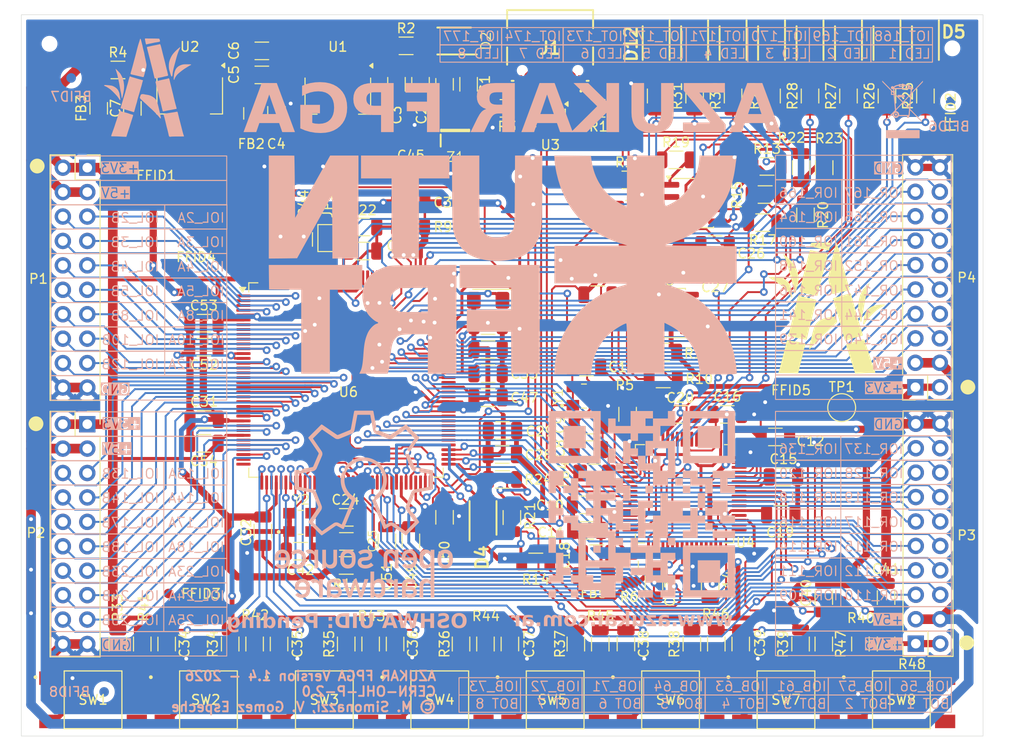
<source format=kicad_pcb>
(kicad_pcb (version 20241229) (generator "pcbnew") (generator_version "9.0")
  (layers (0 "F.Cu" mixed) (2 "B.Cu" signal) (13 "F.Paste" user) (15 "B.Paste" user) (5 "F.SilkS" user "F.Silkscreen") (7 "B.SilkS" user "B.Silkscreen") (1 "F.Mask" user) (3 "B.Mask" user) (25 "Edge.Cuts" user))
  (net 0 "")
  (net 1 "GND")
  (net 2 "Net-(U3-VBUS)")
  (net 3 "+5V")
  (net 4 "Net-(C4-Pad1)")
  (net 5 "+3V3")
  (net 6 "Net-(C7-Pad1)")
  (net 7 "/USB-FTDI/VPHY")
  (net 8 "/USB-FTDI/VPLL")
  (net 9 "/Memorias y PLL/VCCPLL1")
  (net 10 "/Memorias y PLL/GNDPLL1")
  (net 11 "/Memorias y PLL/GNDPLL2")
  (net 12 "/Memorias y PLL/VCCPLL2")
  (net 13 "+1V2")
  (net 14 "+1V8")
  (net 15 "Net-(D3-K)")
  (net 16 "Net-(J1-CC1)")
  (net 17 "Net-(D2-A)")
  (net 18 "Net-(J1-CC2)")
  (net 19 "Net-(U4-REF)")
  (net 20 "Net-(U4-~{RESET})")
  (net 21 "/Memorias y PLL/EEPROM_CLK")
  (net 22 "/Memorias y PLL/EEPROM_CS")
  (net 23 "Net-(U5-DO)")
  (net 24 "/Memorias y PLL/EEPROM_DATA")
  (net 25 "Net-(U6E-~{CRESET})")
  (net 26 "/Memorias y PLL/Flash_RESET")
  (net 27 "/Memorias y PLL/Flash_DI")
  (net 28 "Net-(U6E-IOB_105_SDO)")
  (net 29 "Net-(U6E-IOB_106_SDI)")
  (net 30 "/Memorias y PLL/Flash_DO")
  (net 31 "Net-(U6E-IOB_107_SCK)")
  (net 32 "Net-(P1-IO7)")
  (net 33 "/Memorias y PLL/Flash_CS")
  (net 34 "Net-(U6E-IOB_108_SS)")
  (net 35 "Net-(D4-A)")
  (net 36 "/Memorias y PLL/Flash_DONE")
  (net 37 "Net-(J1-D+-PadA6)")
  (net 38 "/Power Supply/D+")
  (net 39 "Net-(J1-D--PadA7)")
  (net 40 "/Power Supply/D-")
  (net 43 "Net-(P1-IO11)")
  (net 44 "Net-(P1-IO14)")
  (net 45 "Net-(P1-IO3)")
  (net 46 "Net-(P1-IO12)")
  (net 47 "Net-(P1-IO8)")
  (net 48 "Net-(P1-IO4)")
  (net 49 "Net-(P1-IO13)")
  (net 50 "/Perifericos/BOT7")
  (net 52 "/Perifericos/VUART_DTR")
  (net 53 "Net-(P1-IO1)")
  (net 54 "/Perifericos/VUART_DSR")
  (net 56 "Net-(P1-IO6)")
  (net 59 "/Perifericos/12MHz_CLK")
  (net 61 "Net-(P1-IO5)")
  (net 62 "Net-(P1-IO10)")
  (net 63 "Net-(P1-IO9)")
  (net 64 "Net-(P1-IO2)")
  (net 65 "/Perifericos/LED8")
  (net 66 "Net-(P2-IO13)")
  (net 67 "/Perifericos/LED3")
  (net 68 "Net-(P2-IO11)")
  (net 69 "Net-(P2-IO5)")
  (net 70 "Net-(P2-IO9)")
  (net 71 "/Perifericos/BOT6")
  (net 73 "Net-(P2-IO14)")
  (net 75 "Net-(P2-IO4)")
  (net 76 "Net-(P2-IO10)")
  (net 78 "Net-(P2-IO3)")
  (net 79 "Net-(P2-IO12)")
  (net 80 "Net-(P2-IO2)")
  (net 82 "Net-(P2-IO6)")
  (net 83 "Net-(P2-IO1)")
  (net 84 "Net-(P2-IO7)")
  (net 85 "Net-(P2-IO8)")
  (net 86 "Net-(P3-IO3)")
  (net 88 "Net-(P3-IO8)")
  (net 91 "Net-(P3-IO11)")
  (net 92 "Net-(P3-IO12)")
  (net 94 "Net-(P3-IO6)")
  (net 95 "Net-(P3-IO4)")
  (net 96 "Net-(P3-IO1)")
  (net 97 "Net-(P3-IO9)")
  (net 98 "Net-(P3-IO13)")
  (net 99 "/Perifericos/LED6")
  (net 100 "Net-(P3-IO10)")
  (net 101 "/Perifericos/BOT8")
  (net 102 "/Perifericos/LED7")
  (net 103 "Net-(P3-IO14)")
  (net 104 "Net-(P3-IO2)")
  (net 106 "/Perifericos/LED4")
  (net 107 "/Perifericos/BOT1")
  (net 108 "Net-(P3-IO7)")
  (net 109 "/Perifericos/LED5")
  (net 110 "Net-(P3-IO5)")
  (net 111 "Net-(P4-IO9)")
  (net 112 "/Perifericos/BOT3")
  (net 113 "/Perifericos/BOT4")
  (net 114 "Net-(P4-IO5)")
  (net 115 "/Perifericos/VUART_DCD")
  (net 116 "Net-(P4-IO1)")
  (net 117 "Net-(P4-IO14)")
  (net 118 "Net-(P4-IO11)")
  (net 119 "Net-(P4-IO2)")
  (net 120 "Net-(P4-IO7)")
  (net 121 "Net-(P4-IO8)")
  (net 122 "/Perifericos/VUART_Tx")
  (net 123 "Net-(P4-IO6)")
  (net 124 "Net-(P4-IO13)")
  (net 125 "Net-(P4-IO4)")
  (net 127 "/Perifericos/LED1")
  (net 128 "Net-(P4-IO3)")
  (net 129 "Net-(P4-IO10)")
  (net 130 "Net-(P4-IO12)")
  (net 131 "/Perifericos/BOT5")
  (net 133 "/Perifericos/BOT2")
  (net 139 "/Perifericos/LED2")
  (net 141 "Net-(D5-A)")
  (net 142 "/Perifericos/VUART_Rx")
  (net 143 "/Perifericos/VUART_CTS")
  (net 146 "/Perifericos/VUART_RTS")
  (net 147 "Net-(D6-A)")
  (net 148 "Net-(D7-A)")
  (net 149 "Net-(D8-A)")
  (net 152 "Net-(D9-A)")
  (net 154 "/Memorias y PLL/Flash_SCK")
  (net 155 "Net-(U4-~{PWREN})")
  (net 178 "Net-(D10-A)")
  (net 179 "Net-(D11-A)")
  (net 180 "Net-(D12-A)")
  (net 181 "Net-(R33-Pad2)")
  (net 182 "Net-(R34-Pad2)")
  (net 183 "Net-(R35-Pad2)")
  (net 184 "Net-(R36-Pad2)")
  (net 185 "Net-(R37-Pad2)")
  (net 186 "Net-(R38-Pad2)")
  (net 187 "Net-(R39-Pad2)")
  (net 188 "Net-(R40-Pad2)")
  (net 190 "Net-(U6C-IOB_81_GBIN5)")
  (net 193 "Net-(U7-~{WP})")
  (net 194 "Net-(U7-~{HOLD})")
  (net 195 "Net-(JP1-B)")
  (footprint "Package_SO:SOIC-8_3.9x4.9mm_P1.27mm" (layer "F.Cu") (at 186.998 101.0134)
    (property "Reference" "U5")
    (property "Value" "M93C66")
  )
  (footprint "Resistor_SMD:R_1206_3216Metric" (layer "F.Cu") (at 153.782 127.2624)
    (property "Reference" "R11")
    (property "Value" "100")
  )
  (footprint "Capacitor_SMD:C_1206_3216Metric" (layer "F.Cu") (at 178.775 120.96 180)
    (property "Reference" "C10")
    (property "Value" "100n")
  )
  (footprint "Resistor_SMD:R_1206_3216Metric" (layer "F.Cu") (at 183.246 127.5564 90)
    (property "Reference" "R6")
    (property "Value" "1k")
  )
  (footprint "Capacitor_SMD:C_1206_3216Metric" (layer "F.Cu") (at 203.439 130.6044 90)
    (property "Reference" "C40")
    (property "Value" "10u")
  )
  (footprint "Resistor_SMD:R_1206_3216Metric" (layer "F.Cu") (at 214.008 78.4464 90)
    (property "Reference" "R25")
    (property "Value" "220")
  )
  (footprint "Capacitor_SMD:C_1206_3216Metric" (layer "F.Cu") (at 182.865 135.4304 -90)
    (property "Reference" "C38")
    (property "Value" "10u")
  )
  (footprint "Resistor_SMD:R_1206_3216Metric" (layer "F.Cu") (at 171.008 122.2804 90)
    (property "Reference" "R21")
    (property "Value" "220")
  )
  (footprint "Capacitor_SMD:C_1206_3216Metric" (layer "F.Cu") (at 145.11 123.7 -90)
    (property "Reference" "C32")
    (property "Value" "100n")
  )
  (footprint "TS04_66_75_BK_100_SMT:SW_TS04-66-75-BK-100-SMT" (layer "F.Cu") (at 139.458 141.2304)
    (property "Reference" "SW2")
    (property "Value" "SW_Push")
  )
  (footprint "Package_QFP:LQFP-64_10x10mm_P0.5mm" (layer "F.Cu") (at 188.961 119.8094)
    (property "Reference" "U4")
    (property "Value" "FT2232HL")
  )
  (footprint "Resistor_SMD:R_1206_3216Metric" (layer "F.Cu") (at 160.4705 92.0679 180)
    (property "Reference" "R9")
    (property "Value" "100")
  )
  (footprint "Capacitor_SMD:C_1206_3216Metric" (layer "F.Cu") (at 158.008 124.7054 -90)
    (property "Reference" "C51")
    (property "Value" "100n")
  )
  (footprint "Capacitor_SMD:C_1206_3216Metric" (layer "F.Cu") (at 186.88 93.6474 180)
    (property "Reference" "C23")
    (property "Value" "100n")
  )
  (footprint "Connector_PinSocket_2.54mm:PinSocket_2x10_P2.54mm_Vertical" (layer "F.Cu") (at 213.008 135.3904 180)
    (property "Reference" "P3")
    (property "Value" "Conector 2x10")
  )
  (footprint "Capacitor_SMD:C_1206_3216Metric" (layer "F.Cu") (at 159.008 77.2304 -90)
    (property "Reference" "C3")
    (property "Value" "10u")
  )
  (footprint "Resistor_SMD:R_1206_3216Metric" (layer "F.Cu") (at 160.008 73.2304)
    (property "Reference" "R2")
    (property "Value" "1k")
  )
  (footprint "Capacitor_SMD:C_1206_3216Metric" (layer "F.Cu") (at 192.136 96.4414)
    (property "Reference" "C27")
    (property "Value" "1u")
  )
  (footprint "Capacitor_SMD:C_1206_3216Metric" (layer "F.Cu") (at 191.628 129.2074 -90)
    (property "Reference" "C14")
    (property "Value" "100n")
  )
  (footprint "Inductor_SMD:L_1206_3216Metric_Pad1.42x1.75mm_HandSolder" (layer "F.Cu") (at 128.0455 79.7279 90)
    (property "Reference" "FB3")
    (property "Value" "FerriteBead_Small")
  )
  (footprint "MMBZ5231BLT3G:SOT96P237X111-3N" (layer "F.Cu") (at 165.108 82.0304 90)
    (property "Reference" "Z1")
    (property "Value" "MMBZ5231BLT3G" (hide yes))
  )
  (footprint "TS04_66_75_BK_100_SMT:SW_TS04-66-75-BK-100-SMT" (layer "F.Cu") (at 163.508 141.2304)
    (property "Reference" "SW4")
    (property "Value" "SW_Push")
  )
  (footprint "Capacitor_SMD:C_1206_3216Metric" (layer "F.Cu") (at 138.983 102.0679 180)
    (property "Reference" "C53")
    (property "Value" "100n")
  )
  (footprint "Resistor_SMD:R_1206_3216Metric" (layer "F.Cu") (at 183.0416 111.5444 -90)
    (property "Reference" "R5")
    (property "Value" "12k")
  )
  (footprint "Capacitor_SMD:C_1206_3216Metric" (layer "F.Cu") (at 170.8 135.4304 -90)
    (property "Reference" "C37")
    (property "Value" "10u")
  )
  (footprint "Resistor_SMD:R_1206_3216Metric" (layer "F.Cu") (at 203.48 85.9 -90)
    (property "Reference" "R23")
    (property "Value" "220")
  )
  (footprint "150141RS73100(LED):LEDM3528X210N" (layer "F.Cu") (at 186.008 72.9464 -90)
    (property "Reference" "D12")
    (property "Value" "LED Green" (hide yes))
  )
  (footprint "Capacitor_SMD:C_1206_3216Metric" (layer "F.Cu") (at 145.008 76.2554)
    (property "Reference" "C5")
    (property "Value" "100n")
  )
  (footprint "MountingHole:ToolingHole_1.152mm" (layer "F.Cu") (at 218.22 142.08)
    (property "Reference" "TH3" (hide yes))
    (property "Value" "MountingHole")
  )
  (footprint "TS04_66_75_BK_100_SMT:SW_TS04-66-75-BK-100-SMT" (layer "F.Cu") (at 151.508 141.2304)
    (property "Reference" "SW3")
    (property "Value" "SW_Push")
  )
  (footprint "Resistor_SMD:R_1206_3216Metric" (layer "F.Cu") (at 168.26 135.4304 90)
    (property "Reference" "R44")
    (property "Value" "10k")
  )
  (footprint "Capacitor_SMD:C_1206_3216Metric" (layer "F.Cu") (at 178.96 115.21 180)
    (property "Reference" "C8")
    (property "Value" "100n")
  )
  (footprint "150141RS73100(LED):LEDM3528X210N" (layer "F.Cu") (at 210.008 72.9464 -90)
    (property "Reference" "D6" (hide yes))
    (property "Value" "LED Green" (hide yes))
  )
  (footprint "Inductor_SMD:L_1206_3216Metric_Pad1.42x1.75mm_HandSolder" (layer "F.Cu") (at 144.033 80.2554 90)
    (property "Reference" "FB2")
    (property "Value" "FerriteBead_Small")
  )
  (footprint "Resistor_SMD:R_1206_3216Metric" (layer "F.Cu") (at 186.7405 107.8714)
    (property "Reference" "R10")
    (property "Value" "2k2")
  )
  (footprint "ECS_3225MV_120_CN_TR:OSC_ECS-3225MV-120-CN-TR" (layer "F.Cu") (at 149.033 122.7804)
    (property "Reference" "Y2")
    (property "Value" "ECS-3225MVQ-1000-CN-TR")
  )
  (footprint "Package_TO_SOT_SMD:SOT-23-6" (layer "F.Cu") (at 175.008 80.7304 -90)
    (property "Reference" "U3")
    (property "Value" "USBLC6-2SC6")
  )
  (footprint "Capacitor_SMD:C_1206_3216Metric" (layer "F.Cu") (at 185.78 129.065 -90)
    (property "Reference" "C13")
    (property "Value" "100n")
  )
  (footprint "Resistor_SMD:R_1206_3216Metric" (layer "F.Cu") (at 201.54 90.82 -90)
    (property "Reference" "R20")
    (property "Value" "10k")
  )
  (footprint "Resistor_SMD:R_1206_3216Metric" (layer "F.Cu") (at 177.658 135.4304 -90)
    (property "Reference" "R37")
    (property "Value" "220")
  )
  (footprint "Capacitor_SMD:C_1206_3216Metric" (layer "F.Cu") (at 170.033 113.2304)
    (property "Reference" "C29")
    (property "Value" "1u")
  )
  (footprint "Capacitor_SMD:C_1206_3216Metric" (layer "F.Cu") (at 138.983 114.5679 180)
    (property "Reference" "C54")
    (property "Value" "100n")
  )
  (footprint "Capacitor_SMD:C_1206_3216Metric" (layer "F.Cu") (at 161.508 77.2304 -90)
    (property "Reference" "C2")
    (property "Value" "100n")
  )
  (footprint "Capacitor_SMD:C_1206_3216Metric" (layer "F.Cu") (at 198.41 113.9)
    (property "Reference" "C12")
    (property "Value" "3u3")
  )
  (footprint "Capacitor_SMD:C_1206_3216Metric" (layer "F.Cu") (at 146.86 93.3615 90)
    (property "Reference" "C43")
    (property "Value" "1u")
  )
  (footprint "Capacitor_SMD:C_1206_3216Metric" (layer "F.Cu") (at 146.797 135.4304 -90)
    (property "Reference" "C35")
    (property "Value" "10u")
  )
  (footprint "150141RS73100(LED):LEDM3528X210N" (layer "F.Cu") (at 165.008 72.7304 180)
    (property "Reference" "D2")
    (property "Value" "LED Red" (hide yes))
  )
  (footprint "Capacitor_SMD:C_1206_3216Metric" (layer "F.Cu") (at 146.533 80.2554 90)
    (property "Reference" "C4")
    (property "Value" "10u")
  )
  (footprint "Capacitor_SMD:C_1206_3216Metric" (layer "F.Cu") (at 179.817 126.0324 180)
    (property "Reference" "C18")
    (property "Value" "100n")
  )
  (footprint "Fiducial:Fiducial_1mm_Mask2mm" (layer "F.Cu") (at 216.61 76.58)
    (property "Reference" "FFID2")
    (property "Value" "Fiducial")
  )
  (footprint "Capacitor_SMD:C_1206_3216Metric" (layer "F.Cu") (at 192.136 93.9014)
    (property "Reference" "C26")
    (property "Value" "10n")
  )
  (footprint "Capacitor_SMD:C_1206_3216Metric" (layer "F.Cu") (at 193.406 111.5544)
    (property "Reference" "C16")
    (property "Value" "100n")
  )
  (footprint "Diode_SMD:D_1206_3216Metric_Pad1.42x1.75mm_HandSolder" (layer "F.Cu") (at 168.5375 99.69 180)
    (property "Reference" "D3")
    (property "Value" "D_Schottky")
  )
  (footprint "Capacitor_SMD:C_1206_3216Metric" (layer "F.Cu") (at 153.7945 122.2624 180)
    (property "Reference" "C24")
    (property "Value" "10u")
  )
  (footprint "TS04_66_75_BK_100_SMT:SW_TS04-66-75-BK-100-SMT" (layer "F.Cu") (at 187.508 141.2304)
    (property "Reference" "SW6")
    (property "Value" "SW_Push")
  )
  (footprint "Resistor_SMD:R_1206_3216Metric" (layer "F.Cu") (at 186.008 78.4464 90)
    (property "Reference" "R32")
    (property "Value" "220")
  )
  (footprint "Resistor_SMD:R_1206_3216Metric" (layer "F.Cu") (at 188.072 85.0876)
    (property "Reference" "R19")
    (property "Value" "10k")
  )
  (footprint "Resistor_SMD:R_1206_3216Metric" (layer "F.Cu") (at 182.992 95.4254 -90)
    (property "Reference" "R8")
    (property "Value" "10k")
  )
  (footprint "Fiducial:Fiducial_1mm_Mask2mm" (layer "F.Cu") (at 199.03 111.01)
    (property "Reference" "FFID5")
    (property "Value" "Fiducial")
  )
  (footprint "Capacitor_SMD:C_1206_3216Metric" (layer "F.Cu") (at 155.483 94.5679)
    (property "Reference" "C21")
    (property "Value" "10u")
  )
  (footprint "Capacitor_SMD:C_1206_3216Metric" (layer "F.Cu") (at 178.765 106.64)
    (property "Reference" "C17")
    (property "Value" "100n")
  )
  (footprint "Resistor_SMD:R_1206_3216Metric" (layer "F.Cu") (at 189.723 135.4304 -90)
    (property "Reference" "R38")
    (property "Value" "220")
  )
  (footprint "150141RS73100(LED):LEDM3528X210N" (layer "F.Cu") (at 168.008 122.3179 90)
    (property "Reference" "D4")
    (property "Value" "LED Red" (hide yes))
  )
  (footprint "Inductor_SMD:L_1206_3216Metric_Pad1.42x1.75mm_HandSolder" (layer "F.Cu") (at 179.5265 128.3184)
    (property "Reference" "FB5")
    (property "Value" "FerriteBead_Small")
  )
  (footprint "Capacitor_SMD:C_1206_3216Metric" (layer "F.Cu") (at 139.008 112.0679 180)
    (property "Reference" "C31")
    (property "Value" "100n")
  )
  (footprint "Resistor_SMD:R_1206_3216Metric" (layer "F.Cu") (at 165.72 135.4304 -90)
    (property "Reference" "R36")
    (property "Value" "220")
  )
  (footprint "ECS_3225MV_120_CN_TR:OSC_ECS-3225MV-120-CN-TR" (layer "F.Cu") (at 178.5 109.65)
    (property "Reference" "Y1")
    (property "Value" "ECS-3225MV-120-CN-TR")
  )
  (footprint "Capacitor_SMD:C_1206_3216Metric" (layer "F.Cu") (at 149.033 125.7804)
    (property "Reference" "C42")
    (property "Value" "100n")
  )
  (footprint "GSB1C41110SSHR:GSB1C41110SSHR" (layer "F.Cu") (at 174.983 73.4804 180)
    (property "Reference" "J1")
    (property "Value" "USB_C_Receptacle_USB2.0_16P" (hide yes))
  )
  (footprint "Capacitor_SMD:C_1206_3216Metric" (layer "F.Cu") (at 168.533 102.3179)
    (property "Reference" "C48")
    (property "Value" "100n")
  )
  (footprint "Inductor_SMD:L_1206_3216Metric_Pad1.42x1.75mm_HandSolder" (layer "F.Cu") (at 179.59 117.65)
    (property "Reference" "FB4")
    (property "Value" "FerriteBead_Small")
  )
  (footprint "150141RS73100(LED):LEDM3528X210N" (layer "F.Cu") (at 194.008 72.9464 -90)
    (property "Reference" "D10" (hide yes))
    (property "Value" "LED Green" (hide yes))
  )
  (footprint "Fiducial:Fiducial_1mm_Mask2mm" (layer "F.Cu") (at 135.3 130.18)
    (property "Reference" "FFID3")
    (property "Value" "Fiducial")
  )
  (footprint "Resistor_SMD:R_1206_3216Metric" (layer "F.Cu") (at 194.008 78.4464 90)
    (property "Reference" "R30")
    (property "Value" "220")
  )
  (footprint "Resistor_SMD:R_1206_3216Metric" (layer "F.Cu") (at 201.026 135.4304 -90)
    (property "Reference" "R39")
    (property "Value" "220")
  )
  (footprint "Resistor_SMD:R_1206_3216Metric" (layer "F.Cu") (at 197.343 88.6944)
    (property "Reference" "R15")
    (property "Value" "220")
  )
  (footprint "Connector_PinSocket_2.54mm:PinSocket_2x10_P2.54mm_Vertical" (layer "F.Cu") (at 126.858 85.9004)
    (property "Reference" "P1")
    (property "Value" "Conector 2x10")
  )
  (footprint "Resistor_SMD:R_1206_3216Metric" (layer "F.Cu") (at 132.573 135.4304 90)
    (property "Reference" "R41")
    (property "Value" "10k")
  )
  (footprint "Capacitor_SMD:C_1206_3216Metric" (layer "F.Cu") (at 138.983 104.5679 180)
    (property "Reference" "C52")
    (property "Value" "1u")
  )
  (footprint "Capacitor_SMD:C_1206_3216Metric" (layer "F.Cu") (at 178.801 123.6194 180)
    (property "Reference" "C11")
    (property "Value" "4u7")
  )
  (footprint "Fiducial:Fiducial_1mm_Mask2mm" (layer "F.Cu") (at 141.64 95.2)
    (property "Reference" "FFID4")
    (property "Value" "Fiducial")
  )
  (footprint "Resistor_SMD:R_1206_3216Metric" (layer "F.Cu") (at 192.263 135.4304 90)
    (property "Reference" "R46")
    (property "Value" "10k")
  )
  (footprint "Package_SO:SOIC-8_3.9x4.9mm_P1.27mm" (layer "F.Cu") (at 189.915 89.5834)
    (property "Reference" "U7")
    (property "Value" "W25X40CLSN")
  )
  (footprint "Resistor_SMD:R_1206_3216Metric" (layer "F.Cu") (at 179.9705 79.7304)
    (property "Reference" "R1")
    (property "Value" "5k1")
  )
  (footprint "150141RS73100(LED):LEDM3528X210N" (layer "F.Cu") (at 206.008 72.9464 -90)
    (property "Reference" "D7" (hide yes))
    (property "Value" "LED Green" (hide yes))
  )
  (footprint "MountingHole:ToolingHole_1.152mm" (layer "F.Cu") (at 216.81 73.49)
    (property "Reference" "TH2" (hide yes))
    (property "Value" "MountingHole")
  )
  (footprint "Capacitor_SMD:C_1206_3216Metric" (layer "F.Cu") (at 160.508 124.7054 -90)
    (property "Reference" "C49")
    (property "Value" "1u")
  )
  (footprint "Resistor_SMD:R_1206_3216Metric" (layer "F.Cu") (at 202.008 78.4464 90)
    (property "Reference" "R28")
    (property "Value" "220")
  )
  (footprint "Resistor_SMD:R_1206_3216Metric" (layer "F.Cu") (at 203.439 135.4304 90)
    (property "Reference" "R47")
    (property "Value" "10k")
  )
  (footprint "MountingHole:ToolingHole_1.152mm" (layer "F.Cu") (at 122.93 73.02)
    (property "Reference" "TH1" (hide yes))
    (property "Value" "MountingHole")
  )
  (footprint "Resistor_SMD:R_1206_3216Metric" (layer "F.Cu") (at 153.782 135.4304 -90)
    (property "Reference" "R35")
    (property "Value" "220")
  )
  (footprint "Resistor_SMD:R_1206_3216Metric" (layer "F.Cu") (at 198.008 78.4464 90)
    (property "Reference" "R29")
    (property "Value" "220")
  )
  (footprint "Capacitor_SMD:C_1206_3216Metric" (layer "F.Cu") (at 160.483 89.5679 180)
    (property "Reference" "C30")
    (property "Value" "100n")
  )
  (footprint "Resistor_SMD:R_1206_3216Metric" (layer "F.Cu") (at 209.916 135.4304 90)
    (property "Reference" "R48")
    (property "Value" "10k")
  )
  (footprint "Resistor_SMD:R_1206_3216Metric" (layer "F.Cu") (at 183.5615 90.2184)
    (property "Reference" "R16")
    (property "Value" "220")
  )
  (footprint "Capacitor_SMD:C_1206_3216Metric" (layer "F.Cu") (at 135.113 135.4304 -90)
    (property "Reference" "C34")
    (property "Value" "10u")
  )
  (footprint "Resistor_SMD:R_1206_3216Metric" (layer "F.Cu") (at 201.09 85.9 -90)
    (property "Reference" "R22")
    (property "Value" "220")
  )
  (footprint "150141RS73100(LED):LEDM3528X210N" (layer "F.Cu") (at 198.008 72.9464 -90)
    (property "Reference" "D9" (hide yes))
    (property "Value" "LED Green" (hide yes))
  )
  (footprint "Resistor_SMD:R_1206_3216Metric" (layer "F.Cu") (at 130.033 135.4304 -90)
    (property "Reference" "R33")
    (property "Value" "220")
  )
  (footprint "Resistor_SMD:R_1206_3216Metric" (layer "F.Cu") (at 156.322 135.4304 90)
    (property "Reference" "R43")
    (property "Value" "10k")
  )
  (footprint "TS04_66_75_BK_100_SMT:SW_TS04-66-75-BK-100-SMT" (layer "F.Cu") (at 175.508 141.2304)
    (property "Reference" "SW5")
    (property "Value" "SW_Push")
  )
  (footprint "Capacitor_SMD:C_1206_3216Metric" (layer "F.Cu") (at 155.483 92.0679)
    (property "Reference" "C22")
    (property "Value" "100n")
  )
  (footprint "Capacitor_SMD:C_1206_3216Metric" (layer "F.Cu") (at 131.5455 79.7404 90)
    (property "Reference" "C7")
    (property "Value" "10u")
  )
  (footprint "Package_QFP:TQFP-144_20x20mm_P0.5mm" (layer "F.Cu") (at 153.758 107.9804)
    (property "Reference" "U6")
    (property "Value" "ICE40HX4K-TQ144")
  )
  (footprint "Resistor_SMD:R_1206_3216Metric" (layer "F.Cu") (at 186.679 105.0774 180)
    (property "Reference" "R12")
    (property "Value" "10k")
  )
  (footprint "Resistor_SMD:R_1206_3216Metric" (layer "F.Cu") (at 183.1805 87.1704)
    (property "Reference" "R18")
    (property "Value" "220")
  )
  (footprint "Capacitor_SMD:C_1206_3216Metric" (layer "F.Cu") (at 153.7945 124.7624 180)
    (property "Reference" "C25")
    (property "Value" "100n")
  )
  (footprint "Connector_PinSocket_2.54mm:PinSocket_2x10_P2.54mm_Vertical" (layer "F.Cu") (at 212.968 108.7304 180)
    (property "Reference" "P4")
    (property "Value" "Conector 2x10")
  )
  (footprint "Resistor_SMD:R_1206_3216Metric" (layer "F.Cu") (at 170.508 79.7304 180)
    (property "Reference" "R3")
    (property "Value" "5k1")
  )
  (footprint "Resistor_SMD:R_1206_3216Metric" (layer "F.Cu") (at 180.198 135.4304 90)
    (property "Reference" "R45")
    (property "Value" "10k")
  )
  (footprint "Capacitor_SMD:C_1206_3216Metric" (layer "F.Cu") (at 149.36 93.3615 90)
    (property "Reference" "C44")
    (property "Value" "100n")
  )
  (footprint "Capacitor_SMD:C_1206_3216Metric" (layer "F.Cu") (at 168.533 104.8179)
    (property "Reference" "C46")
    (property "Value" "1u")
  )
  (footprint "TS04_66_75_BK_100_SMT:SW_TS04-66-75-BK-100-SMT" (layer "F.Cu") (at 127.458 141.2304)
    (property "Reference" "SW1")
    (property "Value" "SW_Push")
  )
  (footprint "Package_TO_SOT_SMD:SOT-223-3_TabPin2" (layer "F.Cu") (at 137.508 78.4054 -90)
    (property "Reference" "U2")
    (property "Value" "LD1117S12CTR")
  )
  (footprint "Capacitor_SMD:C_1206_3216Metric" (layer "F.Cu") (at 168.533 109.8179)
    (property "Reference" "C47")
    (property "Value" "100n")
  )
  (footprint "Capacitor_SMD:C_1206_3216Metric" (layer "F.Cu") (at 164.008 122.2554 -90)
    (property "Reference" "C50")
    (property "Value" "100n")
  )
  (footprint "Capacitor_SMD:C_1206_3216Metric" (layer "F.Cu") (at 166.508 77.2304 90)
    (property "Reference" "C1")
    (property "Value" "10n")
  )
  (footprint "Capacitor_SMD:C_1206_3216Metric" (layer "F.Cu") (at 199.248 118.0568)
    (property "Reference" "C15")
    (property "Value" "100n")
  )
  (footprint "Resistor_SMD:R_1206_3216Metric" (layer "F.Cu") (at 173.4924 126.896)
    (property "Reference" "R14")
    (property "Value" "220")
  )
  (footprint "TestPoint:TestPoint_Pad_D2.5mm" (layer "F.Cu") (at 205.3 110.85)
    (property "Reference" "TP1")
    (property "Value" "TP_PWR_EN")
  )
  (footprint "Capacitor_SMD:C_1206_3216Metric" (layer "F.Cu") (at 198.9668 121.9684)
    (property "Reference" "C19")
    (property "Value" "100n")
  )
  (footprint "Resistor_SMD:R_1206_3216Metric" (layer "F.Cu") (at 170.033 118.3179 180)
    (property "Reference" "R24")
    (property "Value" "1k")
  )
  (footprint "150141RS73100(LED):LEDM3528X210N" (layer "F.Cu") (at 214.008 72.9464 -90)
    (property "Reference" "D5")
    (property "Value" "LED Green" (hide yes))
  )
  (footprint "Capacitor_SMD:C_1206_3216Metric" (layer "F.Cu") (at 188.58 111.5544 180)
    (property "Reference" "C20")
    (property "Value" "100n")
  )
  (footprint "Resistor_SMD:R_1206_3216Metric" (layer "F.Cu") (at 197.5355 85.7734)
    (property "Reference" "R13")
    (property "Value" "10k")
  )
  (footprint "Capacitor_SMD:C_1206_3216Metric" (layer "F.Cu") (at 158.862 135.4304 -90)
    (property "Reference" "C36")
    (property "Value" "10u")
  )
  (footprint "150141RS73100(LED):LEDM3528X210N" (layer "F.Cu") (at 190.008 72.9464 -90)
    (property "Reference" "D11" (hide yes))
    (property "Value" "LED Green" (hide yes))
  )
  (footprint "Capacitor_SMD:C_1206_3216Metric" (layer "F.Cu") (at 194.803 135.4304 -90)
    (property "Reference" "C39")
    (property "Value" "10u")
  )
  (footprint "Fiducial:Fiducial_1mm_Mask2mm" (layer "F.Cu") (at 133.37 84.53)
    (property "Reference" "FFID1")
    (property "Value" "Fiducial")
  )
  (footprint "Inductor_SMD:L_1206_3216Metric_Pad1.42x1.75mm_HandSolder" (layer "F.Cu") (at 164.008 77.2304 90)
    (property "Reference" "FB1")
    (property "Value" "FerriteBead_Small")
  )
  (footprint "Resistor_SMD:R_1206_3216Metric" (layer "F.Cu") (at 144.257 135.4304 90)
    (property "Reference" "R42")
    (property "Value" "10k")
  )
  (footprint "Resistor_SMD:R_1206_3216Metric" (layer "F.Cu") (at 190.008 78.4464 90)
    (property "Reference" "R31")
    (property "Value" "220")
  )
  (footprint "Resistor_SMD:R_1206_3216Metric" (layer "F.Cu") (at 207.249 135.4304 -90)
    (property "Reference" "R40")
    (property "Value" "220")
  )
  (footprint "Resistor_SMD:R_1206_3216Metric" (layer "F.Cu") (at 206.008 78.4464 90)
    (property "Reference" "R27")
    (property "Value" "220")
  )
  (footprint "TS04_66_75_BK_100_SMT:SW_TS04-66-75-BK-100-SMT" (layer "F.Cu") (at 199.508 141.2304)
    (property "Reference" "SW7")
    (property "Value" "SW_Push")
  )
  (footprint "150141RS73100(LED):LEDM3528X210N" (layer "F.Cu") (at 202.008 72.9464 -90)
    (property "Reference" "D8" (hide yes))
    (property "Value" "LED Green" (hide yes))
  )
  (footprint "Jumper:SolderJumper-2_P1.3mm_Open_TrianglePad1.0x1.5mm" (layer "F.Cu") (at 151.84 93.22 -90)
    (property "Reference" "JP1")
    (property "Value" "SolderJumper_2_Open")
  )
  (footprint "Resistor_SMD:R_1206_3216Metric" (layer "F.Cu") (at 179.944 99.1084)
    (property "Reference" "R7")
    (property "Value" "10k")
  )
  (footprint "Resistor_SMD:R_1206_3216Metric" (layer "F.Cu") (at 210.008 78.4464 90)
    (property "Reference" "R26")
    (property "Value" "220")
  )
  (footprint "Capacitor_SMD:C_1206_3216Metric" (layer "F.Cu") (at 168.533 107.3179)
    (property "Reference" "C33")
    (property "Value" "100n")
  )
  (footprint "Capacitor_SMD:C_1206_3216Metric" (layer "F.Cu") (at 170.008 115.7304)
    (property "Reference" "C28")
    (property "Value" "10n")
  )
  (footprint "Capacitor_SMD:C_1206_3216Metric" (layer "F.Cu") (at 209.916 130.6044 90)
    (property "Reference" "C41")
    (property "Value" "10u")
  )
  (footprint "TS04_66_75_BK_100_SMT:SW_TS04-66-75-BK-100-SMT" (layer "F.Cu") (at 211.508 141.2304)
    (property "Reference" "SW8")
    (property "Value" "SW_Push")
  )
  (footprint "Resistor_SMD:R_1206_3216Metric" (layer "F.Cu") (at 141.717 135.4304 -90)
    (property "Reference" "R34")
    (property "Value" "220")
  )
  (footprint "Package_TO_SOT_SMD:SOT-223-3_TabPin2" (layer "F.Cu") (at 152.908 78.4304 -90)
    (property "Reference" "U1")
    (property "Value" "LD1117S33CTR")
  )
  (footprint "Capacitor_SMD:C_1206_3216Metric" (layer "F.Cu") (at 160.4876 86.51)
    (property "Reference" "C45")
    (property "Value" "100n")
  )
  (footprint "Connector_PinSocket_2.54mm:PinSocket_2x10_P2.54mm_Vertical" (layer "F.Cu") (at 126.858 112.5704)
    (property "Reference" "P2")
    (property "Value" "Conector 2x10")
  )
  (footprint "Resistor_SMD:R_1206_3216Metric" (layer "F.Cu") (at 130.0455 75.7404)
    (property "Reference" "R4")
    (property "Value" "120")
  )
  (footprint "Resistor_SMD:R_1206_3216Metric" (layer "F.Cu") (at 197.089 91.6154)
    (property "Reference" "R17")
    (property "Value" "220")
  )
  (footprint "Capacitor_SMD:C_1206_3216Metric" (layer "F.Cu") (at 178.96 112.67 180)
    (property "Reference" "C9")
    (property "Value" "4u7")
  )
  (footprint "Capacitor_SMD:C_1206_3216Metric" (layer "F.Cu") (at 145.008 73.7554)
    (property "Reference" "C6")
    (property "Value" "10u")
  )
  (footprint "Symbol:WEEE-Logo_4.2x6mm_SilkScreen" (layer "B.Cu") (at 211.64 79.85 180)
    (property "Reference" "REF**" (hide yes))
    (property "Value" "WEEE-Logo_4.2x6mm_SilkScreen" (hide yes))
  )
  (footprint "Fiducial:Fiducial_1mm_Mask2mm" (layer "B.Cu") (at 125.18 76.57)
    (property "Reference" "BFID7")
    (property "Value" "Fiducial")
  )
  (footprint "Fiducial:Fiducial_1mm_Mask2mm" (layer "B.Cu") (at 128.61 140.41)
    (property "Reference" "BFID8")
    (property "Value" "Fiducial")
  )
  (footprint "Fiducial:Fiducial_1mm_Mask2mm" (layer "B.Cu") (at 216.64 79)
    (property "Reference" "BFID6")
    (property "Value" "Fiducial")
  )
  (gr_poly (pts (xy 208.172766 97.901903) (xy 208.173959 97.901995) (xy 208.17512 97.902147) (xy 208.176249 97.902358) (xy 208.177344 97.902627) (xy 208.178407 97.902954) (xy 208.179435 97.903336) (xy 208.180429 97.903774) (xy 208.181388 97.904266) (xy 208.182312 97.904812) (xy 208.1832 97.905409) (xy 208.184052 97.906058) (xy 208.184867 97.906758) (xy 208.185644 97.907506) (xy 208.186384 97.908304) (xy 208.187085 97.909148) (xy 208.187748 97.91004) (xy 208.188371 97.910976) (xy 208.188955 97.911958) (xy 208.189499 97.912983) (xy 208.190002 97.91405) (xy 208.190463 97.91516) (xy 208.191261 97.917499) (xy 208.191888 97.919994) (xy 208.192341 97.922636) (xy 208.192616 97.925417) (xy 208.192708 97.928331) (xy 208.190067 97.941539) (xy 208.182497 97.970003) (xy 208.154674 98.065253) (xy 208.113457 98.199198) (xy 208.063062 98.356956) (xy 208.035508 98.4414) (xy 208.008822 98.526496) (xy 207.983625 98.609917) (xy 207.960536 98.689338) (xy 207.940175 98.762435) (xy 207.923163 98.82688) (xy 207.91012 98.88035) (xy 207.901666 98.920518) (xy 207.887238 98.994684) (xy 207.869585 99.079268) (xy 207.83552 99.238018) (xy 207.818487 99.312184) (xy 207.800463 99.396768) (xy 207.78343 99.481352) (xy 207.769374 99.555518) (xy 207.739278 99.702362) (xy 207.724354 99.774296) (xy 207.711166 99.833331) (xy 207.675447 100.026476) (xy 207.623853 100.32281) (xy 207.593343 100.497765) (xy 207.556384 100.700502) (xy 207.517441 100.906216) (xy 207.480978 101.090101) (xy 207.449352 101.25712) (xy 207.420455 101.420169) (xy 207.408192 101.494314) (xy 207.398007 101.560398) (xy 207.390364 101.616064) (xy 207.385729 101.658956) (xy 207.382014 101.693043) (xy 207.377838 101.725773) (xy 207.373235 101.757031) (xy 207.368241 101.7867) (xy 207.362891 101.814663) (xy 207.357219 101.840805) (xy 207.35126 101.865009) (xy 207.345049 101.887159) (xy 207.338621 101.907138) (xy 207.332011 101.924831) (xy 207.328648 101.932783) (xy 207.325253 101.940121) (xy 207.32183 101.946828) (xy 207.318384 101.952891) (xy 207.314918 101.958295) (xy 207.311436 101.963026) (xy 207.307945 101.967069) (xy 207.304447 101.970409) (xy 207.300946 101.973033) (xy 207.297449 101.974925) (xy 207.293958 101.97607) (xy 207.290478 101.976456) (xy 207.289246 101.976371) (xy 207.288031 101.97612) (xy 207.286834 101.975708) (xy 207.285657 101.975138) (xy 207.284501 101.974415) (xy 207.283368 101.973543) (xy 207.281177 101.971371) (xy 207.279093 101.968656) (xy 207.27713 101.965433) (xy 207.275299 101.961738) (xy 207.273611 101.957604) (xy 207.272078 101.953068) (xy 207.270712 101.948163) (xy 207.269524 101.942925) (xy 207.268526 101.937388) (xy 207.26773 101.931588) (xy 207.267147 101.925559) (xy 207.266788 101.919337) (xy 207.266666 101.912955) (xy 207.266514 101.905741) (xy 207.266067 101.898031) (xy 207.265341 101.889887) (xy 207.264351 101.881371) (xy 207.261643 101.86347) (xy 207.258067 101.844825) (xy 207.253747 101.825932) (xy 207.248806 101.807288) (xy 207.24337 101.789387) (xy 207.237562 101.772726) (xy 207.231273 101.755745) (xy 207.224457 101.735106) (xy 207.21733 101.711614) (xy 207.210111 101.686075) (xy 207.203016 101.659297) (xy 207.196262 101.632084) (xy 207.190066 101.605243) (xy 207.184645 101.579581) (xy 207.107916 101.195935) (xy 207.079654 101.045825) (xy 207.056446 100.894475) (xy 207.038385 100.743869) (xy 207.025564 100.595992) (xy 207.018076 100.452828) (xy 207.016015 100.31636) (xy 207.017047 100.251258) (xy 207.019472 100.188575) (xy 207.023299 100.128558) (xy 207.028541 100.071456) (xy 207.041693 99.957602) (xy 207.055371 99.852182) (xy 207.069608 99.755196) (xy 207.084434 99.666643) (xy 207.09988 99.586524) (xy 207.115977 99.514839) (xy 207.132757 99.451587) (xy 207.141412 99.423123) (xy 207.150249 99.396768) (xy 207.157918 99.374031) (xy 207.164967 99.351789) (xy 207.171271 99.33054) (xy 207.176708 99.310779) (xy 207.181152 99.293002) (xy 207.18448 99.277706) (xy 207.185687 99.271143) (xy 207.186568 99.265386) (xy 207.187108 99.260498) (xy 207.187291 99.256539) (xy 207.190436 99.237931) (xy 207.199425 99.209746) (xy 207.213592 99.173259) (xy 207.23227 99.129746) (xy 207.280495 99.026739) (xy 207.338765 98.910927) (xy 207.401748 98.79251) (xy 207.464111 98.68169) (xy 207.520521 98.588668) (xy 207.544827 98.552018) (xy 207.565645 98.523643) (xy 207.59396 98.489627) (xy 207.628577 98.449828) (xy 207.712406 98.357286) (xy 207.808514 98.254822) (xy 207.90828 98.151242) (xy 208.003086 98.055351) (xy 208.084311 97.975956) (xy 208.117137 97.945195) (xy 208.143336 97.921861) (xy 208.16183 97.907053) (xy 208.16785 97.903191) (xy 208.171541 97.901872)) (fill yes) (layer "F.SilkS"))
  (gr_circle (center 218.298 135.3034) (end 219.01642 135.3034) (stroke (width 0.1)) (fill yes) (layer "F.SilkS"))
  (gr_poly (pts (xy 204.02552 93.681768) (xy 204.043712 93.68182) (xy 204.059683 93.682058) (xy 204.073569 93.682606) (xy 204.085506 93.683587) (xy 204.090786 93.68428) (xy 204.095629 93.685127) (xy 204.100053 93.686145) (xy 204.104074 93.687349) (xy 204.107709 93.688755) (xy 204.110976 93.690378) (xy 204.113891 93.692233) (xy 204.116471 93.694336) (xy 204.118733 93.696703) (xy 204.120695 93.699349) (xy 204.122372 93.702289) (xy 204.123783 93.70554) (xy 204.124944 93.709116) (xy 204.125871 93.713033) (xy 204.126583 93.717306) (xy 204.127095 93.721952) (xy 204.127591 93.732422) (xy 204.127493 93.744566) (xy 204.126938 93.758508) (xy 204.126062 93.774373) (xy 204.123752 93.799022) (xy 204.118993 93.834152) (xy 204.112063 93.878087) (xy 204.103242 93.929154) (xy 204.081041 94.045984) (xy 204.054625 94.171248) (xy 203.985832 94.478164) (xy 203.985566 94.480342) (xy 203.984784 94.482411) (xy 203.983515 94.484369) (xy 203.981786 94.486215) (xy 203.979625 94.48795) (xy 203.97706 94.48957) (xy 203.970826 94.492468) (xy 203.963305 94.494901) (xy 203.954718 94.496861) (xy 203.945287 94.49834) (xy 203.935231 94.499331) (xy 203.924772 94.499826) (xy 203.914132 94.499817) (xy 203.90353 94.499296) (xy 203.893187 94.498256) (xy 203.883325 94.496689) (xy 203.874165 94.494587) (xy 203.865927 94.491942) (xy 203.862223 94.490414) (xy 203.858833 94.488748) (xy 203.841423 94.482247) (xy 203.808355 94.472955) (xy 203.703059 94.447737) (xy 203.558572 94.416566) (xy 203.39052 94.382914) (xy 203.068721 94.316107) (xy 202.952593 94.291385) (xy 202.887812 94.277081) (xy 202.86817 94.27166) (xy 202.841799 94.265464) (xy 202.80991 94.25871) (xy 202.77371 94.251615) (xy 202.693219 94.237269) (xy 202.609999 94.224164) (xy 202.508951 94.209369) (xy 202.41181 94.193117) (xy 202.320994 94.175935) (xy 202.238921 94.158349) (xy 202.20192 94.14957) (xy 202.168011 94.140888) (xy 202.137497 94.132368) (xy 202.110681 94.124077) (xy 202.087865 94.116081) (xy 202.06935 94.108445) (xy 202.05544 94.101236) (xy 202.050306 94.097811) (xy 202.046437 94.094518) (xy 202.042779 94.090172) (xy 202.039745 94.085046) (xy 202.037339 94.079107) (xy 202.035564 94.072318) (xy 202.034425 94.064646) (xy 202.033926 94.056056) (xy 202.03407 94.046512) (xy 202.034861 94.035979) (xy 202.036304 94.024424) (xy 202.038401 94.01181) (xy 202.041158 93.998104) (xy 202.044577 93.983269) (xy 202.048662 93.967272) (xy 202.053418 93.950078) (xy 202.064958 93.911956) (xy 202.123166 93.729393) (xy 202.126671 93.724645) (xy 202.135455 93.720304) (xy 202.170378 93.712733) (xy 202.230973 93.706465) (xy 202.320281 93.701281) (xy 202.597184 93.693303) (xy 203.025395 93.68706) (xy 203.688176 93.68243) (xy 203.913899 93.681107)) (fill yes) (layer "F.SilkS"))
  (gr_poly (pts (xy 200.839632 99.196844) (xy 200.848442 99.197894) (xy 200.857678 99.199896) (xy 200.867372 99.20279) (xy 200.877556 99.20652) (xy 200.888263 99.211027) (xy 200.899525 99.216254) (xy 200.911374 99.222143) (xy 200.939166 99.233806) (xy 200.978926 99.246989) (xy 201.030716 99.261722) (xy 201.094598 99.278037) (xy 201.170635 99.295963) (xy 201.258888 99.315533) (xy 201.472291 99.359726) (xy 201.631579 99.392097) (xy 201.7802 99.424219) (xy 201.960075 99.465767) (xy 202.213125 99.526414) (xy 202.272532 99.540346) (xy 202.326854 99.55341) (xy 202.376277 99.565668) (xy 202.420988 99.577181) (xy 202.461171 99.588012) (xy 202.497014 99.598224) (xy 202.528702 99.607877) (xy 202.556421 99.617034) (xy 202.580358 99.625757) (xy 202.590966 99.629975) (xy 202.600698 99.634108) (xy 202.609577 99.638163) (xy 202.617627 99.642149) (xy 202.624871 99.646072) (xy 202.631331 99.649941) (xy 202.637033 99.653764) (xy 202.641997 99.657548) (xy 202.646249 99.661301) (xy 202.649811 99.665031) (xy 202.652706 99.668745) (xy 202.654958 99.672452) (xy 202.65659 99.676158) (xy 202.657624 99.679872) (xy 202.657875 99.684875) (xy 202.657645 99.691861) (xy 202.655805 99.711292) (xy 202.652229 99.737171) (xy 202.647041 99.768508) (xy 202.640364 99.804309) (xy 202.632324 99.843583) (xy 202.623042 99.885338) (xy 202.612645 99.928581) (xy 202.541704 100.219044) (xy 202.467786 100.515956) (xy 202.358645 100.944581) (xy 202.338347 101.024906) (xy 202.311351 101.136734) (xy 202.250166 101.394372) (xy 202.220566 101.522447) (xy 202.189973 101.647049) (xy 202.162357 101.753792) (xy 202.141687 101.828289) (xy 202.132313 101.857373) (xy 202.122257 101.890301) (xy 202.101338 101.963227) (xy 202.081412 102.038137) (xy 202.072596 102.073545) (xy 202.064958 102.106102) (xy 202.048504 102.176381) (xy 202.028578 102.257575) (xy 202.007659 102.339761) (xy 201.988229 102.413018) (xy 201.959414 102.523978) (xy 201.932335 102.631961) (xy 201.900792 102.762764) (xy 201.858583 102.942184) (xy 201.793667 103.226317) (xy 201.766972 103.341445) (xy 201.743572 103.440221) (xy 201.732978 103.483854) (xy 201.723055 103.523851) (xy 201.713749 103.560363) (xy 201.705011 103.59354) (xy 201.696788 103.623533) (xy 201.689029 103.650493) (xy 201.681682 103.674571) (xy 201.674697 103.695916) (xy 201.668023 103.714681) (xy 201.661606 103.731014) (xy 201.655398 103.745068) (xy 201.652355 103.751287) (xy 201.649345 103.756993) (xy 201.646361 103.762204) (xy 201.643397 103.766939) (xy 201.640446 103.771217) (xy 201.637502 103.775057) (xy 201.634559 103.778477) (xy 201.631609 103.781498) (xy 201.628647 103.784136) (xy 201.625667 103.786412) (xy 201.622661 103.788344) (xy 201.619624 103.78995) (xy 201.616548 103.791251) (xy 201.613429 103.792264) (xy 201.610258 103.793008) (xy 201.60703 103.793502) (xy 201.603738 103.793766) (xy 201.600376 103.793817) (xy 201.593417 103.793359) (xy 201.586099 103.792278) (xy 201.578373 103.790725) (xy 201.570187 103.788851) (xy 201.396347 103.750941) (xy 201.151815 103.701869) (xy 200.87702 103.649325) (xy 200.612395 103.600997) (xy 200.423425 103.567635) (xy 200.194023 103.524599) (xy 199.966109 103.480074) (xy 199.781604 103.442247) (xy 199.759078 103.436697) (xy 199.750321 103.433422) (xy 199.74328 103.429101) (xy 199.737992 103.423198) (xy 199.73449 103.415179) (xy 199.73281 103.404509) (xy 199.732987 103.390653) (xy 199.735054 103.373077) (xy 199.739048 103.351245) (xy 199.745003 103.324622) (xy 199.752954 103.292675) (xy 199.774984 103.210664) (xy 199.805416 103.100934) (xy 199.85701 102.912088) (xy 199.881319 102.824486) (xy 199.900666 102.756976) (xy 199.966936 102.505126) (xy 200.051809 102.166955) (xy 200.13321 101.832754) (xy 200.189062 101.59281) (xy 200.198312 101.548616) (xy 200.207996 101.504174) (xy 200.227427 101.419508) (xy 200.244873 101.348732) (xy 200.252076 101.321653) (xy 200.257854 101.301768) (xy 200.275506 101.234713) (xy 200.305809 101.112591) (xy 200.3875 100.772601) (xy 200.432727 100.582598) (xy 200.477458 100.399539) (xy 200.516236 100.244262) (xy 200.543604 100.137601) (xy 200.569277 100.041028) (xy 200.600158 99.916674) (xy 200.632529 99.780414) (xy 200.662666 99.648122) (xy 200.679732 99.567616) (xy 200.695383 99.496447) (xy 200.709878 99.434153) (xy 200.716774 99.40619) (xy 200.723479 99.380273) (xy 200.730025 99.356344) (xy 200.736444 99.334346) (xy 200.742769 99.314221) (xy 200.749033 99.295911) (xy 200.755268 99.279359) (xy 200.761506 99.264507) (xy 200.76778 99.251297) (xy 200.774122 99.239672) (xy 200.780565 99.229574) (xy 200.787141 99.220945) (xy 200.793883 99.213728) (xy 200.800823 99.207865) (xy 200.807994 99.203298) (xy 200.815427 99.199971) (xy 200.823157 99.197824) (xy 200.831214 99.196801)) (fill yes) (layer "F.SilkS"))
  (gr_poly (pts (xy 207.588222 103.743755) (xy 207.593545 103.744177) (xy 207.598742 103.744883) (xy 207.603815 103.745887) (xy 207.608767 103.747199) (xy 207.613601 103.748833) (xy 207.618318 103.7508) (xy 207.622921 103.753112) (xy 207.627413 103.755782) (xy 207.631796 103.758822) (xy 207.636072 103.762243) (xy 207.640244 103.766059) (xy 207.644315 103.77028) (xy 207.648286 103.774919) (xy 207.65216 103.779989) (xy 207.65594 103.785501) (xy 207.659627 103.791467) (xy 207.663226 103.7979) (xy 207.666736 103.804811) (xy 207.670162 103.812213) (xy 207.673506 103.820119) (xy 207.67677 103.828539) (xy 207.864624 104.40533) (xy 207.927421 104.603726) (xy 207.987986 104.791953) (xy 208.073646 105.05356) (xy 208.111969 105.16332) (xy 208.169888 105.334349) (xy 208.239217 105.543576) (xy 208.311771 105.767934) (xy 208.393295 106.011309) (xy 208.483749 106.272296) (xy 208.572219 106.519889) (xy 208.647791 106.72308) (xy 208.678807 106.806471) (xy 208.707901 106.886667) (xy 208.73439 106.961717) (xy 208.757593 107.029666) (xy 208.776827 107.088562) (xy 208.79141 107.13645) (xy 208.80066 107.171378) (xy 208.803072 107.183371) (xy 208.803895 107.191392) (xy 208.803719 107.201638) (xy 208.802861 107.210606) (xy 208.800825 107.218379) (xy 208.797115 107.225044) (xy 208.791234 107.230686) (xy 208.782687 107.23539) (xy 208.770977 107.239241) (xy 208.755608 107.242325) (xy 208.736085 107.244727) (xy 208.711911 107.246532) (xy 208.647625 107.248692) (xy 208.558783 107.249488) (xy 208.441415 107.249601) (xy 208.26708 107.251462) (xy 208.062731 107.256547) (xy 207.853917 107.264112) (xy 207.666186 107.273414) (xy 207.295439 107.293588) (xy 207.118871 107.302063) (xy 206.97827 107.307809) (xy 206.703104 107.315746) (xy 206.589333 106.958559) (xy 206.476223 106.601372) (xy 206.414459 106.410872) (xy 206.359145 106.244184) (xy 206.237437 105.864177) (xy 206.107791 105.450434) (xy 205.981452 105.046614) (xy 205.86702 104.688434) (xy 205.84576 104.622831) (xy 205.825927 104.559988) (xy 205.807954 104.501423) (xy 205.792275 104.448656) (xy 205.779325 104.403206) (xy 205.769538 104.366594) (xy 205.763347 104.340337) (xy 205.761736 104.331567) (xy 205.761187 104.325955) (xy 205.76203 104.316711) (xy 205.764582 104.307811) (xy 205.768878 104.29923) (xy 205.774954 104.290939) (xy 205.782843 104.282912) (xy 205.79258 104.275121) (xy 205.804202 104.267539) (xy 205.817742 104.26014) (xy 205.833235 104.252896) (xy 205.850716 104.245779) (xy 205.870221 104.238764) (xy 205.891784 104.231822) (xy 205.915439 104.224926) (xy 205.941222 104.21805) (xy 205.999312 104.204247) (xy 206.029734 104.197116) (xy 206.06459 104.187876) (xy 206.102608 104.1769) (xy 206.142517 104.164559) (xy 206.183047 104.151227) (xy 206.222926 104.137274) (xy 206.260882 104.123074) (xy 206.295645 104.108997) (xy 206.334408 104.094833) (xy 206.382007 104.078529) (xy 206.496398 104.041859) (xy 206.624183 104.003701) (xy 206.688526 103.985537) (xy 206.750729 103.968768) (xy 206.864514 103.939531) (xy 206.965367 103.913221) (xy 207.054181 103.889662) (xy 207.131852 103.868681) (xy 207.199277 103.850103) (xy 207.257349 103.833753) (xy 207.306964 103.819457) (xy 207.349017 103.807041) (xy 207.414021 103.787151) (xy 207.459522 103.772687) (xy 207.492683 103.762253) (xy 207.506874 103.758112) (xy 207.520666 103.754455) (xy 207.53425 103.750782) (xy 207.547233 103.747763) (xy 207.559634 103.745497) (xy 207.565623 103.744675) (xy 207.571474 103.744079) (xy 207.577189 103.743718) (xy 207.582771 103.743606)) (fill yes) (layer "F.SilkS"))
  (gr_poly (pts (xy 202.059563 94.468239) (xy 202.063809 94.468657) (xy 202.072574 94.470202) (xy 202.081755 94.472548) (xy 202.091416 94.475518) (xy 202.107239 94.480309) (xy 202.130194 94.486556) (xy 202.193281 94.502307) (xy 202.272242 94.520539) (xy 202.358645 94.539018) (xy 202.455632 94.560392) (xy 202.563036 94.583005) (xy 202.667464 94.604131) (xy 202.75552 94.621039) (xy 202.839567 94.636583) (xy 202.929814 94.654112) (xy 203.015597 94.671641) (xy 203.086249 94.687185) (xy 203.245785 94.724681) (xy 203.457658 94.772844) (xy 203.795333 94.848581) (xy 203.807487 94.851466) (xy 203.818153 94.855288) (xy 203.827331 94.860243) (xy 203.831361 94.863205) (xy 203.83502 94.866523) (xy 203.838307 94.870221) (xy 203.841221 94.874322) (xy 203.843764 94.878852) (xy 203.845934 94.883835) (xy 203.849159 94.895254) (xy 203.850895 94.908774) (xy 203.851143 94.924588) (xy 203.849903 94.94289) (xy 203.847174 94.963875) (xy 203.842958 94.987735) (xy 203.837253 95.014665) (xy 203.830059 95.044858) (xy 203.811208 95.11581) (xy 203.718603 95.480935) (xy 203.695783 95.570066) (xy 203.672963 95.656221) (xy 203.639228 95.779914) (xy 203.466588 96.443357) (xy 203.123291 97.809268) (xy 203.039617 98.145124) (xy 202.979755 98.392674) (xy 202.932791 98.596569) (xy 202.887812 98.801456) (xy 202.866397 98.887983) (xy 202.843494 98.977734) (xy 202.821583 99.060045) (xy 202.811775 99.095076) (xy 202.803145 99.124247) (xy 202.789074 99.169428) (xy 202.782769 99.187389) (xy 202.776398 99.202423) (xy 202.773058 99.208881) (xy 202.769546 99.214652) (xy 202.76581 99.219752) (xy 202.761799 99.224195) (xy 202.75746 99.227996) (xy 202.752742 99.231172) (xy 202.747593 99.233736) (xy 202.74196 99.235703) (xy 202.735793 99.237089) (xy 202.729039 99.237909) (xy 202.721647 99.238177) (xy 202.713564 99.23791) (xy 202.69512 99.235825) (xy 202.673293 99.231776) (xy 202.647667 99.225881) (xy 202.617828 99.218262) (xy 202.543854 99.198331) (xy 202.524563 99.19291) (xy 202.499164 99.186714) (xy 202.468742 99.17996) (xy 202.434382 99.172864) (xy 202.35819 99.158519) (xy 202.318529 99.151703) (xy 202.27927 99.145414) (xy 202.114236 99.115318) (xy 202.036308 99.100393) (xy 202.002941 99.093505) (xy 201.975 99.087206) (xy 201.736875 99.039581) (xy 201.711202 99.034273) (xy 201.684289 99.028377) (xy 201.656879 99.022047) (xy 201.629718 99.015437) (xy 201.603549 99.008704) (xy 201.579117 99.002001) (xy 201.557165 98.995485) (xy 201.538437 98.98931) (xy 201.518309 98.983527) (xy 201.490523 98.976287) (xy 201.417059 98.958552) (xy 201.328217 98.938336) (xy 201.234166 98.917872) (xy 201.187434 98.90874) (xy 201.145319 98.900127) (xy 201.107598 98.891932) (xy 201.074052 98.884055) (xy 201.058775 98.880204) (xy 201.044459 98.876395) (xy 201.031076 98.872615) (xy 201.018598 98.868852) (xy 201.006998 98.865092) (xy 200.996248 98.861324) (xy 200.986322 98.857534) (xy 200.97719 98.853711) (xy 200.968825 98.849841) (xy 200.9612 98.845911) (xy 200.954288 98.841911) (xy 200.94806 98.837825) (xy 200.942488 98.833643) (xy 200.937547 98.829352) (xy 200.933207 98.824938) (xy 200.929441 98.82039) (xy 200.926221 98.815694) (xy 200.92352 98.810839) (xy 200.921311 98.805811) (xy 200.919565 98.800598) (xy 200.918255 98.795187) (xy 200.917354 98.789566) (xy 200.916834 98.783722) (xy 200.916666 98.777643) (xy 200.91955 98.756993) (xy 200.927828 98.714639) (xy 200.958338 98.575237) (xy 201.003731 98.380272) (xy 201.059541 98.150581) (xy 201.186541 97.636628) (xy 201.289729 97.213956) (xy 201.329788 97.046317) (xy 201.378033 96.85313) (xy 201.472291 96.486352) (xy 201.522107 96.298497) (xy 201.583085 96.061034) (xy 201.70777 95.56031) (xy 201.754518 95.370289) (xy 201.795879 95.203112) (xy 201.832356 95.057376) (xy 201.864453 94.931677) (xy 201.879017 94.875903) (xy 201.892675 94.824612) (xy 201.90549 94.777629) (xy 201.917525 94.734779) (xy 201.928843 94.695886) (xy 201.939507 94.660775) (xy 201.94958 94.62927) (xy 201.959124 94.601195) (xy 201.968204 94.576377) (xy 201.976882 94.554639) (xy 201.98522 94.535806) (xy 201.989282 94.527423) (xy 201.993283 94.519702) (xy 201.99723 94.512619) (xy 202.001132 94.506152) (xy 202.004996 94.50028) (xy 202.008831 94.494981) (xy 202.012644 94.490233) (xy 202.016443 94.486013) (xy 202.020235 94.482301) (xy 202.02403 94.479074) (xy 202.027834 94.47631) (xy 202.031656 94.473987) (xy 202.035504 94.472083) (xy 202.039384 94.470577) (xy 202.043306 94.469446) (xy 202.047277 94.468669) (xy 202.051305 94.468223) (xy 202.055398 94.468087)) (fill yes) (layer "F.SilkS"))
  (gr_poly (pts (xy 199.672992 103.834789) (xy 199.690323 103.835815) (xy 199.710258 103.837771) (xy 199.732976 103.840672) (xy 199.787474 103.849375) (xy 199.855243 103.862046) (xy 199.937708 103.87881) (xy 200.007368 103.891749) (xy 200.108033 103.908906) (xy 200.226062 103.927551) (xy 200.347812 103.944955) (xy 200.591513 103.981692) (xy 200.805169 104.0166) (xy 200.989494 104.049833) (xy 201.07088 104.06587) (xy 201.1452 104.081547) (xy 201.212544 104.096882) (xy 201.273001 104.111896) (xy 201.32666 104.126608) (xy 201.37361 104.141036) (xy 201.41394 104.155202) (xy 201.44774 104.169122) (xy 201.475098 104.182818) (xy 201.496104 104.196309) (xy 201.556958 104.243935) (xy 201.490812 104.439726) (xy 201.475381 104.483847) (xy 201.459145 104.533736) (xy 201.442536 104.587717) (xy 201.425989 104.644117) (xy 201.409938 104.701261) (xy 201.394818 104.757474) (xy 201.381062 104.811083) (xy 201.369104 104.860413) (xy 201.159421 105.737507) (xy 201.093772 106.002669) (xy 201.069008 106.097764) (xy 201.048958 106.170101) (xy 200.991866 106.390656) (xy 200.923611 106.672478) (xy 200.861806 106.939914) (xy 200.824062 107.117309) (xy 200.819071 107.142702) (xy 200.816181 107.154723) (xy 200.813029 107.166293) (xy 200.809616 107.177412) (xy 200.805941 107.188078) (xy 200.802006 107.198292) (xy 200.79781 107.208053) (xy 200.793355 107.21736) (xy 200.788641 107.226214) (xy 200.783668 107.234613) (xy 200.778437 107.242557) (xy 200.772948 107.250046) (xy 200.767202 107.257079) (xy 200.761199 107.263656) (xy 200.75494 107.269775) (xy 200.748425 107.275438) (xy 200.741654 107.280642) (xy 200.734629 107.285389) (xy 200.727349 107.289676) (xy 200.719816 107.293504) (xy 200.712029 107.296873) (xy 200.70399 107.299781) (xy 200.695698 107.302228) (xy 200.687154 107.304215) (xy 200.678358 107.305739) (xy 200.669312 107.306802) (xy 200.660015 107.307401) (xy 200.650468 107.307538) (xy 200.640672 107.307211) (xy 200.630627 107.30642) (xy 200.620333 107.305164) (xy 200.540968 107.29609) (xy 200.457201 107.288627) (xy 200.362395 107.282653) (xy 200.249916 107.278044) (xy 199.945397 107.272421) (xy 199.490562 107.270767) (xy 198.715333 107.268122) (xy 198.728562 107.194039) (xy 198.732365 107.177171) (xy 198.737657 107.156832) (xy 198.744189 107.133763) (xy 198.751713 107.10871) (xy 198.759981 107.082417) (xy 198.768746 107.055628) (xy 198.777758 107.029087) (xy 198.78677 107.003538) (xy 198.824267 106.895886) (xy 198.870445 106.735648) (xy 198.9449 106.451386) (xy 199.067229 105.971663) (xy 199.305354 105.045622) (xy 199.338592 104.920358) (xy 199.368854 104.803528) (xy 199.408541 104.648747) (xy 199.419579 104.599592) (xy 199.43533 104.533322) (xy 199.472041 104.384163) (xy 199.482294 104.346062) (xy 199.493043 104.304086) (xy 199.515036 104.213838) (xy 199.554062 104.045497) (xy 199.562093 104.012021) (xy 199.570185 103.979599) (xy 199.578154 103.949038) (xy 199.585812 103.921143) (xy 199.592974 103.896721) (xy 199.599455 103.876577) (xy 199.602381 103.868362) (xy 199.605067 103.861518) (xy 199.607489 103.856148) (xy 199.609625 103.852351) (xy 199.613716 103.8473) (xy 199.619164 103.84307) (xy 199.626147 103.839677) (xy 199.634843 103.837138) (xy 199.64543 103.835466) (xy 199.658087 103.834678)) (fill yes) (layer "F.SilkS"))
  (gr_circle (center 121.651 85.72982) (end 122.36942 85.72982) (stroke (width 0.1)) (fill yes) (layer "F.SilkS"))
  (gr_poly (pts (xy 204.785641 93.721571) (xy 204.786452 93.721913) (xy 204.788197 93.723249) (xy 204.790089 93.725415) (xy 204.792109 93.72836) (xy 204.794237 93.732033) (xy 204.796455 93.736385) (xy 204.798742 93.741365) (xy 204.80108 93.746922) (xy 204.805829 93.759567) (xy 204.810547 93.773918) (xy 204.815079 93.789571) (xy 204.81927 93.806123) (xy 204.824308 93.827274) (xy 204.8313 93.854285) (xy 204.850028 93.921547) (xy 204.87322 93.999227) (xy 204.885793 94.039261) (xy 204.898645 94.078643) (xy 205.006339 94.413341) (xy 205.057845 94.583729) (xy 205.10932 94.76193) (xy 205.216765 95.159136) (xy 205.337853 95.639685) (xy 205.446002 96.06368) (xy 205.49003 96.232021) (xy 205.507254 96.295294) (xy 205.520416 96.340831) (xy 205.583254 96.571349) (xy 205.665937 96.883227) (xy 205.774044 97.292545) (xy 205.877934 97.673339) (xy 205.96843 97.993112) (xy 206.036354 98.219372) (xy 206.050527 98.264726) (xy 206.063298 98.306618) (xy 206.074688 98.345185) (xy 206.084723 98.380562) (xy 206.093424 98.412885) (xy 206.100815 98.442289) (xy 206.106919 98.468911) (xy 206.11176 98.492885) (xy 206.11536 98.514349) (xy 206.117744 98.533436) (xy 206.118934 98.550283) (xy 206.119088 98.557909) (xy 206.118953 98.565026) (xy 206.118531 98.57165) (xy 206.117825 98.577799) (xy 206.116838 98.58349) (xy 206.115573 98.58874) (xy 206.114033 98.593565) (xy 206.112221 98.597983) (xy 206.110139 98.60201) (xy 206.107791 98.605664) (xy 206.102141 98.612259) (xy 206.094216 98.619105) (xy 206.084159 98.626145) (xy 206.072113 98.633321) (xy 206.058223 98.640575) (xy 206.042632 98.647847) (xy 206.025483 98.655081) (xy 206.006919 98.662219) (xy 205.987083 98.669201) (xy 205.96612 98.67597) (xy 205.944172 98.682467) (xy 205.921384 98.688636) (xy 205.897897 98.694416) (xy 205.873857 98.699751) (xy 205.849406 98.704582) (xy 205.824687 98.708852) (xy 205.735762 98.727372) (xy 205.571679 98.763753) (xy 205.110312 98.870247) (xy 204.854917 98.931174) (xy 204.751857 98.955556) (xy 204.663579 98.976163) (xy 204.624599 98.985117) (xy 204.588851 98.993205) (xy 204.556183 99.000454) (xy 204.526441 99.00689) (xy 204.499469 99.01254) (xy 204.475114 99.017428) (xy 204.453223 99.021583) (xy 204.43364 99.025029) (xy 204.416212 99.027793) (xy 204.400785 99.0299) (xy 204.393774 99.030717) (xy 204.387205 99.031379) (xy 204.38106 99.03189) (xy 204.375318 99.032253) (xy 204.369961 99.032472) (xy 204.364969 99.03255) (xy 204.360324 99.03249) (xy 204.356005 99.032296) (xy 204.351994 99.03197) (xy 204.348271 99.031516) (xy 204.344818 99.030938) (xy 204.341614 99.030238) (xy 204.338641 99.029419) (xy 204.33588 99.028486) (xy 204.33331 99.027441) (xy 204.330914 99.026288) (xy 204.32867 99.02503) (xy 204.326562 99.02367) (xy 204.324568 99.022211) (xy 204.32267 99.020657) (xy 204.320848 99.019011) (xy 204.319084 99.017276) (xy 204.315651 99.013553) (xy 204.308624 99.005185) (xy 204.304666 98.999146) (xy 204.299782 98.989124) (xy 204.287499 98.958056) (xy 204.272301 98.913841) (xy 204.254715 98.858341) (xy 204.214491 98.720923) (xy 204.171041 98.560685) (xy 204.125938 98.382215) (xy 204.078106 98.198536) (xy 203.999062 97.901872) (xy 203.983494 97.844489) (xy 203.969523 97.789326) (xy 203.957134 97.736249) (xy 203.94631 97.685121) (xy 203.937037 97.635807) (xy 203.929299 97.588171) (xy 203.923079 97.542077) (xy 203.918364 97.497391) (xy 203.915137 97.453975) (xy 203.913382 97.411696) (xy 203.913085 97.370416) (xy 203.91423 97.33) (xy 203.916801 97.290313) (xy 203.920782 97.25122) (xy 203.926159 97.212583) (xy 203.932916 97.174268) (xy 203.972604 96.962602) (xy 204.007661 96.792607) (xy 204.078437 96.459893) (xy 204.117504 96.273114) (xy 204.152851 96.098737) (xy 204.180756 95.95611) (xy 204.197499 95.864581) (xy 204.205349 95.811514) (xy 204.213664 95.76251) (xy 204.223405 95.713195) (xy 204.235533 95.659198) (xy 204.25101 95.596148) (xy 204.270797 95.519672) (xy 204.327145 95.308956) (xy 204.348529 95.229188) (xy 204.368734 95.150041) (xy 204.387327 95.073621) (xy 204.403874 95.002039) (xy 204.417941 94.937402) (xy 204.429092 94.881819) (xy 204.436896 94.837398) (xy 204.440916 94.806248) (xy 204.441738 94.790243) (xy 204.445009 94.768503) (xy 204.451939 94.735787) (xy 204.463736 94.686854) (xy 204.583791 94.224164) (xy 204.611613 94.11891) (xy 204.6377 94.017128) (xy 204.659321 93.930229) (xy 204.673749 93.869623) (xy 204.677497 93.853163) (xy 204.68178 93.837537) (xy 204.684115 93.830045) (xy 204.686574 93.822771) (xy 204.689156 93.815719) (xy 204.691857 93.808892) (xy 204.694674 93.802295) (xy 204.697605 93.795929) (xy 204.700646 93.789798) (xy 204.703794 93.783907) (xy 204.707047 93.778258) (xy 204.710402 93.772854) (xy 204.713856 93.767699) (xy 204.717406 93.762797) (xy 204.721048 93.758151) (xy 204.724781 93.753763) (xy 204.728601 93.749639) (xy 204.732506 93.74578) (xy 204.736491 93.742191) (xy 204.740555 93.738874) (xy 204.744695 93.735834) (xy 204.748908 93.733073) (xy 204.75319 93.730595) (xy 204.757539 93.728403) (xy 204.761952 93.726501) (xy 204.766426 93.724892) (xy 204.770958 93.72358) (xy 204.775545 93.722568) (xy 204.780185 93.721858) (xy 204.784874 93.721456)) (fill yes) (layer "F.SilkS"))
  (gr_circle (center 121.524 112.52682) (end 122.24242 112.52682) (stroke (width 0.1)) (fill yes) (layer "F.SilkS"))
  (gr_poly (pts (xy 199.243031 94.885826) (xy 199.249936 94.887638) (xy 199.258135 94.89095) (xy 199.267643 94.895742) (xy 199.278472 94.901993) (xy 199.290636 94.909683) (xy 199.319025 94.929298) (xy 199.352917 94.954425) (xy 199.392421 94.984899) (xy 199.437645 95.02056) (xy 199.49751 95.069416) (xy 199.558754 95.121443) (xy 199.62096 95.176213) (xy 199.683708 95.233302) (xy 199.809158 95.352726) (xy 199.931755 95.476305) (xy 200.048151 95.600628) (xy 200.102977 95.662003) (xy 200.154997 95.722285) (xy 200.203792 95.781047) (xy 200.248945 95.837864) (xy 200.290035 95.892309) (xy 200.326645 95.943956) (xy 200.366521 96.005124) (xy 200.405669 96.069292) (xy 200.443917 96.136049) (xy 200.481096 96.204984) (xy 200.517034 96.275686) (xy 200.551562 96.347745) (xy 200.584508 96.42075) (xy 200.615703 96.494289) (xy 200.644975 96.567953) (xy 200.672154 96.641329) (xy 200.69707 96.714008) (xy 200.719552 96.785579) (xy 200.739429 96.85563) (xy 200.756531 96.923751) (xy 200.770688 96.989532) (xy 200.781729 97.05256) (xy 200.791251 97.12151) (xy 200.798994 97.192154) (xy 200.804977 97.264076) (xy 200.809221 97.336863) (xy 200.811743 97.410099) (xy 200.812564 97.483371) (xy 200.811703 97.556262) (xy 200.809179 97.628359) (xy 200.805012 97.699247) (xy 200.799221 97.768511) (xy 200.791826 97.835736) (xy 200.782845 97.900508) (xy 200.772298 97.962412) (xy 200.760205 98.021033) (xy 200.746585 98.075957) (xy 200.731458 98.126768) (xy 200.724089 98.147976) (xy 200.714177 98.178858) (xy 200.688463 98.26369) (xy 200.657788 98.369358) (xy 200.625625 98.483956) (xy 200.608164 98.543371) (xy 200.591487 98.598615) (xy 200.57557 98.649736) (xy 200.560388 98.69678) (xy 200.54592 98.739793) (xy 200.532142 98.778821) (xy 200.51903 98.813912) (xy 200.506562 98.845112) (xy 200.494714 98.872467) (xy 200.483463 98.896024) (xy 200.478054 98.906392) (xy 200.472785 98.915829) (xy 200.467654 98.924339) (xy 200.462658 98.931928) (xy 200.457793 98.938603) (xy 200.453058 98.944369) (xy 200.448448 98.949232) (xy 200.443961 98.953198) (xy 200.439595 98.956273) (xy 200.435345 98.958462) (xy 200.431211 98.959771) (xy 200.427187 98.960206) (xy 200.414132 98.959056) (xy 200.401752 98.955596) (xy 200.390038 98.949811) (xy 200.378983 98.941685) (xy 200.368579 98.931202) (xy 200.358819 98.918348) (xy 200.349694 98.903106) (xy 200.341197 98.885461) (xy 200.333321 98.865398) (xy 200.326056 98.8429) (xy 200.319397 98.817954) (xy 200.313334 98.790542) (xy 200.30786 98.76065) (xy 200.302967 98.728261) (xy 200.298648 98.693362) (xy 200.294895 98.655935) (xy 200.283031 98.531498) (xy 200.266949 98.404581) (xy 200.246154 98.272702) (xy 200.220151 98.133383) (xy 200.188442 97.984141) (xy 200.150532 97.822497) (xy 200.105925 97.645971) (xy 200.054124 97.452081) (xy 199.995585 97.235453) (xy 199.950937 97.068435) (xy 199.886445 96.821049) (xy 199.7525 96.327602) (xy 199.709262 96.174159) (xy 199.660102 96.012871) (xy 199.606788 95.848794) (xy 199.551086 95.686979) (xy 199.494763 95.532482) (xy 199.439588 95.390357) (xy 199.387328 95.265656) (xy 199.33975 95.163435) (xy 199.285572 95.052465) (xy 199.264894 95.008014) (xy 199.248634 94.970703) (xy 199.236901 94.940367) (xy 199.232766 94.927765) (xy 199.229803 94.916845) (xy 199.228026 94.907589) (xy 199.227449 94.899974) (xy 199.228085 94.893982) (xy 199.229948 94.889591) (xy 199.23305 94.886782) (xy 199.237407 94.885533)) (fill yes) (layer "F.SilkS"))
  (gr_poly (pts (xy 198.451494 97.259968) (xy 198.513969 97.261067) (xy 198.571848 97.262836) (xy 198.625588 97.265311) (xy 198.675645 97.268526) (xy 198.722479 97.272516) (xy 198.766544 97.277316) (xy 198.8083 97.282961) (xy 198.848203 97.289486) (xy 198.886711 97.296926) (xy 198.924281 97.305315) (xy 198.961371 97.314688) (xy 198.998437 97.325081) (xy 199.131901 97.369581) (xy 199.255657 97.42001) (xy 199.369978 97.476781) (xy 199.475142 97.540303) (xy 199.571422 97.610987) (xy 199.659094 97.689245) (xy 199.699789 97.731342) (xy 199.738434 97.775486) (xy 199.775065 97.821729) (xy 199.809716 97.870122) (xy 199.873215 97.973564) (xy 199.929207 98.086223) (xy 199.977967 98.208509) (xy 200.01977 98.340833) (xy 200.054891 98.483606) (xy 200.083606 98.637238) (xy 200.106189 98.802142) (xy 200.122916 98.978727) (xy 200.126573 99.034148) (xy 200.129598 99.085376) (xy 200.13198 99.132496) (xy 200.133706 99.175593) (xy 200.134766 99.214752) (xy 200.135148 99.250059) (xy 200.13484 99.281598) (xy 200.13383 99.309456) (xy 200.132107 99.333717) (xy 200.130975 99.344525) (xy 200.12966 99.354466) (xy 200.128161 99.363551) (xy 200.126476 99.371789) (xy 200.124604 99.379193) (xy 200.122544 99.385772) (xy 200.120294 99.391537) (xy 200.117853 99.396498) (xy 200.115218 99.400667) (xy 200.11239 99.404055) (xy 200.109365 99.406671) (xy 200.106144 99.408526) (xy 200.102724 99.409631) (xy 200.099104 99.409997) (xy 200.095609 99.409806) (xy 200.092078 99.409242) (xy 200.08852 99.408319) (xy 200.084944 99.407052) (xy 200.081361 99.405456) (xy 200.077779 99.403544) (xy 200.07421 99.401333) (xy 200.070661 99.398835) (xy 200.063667 99.393041) (xy 200.056874 99.386278) (xy 200.05036 99.378662) (xy 200.044203 99.37031) (xy 200.03848 99.361337) (xy 200.033268 99.351861) (xy 200.028645 99.341998) (xy 200.02469 99.331863) (xy 200.021478 99.321572) (xy 200.019088 99.311244) (xy 200.017597 99.300992) (xy 200.017213 99.295932) (xy 200.017083 99.290935) (xy 200.016342 99.280898) (xy 200.014161 99.269208) (xy 200.00574 99.241269) (xy 199.992334 99.207911) (xy 199.97446 99.169929) (xy 199.952633 99.128118) (xy 199.927367 99.083273) (xy 199.89918 99.036187) (xy 199.868585 98.987656) (xy 199.8361 98.938474) (xy 199.802238 98.889435) (xy 199.767516 98.841334) (xy 199.732449 98.794965) (xy 199.697553 98.751123) (xy 199.663342 98.710603) (xy 199.630333 98.674199) (xy 199.599041 98.642706) (xy 199.502365 98.553708) (xy 199.383737 98.451131) (xy 199.250225 98.340492) (xy 199.108901 98.22731) (xy 198.966832 98.117105) (xy 198.831088 98.015395) (xy 198.708739 97.9277) (xy 198.606854 97.859539) (xy 198.281044 97.657298) (xy 198.160044 97.582905) (xy 198.062143 97.523518) (xy 197.983714 97.47703) (xy 197.921128 97.441332) (xy 197.870759 97.414316) (xy 197.828979 97.393872) (xy 197.817237 97.388764) (xy 197.805859 97.383392) (xy 197.7949 97.377804) (xy 197.784413 97.372044) (xy 197.774454 97.366161) (xy 197.765076 97.3602) (xy 197.756333 97.354208) (xy 197.748281 97.348232) (xy 197.740973 97.342317) (xy 197.734463 97.336512) (xy 197.731524 97.333664) (xy 197.728805 97.330861) (xy 197.726313 97.328108) (xy 197.724055 97.325412) (xy 197.722037 97.322777) (xy 197.720266 97.32021) (xy 197.718749 97.317717) (xy 197.717492 97.315304) (xy 197.716503 97.312975) (xy 197.715788 97.310738) (xy 197.715354 97.308598) (xy 197.715208 97.30656) (xy 197.716185 97.300881) (xy 197.719306 97.295729) (xy 197.724853 97.291072) (xy 197.733109 97.286882) (xy 197.744357 97.283125) (xy 197.75888 97.279771) (xy 197.776961 97.276789) (xy 197.798882 97.274148) (xy 197.85538 97.269766) (xy 197.930637 97.266376) (xy 198.026915 97.26373) (xy 198.146479 97.261581) (xy 198.310924 97.259643)) (fill yes) (layer "F.SilkS"))
  (gr_poly (pts (xy 209.651734 100.129274) (xy 209.656763 100.129623) (xy 209.662257 100.130203) (xy 209.668163 100.131013) (xy 209.674425 100.132047) (xy 209.680989 100.133302) (xy 209.687801 100.134774) (xy 209.694807 100.136459) (xy 209.701952 100.138354) (xy 209.709183 100.140454) (xy 209.716445 100.142755) (xy 209.723684 100.145255) (xy 209.730845 100.147948) (xy 209.737874 100.150831) (xy 209.755084 100.15799) (xy 209.762458 100.161728) (xy 209.769014 100.165569) (xy 209.774753 100.16951) (xy 209.779674 100.17355) (xy 209.783779 100.177687) (xy 209.78707 100.181919) (xy 209.789547 100.186244) (xy 209.791211 100.19066) (xy 209.792063 100.195165) (xy 209.792103 100.199758) (xy 209.791334 100.204436) (xy 209.789756 100.209197) (xy 209.78737 100.214039) (xy 209.784176 100.218961) (xy 209.780177 100.22396) (xy 209.775372 100.229035) (xy 209.769763 100.234184) (xy 209.763351 100.239404) (xy 209.74812 100.250052) (xy 209.729689 100.260963) (xy 209.708063 100.272123) (xy 209.683252 100.283515) (xy 209.655263 100.295124) (xy 209.624103 100.306935) (xy 209.594418 100.31853) (xy 209.56112 100.333347) (xy 209.484866 100.371882) (xy 209.397698 100.421021) (xy 209.301973 100.479245) (xy 209.200046 100.545034) (xy 209.094275 100.616869) (xy 208.987016 100.693232) (xy 208.880624 100.772601) (xy 208.84112 100.804844) (xy 208.792919 100.847114) (xy 208.675572 100.956446) (xy 208.538877 101.090024) (xy 208.393129 101.237276) (xy 208.248621 101.387628) (xy 208.115647 101.530509) (xy 208.004502 101.655343) (xy 207.960331 101.707689) (xy 207.925478 101.751559) (xy 207.899454 101.786565) (xy 207.87157 101.825229) (xy 207.842693 101.86625) (xy 207.813692 101.908325) (xy 207.785435 101.950152) (xy 207.758791 101.990429) (xy 207.734627 102.027853) (xy 207.713812 102.061122) (xy 207.70343 102.078542) (xy 207.693141 102.095063) (xy 207.682976 102.110654) (xy 207.672967 102.125284) (xy 207.663143 102.138921) (xy 207.653536 102.151535) (xy 207.644178 102.163095) (xy 207.635098 102.17357) (xy 207.626329 102.182929) (xy 207.6179 102.19114) (xy 207.609844 102.198173) (xy 207.605965 102.201238) (xy 207.602191 102.203997) (xy 207.598525 102.206446) (xy 207.594971 102.208581) (xy 207.591534 102.210398) (xy 207.588217 102.211893) (xy 207.585024 102.213063) (xy 207.581959 102.213904) (xy 207.579026 102.214411) (xy 207.576229 102.214581) (xy 207.568285 102.214362) (xy 207.561299 102.213578) (xy 207.555236 102.212034) (xy 207.55006 102.209537) (xy 207.547793 102.20787) (xy 207.545736 102.205892) (xy 207.543883 102.203579) (xy 207.54223 102.200907) (xy 207.539508 102.194387) (xy 207.537533 102.186138) (xy 207.536271 102.175967) (xy 207.535688 102.163679) (xy 207.535748 102.149082) (xy 207.536417 102.131981) (xy 207.53944 102.089492) (xy 207.544478 102.034664) (xy 207.549387 101.994258) (xy 207.555971 101.947558) (xy 207.572921 101.841849) (xy 207.592847 101.730682) (xy 207.61327 101.627206) (xy 207.623027 101.579534) (xy 207.632287 101.532576) (xy 207.640803 101.48754) (xy 207.648327 101.445635) (xy 207.654611 101.408072) (xy 207.659406 101.376058) (xy 207.662466 101.350804) (xy 207.663267 101.341089) (xy 207.663541 101.333518) (xy 207.665232 101.310614) (xy 207.670124 101.282989) (xy 207.677947 101.251256) (xy 207.688428 101.216027) (xy 207.701297 101.177914) (xy 207.716282 101.13753) (xy 207.733111 101.095487) (xy 207.751515 101.052398) (xy 207.77122 101.008875) (xy 207.791957 100.96553) (xy 207.813453 100.922976) (xy 207.835437 100.881825) (xy 207.857639 100.842689) (xy 207.879786 100.806181) (xy 207.901608 100.772913) (xy 207.922833 100.743497) (xy 207.954413 100.705236) (xy 207.989438 100.666975) (xy 208.027634 100.6289) (xy 208.068725 100.591196) (xy 208.112437 100.554051) (xy 208.158493 100.51765) (xy 208.206618 100.48218) (xy 208.256538 100.447825) (xy 208.307978 100.414773) (xy 208.360661 100.383209) (xy 208.414314 100.353319) (xy 208.46866 100.32529) (xy 208.523424 100.299307) (xy 208.578333 100.275557) (xy 208.633109 100.254225) (xy 208.687479 100.235497) (xy 208.708448 100.22937) (xy 208.736173 100.222945) (xy 208.809145 100.209494) (xy 208.900907 100.195732) (xy 209.00597 100.18225) (xy 209.118847 100.169636) (xy 209.234049 100.158479) (xy 209.346089 100.149368) (xy 209.449478 100.142893) (xy 209.570525 100.135286) (xy 209.614677 100.132103) (xy 209.630056 100.130775) (xy 209.639979 100.129664) (xy 209.643287 100.129291) (xy 209.647224 100.129163)) (fill yes) (layer "F.SilkS"))
  (gr_poly (pts (xy 206.214286 98.942346) (xy 206.218424 98.943208) (xy 206.222186 98.944557) (xy 206.225612 98.9464) (xy 206.228745 98.948744) (xy 206.231626 98.951596) (xy 206.234296 98.954962) (xy 206.236798 98.958849) (xy 206.239173 98.963265) (xy 206.241463 98.968215) (xy 206.243709 98.973708) (xy 206.248237 98.986344) (xy 206.258603 99.018414) (xy 206.361791 99.346497) (xy 206.397179 99.477466) (xy 206.421694 99.571972) (xy 206.446457 99.671935) (xy 206.47366 99.779587) (xy 206.505327 99.898154) (xy 206.537987 100.012751) (xy 206.553603 100.063911) (xy 206.568166 100.108497) (xy 206.595782 100.197422) (xy 206.62439 100.294036) (xy 206.637826 100.341739) (xy 206.650021 100.387178) (xy 206.660481 100.428958) (xy 206.668708 100.465685) (xy 206.6876 100.539851) (xy 206.71071 100.624435) (xy 206.735308 100.709019) (xy 206.747312 100.748055) (xy 206.758666 100.783185) (xy 206.769409 100.816159) (xy 206.779626 100.849041) (xy 206.789036 100.880993) (xy 206.797361 100.911177) (xy 206.804322 100.938757) (xy 206.80964 100.962895) (xy 206.811595 100.973412) (xy 206.813035 100.982754) (xy 206.813924 100.990818) (xy 206.814228 100.997497) (xy 206.838578 101.090225) (xy 206.862184 101.17576) (xy 206.882317 101.244924) (xy 206.890229 101.270499) (xy 206.896249 101.288539) (xy 206.914894 101.346954) (xy 206.948174 101.456218) (xy 207.04177 101.764789) (xy 207.170424 102.194075) (xy 207.308999 102.651143) (xy 207.420124 103.016929) (xy 207.483624 103.227934) (xy 207.48691 103.239184) (xy 207.48982 103.250088) (xy 207.49235 103.260613) (xy 207.494497 103.270723) (xy 207.496256 103.280383) (xy 207.497623 103.289559) (xy 207.498595 103.298215) (xy 207.499168 103.306317) (xy 207.499338 103.31383) (xy 207.499101 103.32072) (xy 207.498829 103.323919) (xy 207.498453 103.32695) (xy 207.497974 103.329807) (xy 207.497391 103.332486) (xy 207.496703 103.334983) (xy 207.49591 103.337294) (xy 207.495011 103.339414) (xy 207.494006 103.341338) (xy 207.492894 103.343063) (xy 207.491676 103.344584) (xy 207.49035 103.345897) (xy 207.488916 103.346997) (xy 207.481756 103.352143) (xy 207.472193 103.357658) (xy 207.445921 103.369776) (xy 207.410223 103.38332) (xy 207.365223 103.39826) (xy 207.311046 103.414564) (xy 207.247814 103.432201) (xy 207.175653 103.451141) (xy 207.094687 103.471351) (xy 207.017255 103.489872) (xy 206.941559 103.508393) (xy 206.876281 103.524929) (xy 206.850262 103.531833) (xy 206.830104 103.537497) (xy 206.625423 103.598062) (xy 206.337648 103.686656) (xy 206.05136 103.776738) (xy 205.851145 103.841768) (xy 205.814077 103.854134) (xy 205.778839 103.865291) (xy 205.746268 103.875022) (xy 205.7172 103.883109) (xy 205.692473 103.889336) (xy 205.681998 103.891684) (xy 205.672923 103.893486) (xy 205.665352 103.894714) (xy 205.659389 103.895341) (xy 205.655139 103.89534) (xy 205.65369 103.895096) (xy 205.652707 103.894684) (xy 205.648535 103.890902) (xy 205.643881 103.884272) (xy 205.632698 103.860992) (xy 205.618291 103.821898) (xy 205.599791 103.764047) (xy 205.57633 103.684491) (xy 205.54704 103.580285) (xy 205.467499 103.286143) (xy 205.420866 103.114784) (xy 205.372249 102.943177) (xy 205.327601 102.790917) (xy 205.292874 102.677601) (xy 205.264679 102.586113) (xy 205.250923 102.539238) (xy 205.237973 102.493385) (xy 205.226263 102.449889) (xy 205.216228 102.410083) (xy 205.208301 102.375299) (xy 205.202916 102.346872) (xy 205.189785 102.284271) (xy 205.168809 102.197796) (xy 205.106674 101.965872) (xy 205.023206 101.676402) (xy 204.925104 101.354685) (xy 204.837791 101.059013) (xy 204.750478 100.759372) (xy 204.714966 100.629933) (xy 204.67871 100.501734) (xy 204.645927 100.389906) (xy 204.632155 100.34486) (xy 204.620832 100.309581) (xy 204.599128 100.23343) (xy 204.572215 100.132971) (xy 204.543814 100.021598) (xy 204.517645 99.912706) (xy 204.491766 99.811709) (xy 204.479229 99.764761) (xy 204.467374 99.721875) (xy 204.456512 99.684322) (xy 204.446952 99.653372) (xy 204.439004 99.630299) (xy 204.435731 99.622113) (xy 204.432978 99.616372) (xy 204.430785 99.611974) (xy 204.428672 99.607236) (xy 204.4247 99.596864) (xy 204.421084 99.585508) (xy 204.417848 99.573419) (xy 204.415014 99.560849) (xy 204.412608 99.548051) (xy 204.41065 99.535276) (xy 204.409166 99.522776) (xy 204.408178 99.510803) (xy 204.407709 99.499609) (xy 204.407782 99.489446) (xy 204.408422 99.480566) (xy 204.409651 99.473221) (xy 204.410493 99.470203) (xy 204.411492 99.467663) (xy 204.412649 99.465632) (xy 204.413968 99.464143) (xy 204.415452 99.463226) (xy 204.417104 99.462914) (xy 204.45536 99.454501) (xy 204.54307 99.431825) (xy 204.811663 99.359065) (xy 205.112503 99.275391) (xy 205.335207 99.21156) (xy 205.43761 99.179893) (xy 205.549189 99.146737) (xy 205.745312 99.089852) (xy 205.78565 99.079129) (xy 205.828407 99.067072) (xy 205.872281 99.054086) (xy 205.915968 99.040573) (xy 205.958167 99.026935) (xy 205.997575 99.013577) (xy 206.032891 99.000901) (xy 206.062812 98.98931) (xy 206.120059 98.967554) (xy 206.143005 98.959044) (xy 206.162609 98.952185) (xy 206.171263 98.949392) (xy 206.179207 98.947032) (xy 206.186482 98.945112) (xy 206.19313 98.943638) (xy 206.199192 98.942618) (xy 206.204711 98.942058) (xy 206.209729 98.941965)) (fill yes) (layer "F.SilkS"))
  (gr_circle (center 218.425 108.71682) (end 219.14342 108.71682) (stroke (width 0.1)) (fill yes) (layer "F.SilkS"))
  (gr_poly (pts (xy 204.45812 101.397615) (xy 204.481069 101.398444) (xy 204.501986 101.399553) (xy 204.521035 101.400987) (xy 204.538379 101.402793) (xy 204.554181 101.405017) (xy 204.568602 101.407707) (xy 204.575346 101.409241) (xy 204.581807 101.410909) (xy 204.588004 101.412716) (xy 204.593957 101.414668) (xy 204.599688 101.416772) (xy 204.605216 101.419032) (xy 204.610562 101.421455) (xy 204.615746 101.424047) (xy 204.620789 101.426814) (xy 204.625711 101.42976) (xy 204.630532 101.432893) (xy 204.635272 101.436217) (xy 204.639953 101.439739) (xy 204.644593 101.443465) (xy 204.653837 101.45155) (xy 204.663166 101.460518) (xy 204.669609 101.467266) (xy 204.676018 101.474569) (xy 204.682356 101.48236) (xy 204.688591 101.490573) (xy 204.694685 101.499143) (xy 204.700605 101.508003) (xy 204.706316 101.517089) (xy 204.711783 101.526333) (xy 204.716971 101.53567) (xy 204.721845 101.545035) (xy 204.726369 101.55436) (xy 204.730511 101.563581) (xy 204.734233 101.572632) (xy 204.737502 101.581446) (xy 204.740283 101.589958) (xy 204.742541 101.598101) (xy 204.746225 101.614364) (xy 204.751181 101.632952) (xy 204.757191 101.653214) (xy 204.764038 101.6745) (xy 204.771506 101.696157) (xy 204.779376 101.717536) (xy 204.787432 101.737984) (xy 204.795458 101.756851) (xy 204.808987 101.788171) (xy 204.819477 101.817158) (xy 204.826433 101.844578) (xy 204.82843 101.857941) (xy 204.829357 101.871201) (xy 204.829153 101.884453) (xy 204.827755 101.897792) (xy 204.825102 101.911316) (xy 204.821131 101.92512) (xy 204.815779 101.9393) (xy 204.808987 101.953952) (xy 204.80069 101.969171) (xy 204.790828 101.985054) (xy 204.766157 102.019196) (xy 204.73448 102.057143) (xy 204.695298 102.099664) (xy 204.648118 102.147525) (xy 204.592442 102.201495) (xy 204.527774 102.26234) (xy 204.369479 102.407726) (xy 204.090343 102.665364) (xy 203.947551 102.798772) (xy 203.827082 102.91308) (xy 203.713064 103.021312) (xy 203.587635 103.137976) (xy 203.466174 103.248688) (xy 203.411738 103.297315) (xy 203.364062 103.339059) (xy 203.19816 103.489298) (xy 203.0206 103.657428) (xy 202.838327 103.836285) (xy 202.658286 104.018708) (xy 202.487423 104.197534) (xy 202.332683 104.365602) (xy 202.201011 104.515748) (xy 202.145997 104.581862) (xy 202.099354 104.64081) (xy 202.077742 104.669398) (xy 202.06747 104.682437) (xy 202.057552 104.694641) (xy 202.04799 104.70601) (xy 202.038782 104.716543) (xy 202.029927 104.726243) (xy 202.021425 104.735109) (xy 202.013277 104.743141) (xy 202.00548 104.750341) (xy 201.998035 104.756708) (xy 201.990942 104.762244) (xy 201.984199 104.766948) (xy 201.977806 104.770821) (xy 201.971763 104.773864) (xy 201.96607 104.776077) (xy 201.960725 104.777461) (xy 201.955729 104.778016) (xy 201.95108 104.777742) (xy 201.946779 104.776641) (xy 201.942825 104.774712) (xy 201.939217 104.771956) (xy 201.935955 104.768373) (xy 201.933038 104.763965) (xy 201.930466 104.75873) (xy 201.928239 104.752671) (xy 201.926356 104.745788) (xy 201.924816 104.73808) (xy 201.92362 104.729549) (xy 201.922765 104.720194) (xy 201.922253 104.710017) (xy 201.922083 104.699018) (xy 201.934252 104.593737) (xy 201.967847 104.407935) (xy 202.018495 104.161051) (xy 202.081825 103.872526) (xy 202.229041 103.248316) (xy 202.304183 102.951512) (xy 202.37452 102.690831) (xy 202.40175 102.600186) (xy 202.431002 102.514604) (xy 202.462503 102.433811) (xy 202.496477 102.357538) (xy 202.533147 102.285513) (xy 202.572741 102.217464) (xy 202.615481 102.15312) (xy 202.661593 102.092211) (xy 202.711302 102.034463) (xy 202.764832 101.979608) (xy 202.822409 101.927372) (xy 202.884257 101.877485) (xy 202.9506 101.829675) (xy 203.021664 101.783671) (xy 203.097674 101.739203) (xy 203.178854 101.695997) (xy 203.273489 101.649111) (xy 203.358481 101.610628) (xy 203.398998 101.594062) (xy 203.43907 101.579027) (xy 203.479351 101.565334) (xy 203.520497 101.552791) (xy 203.563161 101.54121) (xy 203.608 101.5304) (xy 203.655669 101.520171) (xy 203.706821 101.510334) (xy 203.822199 101.491074) (xy 203.959374 101.471102) (xy 204.005578 101.463944) (xy 204.050201 101.456508) (xy 204.092157 101.44901) (xy 204.130361 101.441667) (xy 204.163729 101.434695) (xy 204.191174 101.428313) (xy 204.211612 101.422737) (xy 204.218864 101.42032) (xy 204.223957 101.418185) (xy 204.228776 101.416203) (xy 204.235218 101.414237) (xy 204.252524 101.410412) (xy 204.274978 101.406836) (xy 204.301679 101.403632) (xy 204.331729 101.400925) (xy 204.364228 101.398837) (xy 204.398278 101.397493) (xy 204.432978 101.397018)) (fill yes) (layer "F.SilkS"))
  (gr_rect (start 191.108 138.9304) (end 197.508 140.7304) (stroke (width 0.1)) (fill no) (layer "B.SilkS"))
  (gr_rect (start 123.085195 134.1404) (end 141.358 136.6804) (stroke (width 0.1)) (fill no) (layer "B.SilkS"))
  (gr_rect (start 123.085195 104.9804) (end 141.358 107.5204) (stroke (width 0.1)) (fill no) (layer "B.SilkS"))
  (gr_rect (start 197.508 140.7304) (end 203.908 142.5304) (stroke (width 0.1)) (fill no) (layer "B.SilkS"))
  (gr_poly (pts (xy 184.901794 119.351815) (xy 184.901794 119.739871) (xy 185.28985 119.739871) (xy 185.677905 119.739871) (xy 185.677905 119.351815) (xy 185.677905 118.96376) (xy 185.28985 118.96376) (xy 184.901794 118.96376)) (fill yes) (layer "B.SilkS"))
  (gr_rect (start 198.418793 118.8404) (end 216.691598 121.3804) (stroke (width 0.1)) (fill no) (layer "B.SilkS"))
  (gr_poly (pts (xy 149.936315 125.604689) (xy 149.907926 125.606659) (xy 149.880128 125.609901) (xy 149.852896 125.614381) (xy 149.826206 125.620066) (xy 149.800036 125.626921) (xy 149.77436 125.634914) (xy 149.749154 125.64401) (xy 149.724395 125.654176) (xy 149.700059 125.665378) (xy 149.67612 125.677582) (xy 149.652557 125.690755) (xy 149.629343 125.704862) (xy 149.606456 125.719871) (xy 149.583872 125.735747) (xy 149.561565 125.752456) (xy 149.843346 126.087683) (xy 149.860163 126.07532) (xy 149.876444 126.063916) (xy 149.892278 126.053446) (xy 149.907756 126.043891) (xy 149.922967 126.035226) (xy 149.938001 126.027431) (xy 149.952948 126.020483) (xy 149.967899 126.014361) (xy 149.982942 126.009041) (xy 149.998169 126.004502) (xy 150.013668 126.000722) (xy 150.02953 125.997679) (xy 150.045845 125.995351) (xy 150.062702 125.993715) (xy 150.080192 125.99275) (xy 150.098405 125.992433) (xy 150.134033 125.993871) (xy 150.1693 125.998224) (xy 150.20394 126.005546) (xy 150.237684 126.015894) (xy 150.254137 126.022219) (xy 150.270265 126.029322) (xy 150.286036 126.037208) (xy 150.301416 126.045885) (xy 150.316372 126.05536) (xy 150.33087 126.06564) (xy 150.344877 126.076732) (xy 150.358359 126.088642) (xy 150.371283 126.101378) (xy 150.383615 126.114946) (xy 150.395323 126.129353) (xy 150.406372 126.144607) (xy 150.416729 126.160714) (xy 150.426361 126.177681) (xy 150.435234 126.195516) (xy 150.443315 126.214224) (xy 150.450571 126.233814) (xy 150.456967 126.254291) (xy 150.462472 126.275663) (xy 150.46705 126.297937) (xy 150.470669 126.321119) (xy 150.473296 126.345217) (xy 150.474896 126.370238) (xy 150.475437 126.396188) (xy 150.475437 127.557708) (xy 150.863845 127.557708) (xy 150.863845 127.557707) (xy 150.863845 125.627044) (xy 150.475437 125.627044) (xy 150.475437 125.832626) (xy 150.468027 125.832626) (xy 150.444584 125.804944) (xy 150.419915 125.779048) (xy 150.394057 125.754937) (xy 150.367044 125.732613) (xy 150.33891 125.712075) (xy 150.309689 125.693322) (xy 150.279416 125.676356) (xy 150.248126 125.661175) (xy 150.215853 125.647781) (xy 150.182632 125.636172) (xy 150.148497 125.626349) (xy 150.113482 125.618313) (xy 150.077622 125.612062) (xy 150.040952 125.607597) (xy 150.003506 125.604918) (xy 149.965319 125.604025)) (fill yes) (layer "B.SilkS"))
  (gr_rect (start 198.421598 97.3104) (end 216.694403 99.8504) (stroke (width 0.1)) (fill no) (layer "B.SilkS"))
  (gr_rect (start 123.08239 118.8904) (end 141.355195 121.4304) (stroke (width 0.1)) (fill no) (layer "B.SilkS"))
  (gr_rect (start 189.14 73.13) (end 195.54 74.93) (stroke (width 0.1)) (fill no) (layer "B.SilkS"))
  (gr_poly (pts (xy 136.192113 80.081275) (xy 136.179115 80.082045) (xy 136.164164 80.083512) (xy 136.147125 80.085688) (xy 136.106251 80.092215) (xy 136.055425 80.101718) (xy 135.993576 80.114291) (xy 135.941331 80.123995) (xy 135.865832 80.136863) (xy 135.77731 80.150846) (xy 135.685998 80.1639) (xy 135.503222 80.191453) (xy 135.34298 80.217633) (xy 135.204737 80.242558) (xy 135.143697 80.254586) (xy 135.087957 80.266344) (xy 135.037449 80.277845) (xy 134.992106 80.289106) (xy 134.951862 80.300139) (xy 134.91665 80.310961) (xy 134.886402 80.321585) (xy 134.861052 80.332025) (xy 134.840534 80.342297) (xy 134.824779 80.352415) (xy 134.779139 80.388135) (xy 134.828748 80.534978) (xy 134.840321 80.568069) (xy 134.852499 80.605485) (xy 134.864955 80.645971) (xy 134.877365 80.688271) (xy 134.889403 80.731129) (xy 134.900744 80.773289) (xy 134.911061 80.813496) (xy 134.920029 80.850493) (xy 135.077291 81.508314) (xy 135.126528 81.707185) (xy 135.145101 81.778506) (xy 135.160139 81.832759) (xy 135.202958 81.998175) (xy 135.254148 82.209542) (xy 135.300502 82.410119) (xy 135.32881 82.543165) (xy 135.332554 82.56221) (xy 135.334721 82.571226) (xy 135.337085 82.579903) (xy 135.339645 82.588242) (xy 135.342401 82.596242) (xy 135.345353 82.603902) (xy 135.348499 82.611223) (xy 135.351841 82.618204) (xy 135.355376 82.624844) (xy 135.359106 82.631143) (xy 135.363029 82.637101) (xy 135.367146 82.642718) (xy 135.371456 82.647993) (xy 135.375958 82.652925) (xy 135.380652 82.657515) (xy 135.385539 82.661762) (xy 135.390616 82.665665) (xy 135.395885 82.669225) (xy 135.401345 82.67244) (xy 135.406995 82.675312) (xy 135.412835 82.677838) (xy 135.418865 82.680019) (xy 135.425084 82.681855) (xy 135.431492 82.683344) (xy 135.438088 82.684488) (xy 135.444873 82.685285) (xy 135.451846 82.685735) (xy 135.459006 82.685837) (xy 135.466353 82.685592) (xy 135.473887 82.684998) (xy 135.481607 82.684057) (xy 135.541131 82.677251) (xy 135.603956 82.671654) (xy 135.675061 82.667173) (xy 135.75942 82.663716) (xy 135.987809 82.659499) (xy 136.328935 82.658259) (xy 136.910357 82.656275) (xy 136.900435 82.600712) (xy 136.897583 82.588062) (xy 136.893614 82.572807) (xy 136.888715 82.555506) (xy 136.883072 82.536716) (xy 136.876871 82.516997) (xy 136.870298 82.496905) (xy 136.863538 82.476999) (xy 136.856779 82.457837) (xy 136.828657 82.377098) (xy 136.794023 82.25692) (xy 136.738182 82.043723) (xy 136.646435 81.683931) (xy 136.467842 80.9894) (xy 136.442913 80.895452) (xy 136.420217 80.80783) (xy 136.390451 80.691744) (xy 136.382172 80.654878) (xy 136.370359 80.605175) (xy 136.342826 80.493306) (xy 136.335137 80.46473) (xy 136.327075 80.433248) (xy 136.31058 80.365562) (xy 136.28131 80.239307) (xy 136.275288 80.214199) (xy 136.269218 80.189883) (xy 136.263242 80.166962) (xy 136.257498 80.146041) (xy 136.252126 80.127724) (xy 136.247266 80.112616) (xy 136.245071 80.106455) (xy 136.243057 80.101322) (xy 136.24124 80.097294) (xy 136.239639 80.094447) (xy 136.23657 80.090658) (xy 136.232484 80.087486) (xy 136.227247 80.084942) (xy 136.220725 80.083037) (xy 136.212785 80.081783) (xy 136.203292 80.081192)) (fill yes) (layer "B.SilkS"))
  (gr_rect (start 171.908 138.9304) (end 178.308 140.7304) (stroke (width 0.1)) (fill no) (layer "B.SilkS"))
  (gr_rect (start 198.418793 87.1604) (end 216.691598 89.7004) (stroke (width 0.1)) (fill no) (layer "B.SilkS"))
  (gr_rect (start 184.708 140.7304) (end 191.108 142.5304) (stroke (width 0.1)) (fill no) (layer "B.SilkS"))
  (gr_rect (start 123.08239 94.8304) (end 141.355195 97.3704) (stroke (width 0.1)) (fill no) (layer "B.SilkS"))
  (gr_rect (start 195.54 71.33) (end 201.94 73.13) (stroke (width 0.1)) (fill no) (layer "B.SilkS"))
  (gr_rect (start 210.308 138.9304) (end 216.708 140.7304) (stroke (width 0.1)) (fill no) (layer "B.SilkS"))
  (gr_poly (pts (xy 137.108237 75.15016) (xy 137.06138 75.150984) (xy 137.017971 75.152311) (xy 136.977666 75.154167) (xy 136.940123 75.156578) (xy 136.904998 75.159571) (xy 136.871949 75.163171) (xy 136.840632 75.167404) (xy 136.810704 75.172298) (xy 136.781823 75.177878) (xy 136.753646 75.184169) (xy 136.725829 75.1912) (xy 136.698029 75.198994) (xy 136.597931 75.232369) (xy 136.505115 75.270191) (xy 136.419373 75.312769) (xy 136.340501 75.360411) (xy 136.26829 75.413424) (xy 136.202536 75.472117) (xy 136.172016 75.50369) (xy 136.143032 75.536798) (xy 136.115558 75.57148) (xy 136.08957 75.607775) (xy 136.041946 75.685357) (xy 135.999952 75.769851) (xy 135.963382 75.861565) (xy 135.932029 75.960808) (xy 135.905688 76.067888) (xy 135.884152 76.183112) (xy 135.867215 76.30679) (xy 135.85467 76.439229) (xy 135.851927 76.480795) (xy 135.849658 76.519216) (xy 135.847872 76.554556) (xy 135.846577 76.586878) (xy 135.845782 76.616248) (xy 135.845496 76.642728) (xy 135.845727 76.666382) (xy 135.846484 76.687275) (xy 135.847776 76.705471) (xy 135.848626 76.713577) (xy 135.849612 76.721033) (xy 135.850736 76.727846) (xy 135.852 76.734025) (xy 135.853404 76.739578) (xy 135.854949 76.744512) (xy 135.856636 76.748836) (xy 135.858468 76.752557) (xy 135.860443 76.755684) (xy 135.862565 76.758225) (xy 135.864833 76.760186) (xy 135.867249 76.761578) (xy 135.869814 76.762407) (xy 135.872529 76.762682) (xy 135.87515 76.762538) (xy 135.877798 76.762115) (xy 135.880467 76.761423) (xy 135.883149 76.760472) (xy 135.885836 76.759275) (xy 135.888522 76.757842) (xy 135.8912 76.756183) (xy 135.893861 76.75431) (xy 135.899107 76.749964) (xy 135.904202 76.744892) (xy 135.909087 76.73918) (xy 135.913705 76.732916) (xy 135.917997 76.726187) (xy 135.921906 76.719079) (xy 135.925373 76.711682) (xy 135.92834 76.70408) (xy 135.930749 76.696363) (xy 135.932541 76.688616) (xy 135.933659 76.680928) (xy 135.933947 76.677133) (xy 135.934045 76.673385) (xy 135.934601 76.665857) (xy 135.936236 76.65709) (xy 135.942552 76.636135) (xy 135.952606 76.611117) (xy 135.966012 76.58263) (xy 135.982383 76.551272) (xy 136.001331 76.517638) (xy 136.022472 76.482324) (xy 136.045418 76.445926) (xy 136.069782 76.409039) (xy 136.095178 76.37226) (xy 136.12122 76.336184) (xy 136.14752 76.301407) (xy 136.173693 76.268526) (xy 136.19935 76.238136) (xy 136.224107 76.210833) (xy 136.247576 76.187213) (xy 136.320083 76.120465) (xy 136.409055 76.043532) (xy 136.509188 75.960552) (xy 136.615182 75.875666) (xy 136.721733 75.793012) (xy 136.823541 75.71673) (xy 136.915303 75.650959) (xy 136.991717 75.599838) (xy 137.236074 75.448157) (xy 137.326824 75.392362) (xy 137.40025 75.347822) (xy 137.459072 75.312956) (xy 137.506011 75.286182) (xy 137.543788 75.26592) (xy 137.575123 75.250588) (xy 137.58393 75.246757) (xy 137.592463 75.242728) (xy 137.600682 75.238536) (xy 137.608547 75.234217) (xy 137.616017 75.229804) (xy 137.62305 75.225334) (xy 137.629607 75.22084) (xy 137.635646 75.216357) (xy 137.641128 75.211922) (xy 137.64601 75.207567) (xy 137.648214 75.205431) (xy 137.650253 75.203329) (xy 137.652122 75.201265) (xy 137.653816 75.199242) (xy 137.655329 75.197266) (xy 137.656658 75.195341) (xy 137.657796 75.193471) (xy 137.658738 75.191661) (xy 137.65948 75.189915) (xy 137.660016 75.188237) (xy 137.660341 75.186632) (xy 137.660451 75.185103) (xy 137.659718 75.180844) (xy 137.657378 75.17698) (xy 137.653217 75.173488) (xy 137.647025 75.170345) (xy 137.638589 75.167527) (xy 137.627697 75.165012) (xy 137.614136 75.162775) (xy 137.597695 75.160795) (xy 137.555322 75.157508) (xy 137.498879 75.154966) (xy 137.426671 75.152981) (xy 137.336998 75.151369) (xy 137.213664 75.149916)) (fill yes) (layer "B.SilkS"))
  (gr_rect (start 123.098792 89.7504) (end 141.371597 92.2904) (stroke (width 0.1)) (fill no) (layer "B.SilkS"))
  (gr_rect (start 198.421598 99.8604) (end 216.694403 102.4004) (stroke (width 0.1)) (fill no) (layer "B.SilkS"))
  (gr_rect (start 198.418793 94.7604) (end 216.691598 97.3004) (stroke (width 0.1)) (fill no) (layer "B.SilkS"))
  (gr_poly (pts (xy 153.931598 125.604667) (xy 153.904434 125.605777) (xy 153.877968 125.607594) (xy 153.852191 125.610093) (xy 153.827093 125.613248) (xy 153.802666 125.617034) (xy 153.778899 125.621424) (xy 153.755786 125.626393) (xy 153.733315 125.631914) (xy 153.711478 125.637962) (xy 153.690265 125.644511) (xy 153.669668 125.651535) (xy 153.649678 125.659008) (xy 153.630284 125.666905) (xy 153.611479 125.675199) (xy 153.593253 125.683865) (xy 153.5585 125.702207) (xy 153.525953 125.721726) (xy 153.495538 125.742213) (xy 153.467183 125.763463) (xy 153.440814 125.785267) (xy 153.416357 125.807419) (xy 153.393739 125.829713) (xy 153.372888 125.851941) (xy 153.346077 125.882581) (xy 153.321279 125.91345) (xy 153.298456 125.94494) (xy 153.277567 125.977448) (xy 153.258575 126.011369) (xy 153.24144 126.047096) (xy 153.226122 126.085026) (xy 153.212583 126.125553) (xy 153.200784 126.169072) (xy 153.190684 126.215978) (xy 153.182246 126.266665) (xy 153.17543 126.32153) (xy 153.170197 126.380967) (xy 153.166507 126.44537) (xy 153.164322 126.515135) (xy 153.163602 126.590657) (xy 153.164322 126.66622) (xy 153.166507 126.736104) (xy 153.170197 126.800691) (xy 153.17543 126.860367) (xy 153.182246 126.915516) (xy 153.190685 126.966523) (xy 153.200784 127.013772) (xy 153.212583 127.057647) (xy 153.226123 127.098534) (xy 153.24144 127.136816) (xy 153.258576 127.172877) (xy 153.277568 127.207104) (xy 153.298456 127.239879) (xy 153.321279 127.271588) (xy 153.346077 127.302614) (xy 153.372888 127.333343) (xy 153.393742 127.355568) (xy 153.416368 127.377852) (xy 153.440836 127.399992) (xy 153.46722 127.421779) (xy 153.495592 127.443009) (xy 153.526023 127.463474) (xy 153.558586 127.482968) (xy 153.593352 127.501286) (xy 153.630394 127.518221) (xy 153.669785 127.533568) (xy 153.711595 127.547118) (xy 153.755897 127.558668) (xy 153.802764 127.56801) (xy 153.852267 127.574938) (xy 153.904478 127.579246) (xy 153.95947 127.580728) (xy 153.987317 127.580353) (xy 154.014458 127.579246) (xy 154.040903 127.577432) (xy 154.066661 127.574938) (xy 154.09174 127.571789) (xy 154.116151 127.56801) (xy 154.139901 127.563628) (xy 154.163 127.558668) (xy 154.185458 127.553157) (xy 154.207282 127.547119) (xy 154.228484 127.540581) (xy 154.24907 127.533568) (xy 154.269052 127.526106) (xy 154.288437 127.518222) (xy 154.307235 127.50994) (xy 154.325454 127.501287) (xy 154.360196 127.482969) (xy 154.392735 127.463474) (xy 154.423144 127.443009) (xy 154.451495 127.42178) (xy 154.477862 127.399992) (xy 154.502318 127.377853) (xy 154.524935 127.355568) (xy 154.545786 127.333343) (xy 154.5726 127.302614) (xy 154.597406 127.271588) (xy 154.620243 127.239879) (xy 154.641148 127.207104) (xy 154.66016 127.172877) (xy 154.677318 127.136816) (xy 154.692659 127.098534) (xy 154.706223 127.057647) (xy 154.718048 127.013772) (xy 154.728171 126.966523) (xy 154.736631 126.915516) (xy 154.743468 126.860367) (xy 154.748718 126.800691) (xy 154.752421 126.736104) (xy 154.754614 126.66622) (xy 154.755337 126.590657) (xy 154.366663 126.590657) (xy 154.36639 126.641135) (xy 154.365544 126.68713) (xy 154.364085 126.728983) (xy 154.361975 126.767034) (xy 154.359173 126.801626) (xy 154.355641 126.833097) (xy 154.351337 126.861791) (xy 154.346224 126.888048) (xy 154.340261 126.912209) (xy 154.333409 126.934615) (xy 154.325629 126.955607) (xy 154.31688 126.975526) (xy 154.307124 126.994714) (xy 154.29632 127.013511) (xy 154.28443 127.032258) (xy 154.271413 127.051297) (xy 154.260001 127.066092) (xy 154.247147 127.080374) (xy 154.232929 127.094081) (xy 154.217426 127.107153) (xy 154.200715 127.119529) (xy 154.182874 127.131148) (xy 154.163982 127.141949) (xy 154.144115 127.151872) (xy 154.123353 127.160855) (xy 154.101772 127.168838) (xy 154.079451 127.175759) (xy 154.056468 127.181559) (xy 154.0329 127.186176) (xy 154.008826 127.189548) (xy 153.984323 127.191617) (xy 153.95947 127.19232) (xy 153.934616 127.191614) (xy 153.910112 127.189538) (xy 153.886037 127.186153) (xy 153.862467 127.181521) (xy 153.83948 127.175706) (xy 153.817153 127.168768) (xy 153.795564 127.160769) (xy 153.774791 127.151772) (xy 153.75491 127.141839) (xy 153.736 127.131031) (xy 153.718138 127.119411) (xy 153.701402 127.107041) (xy 153.685868 127.093982) (xy 153.671616 127.080297) (xy 153.658721 127.066048) (xy 153.652807 127.058731) (xy 153.647262 127.051297) (xy 153.634245 127.032259) (xy 153.622354 127.013518) (xy 153.611551 126.994738) (xy 153.601794 126.975584) (xy 153.593045 126.95572) (xy 153.585265 126.93481) (xy 153.578413 126.912519) (xy 153.57245 126.888511) (xy 153.567337 126.86245) (xy 153.563034 126.834002) (xy 153.559501 126.802829) (xy 153.556699 126.768597) (xy 153.554589 126.730969) (xy 153.55313 126.689611) (xy 153.552011 126.59436) (xy 153.552284 126.543879) (xy 153.55313 126.497876) (xy 153.554589 126.456012) (xy 153.556699 126.417946) (xy 153.559501 126.383339) (xy 153.563034 126.35185) (xy 153.567337 126.323141) (xy 153.57245 126.29687) (xy 153.578413 126.272699) (xy 153.585265 126.250286) (xy 153.593046 126.229294) (xy 153.601795 126.20938) (xy 153.611551 126.190206) (xy 153.622355 126.171431) (xy 153.634245 126.152717) (xy 153.647262 126.133722) (xy 153.658724 126.118926) (xy 153.671626 126.104644) (xy 153.685891 126.090937) (xy 153.701439 126.077865) (xy 153.718191 126.065489) (xy 153.736069 126.05387) (xy 153.754995 126.043069) (xy 153.774889 126.033146) (xy 153.795673 126.024163) (xy 153.817269 126.01618) (xy 153.839596 126.009259) (xy 153.862578 126.003459) (xy 153.886135 125.998843) (xy 153.910188 125.99547) (xy 153.934659 125.993401) (xy 153.95947 125.992698) (xy 153.98428 125.993404) (xy 154.00875 125.995481) (xy 154.032802 125.998865) (xy 154.056356 126.003497) (xy 154.079334 126.009312) (xy 154.101656 126.01625) (xy 154.123243 126.024249) (xy 154.144016 126.033246) (xy 154.163896 126.043179) (xy 154.182805 126.053987) (xy 154.200662 126.065607) (xy 154.217389 126.077977) (xy 154.232906 126.091036) (xy 154.247136 126.104721) (xy 154.259998 126.11897) (xy 154.265891 126.126287) (xy 154.271413 126.133722) (xy 154.284386 126.152675) (xy 154.296244 126.171272) (xy 154.307026 126.189864) (xy 154.316769 126.208801) (xy 154.325512 126.228435) (xy 154.333293 126.249115) (xy 154.340152 126.271192) (xy 154.346125 126.295019) (xy 154.351252 126.320944) (xy 154.355571 126.349319) (xy 154.35912 126.380494) (xy 154.361938 126.414821) (xy 154.364063 126.45265) (xy 154.365533 126.494332) (xy 154.366663 126.590657) (xy 154.755337 126.590657) (xy 154.754614 126.515748) (xy 154.752421 126.446444) (xy 154.748718 126.382365) (xy 154.743467 126.32313) (xy 154.736631 126.26836) (xy 154.728171 126.217675) (xy 154.718047 126.170695) (xy 154.706223 126.127041) (xy 154.692659 126.086332) (xy 154.677318 126.048189) (xy 154.66016 126.012232) (xy 154.641148 125.978081) (xy 154.620243 125.945356) (xy 154.597406 125.913677) (xy 154.5726 125.882666) (xy 154.545786 125.851941) (xy 154.524938 125.829713) (xy 154.502329 125.80742) (xy 154.477885 125.785267) (xy 154.451533 125.763463) (xy 154.423197 125.742214) (xy 154.392805 125.721726) (xy 154.360282 125.702208) (xy 154.325554 125.683865) (xy 154.288547 125.666906) (xy 154.249187 125.651536) (xy 154.2074 125.637962) (xy 154.163112 125.626393) (xy 154.116249 125.617034) (xy 154.066737 125.610093) (xy 154.014502 125.605777) (xy 153.95947 125.604292)) (fill yes) (layer "B.SilkS"))
  (gr_poly (pts (xy 175.588462 124.008482) (xy 175.588462 124.396537) (xy 175.976516 124.396537) (xy 176.364573 124.396537) (xy 176.364573 124.008482) (xy 176.364573 123.620426) (xy 175.976516 123.620426) (xy 175.588462 123.620426)) (fill yes) (layer "B.SilkS"))
  (gr_rect (start 176.34 71.33) (end 182.74 73.13) (stroke (width 0.1)) (fill no) (layer "B.SilkS"))
  (gr_poly (pts (xy 160.293443 128.655791) (xy 160.20972 128.661685) (xy 160.130001 128.671787) (xy 160.091725 128.678487) (xy 160.054548 128.686326) (xy 160.018503 128.69533) (xy 159.983623 128.705529) (xy 159.949941 128.716952) (xy 159.917489 128.729626) (xy 159.8863 128.743581) (xy 159.856408 128.758844) (xy 159.827844 128.775445) (xy 159.800643 128.793412) (xy 159.774835 128.812773) (xy 159.750455 128.833558) (xy 159.727535 128.855793) (xy 159.706108 128.879509) (xy 159.686207 128.904734) (xy 159.667864 128.931496) (xy 159.651112 128.959823) (xy 159.635985 128.989745) (xy 159.622514 129.021289) (xy 159.610733 129.054485) (xy 159.600675 129.089361) (xy 159.592372 129.125945) (xy 159.585856 129.164266) (xy 159.581162 129.204352) (xy 159.578321 129.246232) (xy 159.577367 129.289935) (xy 159.577367 130.60756) (xy 159.965776 130.60756) (xy 159.96604 130.607562) (xy 159.96604 130.436113) (xy 159.973713 130.436113) (xy 159.98934 130.460269) (xy 160.006331 130.482744) (xy 160.024797 130.503553) (xy 160.044849 130.522715) (xy 160.066599 130.540245) (xy 160.090157 130.556162) (xy 160.115636 130.570482) (xy 160.143146 130.583222) (xy 160.172798 130.594399) (xy 160.204704 130.604031) (xy 160.238976 130.612134) (xy 160.275723 130.618725) (xy 160.315058 130.623822) (xy 160.357091 130.627442) (xy 160.401934 130.629601) (xy 160.449699 130.630317) (xy 160.489505 130.629575) (xy 160.52825 130.627371) (xy 160.56592 130.623736) (xy 160.602503 130.618703) (xy 160.637984 130.612303) (xy 160.672351 130.604569) (xy 160.705591 130.595533) (xy 160.737689 130.585226) (xy 160.768634 130.573681) (xy 160.79841 130.56093) (xy 160.827007 130.547005) (xy 160.854409 130.531937) (xy 160.880604 130.515759) (xy 160.905578 130.498503) (xy 160.929318 130.4802) (xy 160.951812 130.460884) (xy 160.973044 130.440586) (xy 160.993004 130.419337) (xy 161.011676 130.39717) (xy 161.029048 130.374118) (xy 161.045107 130.350211) (xy 161.059839 130.325482) (xy 161.07323 130.299964) (xy 161.085269 130.273687) (xy 161.095941 130.246684) (xy 161.105233 130.218988) (xy 161.113132 130.19063) (xy 161.119625 130.161642) (xy 161.124697 130.132056) (xy 161.128337 130.101904) (xy 161.130531 130.071218) (xy 161.131265 130.040031) (xy 161.130857 130.021243) (xy 160.765611 130.021243) (xy 160.764391 130.045301) (xy 160.760676 130.06886) (xy 160.754381 130.091775) (xy 160.745424 130.113901) (xy 160.739922 130.124622) (xy 160.733722 130.135091) (xy 160.726815 130.145291) (xy 160.719191 130.155202) (xy 160.710838 130.164807) (xy 160.701747 130.174087) (xy 160.691907 130.183025) (xy 160.681308 130.191601) (xy 160.669939 130.199799) (xy 160.65779 130.207599) (xy 160.644851 130.214984) (xy 160.63111 130.221936) (xy 160.616558 130.228436) (xy 160.601185 130.234466) (xy 160.584979 130.240008) (xy 160.56793 130.245043) (xy 160.531263 130.253523) (xy 160.491101 130.25976) (xy 160.44736 130.263609) (xy 160.399957 130.264924) (xy 160.341712 130.264467) (xy 160.28832 130.26287) (xy 160.239631 130.25979) (xy 160.195492 130.254887) (xy 160.175082 130.251645) (xy 160.155753 130.247819) (xy 160.137486 130.243368) (xy 160.120262 130.238247) (xy 160.104063 130.232415) (xy 160.088869 130.225828) (xy 160.074662 130.218445) (xy 160.061423 130.210222) (xy 160.049132 130.201117) (xy 160.037771 130.191087) (xy 160.027321 130.18009) (xy 160.017763 130.168083) (xy 160.009079 130.155023) (xy 160.001248 130.140868) (xy 159.994253 130.125575) (xy 159.988075 130.109102) (xy 159.982694 130.091405) (xy 159.978092 130.072442) (xy 159.97425 130.052171) (xy 159.971149 130.030549) (xy 159.96877 130.007534) (xy 159.967094 129.983082) (xy 159.966102 129.95715) (xy 159.965776 129.929698) (xy 159.965776 129.788675) (xy 160.430384 129.788675) (xy 160.451459 129.788941) (xy 160.471821 129.789737) (xy 160.491475 129.791054) (xy 160.510422 129.792884) (xy 160.528666 129.795219) (xy 160.546209 129.798052) (xy 160.563054 129.801376) (xy 160.579204 129.805182) (xy 160.594662 129.809463) (xy 160.609431 129.814211) (xy 160.623513 129.819418) (xy 160.636911 129.825077) (xy 160.649629 129.83118) (xy 160.661668 129.837719) (xy 160.673031 129.844686) (xy 160.683723 129.852075) (xy 160.693744 129.859877) (xy 160.703099 129.868084) (xy 160.711789 129.876689) (xy 160.719819 129.885684) (xy 160.727189 129.895061) (xy 160.733905 129.904813) (xy 160.739967 129.914932) (xy 160.745379 129.92541) (xy 160.750144 129.93624) (xy 160.754264 129.947413) (xy 160.757743 129.958923) (xy 160.760583 129.970761) (xy 160.762787 129.982919) (xy 160.764358 129.995391) (xy 160.765298 130.008168) (xy 160.765611 130.021243) (xy 161.130857 130.021243) (xy 161.130641 130.011273) (xy 161.128769 129.982819) (xy 161.125652 129.954711) (xy 161.121291 129.926987) (xy 161.115689 129.899688) (xy 161.108849 129.872853) (xy 161.100771 129.846523) (xy 161.091458 129.820737) (xy 161.080912 129.795535) (xy 161.069136 129.770957) (xy 161.05613 129.747042) (xy 161.041899 129.723832) (xy 161.026442 129.701364) (xy 161.009763 129.679681) (xy 160.991864 129.65882) (xy 160.972747 129.638823) (xy 160.952413 129.619729) (xy 160.930865 129.601578) (xy 160.908105 129.58441) (xy 160.884136 129.568264) (xy 160.858958 129.553181) (xy 160.832574 129.5392) (xy 160.804987 129.526361) (xy 160.776198 129.514705) (xy 160.74621 129.50427) (xy 160.715024 129.495098) (xy 160.682643 129.487227) (xy 160.649069 129.480698) (xy 160.614303 129.47555) (xy 160.578348 129.471824) (xy 160.541206 129.469559) (xy 160.50288 129.468795) (xy 159.965776 129.468795) (xy 159.965776 129.266919) (xy 159.967169 129.234008) (xy 159.968922 129.218566) (xy 159.971389 129.203786) (xy 159.974579 129.189659) (xy 159.978499 129.176174) (xy 159.983156 129.163322) (xy 159.988559 129.151093) (xy 159.994714 129.139478) (xy 160.001631 129.128467) (xy 160.009316 129.11805) (xy 160.017777 129.108217) (xy 160.027022 129.098959) (xy 160.037059 129.090265) (xy 160.047895 129.082127) (xy 160.059537 129.074534) (xy 160.071995 129.067476) (xy 160.085275 129.060945) (xy 160.114332 129.04942) (xy 160.146772 129.039883) (xy 160.182655 129.032254) (xy 160.222044 129.026456) (xy 160.264999 129.022411) (xy 160.311583 129.020041) (xy 160.361857 129.019268) (xy 160.398479 129.019726) (xy 160.432719 129.021132) (xy 160.464694 129.023536) (xy 160.494521 129.026987) (xy 160.508665 129.02912) (xy 160.522317 129.031534) (xy 160.53549 129.034233) (xy 160.548199 129.037226) (xy 160.560459 129.040516) (xy 160.572285 129.044112) (xy 160.58369 129.048019) (xy 160.59469 129.052242) (xy 160.6053 129.056789) (xy 160.615533 129.061665) (xy 160.625406 129.066877) (xy 160.634931 129.072431) (xy 160.644124 129.078332) (xy 160.653 129.084587) (xy 160.661572 129.091203) (xy 160.669857 129.098185) (xy 160.677868 129.105539) (xy 160.68562 129.113272) (xy 160.693127 129.121389) (xy 160.700405 129.129898) (xy 160.707468 129.138803) (xy 160.71433 129.148112) (xy 160.721006 129.15783) (xy 160.727511 129.167964) (xy 161.032046 128.935659) (xy 161.003453 128.898572) (xy 160.973324 128.864451) (xy 160.941642 128.833216) (xy 160.908391 128.804789) (xy 160.873554 128.779091) (xy 160.837114 128.756041) (xy 160.799055 128.735563) (xy 160.75936 128.717575) (xy 160.718013 128.702) (xy 160.674996 128.688759) (xy 160.630293 128.677771) (xy 160.583888 128.668958) (xy 160.535763 128.662241) (xy 160.485903 128.657542) (xy 160.434289 128.65478) (xy 160.380907 128.653877)) (fill yes) (layer "B.SilkS"))
  (gr_rect (start 191.108 140.7304) (end 197.508 142.5304) (stroke (width 0.1)) (fill no) (layer "B.SilkS"))
  (gr_poly (pts (xy 177.916796 117.799593) (xy 177.916796 118.187648) (xy 178.30485 118.187648) (xy 178.692905 118.187648) (xy 178.692905 118.575704) (xy 178.692905 118.96376) (xy 179.080962 118.96376) (xy 179.469016 118.96376) (xy 179.469016 119.351815) (xy 179.469016 119.739871) (xy 179.080962 119.739871) (xy 178.692905 119.739871) (xy 178.692905 120.127926) (xy 178.692905 120.515982) (xy 179.080962 120.515982) (xy 179.469016 120.515982) (xy 179.469016 120.904037) (xy 179.469016 121.292093) (xy 179.080962 121.292093) (xy 178.692905 121.292093) (xy 178.692905 121.680148) (xy 178.692905 122.068204) (xy 179.080962 122.068204) (xy 179.469016 122.068204) (xy 179.469016 122.45626) (xy 179.469016 122.844315) (xy 178.692905 122.844315) (xy 177.916796 122.844315) (xy 177.916796 122.45626) (xy 177.916796 122.068204) (xy 177.140684 122.068204) (xy 176.364573 122.068204) (xy 176.364573 121.680148) (xy 176.364573 121.292093) (xy 175.976516 121.292093) (xy 175.588462 121.292093) (xy 175.588462 120.904037) (xy 175.588462 120.515982) (xy 175.200407 120.515982) (xy 174.81235 120.515982) (xy 174.81235 121.680148) (xy 174.81235 122.844315) (xy 175.200407 122.844315) (xy 175.588462 122.844315) (xy 175.588462 122.45626) (xy 175.588462 122.068204) (xy 175.976516 122.068204) (xy 176.364573 122.068204) (xy 176.364573 122.45626) (xy 176.364573 122.844315) (xy 176.752628 122.844315) (xy 177.140684 122.844315) (xy 177.140684 123.232371) (xy 177.140684 123.620426) (xy 177.528739 123.620426) (xy 177.916796 123.620426) (xy 177.916796 125.94876) (xy 177.916796 128.277092) (xy 177.528739 128.277092) (xy 177.140684 128.277092) (xy 177.140684 127.889037) (xy 177.140684 127.50098) (xy 176.752628 127.50098) (xy 176.364573 127.50098) (xy 176.364573 126.724871) (xy 176.364573 125.94876) (xy 175.976516 125.94876) (xy 175.588462 125.94876) (xy 175.588462 125.172648) (xy 175.588462 124.396537) (xy 175.200407 124.396537) (xy 174.81235 124.396537) (xy 174.81235 125.172648) (xy 174.81235 125.94876) (xy 175.200407 125.94876) (xy 175.588462 125.94876) (xy 175.588462 127.112926) (xy 175.588462 128.277092) (xy 175.200407 128.277092) (xy 174.81235 128.277092) (xy 174.81235 128.665148) (xy 174.81235 129.053203) (xy 175.588462 129.053203) (xy 176.364573 129.053203) (xy 176.364573 128.665148) (xy 176.364573 128.277092) (xy 176.752628 128.277092) (xy 177.140684 128.277092) (xy 177.140684 128.665148) (xy 177.140684 129.053203) (xy 177.528739 129.053203) (xy 177.916796 129.053203) (xy 177.916796 129.44126) (xy 177.916796 129.829314) (xy 179.080962 129.829314) (xy 180.245128 129.829314) (xy 180.245128 130.217369) (xy 180.245128 130.605426) (xy 181.021239 130.605426) (xy 181.79735 130.605426) (xy 181.79735 129.829314) (xy 181.79735 129.053203) (xy 182.185405 129.053203) (xy 182.573461 129.053203) (xy 182.573461 128.277092) (xy 182.573461 127.889037) (xy 181.79735 127.889037) (xy 181.79735 128.277092) (xy 181.021239 128.277092) (xy 180.245128 128.277092) (xy 180.245128 128.665148) (xy 180.245128 129.053203) (xy 179.857073 129.053203) (xy 179.469016 129.053203) (xy 179.469016 128.665148) (xy 179.469016 128.277092) (xy 179.080962 128.277092) (xy 178.692905 128.277092) (xy 178.692905 127.889037) (xy 178.692905 127.50098) (xy 180.245128 127.50098) (xy 181.79735 127.50098) (xy 181.79735 127.889037) (xy 182.573461 127.889037) (xy 182.573461 127.50098) (xy 182.961516 127.50098) (xy 183.349572 127.50098) (xy 183.349572 127.889037) (xy 183.349572 128.277092) (xy 184.125683 128.277092) (xy 184.901794 128.277092) (xy 184.901794 128.665148) (xy 184.901794 129.053203) (xy 186.065961 129.053203) (xy 187.230128 129.053203) (xy 187.230128 129.44126) (xy 187.230128 129.829314) (xy 186.842072 129.829314) (xy 186.454016 129.829314) (xy 186.454016 130.217369) (xy 186.454016 130.605426) (xy 187.230128 130.605426) (xy 188.006238 130.605426) (xy 188.006238 129.44126) (xy 188.006238 128.277092) (xy 187.618183 128.277092) (xy 187.230128 128.277092) (xy 187.230128 127.889037) (xy 186.454016 127.889037) (xy 186.454016 128.277092) (xy 186.065961 128.277092) (xy 185.677905 128.277092) (xy 185.677905 127.889037) (xy 185.677905 127.50098) (xy 186.065961 127.50098) (xy 186.454016 127.50098) (xy 186.454016 127.889037) (xy 187.230128 127.889037) (xy 187.230128 127.50098) (xy 187.230128 126.724871) (xy 187.618183 126.724871) (xy 188.006238 126.724871) (xy 188.006238 126.336814) (xy 186.454016 126.336814) (xy 186.454016 126.724871) (xy 186.065961 126.724871) (xy 185.677905 126.724871) (xy 185.677905 126.336814) (xy 185.677905 125.94876) (xy 186.065961 125.94876) (xy 186.454016 125.94876) (xy 186.454016 126.336814) (xy 188.006238 126.336814) (xy 188.006238 125.94876) (xy 187.230128 125.94876) (xy 186.454016 125.94876) (xy 186.454016 125.172648) (xy 186.454016 124.396537) (xy 186.842072 124.396537) (xy 187.230128 124.396537) (xy 187.230128 124.784592) (xy 187.230128 125.172648) (xy 187.618183 125.172648) (xy 188.006238 125.172648) (xy 188.006238 124.784592) (xy 188.006238 124.396537) (xy 187.618183 124.396537) (xy 187.230128 124.396537) (xy 187.230128 123.620426) (xy 187.230128 122.844315) (xy 188.394294 122.844315) (xy 189.55846 122.844315) (xy 189.55846 123.232371) (xy 189.55846 123.620426) (xy 189.170405 123.620426) (xy 188.78235 123.620426) (xy 188.78235 124.008482) (xy 188.78235 124.396537) (xy 189.55846 124.396537) (xy 190.334572 124.396537) (xy 190.334572 123.620426) (xy 190.334572 122.844315) (xy 190.722627 122.844315) (xy 191.110683 122.844315) (xy 191.110683 123.232371) (xy 191.110683 123.620426) (xy 191.498738 123.620426) (xy 191.886794 123.620426) (xy 191.886794 124.008482) (xy 191.886794 124.396537) (xy 193.05096 124.396537) (xy 194.215127 124.396537) (xy 194.215127 124.008482) (xy 194.215127 123.620426) (xy 193.05096 123.620426) (xy 191.886794 123.620426) (xy 191.886794 123.232371) (xy 191.886794 122.844315) (xy 191.498738 122.844315) (xy 191.110683 122.844315) (xy 191.110683 122.45626) (xy 191.110683 122.068204) (xy 191.886794 122.068204) (xy 192.662905 122.068204) (xy 192.662905 122.45626) (xy 192.662905 122.844315) (xy 193.439016 122.844315) (xy 194.215127 122.844315) (xy 194.215127 122.45626) (xy 194.215127 122.068204) (xy 193.827071 122.068204) (xy 193.439016 122.068204) (xy 193.439016 121.292093) (xy 193.439016 120.515982) (xy 192.662905 120.515982) (xy 191.886794 120.515982) (xy 191.886794 120.904037) (xy 191.886794 121.292093) (xy 191.498738 121.292093) (xy 191.110683 121.292093) (xy 191.110683 120.515982) (xy 191.110683 119.739871) (xy 190.722627 119.739871) (xy 190.334572 119.739871) (xy 190.334572 120.515982) (xy 190.334572 121.292093) (xy 190.722627 121.292093) (xy 191.110683 121.292093) (xy 191.110683 121.680148) (xy 191.110683 122.068204) (xy 190.722627 122.068204) (xy 190.334572 122.068204) (xy 190.334572 121.680148) (xy 189.55846 121.680148) (xy 189.55846 122.068204) (xy 189.170405 122.068204) (xy 188.78235 122.068204) (xy 188.78235 121.680148) (xy 188.78235 121.292093) (xy 189.170405 121.292093) (xy 189.55846 121.292093) (xy 189.55846 121.680148) (xy 190.334572 121.680148) (xy 190.334572 121.292093) (xy 189.946516 121.292093) (xy 189.55846 121.292093) (xy 189.55846 120.904037) (xy 189.55846 120.515982) (xy 188.394294 120.515982) (xy 187.230128 120.515982) (xy 187.230128 120.127926) (xy 187.230128 119.739871) (xy 186.842072 119.739871) (xy 186.454016 119.739871) (xy 186.454016 120.904037) (xy 186.454016 122.068204) (xy 186.065961 122.068204) (xy 185.677905 122.068204) (xy 185.677905 122.45626) (xy 185.677905 122.844315) (xy 185.28985 122.844315) (xy 184.901794 122.844315) (xy 184.901794 122.068204) (xy 184.901794 121.292093) (xy 185.28985 121.292093) (xy 185.677905 121.292093) (xy 185.677905 120.904037) (xy 185.677905 120.515982) (xy 184.901794 120.515982) (xy 184.125683 120.515982) (xy 184.125683 120.904037) (xy 184.125683 121.292093) (xy 183.737628 121.292093) (xy 183.349572 121.292093) (xy 183.349572 121.680148) (xy 183.349572 122.068204) (xy 183.737628 122.068204) (xy 184.125683 122.068204) (xy 184.125683 123.232371) (xy 184.125683 124.396537) (xy 184.513739 124.396537) (xy 184.901794 124.396537) (xy 184.901794 124.008482) (xy 184.901794 123.620426) (xy 185.28985 123.620426) (xy 185.677905 123.620426) (xy 185.677905 124.396537) (xy 185.677905 125.172648) (xy 184.901794 125.172648) (xy 184.125683 125.172648) (xy 184.125683 124.784592) (xy 184.125683 124.396537) (xy 183.737628 124.396537) (xy 183.349572 124.396537) (xy 183.349572 125.172648) (xy 183.349572 125.94876) (xy 184.125683 125.94876) (xy 184.901794 125.94876) (xy 184.901794 126.724871) (xy 184.901794 127.50098) (xy 184.125683 127.50098) (xy 183.349572 127.50098) (xy 183.349572 126.724871) (xy 183.349572 125.94876) (xy 182.573461 125.94876) (xy 181.79735 125.94876) (xy 181.79735 125.560703) (xy 181.021239 125.560703) (xy 181.021239 126.724871) (xy 179.857073 126.724871) (xy 178.692905 126.724871) (xy 178.692905 125.560703) (xy 178.692905 124.396537) (xy 179.857073 124.396537) (xy 181.021239 124.396537) (xy 181.021239 125.560703) (xy 181.79735 125.560703) (xy 181.79735 125.172648) (xy 182.185405 125.172648) (xy 182.573461 125.172648) (xy 182.573461 124.784592) (xy 182.573461 124.396537) (xy 182.185405 124.396537) (xy 181.79735 124.396537) (xy 181.79735 124.008482) (xy 181.79735 123.620426) (xy 181.409294 123.620426) (xy 181.021239 123.620426) (xy 181.021239 123.232371) (xy 181.021239 122.844315) (xy 180.633184 122.844315) (xy 180.245128 122.844315) (xy 180.245128 122.45626) (xy 180.245128 122.068204) (xy 180.633184 122.068204) (xy 181.021239 122.068204) (xy 181.021239 122.45626) (xy 181.021239 122.844315) (xy 181.409294 122.844315) (xy 181.79735 122.844315) (xy 181.79735 123.232371) (xy 181.79735 123.620426) (xy 182.573461 123.620426) (xy 183.349572 123.620426) (xy 183.349572 123.232371) (xy 183.349572 122.844315) (xy 182.961516 122.844315) (xy 182.573461 122.844315) (xy 182.573461 121.680148) (xy 182.573461 120.904037) (xy 181.79735 120.904037) (xy 181.79735 121.292093) (xy 181.021239 121.292093) (xy 180.245128 121.292093) (xy 180.245128 120.904037) (xy 180.245128 120.515982) (xy 181.021239 120.515982) (xy 181.79735 120.515982) (xy 181.79735 120.904037) (xy 182.573461 120.904037) (xy 182.573461 120.515982) (xy 182.185405 120.515982) (xy 181.79735 120.515982) (xy 181.79735 120.127926) (xy 181.79735 119.739871) (xy 181.021239 119.739871) (xy 180.245128 119.739871) (xy 180.245128 119.351815) (xy 180.245128 118.96376) (xy 181.021239 118.96376) (xy 181.79735 118.96376) (xy 181.79735 119.351815) (xy 181.79735 119.739871) (xy 182.185405 119.739871) (xy 182.573461 119.739871) (xy 182.573461 120.127926) (xy 182.573461 120.515982) (xy 182.961516 120.515982) (xy 183.349572 120.515982) (xy 183.349572 119.739871) (xy 183.349572 118.96376) (xy 182.961516 118.96376) (xy 182.573461 118.96376) (xy 182.573461 118.575704) (xy 182.573461 118.187648) (xy 182.185405 118.187648) (xy 181.79735 118.187648) (xy 181.79735 117.799593) (xy 181.79735 117.411538) (xy 179.857073 117.411538) (xy 177.916796 117.411538)) (fill yes) (layer "B.SilkS"))
  (gr_poly (pts (xy 128.708057 77.302139) (xy 128.704285 77.3024) (xy 128.700164 77.302836) (xy 128.695735 77.303443) (xy 128.691039 77.304219) (xy 128.686116 77.30516) (xy 128.681006 77.306264) (xy 128.675752 77.307528) (xy 128.670393 77.308949) (xy 128.66497 77.310524) (xy 128.659523 77.31225) (xy 128.654094 77.314124) (xy 128.648724 77.316144) (xy 128.643451 77.318306) (xy 128.630544 77.323676) (xy 128.625013 77.32648) (xy 128.620096 77.32936) (xy 128.615793 77.332316) (xy 128.612102 77.335346) (xy 128.609022 77.338449) (xy 128.606554 77.341623) (xy 128.604697 77.344867) (xy 128.603449 77.348179) (xy 128.60281 77.351558) (xy 128.602779 77.355002) (xy 128.603356 77.35851) (xy 128.60454 77.362081) (xy 128.60633 77.365713) (xy 128.608725 77.369404) (xy 128.611724 77.373154) (xy 128.615328 77.37696) (xy 128.619535 77.380821) (xy 128.624344 77.384737) (xy 128.635767 77.392723) (xy 128.64959 77.400906) (xy 128.665809 77.409276) (xy 128.684418 77.41782) (xy 128.70541 77.426527) (xy 128.72878 77.435385) (xy 128.751044 77.444081) (xy 128.776017 77.455193) (xy 128.833207 77.484095) (xy 128.898583 77.520949) (xy 128.970377 77.564617) (xy 129.046822 77.613959) (xy 129.126151 77.667836) (xy 129.206595 77.725107) (xy 129.286389 77.784634) (xy 129.316017 77.808817) (xy 129.352168 77.840519) (xy 129.440178 77.922518) (xy 129.542699 78.022701) (xy 129.65201 78.13314) (xy 129.760391 78.245905) (xy 129.860121 78.353065) (xy 129.943481 78.446691) (xy 129.976608 78.485951) (xy 130.002748 78.518853) (xy 130.022266 78.545107) (xy 130.04318 78.574106) (xy 130.064837 78.604871) (xy 130.086588 78.636427) (xy 130.107781 78.667798) (xy 130.127764 78.698005) (xy 130.145887 78.726073) (xy 130.161498 78.751025) (xy 130.169285 78.76409) (xy 130.177001 78.776481) (xy 130.184625 78.788174) (xy 130.192132 78.799146) (xy 130.1995 78.809374) (xy 130.206705 78.818835) (xy 130.213724 78.827505) (xy 130.220533 78.835361) (xy 130.22711 78.84238) (xy 130.233432 78.848539) (xy 130.239474 78.853813) (xy 130.242383 78.856112) (xy 130.245214 78.858181) (xy 130.247963 78.860018) (xy 130.250628 78.861619) (xy 130.253206 78.862982) (xy 130.255694 78.864104) (xy 130.258089 78.864981) (xy 130.260387 78.865611) (xy 130.262587 78.865992) (xy 130.264686 78.866119) (xy 130.270643 78.865955) (xy 130.275883 78.865367) (xy 130.28043 78.864209) (xy 130.284312 78.862336) (xy 130.286012 78.861086) (xy 130.287555 78.859603) (xy 130.288945 78.857868) (xy 130.290184 78.855864) (xy 130.292226 78.850973) (xy 130.293707 78.844787) (xy 130.294653 78.837158) (xy 130.295091 78.827943) (xy 130.295046 78.816995) (xy 130.294544 78.804169) (xy 130.292277 78.772303) (xy 130.288498 78.731181) (xy 130.284816 78.700877) (xy 130.279879 78.665852) (xy 130.267166 78.58657) (xy 130.252221 78.503195) (xy 130.236904 78.425588) (xy 130.229587 78.389834) (xy 130.222642 78.354615) (xy 130.216255 78.320838) (xy 130.210612 78.28941) (xy 130.205899 78.261237) (xy 130.202302 78.237227) (xy 130.200008 78.218286) (xy 130.199407 78.211) (xy 130.199202 78.205322) (xy 130.197933 78.188144) (xy 130.194264 78.167425) (xy 130.188397 78.143625) (xy 130.180536 78.117203) (xy 130.170884 78.088619) (xy 130.159646 78.058331) (xy 130.147023 78.026799) (xy 130.133221 77.994482) (xy 130.118442 77.96184) (xy 130.102889 77.929331) (xy 130.086767 77.897415) (xy 130.070279 77.866552) (xy 130.053628 77.8372) (xy 130.037017 77.809819) (xy 130.020651 77.784868) (xy 130.004733 77.762806) (xy 129.981048 77.73411) (xy 129.954778 77.705415) (xy 129.926131 77.676858) (xy 129.895313 77.648581) (xy 129.86253 77.620722) (xy 129.827988 77.593421) (xy 129.791893 77.566818) (xy 129.754453 77.541052) (xy 129.715874 77.516263) (xy 129.676361 77.49259) (xy 129.636122 77.470173) (xy 129.595362 77.449151) (xy 129.554289 77.429664) (xy 129.513108 77.411851) (xy 129.472025 77.395852) (xy 129.431248 77.381807) (xy 129.415521 77.377211) (xy 129.394727 77.372392) (xy 129.339998 77.362304) (xy 129.271177 77.351983) (xy 129.192379 77.341871) (xy 129.107722 77.33241) (xy 129.02132 77.324043) (xy 128.93729 77.31721) (xy 128.859748 77.312353) (xy 128.768963 77.306648) (xy 128.735849 77.304261) (xy 128.724315 77.303265) (xy 128.716873 77.302431) (xy 128.714392 77.302152) (xy 128.711439 77.302055)) (fill yes) (layer "B.SilkS"))
  (gr_poly (pts (xy 145.742394 97.28347) (xy 145.762236 98.560086) (xy 147.429113 98.579929) (xy 149.102602 98.593158) (xy 149.102602 102.958783) (xy 149.102602 107.324408) (xy 150.590883 107.324408) (xy 152.079165 107.324408) (xy 152.079165 102.958783) (xy 152.079165 98.593158) (xy 153.765883 98.593158) (xy 155.452602 98.593158) (xy 155.452602 97.303314) (xy 155.452602 96.013471) (xy 150.590883 96.013471) (xy 145.729165 96.013471)) (fill yes) (layer "B.SilkS"))
  (gr_poly (pts (xy 147.104019 125.604947) (xy 147.064623 125.607698) (xy 147.025674 125.612252) (xy 146.987228 125.618585) (xy 146.949343 125.626674) (xy 146.912076 125.636493) (xy 146.875485 125.648018) (xy 146.839628 125.661225) (xy 146.80456 125.676089) (xy 146.77034 125.692585) (xy 146.737025 125.710691) (xy 146.704672 125.73038) (xy 146.673338 125.751629) (xy 146.643082 125.774413) (xy 146.613959 125.798708) (xy 146.586028 125.824489) (xy 146.559346 125.851732) (xy 146.53397 125.880413) (xy 146.509957 125.910506) (xy 146.487365 125.941989) (xy 146.466251 125.974835) (xy 146.446672 126.009022) (xy 146.428686 126.044524) (xy 146.41235 126.081317) (xy 146.397721 126.119376) (xy 146.384857 126.158678) (xy 146.373814 126.199197) (xy 146.364651 126.24091) (xy 146.357424 126.283792) (xy 146.352191 126.327818) (xy 146.34901 126.372964) (xy 146.347936 126.419206) (xy 146.347936 126.739088) (xy 147.550732 126.739088) (xy 147.550167 126.768272) (xy 147.548488 126.796541) (xy 147.545718 126.823894) (xy 147.541877 126.850329) (xy 147.536989 126.875848) (xy 147.531076 126.900447) (xy 147.524159 126.924128) (xy 147.516261 126.946889) (xy 147.507405 126.96873) (xy 147.497612 126.989649) (xy 147.486904 127.009647) (xy 147.475304 127.028722) (xy 147.462834 127.046873) (xy 147.449516 127.0641) (xy 147.435372 127.080403) (xy 147.420425 127.095779) (xy 147.404696 127.11023) (xy 147.388208 127.123753) (xy 147.370983 127.136349) (xy 147.353044 127.148016) (xy 147.334412 127.158754) (xy 147.315109 127.168563) (xy 147.295158 127.17744) (xy 147.274582 127.185386) (xy 147.253401 127.1924) (xy 147.231639 127.198481) (xy 147.209317 127.203629) (xy 147.186458 127.207842) (xy 147.163084 127.21112) (xy 147.139217 127.213463) (xy 147.114879 127.214869) (xy 147.090093 127.215338) (xy 147.062143 127.214536) (xy 147.034009 127.212151) (xy 147.005776 127.208211) (xy 146.977525 127.202745) (xy 146.949342 127.195782) (xy 146.921308 127.187349) (xy 146.893508 127.177476) (xy 146.866024 127.166192) (xy 146.83894 127.153524) (xy 146.81234 127.139503) (xy 146.786307 127.124156) (xy 146.760923 127.107512) (xy 146.736272 127.0896) (xy 146.712439 127.070449) (xy 146.689505 127.050087) (xy 146.667554 127.028543) (xy 146.385772 127.268255) (xy 146.422103 127.308169) (xy 146.459712 127.3451) (xy 146.498532 127.379105) (xy 146.538495 127.410241) (xy 146.579534 127.438562) (xy 146.621581 127.464126) (xy 146.66457 127.486989) (xy 146.708432 127.507206) (xy 146.7531 127.524834) (xy 146.798507 127.53993) (xy 146.844585 127.552549) (xy 146.891267 127.562748) (xy 146.938486 127.570582) (xy 146.986173 127.576109) (xy 147.034262 127.579383) (xy 147.082685 127.580462) (xy 147.157625 127.57813) (xy 147.233304 127.57073) (xy 147.308951 127.557662) (xy 147.383798 127.538323) (xy 147.457076 127.512112) (xy 147.492887 127.496241) (xy 147.528017 127.478427) (xy 147.56237 127.458593) (xy 147.59585 127.436665) (xy 147.628362 127.412567) (xy 147.659808 127.386225) (xy 147.690093 127.357563) (xy 147.719121 127.326505) (xy 147.746796 127.292977) (xy 147.77302 127.256903) (xy 147.7977 127.218209) (xy 147.820737 127.176818) (xy 147.842037 127.132655) (xy 147.861503 127.085646) (xy 147.879038 127.035715) (xy 147.894548 126.982787) (xy 147.907935 126.926787) (xy 147.919103 126.867638) (xy 147.927957 126.805267) (xy 147.934401 126.739598) (xy 147.938337 126.670556) (xy 147.93967 126.598065) (xy 147.938447 126.529218) (xy 147.934834 126.463289) (xy 147.930723 126.419471) (xy 147.551261 126.419471) (xy 147.55126 126.419471) (xy 146.736343 126.419471) (xy 146.737887 126.392366) (xy 146.740326 126.366068) (xy 146.743641 126.340583) (xy 146.747817 126.315912) (xy 146.752835 126.292059) (xy 146.758679 126.269028) (xy 146.76533 126.246822) (xy 146.772773 126.225445) (xy 146.780989 126.204901) (xy 146.789961 126.185191) (xy 146.799673 126.166321) (xy 146.810106 126.148293) (xy 146.821244 126.131111) (xy 146.833069 126.114778) (xy 146.845565 126.099298) (xy 146.858713 126.084675) (xy 146.872497 126.070911) (xy 146.886899 126.058009) (xy 146.901903 126.045975) (xy 146.91749 126.03481) (xy 146.933644 126.024519) (xy 146.950347 126.015105) (xy 146.967583 126.006571) (xy 146.985333 125.99892) (xy 147.003581 125.992157) (xy 147.022309 125.986285) (xy 147.041501 125.981306) (xy 147.061139 125.977225) (xy 147.081205 125.974045) (xy 147.101682 125.971769) (xy 147.122554 125.970401) (xy 147.143803 125.969944) (xy 147.165063 125.970401) (xy 147.185969 125.971769) (xy 147.206501 125.974045) (xy 147.22664 125.977225) (xy 147.246365 125.981306) (xy 147.265658 125.986285) (xy 147.284498 125.992157) (xy 147.302866 125.99892) (xy 147.320743 126.006571) (xy 147.338109 126.015105) (xy 147.354945 126.024519) (xy 147.37123 126.03481) (xy 147.386946 126.045975) (xy 147.402072 126.058009) (xy 147.416589 126.07091) (xy 147.430478 126.084674) (xy 147.443719 126.099298) (xy 147.456292 126.114778) (xy 147.468178 126.13111) (xy 147.479358 126.148292) (xy 147.489811 126.16632) (xy 147.499518 126.185191) (xy 147.50846 126.2049) (xy 147.516617 126.225445) (xy 147.523969 126.246822) (xy 147.530497 126.269027) (xy 147.536181 126.292058) (xy 147.541002 126.315911) (xy 147.54494 126.340582) (xy 147.547976 126.366068) (xy 147.550089 126.392366) (xy 147.551261 126.419471) (xy 147.930723 126.419471) (xy 147.928918 126.40023) (xy 147.920785 126.339993) (xy 147.910522 126.282529) (xy 147.898215 126.227791) (xy 147.883951 126.175731) (xy 147.867815 126.1263) (xy 147.849895 126.079451) (xy 147.830276 126.035135) (xy 147.809045 125.993305) (xy 147.786289 125.953913) (xy 147.762093 125.91691) (xy 147.736545 125.882249) (xy 147.70973 125.849881) (xy 147.681735 125.819759) (xy 147.652646 125.791835) (xy 147.622549 125.76606) (xy 147.591532 125.742386) (xy 147.559681 125.720766) (xy 147.527081 125.701152) (xy 147.493819 125.683495) (xy 147.459981 125.667748) (xy 147.425655 125.653862) (xy 147.390926 125.641789) (xy 147.355881 125.631482) (xy 147.320606 125.622892) (xy 147.285187 125.615972) (xy 147.214264 125.606948) (xy 147.143804 125.604025)) (fill yes) (layer "B.SilkS"))
  (gr_rect (start 178.308 140.7304) (end 184.708 142.5304) (stroke (width 0.1)) (fill no) (layer "B.SilkS"))
  (gr_rect (start 198.418793 121.3904) (end 216.691598 123.9304) (stroke (width 0.1)) (fill no) (layer "B.SilkS"))
  (gr_poly (pts (xy 155.309374 130.028653) (xy 155.301701 130.028653) (xy 154.863815 128.676896) (xy 154.582034 128.676896) (xy 154.144149 130.028653) (xy 154.136211 130.028653) (xy 153.767117 128.676896) (xy 153.35569 128.676896) (xy 153.972434 130.60756) (xy 154.315334 130.60756) (xy 154.719089 129.25554) (xy 154.726761 129.25554) (xy 155.13025 130.60756) (xy 155.473151 130.60756) (xy 156.089895 128.676896) (xy 155.678732 128.676896)) (fill yes) (layer "B.SilkS"))
  (gr_line (start 205.308 87.1304) (end 205.308 104.8304) (stroke (width 0.1)) (layer "B.SilkS"))
  (gr_rect (start 201.94 73.13) (end 208.34 74.93) (stroke (width 0.1)) (fill no) (layer "B.SilkS"))
  (gr_rect (start 182.74 73.13) (end 189.14 74.93) (stroke (width 0.1)) (fill no) (layer "B.SilkS"))
  (gr_rect (start 123.08239 87.2304) (end 141.355195 89.7704) (stroke (width 0.1)) (fill no) (layer "B.SilkS"))
  (gr_poly (pts (xy 131.286143 76.411943) (xy 131.283039 76.412589) (xy 131.280218 76.413601) (xy 131.277648 76.414983) (xy 131.275298 76.416741) (xy 131.273138 76.41888) (xy 131.271135 76.421405) (xy 131.269258 76.424321) (xy 131.267477 76.427632) (xy 131.26576 76.431345) (xy 131.264075 76.435464) (xy 131.260679 76.444941) (xy 131.252904 76.468994) (xy 131.175514 76.715056) (xy 131.148973 76.813283) (xy 131.130586 76.884162) (xy 131.112014 76.959135) (xy 131.091612 77.039874) (xy 131.067862 77.128799) (xy 131.043367 77.214747) (xy 131.031654 77.253117) (xy 131.020733 77.286556) (xy 131.000021 77.35325) (xy 130.978565 77.425711) (xy 130.968488 77.461488) (xy 130.959341 77.495567) (xy 130.951496 77.526902) (xy 130.945326 77.554447) (xy 130.931157 77.610072) (xy 130.913824 77.67351) (xy 130.895376 77.736948) (xy 130.886373 77.766225) (xy 130.877858 77.792572) (xy 130.8698 77.817303) (xy 130.862138 77.841964) (xy 130.85508 77.865928) (xy 130.848836 77.888566) (xy 130.843615 77.909251) (xy 130.839627 77.927355) (xy 130.838161 77.935242) (xy 130.837081 77.942249) (xy 130.836414 77.948297) (xy 130.836186 77.953307) (xy 130.817923 78.022853) (xy 130.800219 78.087004) (xy 130.785119 78.138876) (xy 130.779185 78.158057) (xy 130.77467 78.171588) (xy 130.760686 78.215399) (xy 130.735727 78.297347) (xy 130.66553 78.528775) (xy 130.569039 78.85074) (xy 130.465108 79.193541) (xy 130.381764 79.467881) (xy 130.334139 79.626134) (xy 130.331674 79.634571) (xy 130.329492 79.64275) (xy 130.327594 79.650643) (xy 130.325984 79.658226) (xy 130.324665 79.665471) (xy 130.32364 79.672353) (xy 130.32291 79.678845) (xy 130.322481 79.684922) (xy 130.322353 79.690556) (xy 130.322531 79.695723) (xy 130.322735 79.698123) (xy 130.323017 79.700396) (xy 130.323376 79.702539) (xy 130.323814 79.704548) (xy 130.32433 79.706421) (xy 130.324925 79.708154) (xy 130.325599 79.709744) (xy 130.326353 79.711187) (xy 130.327186 79.712481) (xy 130.3281 79.713622) (xy 130.329095 79.714606) (xy 130.33017 79.715431) (xy 130.33554 79.719291) (xy 130.342712 79.723427) (xy 130.362416 79.732515) (xy 130.38919 79.742674) (xy 130.42294 79.753878) (xy 130.463573 79.766106) (xy 130.510996 79.779334) (xy 130.565117 79.793539) (xy 130.625842 79.808697) (xy 130.683916 79.822588) (xy 130.740688 79.836478) (xy 130.789646 79.848881) (xy 130.80916 79.854058) (xy 130.824279 79.858306) (xy 130.977789 79.90373) (xy 131.193621 79.970175) (xy 131.408337 80.037737) (xy 131.558498 80.08651) (xy 131.586299 80.095784) (xy 131.612727 80.104152) (xy 131.637156 80.11145) (xy 131.658957 80.117515) (xy 131.677503 80.122186) (xy 131.685358 80.123947) (xy 131.692165 80.125298) (xy 131.697843 80.126219) (xy 131.702315 80.126689) (xy 131.705502 80.126689) (xy 131.70659 80.126505) (xy 131.707326 80.126197) (xy 131.710456 80.12336) (xy 131.713946 80.118387) (xy 131.722333 80.100927) (xy 131.733139 80.071607) (xy 131.747014 80.028219) (xy 131.76461 79.968552) (xy 131.786577 79.890398) (xy 131.846233 79.669791) (xy 131.881207 79.541271) (xy 131.91767 79.412566) (xy 131.951157 79.298371) (xy 131.977201 79.213384) (xy 131.998347 79.144768) (xy 132.008665 79.109612) (xy 132.018377 79.075222) (xy 132.02716 79.0426) (xy 132.034686 79.012746) (xy 132.040631 78.986658) (xy 132.04467 78.965337) (xy 132.054518 78.918387) (xy 132.07025 78.85353) (xy 132.116852 78.679588) (xy 132.179453 78.462485) (xy 132.253029 78.221197) (xy 132.318514 77.999443) (xy 132.383998 77.774713) (xy 132.410632 77.677633) (xy 132.437824 77.581484) (xy 132.462412 77.497613) (xy 132.472741 77.463829) (xy 132.481233 77.437369) (xy 132.497511 77.380256) (xy 132.517695 77.304912) (xy 132.538996 77.221382) (xy 132.558623 77.139713) (xy 132.578033 77.063965) (xy 132.587435 77.028754) (xy 132.596326 76.99659) (xy 132.604473 76.968425) (xy 132.611643 76.945213) (xy 132.617604 76.927908) (xy 132.620058 76.921768) (xy 132.622123 76.917462) (xy 132.623768 76.914164) (xy 132.625353 76.910611) (xy 132.628332 76.902832) (xy 132.631044 76.894314) (xy 132.633471 76.885248) (xy 132.635596 76.87582) (xy 132.637401 76.866222) (xy 132.638869 76.85664) (xy 132.639982 76.847265) (xy 132.640724 76.838286) (xy 132.641075 76.82989) (xy 132.64102 76.822268) (xy 132.640541 76.815608) (xy 132.639619 76.810099) (xy 132.638987 76.807836) (xy 132.638238 76.805931) (xy 132.63737 76.804408) (xy 132.636381 76.803291) (xy 132.635268 76.802603) (xy 132.634029 76.802369) (xy 132.605337 76.796059) (xy 132.539554 76.779052) (xy 132.33811 76.724482) (xy 132.11248 76.661726) (xy 131.945451 76.613853) (xy 131.86865 76.590103) (xy 131.784965 76.565236) (xy 131.637873 76.522572) (xy 131.607619 76.51453) (xy 131.575551 76.505488) (xy 131.542646 76.495748) (xy 131.509881 76.485613) (xy 131.478232 76.475385) (xy 131.448675 76.465366) (xy 131.422189 76.455859) (xy 131.399748 76.447166) (xy 131.356813 76.430849) (xy 131.339604 76.424467) (xy 131.3249 76.419323) (xy 131.31841 76.417228) (xy 131.312452 76.415457) (xy 131.306996 76.414017) (xy 131.30201 76.412912) (xy 131.297463 76.412147) (xy 131.293323 76.411727) (xy 131.28956 76.411657)) (fill yes) (layer "B.SilkS"))
  (gr_poly (pts (xy 156.297857 130.60756) (xy 156.686265 130.60756) (xy 156.686265 130.607296) (xy 156.686265 130.40542) (xy 156.709792 130.429874) (xy 156.734598 130.453281) (xy 156.760626 130.475569) (xy 156.787823 130.496663) (xy 156.816133 130.516491) (xy 156.845502 130.534978) (xy 156.875873 130.552053) (xy 156.907192 130.567641) (xy 156.939404 130.58167) (xy 156.972454 130.594066) (xy 157.006287 130.604756) (xy 157.040848 130.613667) (xy 157.076082 130.620725) (xy 157.111933 130.625857) (xy 157.148347 130.62899) (xy 157.185269 130.63005) (xy 157.207206 130.62974) (xy 157.228765 130.628817) (xy 157.249947 130.627295) (xy 157.270753 130.625186) (xy 157.291183 130.622502) (xy 157.311238 130.619256) (xy 157.330918 130.615461) (xy 157.350224 130.611128) (xy 157.369158 130.606271) (xy 157.387718 130.600903) (xy 157.405907 130.595035) (xy 157.423724 130.58868) (xy 157.441171 130.581852) (xy 157.458247 130.574561) (xy 157.491293 130.558645) (xy 157.522865 130.541034) (xy 157.55297 130.521826) (xy 157.581612 130.501124) (xy 157.608796 130.479027) (xy 157.634528 130.455635) (xy 157.658813 130.431049) (xy 157.681654 130.40537) (xy 157.703059 130.378697) (xy 157.722169 130.352963) (xy 157.739561 130.326911) (xy 157.755301 130.300026) (xy 157.769456 130.271792) (xy 157.782094 130.241694) (xy 157.793281 130.209214) (xy 157.803084 130.173838) (xy 157.81157 130.135049) (xy 157.818808 130.092331) (xy 157.824862 130.04517) (xy 157.829801 129.993048) (xy 157.833692 129.93545) (xy 157.838597 129.801763) (xy 157.840107 129.640509) (xy 157.451705 129.640509) (xy 157.451361 129.696794) (xy 157.45002 129.752645) (xy 157.447219 129.80762) (xy 157.442494 129.861278) (xy 157.435382 129.913178) (xy 157.430785 129.938331) (xy 157.425418 129.962879) (xy 157.419222 129.986767) (xy 157.41214 130.00994) (xy 157.404113 130.032342) (xy 157.395084 130.053919) (xy 157.384994 130.074615) (xy 157.373786 130.094376) (xy 157.361402 130.113146) (xy 157.347783 130.13087) (xy 157.332873 130.147493) (xy 157.316612 130.16296) (xy 157.298943 130.177215) (xy 157.279808 130.190204) (xy 157.259149 130.201871) (xy 157.236909 130.212161) (xy 157.213028 130.22102) (xy 157.18745 130.228391) (xy 157.160116 130.234221) (xy 157.130968 130.238453) (xy 157.099949 130.241033) (xy 157.067001 130.241905) (xy 157.034062 130.240969) (xy 157.003074 130.238206) (xy 156.973977 130.233683) (xy 156.94671 130.227469) (xy 156.921216 130.21963) (xy 156.897434 130.210234) (xy 156.875306 130.199349) (xy 156.854772 130.187041) (xy 156.835773 130.173379) (xy 156.818249 130.15843) (xy 156.802141 130.142261) (xy 156.78739 130.12494) (xy 156.773937 130.106535) (xy 156.761722 130.087112) (xy 156.750686 130.06674) (xy 156.74077 130.045485) (xy 156.724059 130.0006) (xy 156.711116 129.952996) (xy 156.701465 129.903212) (xy 156.694633 129.85179) (xy 156.690145 129.799269) (xy 156.687526 129.746188) (xy 156.686001 129.640509) (xy 156.686303 129.587965) (xy 156.687526 129.534965) (xy 156.690145 129.482041) (xy 156.694633 129.429722) (xy 156.701465 129.37854) (xy 156.705908 129.353541) (xy 156.711116 129.329025) (xy 156.717146 129.305059) (xy 156.724059 129.281708) (xy 156.731914 129.259039) (xy 156.74077 129.237118) (xy 156.750686 129.216012) (xy 156.761722 129.195788) (xy 156.773937 129.17651) (xy 156.78739 129.158246) (xy 156.802141 129.141062) (xy 156.818249 129.125025) (xy 156.835773 129.1102) (xy 156.854772 129.096654) (xy 156.875306 129.084453) (xy 156.897434 129.073664) (xy 156.921216 129.064353) (xy 156.94671 129.056586) (xy 156.973977 129.050429) (xy 157.003074 129.04595) (xy 157.034062 129.043213) (xy 157.067001 129.042286) (xy 157.100275 129.043149) (xy 157.131579 129.045702) (xy 157.160972 129.049892) (xy 157.188514 129.055663) (xy 157.214265 129.062963) (xy 157.238284 129.071737) (xy 157.260633 129.081931) (xy 157.281371 129.093491) (xy 157.300558 129.106364) (xy 157.318254 129.120495) (xy 157.334518 129.135831) (xy 157.349412 129.152317) (xy 157.362994 129.169899) (xy 157.375325 129.188524) (xy 157.386465 129.208137) (xy 157.396473 129.228685) (xy 157.405411 129.250114) (xy 157.413337 129.272369) (xy 157.426395 129.319143) (xy 157.436128 129.368575) (xy 157.443015 129.420235) (xy 157.447537 129.47369) (xy 157.450172 129.528508) (xy 157.451705 129.640509) (xy 157.840107 129.640509) (xy 157.840112 129.639981) (xy 157.839744 129.555355) (xy 157.838597 129.478336) (xy 157.836601 129.408397) (xy 157.833692 129.345014) (xy 157.829801 129.287664) (xy 157.824862 129.235822) (xy 157.818808 129.188964) (xy 157.81157 129.146564) (xy 157.803084 129.108099) (xy 157.798351 129.090178) (xy 157.793281 129.073044) (xy 157.787864 129.056632) (xy 157.782094 129.040875) (xy 157.775961 129.025709) (xy 157.769456 129.011068) (xy 157.755301 128.983098) (xy 157.739561 128.956441) (xy 157.722169 128.930571) (xy 157.703059 128.904966) (xy 157.681654 128.87825) (xy 157.658813 128.852538) (xy 157.634528 128.82793) (xy 157.608796 128.804524) (xy 157.581612 128.782422) (xy 157.55297 128.76172) (xy 157.522865 128.742519) (xy 157.491293 128.724918) (xy 157.458247 128.709016) (xy 157.423724 128.694913) (xy 157.387718 128.682707) (xy 157.350224 128.672498) (xy 157.311238 128.664384) (xy 157.270753 128.658466) (xy 157.228765 128.654843) (xy 157.185269 128.653613) (xy 157.148597 128.654674) (xy 157.112866 128.657814) (xy 157.078032 128.662965) (xy 157.044048 128.670058) (xy 157.01087 128.679028) (xy 156.978454 128.689806) (xy 156.946754 128.702325) (xy 156.915725 128.716518) (xy 156.885322 128.732316) (xy 156.855501 128.749654) (xy 156.826216 128.768462) (xy 156.797423 128.788675) (xy 156.769076 128.810223) (xy 156.741131 128.833041) (xy 156.713542 128.85706) (xy 156.686265 128.882212) (xy 156.686265 127.895846) (xy 156.297857 127.895846)) (fill yes) (layer "B.SilkS"))
  (gr_rect (start 184.708 138.9304) (end 191.108 140.7304) (stroke (width 0.1)) (fill no) (layer "B.SilkS"))
  (gr_rect (start 123.101597 129.0604) (end 141.374402 131.6004) (stroke (width 0.1)) (fill no) (layer "B.SilkS"))
  (gr_rect (start 208.34 71.33) (end 214.74 73.13) (stroke (width 0.1)) (fill no) (layer "B.SilkS"))
  (gr_rect (start 203.908 140.7304) (end 210.308 142.5304) (stroke (width 0.1)) (fill no) (layer "B.SilkS"))
  (gr_poly (pts (xy 174.81235 118.575704) (xy 174.81235 119.739871) (xy 175.200407 119.739871) (xy 175.588462 119.739871) (xy 175.588462 119.351815) (xy 175.588462 118.96376) (xy 175.976516 118.96376) (xy 176.364573 118.96376) (xy 176.364573 119.351815) (xy 176.364573 119.739871) (xy 176.752628 119.739871) (xy 177.140684 119.739871) (xy 177.140684 120.127926) (xy 177.140684 120.515982) (xy 177.528739 120.515982) (xy 177.916796 120.515982) (xy 177.916796 119.351815) (xy 177.916796 118.187648) (xy 177.528739 118.187648) (xy 177.140684 118.187648) (xy 177.140684 118.575704) (xy 177.140684 118.96376) (xy 176.752628 118.96376) (xy 176.364573 118.96376) (xy 176.364573 118.187648) (xy 176.364573 117.411538) (xy 175.588462 117.411538) (xy 174.81235 117.411538)) (fill yes) (layer "B.SilkS"))
  (gr_rect (start 165.508 140.7304) (end 171.908 142.5304) (stroke (width 0.1)) (fill no) (layer "B.SilkS"))
  (gr_poly (pts (xy 188.78235 119.351815) (xy 188.78235 119.739871) (xy 189.170405 119.739871) (xy 189.55846 119.739871) (xy 189.55846 119.351815) (xy 189.55846 118.96376) (xy 189.170405 118.96376) (xy 188.78235 118.96376)) (fill yes) (layer "B.SilkS"))
  (gr_poly (pts (xy 152.48797 128.655791) (xy 152.404247 128.661685) (xy 152.324528 128.671787) (xy 152.286252 128.678487) (xy 152.249075 128.686326) (xy 152.21303 128.69533) (xy 152.17815 128.705529) (xy 152.144468 128.716952) (xy 152.112016 128.729626) (xy 152.080827 128.743581) (xy 152.050935 128.758844) (xy 152.022371 128.775445) (xy 151.99517 128.793412) (xy 151.969362 128.812773) (xy 151.944982 128.833558) (xy 151.922062 128.855793) (xy 151.900635 128.879509) (xy 151.880734 128.904734) (xy 151.862391 128.931496) (xy 151.845639 128.959823) (xy 151.830512 128.989745) (xy 151.817041 129.021289) (xy 151.80526 129.054485) (xy 151.795202 129.089361) (xy 151.786898 129.125945) (xy 151.780383 129.164266) (xy 151.775689 129.204352) (xy 151.772848 129.246232) (xy 151.771894 129.289935) (xy 151.771894 130.60756) (xy 152.160303 130.60756) (xy 152.160567 130.607562) (xy 152.160567 130.436113) (xy 152.167976 130.436113) (xy 152.18365 130.460269) (xy 152.200681 130.482744) (xy 152.219182 130.503553) (xy 152.239265 130.522715) (xy 152.26104 130.540245) (xy 152.28462 130.556162) (xy 152.310116 130.570482) (xy 152.33764 130.583222) (xy 152.367303 130.594399) (xy 152.399218 130.604031) (xy 152.433495 130.612134) (xy 152.470246 130.618725) (xy 152.509583 130.623822) (xy 152.551618 130.627442) (xy 152.596461 130.629601) (xy 152.644226 130.630317) (xy 152.684056 130.629575) (xy 152.722824 130.627371) (xy 152.760515 130.623736) (xy 152.797117 130.618703) (xy 152.832617 130.612303) (xy 152.867001 130.604569) (xy 152.900256 130.595533) (xy 152.932369 130.585226) (xy 152.963327 130.573681) (xy 152.993116 130.56093) (xy 153.021723 130.547005) (xy 153.049136 130.531937) (xy 153.07534 130.515759) (xy 153.100322 130.498503) (xy 153.12407 130.4802) (xy 153.14657 130.460884) (xy 153.167809 130.440586) (xy 153.187773 130.419337) (xy 153.20645 130.39717) (xy 153.223826 130.374118) (xy 153.239887 130.350211) (xy 153.254622 130.325482) (xy 153.268016 130.299964) (xy 153.280056 130.273687) (xy 153.29073 130.246684) (xy 153.300023 130.218988) (xy 153.307922 130.19063) (xy 153.314415 130.161642) (xy 153.319489 130.132056) (xy 153.323129 130.101904) (xy 153.325322 130.071218) (xy 153.326057 130.040031) (xy 153.325648 130.021243) (xy 152.960139 130.021243) (xy 152.958919 130.045301) (xy 152.955203 130.06886) (xy 152.948908 130.091775) (xy 152.939952 130.113901) (xy 152.934449 130.124622) (xy 152.928249 130.135091) (xy 152.921342 130.145291) (xy 152.913718 130.155202) (xy 152.905365 130.164807) (xy 152.896274 130.174087) (xy 152.886435 130.183025) (xy 152.875835 130.191601) (xy 152.864467 130.199799) (xy 152.852318 130.207599) (xy 152.839378 130.214984) (xy 152.825637 130.221936) (xy 152.811085 130.228436) (xy 152.795712 130.234466) (xy 152.779506 130.240008) (xy 152.762457 130.245043) (xy 152.72579 130.253523) (xy 152.685628 130.25976) (xy 152.641887 130.263609) (xy 152.594484 130.264924) (xy 152.536239 130.264467) (xy 152.482847 130.26287) (xy 152.434158 130.25979) (xy 152.390019 130.254887) (xy 152.369609 130.251645) (xy 152.35028 130.247819) (xy 152.332013 130.243368) (xy 152.31479 130.238247) (xy 152.29859 130.232415) (xy 152.283397 130.225828) (xy 152.269189 130.218445) (xy 152.25595 130.210222) (xy 152.243659 130.201117) (xy 152.232298 130.191087) (xy 152.221848 130.18009) (xy 152.21229 130.168083) (xy 152.203606 130.155023) (xy 152.195775 130.140868) (xy 152.188781 130.125575) (xy 152.182602 130.109102) (xy 152.177221 130.091405) (xy 152.172619 130.072442) (xy 152.168777 130.052171) (xy 152.165676 130.030549) (xy 152.163297 130.007534) (xy 152.161621 129.983082) (xy 152.160629 129.95715) (xy 152.160303 129.929698) (xy 152.160303 129.788675) (xy 152.624911 129.788675) (xy 152.645986 129.788941) (xy 152.666348 129.789737) (xy 152.686002 129.791054) (xy 152.704949 129.792884) (xy 152.723193 129.795219) (xy 152.740736 129.798052) (xy 152.757581 129.801376) (xy 152.773731 129.805182) (xy 152.789189 129.809463) (xy 152.803958 129.814211) (xy 152.81804 129.819418) (xy 152.831439 129.825077) (xy 152.844156 129.83118) (xy 152.856195 129.837719) (xy 152.867559 129.844686) (xy 152.87825 129.852075) (xy 152.888272 129.859877) (xy 152.897626 129.868084) (xy 152.906317 129.876689) (xy 152.914346 129.885684) (xy 152.921717 129.895061) (xy 152.928432 129.904813) (xy 152.934494 129.914932) (xy 152.939906 129.92541) (xy 152.944671 129.93624) (xy 152.948792 129.947413) (xy 152.95227 129.958923) (xy 152.955111 129.970761) (xy 152.957315 129.982919) (xy 152.958885 129.995391) (xy 152.959826 130.008168) (xy 152.960139 130.021243) (xy 153.325648 130.021243) (xy 153.325431 130.011273) (xy 153.323557 129.982819) (xy 153.320437 129.954711) (xy 153.316072 129.926987) (xy 153.310464 129.899688) (xy 153.303617 129.872853) (xy 153.295532 129.846523) (xy 153.286212 129.820737) (xy 153.275658 129.795535) (xy 153.263874 129.770957) (xy 153.25086 129.747042) (xy 153.23662 129.723832) (xy 153.221156 129.701364) (xy 153.204469 129.679681) (xy 153.186563 129.65882) (xy 153.167439 129.638823) (xy 153.1471 129.619729) (xy 153.125547 129.601578) (xy 153.102783 129.58441) (xy 153.078811 129.568264) (xy 153.053632 129.553181) (xy 153.027249 129.5392) (xy 152.999664 129.526361) (xy 152.970878 129.514705) (xy 152.940896 129.50427) (xy 152.909718 129.495098) (xy 152.877347 129.487227) (xy 152.843784 129.480698) (xy 152.809034 129.47555) (xy 152.773096 129.471824) (xy 152.735975 129.469559) (xy 152.697671 129.468795) (xy 152.160567 129.468795) (xy 152.160567 129.266919) (xy 152.161961 129.234008) (xy 152.163713 129.218566) (xy 152.166181 129.203786) (xy 152.169371 129.189659) (xy 152.17329 129.176174) (xy 152.177948 129.163322) (xy 152.18335 129.151093) (xy 152.189506 129.139478) (xy 152.196423 129.128467) (xy 152.204108 129.11805) (xy 152.212569 129.108217) (xy 152.221814 129.098959) (xy 152.23185 129.090265) (xy 152.242686 129.082127) (xy 152.254329 129.074534) (xy 152.266787 129.067476) (xy 152.280066 129.060945) (xy 152.309124 129.04942) (xy 152.341564 129.039883) (xy 152.377447 129.032254) (xy 152.416836 129.026456) (xy 152.459791 129.022411) (xy 152.506375 129.020041) (xy 152.556649 129.019268) (xy 152.593268 129.019726) (xy 152.627499 129.021132) (xy 152.659461 129.023536) (xy 152.689271 129.026987) (xy 152.703406 129.02912) (xy 152.717047 129.031534) (xy 152.730209 129.034233) (xy 152.742907 129.037226) (xy 152.755156 129.040516) (xy 152.766969 129.044112) (xy 152.778362 129.048019) (xy 152.78935 129.052242) (xy 152.799947 129.056789) (xy 152.810168 129.061665) (xy 152.820028 129.066877) (xy 152.829542 129.072431) (xy 152.838724 129.078332) (xy 152.847588 129.084587) (xy 152.856151 129.091203) (xy 152.864425 129.098185) (xy 152.872427 129.105539) (xy 152.880171 129.113272) (xy 152.887672 129.121389) (xy 152.894943 129.129898) (xy 152.902001 129.138803) (xy 152.90886 129.148112) (xy 152.915534 129.15783) (xy 152.922038 129.167964) (xy 153.226838 128.935659) (xy 153.198198 128.898572) (xy 153.168028 128.864451) (xy 153.136311 128.833216) (xy 153.10303 128.804789) (xy 153.068167 128.779091) (xy 153.031706 128.756041) (xy 152.99363 128.735563) (xy 152.953921 128.717575) (xy 152.912562 128.702) (xy 152.869537 128.688759) (xy 152.824829 128.677771) (xy 152.778419 128.668958) (xy 152.730292 128.662241) (xy 152.68043 128.657542) (xy 152.628817 128.65478) (xy 152.575434 128.653877)) (fill yes) (layer "B.SilkS"))
  (gr_poly (pts (xy 177.528739 129.829314) (xy 177.140684 129.829314) (xy 177.140684 130.217369) (xy 177.140684 130.605426) (xy 177.528739 130.605426) (xy 177.916796 130.605426) (xy 177.916796 130.217369) (xy 177.916796 129.829314)) (fill yes) (layer "B.SilkS"))
  (gr_poly (pts (xy 165.572915 97.204096) (xy 165.572915 98.394721) (xy 168.251818 98.394721) (xy 170.930726 98.394721) (xy 170.930726 99.5192) (xy 170.930726 100.643678) (xy 168.62885 100.656908) (xy 166.33359 100.676752) (xy 166.313747 101.814461) (xy 166.300518 102.958783) (xy 168.615621 102.958783) (xy 170.930726 102.958783) (xy 170.930726 105.141596) (xy 170.930726 107.324408) (xy 172.419007 107.324408) (xy 173.907288 107.324408) (xy 173.907288 101.668939) (xy 173.907288 96.013471) (xy 169.740101 96.013471) (xy 165.572915 96.013471)) (fill yes) (layer "B.SilkS"))
  (gr_poly (pts (xy 129.817283 75.631611) (xy 129.816388 75.63168) (xy 129.815517 75.631794) (xy 129.814671 75.631952) (xy 129.813849 75.632154) (xy 129.813052 75.632399) (xy 129.812281 75.632686) (xy 129.811535 75.633014) (xy 129.810816 75.633383) (xy 129.810123 75.633792) (xy 129.809457 75.63424) (xy 129.808818 75.634727) (xy 129.808207 75.635252) (xy 129.807624 75.635813) (xy 129.807069 75.636411) (xy 129.806543 75.637045) (xy 129.806046 75.637713) (xy 129.805578 75.638416) (xy 129.805141 75.639152) (xy 129.804733 75.639921) (xy 129.804356 75.640721) (xy 129.80401 75.641553) (xy 129.803411 75.643308) (xy 129.802941 75.645179) (xy 129.802601 75.64716) (xy 129.802395 75.649247) (xy 129.802326 75.651431) (xy 129.804307 75.661338) (xy 129.809985 75.682685) (xy 129.830852 75.754123) (xy 129.861765 75.854582) (xy 129.899561 75.9729) (xy 129.920226 76.036234) (xy 129.94024 76.100055) (xy 129.959138 76.162621) (xy 129.976455 76.222187) (xy 129.991726 76.27701) (xy 130.004485 76.325344) (xy 130.014267 76.365446) (xy 130.020608 76.395572) (xy 130.031429 76.451197) (xy 130.044668 76.514635) (xy 130.070217 76.633697) (xy 130.082991 76.689322) (xy 130.09651 76.75276) (xy 130.109284 76.816198) (xy 130.119826 76.871822) (xy 130.142399 76.981955) (xy 130.153592 77.035905) (xy 130.163483 77.080181) (xy 130.190272 77.225041) (xy 130.228967 77.447291) (xy 130.251849 77.578508) (xy 130.279569 77.73056) (xy 130.308776 77.884845) (xy 130.336123 78.022759) (xy 130.359843 78.148023) (xy 130.381516 78.27031) (xy 130.390713 78.325919) (xy 130.398352 78.375482) (xy 130.404084 78.417232) (xy 130.407561 78.4494) (xy 130.410347 78.474965) (xy 130.413479 78.499513) (xy 130.416931 78.522957) (xy 130.420676 78.545208) (xy 130.424689 78.566181) (xy 130.428943 78.585787) (xy 130.433412 78.60394) (xy 130.43807 78.620552) (xy 130.442891 78.635537) (xy 130.447849 78.648807) (xy 130.450371 78.654771) (xy 130.452917 78.660274) (xy 130.455484 78.665305) (xy 130.458069 78.669852) (xy 130.460669 78.673905) (xy 130.46328 78.677453) (xy 130.465899 78.680485) (xy 130.468522 78.682991) (xy 130.471147 78.684958) (xy 130.47377 78.686377) (xy 130.476388 78.687236) (xy 130.478998 78.687525) (xy 130.479922 78.687462) (xy 130.480834 78.687274) (xy 130.481732 78.686964) (xy 130.482614 78.686537) (xy 130.483481 78.685995) (xy 130.484331 78.685341) (xy 130.485975 78.683711) (xy 130.487537 78.681675) (xy 130.489009 78.679258) (xy 130.490383 78.676487) (xy 130.491649 78.673387) (xy 130.492798 78.669984) (xy 130.493823 78.666306) (xy 130.494714 78.662377) (xy 130.495462 78.658225) (xy 130.49606 78.653875) (xy 130.496497 78.649353) (xy 130.496766 78.644686) (xy 130.496857 78.6399) (xy 130.496972 78.634489) (xy 130.497307 78.628707) (xy 130.497852 78.622599) (xy 130.498594 78.616212) (xy 130.500625 78.602786) (xy 130.503307 78.588802) (xy 130.506547 78.574633) (xy 130.510252 78.560649) (xy 130.514329 78.547224) (xy 130.518686 78.534728) (xy 130.523403 78.521993) (xy 130.528515 78.506513) (xy 130.533859 78.488894) (xy 130.539274 78.46974) (xy 130.544595 78.449656) (xy 130.549661 78.429246) (xy 130.554308 78.409116) (xy 130.558373 78.389869) (xy 130.61592 78.102135) (xy 130.637116 77.989552) (xy 130.654522 77.87604) (xy 130.668068 77.763086) (xy 130.677684 77.652178) (xy 130.6833 77.544804) (xy 130.684846 77.442454) (xy 130.684071 77.393627) (xy 130.682253 77.346615) (xy 130.679383 77.301602) (xy 130.675451 77.258775) (xy 130.665587 77.173385) (xy 130.655328 77.09432) (xy 130.644651 77.02158) (xy 130.633531 76.955166) (xy 130.621947 76.895077) (xy 130.609874 76.841312) (xy 130.59729 76.793873) (xy 130.590798 76.772526) (xy 130.58417 76.75276) (xy 130.578419 76.735706) (xy 130.573132 76.719025) (xy 130.568404 76.703088) (xy 130.564326 76.688267) (xy 130.560993 76.674935) (xy 130.558497 76.663463) (xy 130.557592 76.658541) (xy 130.556931 76.654223) (xy 130.556526 76.650557) (xy 130.556389 76.647588) (xy 130.55403 76.633632) (xy 130.547288 76.612493) (xy 130.536663 76.585128) (xy 130.522654 76.552493) (xy 130.486486 76.475238) (xy 130.442783 76.388379) (xy 130.395546 76.299566) (xy 130.348774 76.216451) (xy 130.306466 76.146684) (xy 130.288237 76.119197) (xy 130.272623 76.097916) (xy 130.251387 76.072404) (xy 130.225425 76.042555) (xy 130.162552 75.973148) (xy 130.090472 75.8963) (xy 130.015647 75.818615) (xy 129.944542 75.746697) (xy 129.883624 75.68715) (xy 129.859004 75.66408) (xy 129.839355 75.646579) (xy 129.825485 75.635473) (xy 129.820969 75.632576) (xy 129.818201 75.631588)) (fill yes) (layer "B.SilkS"))
  (gr_rect (start 198.421598 126.4904) (end 216.694403 129.0304) (stroke (width 0.1)) (fill no) (layer "B.SilkS"))
  (gr_rect (start 210.308 140.7304) (end 216.708 142.5304) (stroke (width 0.1)) (fill no) (layer "B.SilkS"))
  (gr_rect (start 169.94 71.33) (end 176.34 73.13) (stroke (width 0.1)) (fill no) (layer "B.SilkS"))
  (gr_rect (start 123.101597 102.4504) (end 141.374402 104.9904) (stroke (width 0.1)) (fill no) (layer "B.SilkS"))
  (gr_rect (start 123.098792 116.3604) (end 141.371597 118.9004) (stroke (width 0.1)) (fill no) (layer "B.SilkS"))
  (gr_rect (start 198.435195 89.6804) (end 216.708 92.2204) (stroke (width 0.1)) (fill no) (layer "B.SilkS"))
  (gr_rect (start 197.508 138.9304) (end 203.908 140.7304) (stroke (width 0.1)) (fill no) (layer "B.SilkS"))
  (gr_rect (start 123.085195 131.5904) (end 141.358 134.1304) (stroke (width 0.1)) (fill no) (layer "B.SilkS"))
  (gr_rect (start 178.308 138.9304) (end 184.708 140.7304) (stroke (width 0.1)) (fill no) (layer "B.SilkS"))
  (gr_rect (start 165.508 138.9304) (end 171.908 140.7304) (stroke (width 0.1)) (fill no) (layer "B.SilkS"))
  (gr_rect (start 123.08239 121.4404) (end 141.355195 123.9804) (stroke (width 0.1)) (fill no) (layer "B.SilkS"))
  (gr_rect (start 203.908 138.9304) (end 210.308 140.7304) (stroke (width 0.1)) (fill no) (layer "B.SilkS"))
  (gr_rect (start 176.34 73.13) (end 182.74 74.93) (stroke (width 0.1)) (fill no) (layer "B.SilkS"))
  (gr_rect (start 198.438 102.3804) (end 216.710805 104.9204) (stroke (width 0.1)) (fill no) (layer "B.SilkS"))
  (gr_poly (pts (xy 135.317133 76.602816) (xy 135.310525 76.603604) (xy 135.303598 76.605105) (xy 135.296328 76.607276) (xy 135.28869 76.610073) (xy 135.28066 76.613453) (xy 135.272213 76.617374) (xy 135.263326 76.621791) (xy 135.242483 76.630538) (xy 135.212663 76.640425) (xy 135.17382 76.651475) (xy 135.125908 76.663711) (xy 135.068881 76.677156) (xy 135.002691 76.691833) (xy 134.842639 76.724978) (xy 134.723173 76.749256) (xy 134.611707 76.773348) (xy 134.4768 76.804508) (xy 134.287014 76.849994) (xy 134.242458 76.860443) (xy 134.201716 76.870241) (xy 134.164649 76.879434) (xy 134.131116 76.888069) (xy 134.100979 76.896193) (xy 134.074096 76.903851) (xy 134.05033 76.911091) (xy 134.029541 76.917959) (xy 134.011589 76.924501) (xy 134.003633 76.927665) (xy 133.996334 76.930764) (xy 133.989674 76.933806) (xy 133.983637 76.936795) (xy 133.978204 76.939738) (xy 133.973358 76.94264) (xy 133.969083 76.945507) (xy 133.965359 76.948345) (xy 133.96217 76.951159) (xy 133.959499 76.953957) (xy 133.957327 76.956742) (xy 133.955639 76.959522) (xy 133.954415 76.962302) (xy 133.953639 76.965088) (xy 133.953451 76.968839) (xy 133.953623 76.974079) (xy 133.955003 76.988652) (xy 133.957685 77.008062) (xy 133.961576 77.031564) (xy 133.966584 77.058415) (xy 133.972614 77.087871) (xy 133.979575 77.119187) (xy 133.987373 77.151619) (xy 134.040579 77.369466) (xy 134.096018 77.59215) (xy 134.177873 77.913619) (xy 134.193097 77.973863) (xy 134.213344 78.057734) (xy 134.259232 78.250963) (xy 134.281433 78.347019) (xy 134.304377 78.44047) (xy 134.325089 78.520528) (xy 134.340592 78.5764) (xy 134.347622 78.598213) (xy 134.355165 78.622909) (xy 134.370854 78.677603) (xy 134.385798 78.733786) (xy 134.39241 78.760343) (xy 134.398139 78.78476) (xy 134.410479 78.837469) (xy 134.425424 78.898365) (xy 134.441113 78.960005) (xy 134.455686 79.014947) (xy 134.477297 79.098167) (xy 134.497605 79.179154) (xy 134.521263 79.277257) (xy 134.55292 79.411822) (xy 134.601607 79.624921) (xy 134.621628 79.711267) (xy 134.639178 79.785349) (xy 134.647123 79.818074) (xy 134.654566 79.848072) (xy 134.661545 79.875456) (xy 134.668099 79.900339) (xy 134.674266 79.922834) (xy 134.680086 79.943054) (xy 134.685595 79.961112) (xy 134.690834 79.977121) (xy 134.69584 79.991194) (xy 134.700652 80.003444) (xy 134.705309 80.013985) (xy 134.707591 80.018649) (xy 134.709848 80.022928) (xy 134.712086 80.026836) (xy 134.714309 80.030387) (xy 134.716523 80.033596) (xy 134.71873 80.036476) (xy 134.720938 80.039042) (xy 134.72315 80.041307) (xy 134.725371 80.043286) (xy 134.727607 80.044993) (xy 134.729861 80.046441) (xy 134.732139 80.047646) (xy 134.734446 80.048622) (xy 134.736786 80.049381) (xy 134.739164 80.049939) (xy 134.741585 80.05031) (xy 134.744053 80.050508) (xy 134.746575 80.050546) (xy 134.751795 80.050203) (xy 134.757282 80.049392) (xy 134.763077 80.048227) (xy 134.769217 80.046822) (xy 134.899596 80.01839) (xy 135.082996 79.981586) (xy 135.289092 79.942177) (xy 135.48756 79.905931) (xy 135.629288 79.88091) (xy 135.80134 79.848633) (xy 135.972275 79.815239) (xy 136.110654 79.786869) (xy 136.127549 79.782706) (xy 136.134116 79.78025) (xy 136.139397 79.777009) (xy 136.143363 79.772582) (xy 136.145989 79.766568) (xy 136.147249 79.758565) (xy 136.147117 79.748173) (xy 136.145566 79.734991) (xy 136.142571 79.718617) (xy 136.138105 79.69865) (xy 136.132141 79.67469) (xy 136.115619 79.613182) (xy 136.092795 79.530884) (xy 136.0541 79.38925) (xy 136.035868 79.323548) (xy 136.021357 79.272916) (xy 135.971655 79.084028) (xy 135.908 78.8304) (xy 135.846949 78.579749) (xy 135.80506 78.399791) (xy 135.798123 78.366646) (xy 135.79086 78.333314) (xy 135.776287 78.269814) (xy 135.763203 78.216732) (xy 135.7578 78.196423) (xy 135.753467 78.18151) (xy 135.740227 78.131218) (xy 135.7175 78.039627) (xy 135.656232 77.784634) (xy 135.622312 77.642132) (xy 135.588764 77.504838) (xy 135.55968 77.38838) (xy 135.539154 77.308384) (xy 135.5199 77.235955) (xy 135.496738 77.142689) (xy 135.472461 77.040494) (xy 135.449857 76.941275) (xy 135.437058 76.880896) (xy 135.42532 76.827519) (xy 135.414448 76.780798) (xy 135.409276 76.759826) (xy 135.404248 76.740388) (xy 135.399338 76.722442) (xy 135.394524 76.705943) (xy 135.38978 76.690849) (xy 135.385082 76.677117) (xy 135.380406 76.664703) (xy 135.375728 76.653564) (xy 135.371022 76.643656) (xy 135.366266 76.634937) (xy 135.361433 76.627364) (xy 135.356501 76.620892) (xy 135.351445 76.615479) (xy 135.34624 76.611082) (xy 135.340862 76.607657) (xy 135.335286 76.605161) (xy 135.329489 76.603551) (xy 135.323447 76.602784)) (fill yes) (layer "B.SilkS"))
  (gr_poly (pts (xy 130.25569 80.013) (xy 130.251698 80.013316) (xy 130.247801 80.013846) (xy 130.243996 80.014598) (xy 130.240282 80.015583) (xy 130.236657 80.016808) (xy 130.233119 80.018283) (xy 130.229666 80.020018) (xy 130.226297 80.02202) (xy 130.22301 80.0243) (xy 130.219803 80.026866) (xy 130.216674 80.029727) (xy 130.213621 80.032893) (xy 130.210643 80.036373) (xy 130.207737 80.040175) (xy 130.204902 80.044309) (xy 130.202136 80.048784) (xy 130.199438 80.053608) (xy 130.196805 80.058792) (xy 130.194235 80.064344) (xy 130.191727 80.070272) (xy 130.18928 80.076588) (xy 130.048389 80.509181) (xy 130.001291 80.657978) (xy 129.955867 80.799148) (xy 129.891623 80.995354) (xy 129.86288 81.077674) (xy 129.819441 81.205945) (xy 129.767444 81.362865) (xy 129.713029 81.531134) (xy 129.651886 81.713666) (xy 129.584045 81.909406) (xy 129.517693 82.0951) (xy 129.461014 82.247494) (xy 129.437752 82.310037) (xy 129.415931 82.370184) (xy 129.396064 82.426471) (xy 129.378662 82.477433) (xy 129.364237 82.521605) (xy 129.3533 82.557521) (xy 129.346362 82.583717) (xy 129.344553 82.592712) (xy 129.343936 82.598728) (xy 129.344068 82.606412) (xy 129.344711 82.613138) (xy 129.346238 82.618968) (xy 129.349021 82.623967) (xy 129.353432 82.628198) (xy 129.359842 82.631726) (xy 129.368624 82.634615) (xy 129.380151 82.636927) (xy 129.394793 82.638729) (xy 129.412924 82.640082) (xy 129.461138 82.641702) (xy 129.52777 82.642299) (xy 129.615796 82.642385) (xy 129.746547 82.64378) (xy 129.899809 82.647594) (xy 130.056419 82.653268) (xy 130.197217 82.660244) (xy 130.475278 82.675374) (xy 130.607704 82.681731) (xy 130.713154 82.686041) (xy 130.919529 82.691993) (xy 131.004857 82.424103) (xy 131.08969 82.156212) (xy 131.136012 82.013337) (xy 131.177498 81.888321) (xy 131.268779 81.603316) (xy 131.366014 81.293009) (xy 131.460768 80.990144) (xy 131.546592 80.721509) (xy 131.562537 80.672307) (xy 131.577412 80.625174) (xy 131.590892 80.581251) (xy 131.602651 80.541675) (xy 131.612363 80.507588) (xy 131.619704 80.480129) (xy 131.624347 80.460436) (xy 131.625555 80.453858) (xy 131.625967 80.44965) (xy 131.625335 80.442717) (xy 131.62342 80.436042) (xy 131.620198 80.429606) (xy 131.615642 80.423388) (xy 131.609725 80.417367) (xy 131.602422 80.411524) (xy 131.593706 80.405838) (xy 131.583551 80.400289) (xy 131.571931 80.394855) (xy 131.55882 80.389518) (xy 131.544191 80.384256) (xy 131.528019 80.37905) (xy 131.510278 80.373878) (xy 131.49094 80.368721) (xy 131.447373 80.358369) (xy 131.424557 80.35302) (xy 131.398415 80.346091) (xy 131.369901 80.337858) (xy 131.339969 80.328603) (xy 131.309572 80.318604) (xy 131.279663 80.308139) (xy 131.251195 80.297489) (xy 131.225123 80.286931) (xy 131.196051 80.276308) (xy 131.160352 80.26408) (xy 131.074559 80.236578) (xy 130.978719 80.207959) (xy 130.930463 80.194336) (xy 130.883811 80.181759) (xy 130.798471 80.159832) (xy 130.722832 80.140099) (xy 130.656221 80.12243) (xy 130.597968 80.106694) (xy 130.5474 80.09276) (xy 130.503846 80.080498) (xy 130.466634 80.069776) (xy 130.435094 80.060464) (xy 130.386341 80.045547) (xy 130.352215 80.034699) (xy 130.327345 80.026874) (xy 130.316702 80.023768) (xy 130.306358 80.021025) (xy 130.29617 80.01827) (xy 130.286433 80.016006) (xy 130.277131 80.014306) (xy 130.27264 80.01369) (xy 130.268251 80.013243) (xy 130.263965 80.012972) (xy 130.259779 80.012888)) (fill yes) (layer "B.SilkS"))
  (gr_rect (start 198.421598 107.4604) (end 216.694403 110.0004) (stroke (width 0.1)) (fill no) (layer "B.SilkS"))
  (gr_poly (pts (xy 154.693568 111.167933) (xy 154.689491 111.168236) (xy 154.685433 111.168736) (xy 154.6814 111.169427) (xy 154.677398 111.170304) (xy 154.673433 111.171362) (xy 154.66951 111.172597) (xy 154.665637 111.174003) (xy 154.66182 111.175575) (xy 154.658064 111.177308) (xy 154.654376 111.179198) (xy 154.650761 111.181239) (xy 154.647227 111.183426) (xy 154.643779 111.185755) (xy 154.640423 111.18822) (xy 154.637166 111.190816) (xy 154.634013 111.193539) (xy 154.630971 111.196383) (xy 154.628046 111.199343) (xy 154.625244 111.202415) (xy 154.622572 111.205593) (xy 154.620035 111.208873) (xy 154.617639 111.212249) (xy 154.615391 111.215716) (xy 154.613297 111.21927) (xy 154.611363 111.222905) (xy 154.609595 111.226617) (xy 154.608 111.2304) (xy 154.606583 111.234249) (xy 154.605351 111.238161) (xy 154.604309 111.242128) (xy 154.603464 111.246147) (xy 154.26321 113.074418) (xy 154.262371 113.07847) (xy 154.261345 113.082536) (xy 154.260139 113.086608) (xy 154.258758 113.090681) (xy 154.255496 113.098801) (xy 154.251606 113.106842) (xy 154.247134 113.114751) (xy 154.242128 113.122476) (xy 154.236634 113.129962) (xy 154.2307 113.137157) (xy 154.224371 113.144009) (xy 154.217696 113.150463) (xy 154.210721 113.156466) (xy 154.203493 113.161966) (xy 154.196059 113.16691) (xy 154.188465 113.171244) (xy 154.184623 113.173165) (xy 154.180759 113.174915) (xy 154.176878 113.176485) (xy 154.172987 113.17787) (xy 152.947702 113.67952) (xy 152.940105 113.68291) (xy 152.932045 113.685741) (xy 152.923595 113.688018) (xy 152.914823 113.689748) (xy 152.905802 113.690935) (xy 152.896603 113.691584) (xy 152.887295 113.691702) (xy 152.877951 113.691294) (xy 152.868641 113.690365) (xy 152.859436 113.68892) (xy 152.850407 113.686965) (xy 152.841625 113.684506) (xy 152.833161 113.681547) (xy 152.825085 113.678095) (xy 152.817469 113.674154) (xy 152.810384 113.66973) (xy 151.282943 112.621451) (xy 151.279515 112.619208) (xy 151.275984 112.61714) (xy 151.272356 112.615248) (xy 151.268641 112.61353) (xy 151.264846 112.611985) (xy 151.260978 112.610613) (xy 151.257046 112.609413) (xy 151.253058 112.608383) (xy 151.249022 112.607524) (xy 151.244945 112.606834) (xy 151.2367 112.605959) (xy 151.228389 112.605752) (xy 151.220072 112.606205) (xy 151.211815 112.607312) (xy 151.20368 112.609067) (xy 151.195731 112.611463) (xy 151.191845 112.612899) (xy 151.188029 112.614494) (xy 151.184291 112.616245) (xy 151.180639 112.618152) (xy 151.177081 112.620215) (xy 151.173625 112.622432) (xy 151.170277 112.624802) (xy 151.167048 112.627326) (xy 151.163943 112.630002) (xy 151.160972 112.632828) (xy 149.874567 113.919232) (xy 149.871718 113.922227) (xy 149.869024 113.925352) (xy 149.866486 113.928599) (xy 149.864105 113.931962) (xy 149.861881 113.935431) (xy 149.859815 113.939) (xy 149.856158 113.946406) (xy 149.853138 113.954117) (xy 149.850759 113.962072) (xy 149.849027 113.970209) (xy 149.847944 113.978466) (xy 149.847515 113.986782) (xy 149.847745 113.995096) (xy 149.848637 114.003345) (xy 149.850197 114.011469) (xy 149.852428 114.019404) (xy 149.853796 114.023283) (xy 149.855334 114.027091) (xy 149.857042 114.030822) (xy 149.85892 114.034467) (xy 149.86097 114.038019) (xy 149.86319 114.04147) (xy 150.893214 115.542716) (xy 150.897675 115.549839) (xy 150.90163 115.557471) (xy 150.905076 115.565542) (xy 150.90801 115.573986) (xy 150.910427 115.582734) (xy 150.912324 115.591718) (xy 150.913698 115.600869) (xy 150.914546 115.610119) (xy 150.914863 115.6194) (xy 150.914646 115.628644) (xy 150.913893 115.637782) (xy 150.912598 115.646747) (xy 150.91076 115.65547) (xy 150.908374 115.663883) (xy 150.905436 115.671917) (xy 150.901945 115.679506) (xy 150.360079 116.943684) (xy 150.357024 116.951453) (xy 150.353255 116.959151) (xy 150.348824 116.966731) (xy 150.343785 116.974149) (xy 150.338194 116.981357) (xy 150.332103 116.988309) (xy 150.325566 116.994961) (xy 150.318637 117.001264) (xy 150.311371 117.007174) (xy 150.30382 117.012644) (xy 150.296039 117.017628) (xy 150.288082 117.022079) (xy 150.280002 117.025953) (xy 150.271854 117.029202) (xy 150.263691 117.031781) (xy 150.255567 117.033643) (xy 148.487887 117.362255) (xy 148.486564 117.362255) (xy 148.482545 117.363123) (xy 148.478577 117.364185) (xy 148.474666 117.365435) (xy 148.470817 117.366867) (xy 148.467034 117.368475) (xy 148.463323 117.370254) (xy 148.459689 117.372196) (xy 148.456136 117.374298) (xy 148.452671 117.376551) (xy 148.449297 117.378951) (xy 148.442845 117.384165) (xy 148.436821 117.389894) (xy 148.431266 117.396088) (xy 148.426218 117.402702) (xy 148.42172 117.409686) (xy 148.417811 117.416994) (xy 148.41609 117.420754) (xy 148.414531 117.424577) (xy 148.41314 117.428457) (xy 148.411921 117.432388) (xy 148.410879 117.436364) (xy 148.410021 117.440379) (xy 148.40935 117.444427) (xy 148.408871 117.448503) (xy 148.40859 117.452599) (xy 148.408512 117.456711) (xy 148.408512 119.275986) (xy 148.408614 119.280099) (xy 148.408918 119.284198) (xy 148.409417 119.288276) (xy 148.410108 119.292329) (xy 148.410985 119.29635) (xy 148.412044 119.300332) (xy 148.413278 119.30427) (xy 148.414684 119.308158) (xy 148.416256 119.311989) (xy 148.41799 119.315757) (xy 148.41988 119.319457) (xy 148.421921 119.323081) (xy 148.424108 119.326625) (xy 148.426437 119.330081) (xy 148.428902 119.333444) (xy 148.431498 119.336708) (xy 148.434221 119.339867) (xy 148.437065 119.342914) (xy 148.440025 119.345843) (xy 148.443097 119.348649) (xy 148.446275 119.351325) (xy 148.449554 119.353864) (xy 148.45293 119.356262) (xy 148.456398 119.358512) (xy 148.459952 119.360607) (xy 148.463587 119.362542) (xy 148.467299 119.364311) (xy 148.471082 119.365907) (xy 148.474931 119.367324) (xy 148.478843 119.368556) (xy 148.48281 119.369598) (xy 148.486829 119.370443) (xy 150.211118 119.691382) (xy 150.215192 119.692222) (xy 150.219274 119.69325) (xy 150.223356 119.69446) (xy 150.227433 119.695846) (xy 150.235547 119.699123) (xy 150.243563 119.703032) (xy 150.25143 119.707528) (xy 150.259097 119.712563) (xy 150.266512 119.718089) (xy 150.273626 119.724059) (xy 150.280386 119.730426) (xy 150.286741 119.737142) (xy 150.292641 119.744161) (xy 150.298033 119.751435) (xy 150.302868 119.758916) (xy 150.307093 119.766558) (xy 150.310658 119.774314) (xy 150.312176 119.778219) (xy 150.313511 119.782135) (xy 150.851939 121.126747) (xy 150.855279 121.134387) (xy 150.858061 121.142479) (xy 150.860291 121.150952) (xy 150.861975 121.159737) (xy 150.86312 121.168763) (xy 150.863732 121.177962) (xy 150.863817 121.187263) (xy 150.863381 121.196597) (xy 150.86243 121.205893) (xy 150.86097 121.215083) (xy 150.859009 121.224095) (xy 150.856551 121.232861) (xy 150.853603 121.241311) (xy 150.850172 121.249375) (xy 150.846263 121.256983) (xy 150.841883 121.264066) (xy 149.862395 122.691228) (xy 149.860152 122.694657) (xy 149.858085 122.698191) (xy 149.856192 122.701822) (xy 149.854474 122.705542) (xy 149.852929 122.709343) (xy 149.851557 122.713218) (xy 149.850357 122.717158) (xy 149.849328 122.721155) (xy 149.848469 122.725201) (xy 149.847779 122.729289) (xy 149.846904 122.737555) (xy 149.846696 122.745891) (xy 149.847149 122.754232) (xy 149.848257 122.762514) (xy 149.850012 122.770673) (xy 149.852408 122.778645) (xy 149.853844 122.782541) (xy 149.855438 122.786366) (xy 149.857189 122.790113) (xy 149.859096 122.793773) (xy 149.861159 122.797338) (xy 149.863376 122.800801) (xy 149.865747 122.804153) (xy 149.86827 122.807387) (xy 149.870946 122.810493) (xy 149.873772 122.813465) (xy 151.160441 124.09987) (xy 151.163388 124.102696) (xy 151.16647 124.105369) (xy 151.169679 124.107889) (xy 151.173007 124.110256) (xy 151.176446 124.112467) (xy 151.179988 124.114523) (xy 151.18735 124.118167) (xy 151.195029 124.121182) (xy 151.202964 124.123561) (xy 151.21109 124.1253) (xy 151.219344 124.126394) (xy 151.227663 124.126837) (xy 151.235984 124.126623) (xy 151.244244 124.125747) (xy 151.252379 124.124203) (xy 151.260327 124.121987) (xy 151.264211 124.120625) (xy 151.268024 124.119092) (xy 151.271759 124.117389) (xy 151.275407 124.115514) (xy 151.278962 124.113467) (xy 151.282413 124.111247) (xy 152.684441 123.148957) (xy 152.691509 123.144611) (xy 152.699072 123.140799) (xy 152.707063 123.137523) (xy 152.715414 123.134785) (xy 152.724056 123.132587) (xy 152.732922 123.13093) (xy 152.741943 123.129816) (xy 152.75105 123.129245) (xy 152.760176 123.129221) (xy 152.769253 123.129744) (xy 152.778211 123.130815) (xy 152.786984 123.132437) (xy 152.795502 123.134611) (xy 152.803698 123.137338) (xy 152.811503 123.14062) (xy 152.818849 123.144459) (xy 153.43718 123.474659) (xy 153.44087 123.476436) (xy 153.444591 123.477999) (xy 153.448339 123.479349) (xy 153.452105 123.48049) (xy 153.455884 123.481423) (xy 153.459669 123.482152) (xy 153.463454 123.482679) (xy 153.467231 123.483006) (xy 153.470995 123.483136) (xy 153.474739 123.48307) (xy 153.478456 123.482813) (xy 153.48214 123.482366) (xy 153.485785 123.481731) (xy 153.489383 123.480911) (xy 153.492928 123.479909) (xy 153.496414 123.478727) (xy 153.499834 123.477367) (xy 153.503182 123.475833) (xy 153.50645 123.474125) (xy 153.509633 123.472248) (xy 153.512724 123.470203) (xy 153.515717 123.467993) (xy 153.518604 123.46562) (xy 153.52138 123.463087) (xy 153.524037 123.460397) (xy 153.52657 123.457551) (xy 153.528971 123.454552) (xy 153.531235 123.451403) (xy 153.533354 123.448106) (xy 153.535322 123.444663) (xy 153.537133 123.441078) (xy 153.53878 123.437352) (xy 154.813543 120.35681) (xy 154.815031 120.352983) (xy 154.816324 120.349099) (xy 154.817423 120.345164) (xy 154.818332 120.341186) (xy 154.819051 120.337171) (xy 154.819585 120.333128) (xy 154.819935 120.329064) (xy 154.820103 120.324985) (xy 154.820094 120.320899) (xy 154.819908 120.316814) (xy 154.819548 120.312736) (xy 154.819017 120.308673) (xy 154.818317 120.304632) (xy 154.817451 120.30062) (xy 154.816421 120.296645) (xy 154.815229 120.292714) (xy 154.813879 120.288834) (xy 154.812372 120.285013) (xy 154.810712 120.281257) (xy 154.8089 120.277574) (xy 154.806938 120.273971) (xy 154.804831 120.270456) (xy 154.802579 120.267036) (xy 154.800185 120.263717) (xy 154.797653 120.260508) (xy 154.794984 120.257416) (xy 154.79218 120.254447) (xy 154.789245 120.25161) (xy 154.786181 120.24891) (xy 154.78299 120.246357) (xy 154.779674 120.243956) (xy 154.776237 120.241716) (xy 154.621455 120.146995) (xy 154.610293 120.139893) (xy 154.598387 120.131798) (xy 154.585959 120.122885) (xy 154.573234 120.113327) (xy 154.560435 120.103298) (xy 154.547785 120.092971) (xy 154.535507 120.08252) (xy 154.523823 120.072118) (xy 154.421397 120.002046) (xy 154.323645 119.925952) (xy 154.230837 119.844103) (xy 154.143237 119.756764) (xy 154.061113 119.664202) (xy 153.984731 119.566684) (xy 153.914358 119.464476) (xy 153.850261 119.357843) (xy 153.792705 119.247052) (xy 153.741959 119.13237) (xy 153.698289 119.014062) (xy 153.66196 118.892395) (xy 153.63324 118.767636) (xy 153.612396 118.64005) (xy 153.599694 118.509903) (xy 153.595401 118.377462) (xy 153.598019 118.273944) (xy 153.60579 118.171783) (xy 153.618586 118.071106) (xy 153.636282 117.97204) (xy 153.65875 117.87471) (xy 153.685865 117.779244) (xy 153.717499 117.685767) (xy 153.753527 117.594407) (xy 153.793821 117.50529) (xy 153.838256 117.418542) (xy 153.886704 117.334291) (xy 153.93904 117.252661) (xy 153.995137 117.17378) (xy 154.054868 117.097775) (xy 154.118107 117.024772) (xy 154.184727 116.954897) (xy 154.254602 116.888277) (xy 154.327605 116.825038) (xy 154.403611 116.765307) (xy 154.482491 116.70921) (xy 154.564121 116.656874) (xy 154.648373 116.608425) (xy 154.73512 116.563991) (xy 154.824237 116.523696) (xy 154.915597 116.487669) (xy 155.009074 116.456034) (xy 155.10454 116.428919) (xy 155.20187 116.406451) (xy 155.300936 116.388756) (xy 155.401613 116.375959) (xy 155.503774 116.368189) (xy 155.607293 116.36557) (xy 155.710811 116.368188) (xy 155.812972 116.375956) (xy 155.913649 116.388749) (xy 156.012716 116.40644) (xy 156.110045 116.428903) (xy 156.205512 116.456011) (xy 156.298988 116.487639) (xy 156.390348 116.523659) (xy 156.479465 116.563946) (xy 156.566213 116.608372) (xy 156.650465 116.656813) (xy 156.732094 116.70914) (xy 156.810975 116.765229) (xy 156.88698 116.824952) (xy 156.959983 116.888184) (xy 157.029858 116.954798) (xy 157.096479 117.024667) (xy 157.159717 117.097665) (xy 157.219449 117.173667) (xy 157.275545 117.252545) (xy 157.327881 117.334173) (xy 157.37633 117.418425) (xy 157.420765 117.505175) (xy 157.461059 117.594296) (xy 157.497087 117.685661) (xy 157.528721 117.779145) (xy 157.555836 117.874622) (xy 157.578304 117.971964) (xy 157.596 118.071045) (xy 157.608796 118.17174) (xy 157.616567 118.273921) (xy 157.619185 118.377462) (xy 157.618106 118.443952) (xy 157.614892 118.5099) (xy 157.609575 118.575273) (xy 157.602189 118.640038) (xy 157.592768 118.704162) (xy 157.581345 118.767612) (xy 157.567953 118.830355) (xy 157.552626 118.892357) (xy 157.535396 118.953586) (xy 157.516297 119.014008) (xy 157.495363 119.07359) (xy 157.472626 119.132299) (xy 157.448121 119.190102) (xy 157.42188 119.246966) (xy 157.364325 119.357743) (xy 157.300227 119.464365) (xy 157.229854 119.566567) (xy 157.153472 119.664085) (xy 157.071348 119.756652) (xy 156.983748 119.844004) (xy 156.89094 119.925876) (xy 156.793188 120.002002) (xy 156.690761 120.072118) (xy 156.678991 120.082519) (xy 156.666647 120.09297) (xy 156.653949 120.103297) (xy 156.641119 120.113327) (xy 156.628375 120.122885) (xy 156.615938 120.131798) (xy 156.604028 120.139893) (xy 156.592866 120.146995) (xy 156.438084 120.241716) (xy 156.434647 120.243933) (xy 156.431331 120.246313) (xy 156.42814 120.248849) (xy 156.425076 120.251534) (xy 156.422141 120.254359) (xy 156.419337 120.257318) (xy 156.414135 120.263606) (xy 156.40949 120.270339) (xy 156.405421 120.277458) (xy 156.401948 120.284903) (xy 156.399091 120.292615) (xy 156.39687 120.300535) (xy 156.395304 120.308603) (xy 156.394413 120.316761) (xy 156.394217 120.324948) (xy 156.394736 120.333106) (xy 156.395269 120.337155) (xy 156.395989 120.341175) (xy 156.396897 120.345158) (xy 156.397997 120.349096) (xy 156.399289 120.352982) (xy 156.400778 120.35681) (xy 157.67554 123.437352) (xy 157.677187 123.441078) (xy 157.678998 123.444663) (xy 157.680966 123.448106) (xy 157.683085 123.451403) (xy 157.685349 123.454552) (xy 157.68775 123.457551) (xy 157.690283 123.460397) (xy 157.692941 123.463087) (xy 157.695716 123.46562) (xy 157.698603 123.467993) (xy 157.701596 123.470203) (xy 157.704687 123.472248) (xy 157.70787 123.474125) (xy 157.711139 123.475833) (xy 157.714486 123.477367) (xy 157.717906 123.478727) (xy 157.721392 123.479909) (xy 157.724937 123.480911) (xy 157.728535 123.481731) (xy 157.73218 123.482366) (xy 157.735864 123.482813) (xy 157.739581 123.48307) (xy 157.743325 123.483136) (xy 157.747089 123.483006) (xy 157.750867 123.482679) (xy 157.754651 123.482152) (xy 157.758436 123.481423) (xy 157.762215 123.48049) (xy 157.765982 123.479349) (xy 157.769729 123.477999) (xy 157.773451 123.476436) (xy 157.77714 123.474659) (xy 158.395471 123.144459) (xy 158.402817 123.140577) (xy 158.410623 123.137262) (xy 158.418819 123.134513) (xy 158.427337 123.132325) (xy 158.43611 123.130698) (xy 158.445068 123.129628) (xy 158.454145 123.129111) (xy 158.463271 123.129146) (xy 158.472378 123.129731) (xy 158.481399 123.130861) (xy 158.490264 123.132534) (xy 158.498907 123.134748) (xy 158.507258 123.1375) (xy 158.515249 123.140788) (xy 158.522812 123.144608) (xy 158.529879 123.148957) (xy 159.931906 124.111247) (xy 159.935358 124.113467) (xy 159.938913 124.115514) (xy 159.942561 124.117389) (xy 159.946296 124.119092) (xy 159.95011 124.120625) (xy 159.953995 124.121987) (xy 159.957942 124.12318) (xy 159.961945 124.124203) (xy 159.970084 124.125747) (xy 159.97835 124.126623) (xy 159.986679 124.126837) (xy 159.99501 124.126395) (xy 160.003278 124.125301) (xy 160.011421 124.123562) (xy 160.019377 124.121182) (xy 160.023265 124.119754) (xy 160.027082 124.118168) (xy 160.030821 124.116424) (xy 160.034474 124.114524) (xy 160.038033 124.112468) (xy 160.04149 124.110256) (xy 160.044838 124.10789) (xy 160.048068 124.10537) (xy 160.051172 124.102696) (xy 160.054144 124.09987) (xy 161.340813 122.813465) (xy 161.343639 122.810494) (xy 161.346312 122.80739) (xy 161.348832 122.80416) (xy 161.351199 122.800812) (xy 161.35341 122.797355) (xy 161.355466 122.793796) (xy 161.35911 122.786404) (xy 161.362125 122.778699) (xy 161.364504 122.770743) (xy 161.366243 122.7626) (xy 161.367337 122.754331) (xy 161.367779 122.746001) (xy 161.367565 122.737672) (xy 161.366689 122.729406) (xy 161.365146 122.721267) (xy 161.362929 122.713316) (xy 161.361567 122.709432) (xy 161.360035 122.705618) (xy 161.358332 122.701883) (xy 161.356457 122.698234) (xy 161.35441 122.69468) (xy 161.35219 122.691228) (xy 160.372702 121.264066) (xy 160.368232 121.256983) (xy 160.36425 121.249375) (xy 160.360761 121.241311) (xy 160.35777 121.232861) (xy 160.355281 121.224095) (xy 160.353299 121.215083) (xy 160.351828 121.205893) (xy 160.350874 121.196597) (xy 160.350441 121.187263) (xy 160.350533 121.177962) (xy 160.351155 121.168763) (xy 160.352313 121.159737) (xy 160.354009 121.150952) (xy 160.35625 121.142479) (xy 160.35904 121.134387) (xy 160.362383 121.126747) (xy 160.900811 119.782135) (xy 160.903667 119.774314) (xy 160.90724 119.766558) (xy 160.911477 119.758916) (xy 160.916326 119.751435) (xy 160.921735 119.744161) (xy 160.927651 119.737142) (xy 160.934022 119.730426) (xy 160.940795 119.724059) (xy 160.94792 119.718089) (xy 160.955342 119.712563) (xy 160.96301 119.707528) (xy 160.970871 119.703032) (xy 160.978874 119.699123) (xy 160.986965 119.695846) (xy 160.995092 119.69325) (xy 160.999154 119.692222) (xy 161.003204 119.691382) (xy 162.727493 119.370443) (xy 162.731513 119.369598) (xy 162.735483 119.368556) (xy 162.739398 119.367324) (xy 162.743252 119.365906) (xy 162.747041 119.36431) (xy 162.75076 119.362542) (xy 162.754403 119.360607) (xy 162.757966 119.358511) (xy 162.761443 119.356262) (xy 162.764829 119.353864) (xy 162.771309 119.348648) (xy 162.777365 119.342914) (xy 162.782957 119.336708) (xy 162.788043 119.330081) (xy 162.792582 119.323081) (xy 162.796536 119.315757) (xy 162.798279 119.311989) (xy 162.799861 119.308158) (xy 162.801276 119.30427) (xy 162.802518 119.300332) (xy 162.803584 119.29635) (xy 162.804467 119.292329) (xy 162.805163 119.288276) (xy 162.805666 119.284198) (xy 162.805972 119.280099) (xy 162.806075 119.275986) (xy 162.806075 117.741931) (xy 162.419523 117.741931) (xy 162.419523 119.077283) (xy 160.934417 119.353508) (xy 160.91356 119.358006) (xy 160.893625 119.36305) (xy 160.874563 119.368615) (xy 160.856327 119.374675) (xy 160.838872 119.381207) (xy 160.822149 119.388186) (xy 160.806112 119.395586) (xy 160.790715 119.403383) (xy 160.775909 119.411552) (xy 160.761649 119.420068) (xy 160.747888 119.428907) (xy 160.734578 119.438043) (xy 160.721672 119.447452) (xy 160.709124 119.457109) (xy 160.696887 119.46699) (xy 160.684914 119.477069) (xy 160.664048 119.496939) (xy 160.653837 119.507251) (xy 160.643792 119.517864) (xy 160.633929 119.528819) (xy 160.624262 119.540153) (xy 160.614805 119.551907) (xy 160.605572 119.564117) (xy 160.596578 119.576823) (xy 160.587838 119.590065) (xy 160.579364 119.60388) (xy 160.571173 119.618307) (xy 160.563277 119.633385) (xy 160.555692 119.649154) (xy 160.548432 119.665651) (xy 160.54151 119.682915) (xy 160.005994 121.020913) (xy 160.000083 121.035229) (xy 159.994734 121.049314) (xy 159.989922 121.063175) (xy 159.985621 121.076822) (xy 159.981802 121.090265) (xy 159.978442 121.103512) (xy 159.975512 121.116573) (xy 159.972987 121.129458) (xy 159.97084 121.142175) (xy 159.969045 121.154734) (xy 159.967575 121.167144) (xy 159.966405 121.179415) (xy 159.964857 121.203574) (xy 159.964189 121.227288) (xy 159.965809 121.263422) (xy 159.967255 121.281405) (xy 159.969208 121.299374) (xy 159.971728 121.317364) (xy 159.974877 121.335407) (xy 159.978716 121.353536) (xy 159.983306 121.371783) (xy 159.988708 121.390183) (xy 159.994983 121.408768) (xy 160.002194 121.42757) (xy 160.010401 121.446623) (xy 160.019664 121.46596) (xy 160.030047 121.485614) (xy 160.041609 121.505617) (xy 160.054412 121.526002) (xy 160.896846 122.753933) (xy 159.952283 123.698231) (xy 158.750546 122.873261) (xy 158.730938 122.860775) (xy 158.711593 122.849474) (xy 158.692495 122.839304) (xy 158.673627 122.830208) (xy 158.654972 122.822133) (xy 158.636516 122.815023) (xy 158.618241 122.808822) (xy 158.60013 122.803477) (xy 158.582169 122.798932) (xy 158.56434 122.795131) (xy 158.546628 122.792021) (xy 158.529015 122.789545) (xy 158.511487 122.787649) (xy 158.494025 122.786278) (xy 158.476615 122.785377) (xy 158.45924 122.78489) (xy 158.430806 122.785769) (xy 158.416388 122.786699) (xy 158.401829 122.788003) (xy 158.387123 122.789718) (xy 158.372264 122.79188) (xy 158.357245 122.794525) (xy 158.342062 122.797689) (xy 158.326709 122.801408) (xy 158.311179 122.805718) (xy 158.295467 122.810655) (xy 158.279567 122.816255) (xy 158.263473 122.822555) (xy 158.24718 122.829589) (xy 158.230681 122.837395) (xy 158.213971 122.846009) (xy 157.901762 123.012696) (xy 156.854012 120.480633) (xy 156.863431 120.473685) (xy 156.872657 120.466722) (xy 156.881722 120.459728) (xy 156.890657 120.452687) (xy 156.899492 120.445584) (xy 156.90826 120.438404) (xy 156.925714 120.423748) (xy 157.045032 120.339985) (xy 157.158899 120.24924) (xy 157.267005 120.151824) (xy 157.36904 120.048048) (xy 157.464694 119.938223) (xy 157.553657 119.822659) (xy 157.635619 119.701668) (xy 157.71027 119.57556) (xy 157.777299 119.444646) (xy 157.836398 119.309237) (xy 157.887254 119.169644) (xy 157.92956 119.026178) (xy 157.963004 118.879149) (xy 157.987276 118.728868) (xy 158.002067 118.575646) (xy 158.007066 118.419794) (xy 158.003898 118.296309) (xy 157.994592 118.174447) (xy 157.979299 118.054359) (xy 157.958169 117.936196) (xy 157.931353 117.820108) (xy 157.899002 117.706247) (xy 157.861266 117.594761) (xy 157.818295 117.485803) (xy 157.770239 117.379522) (xy 157.71725 117.27607) (xy 157.659478 117.175597) (xy 157.597073 117.078253) (xy 157.530186 116.98419) (xy 157.458967 116.893557) (xy 157.383566 116.806506) (xy 157.304135 116.723187) (xy 157.220823 116.643751) (xy 157.133781 116.568348) (xy 157.04316 116.497129) (xy 156.94911 116.430244) (xy 156.851782 116.367845) (xy 156.751325 116.310081) (xy 156.647891 116.257104) (xy 156.54163 116.209064) (xy 156.432693 116.166112) (xy 156.321229 116.128398) (xy 156.207389 116.096073) (xy 156.091325 116.069287) (xy 155.973186 116.048192) (xy 155.853122 116.032937) (xy 155.731285 116.023674) (xy 155.607825 116.020553) (xy 155.484364 116.023697) (xy 155.362524 116.032981) (xy 155.242458 116.048253) (xy 155.124314 116.069363) (xy 155.008245 116.096161) (xy 154.8944 116.128496) (xy 154.78293 116.166218) (xy 154.673986 116.209176) (xy 154.567719 116.257219) (xy 154.464279 116.310198) (xy 154.363817 116.367962) (xy 154.266484 116.43036) (xy 154.17243 116.497242) (xy 154.081805 116.568457) (xy 153.994762 116.643855) (xy 153.911449 116.723286) (xy 153.832019 116.806598) (xy 153.756621 116.893642) (xy 153.685406 116.984267) (xy 153.618526 117.078323) (xy 153.55613 117.175658) (xy 153.498369 117.276123) (xy 153.445394 117.379567) (xy 153.397356 117.48584) (xy 153.354405 117.594791) (xy 153.316692 117.706269) (xy 153.284368 117.820125) (xy 153.257582 117.936207) (xy 153.236487 118.054366) (xy 153.221233 118.17445) (xy 153.21197 118.29631) (xy 153.208848 118.419794) (xy 153.210104 118.498007) (xy 153.213845 118.575605) (xy 153.220032 118.65255) (xy 153.228627 118.728803) (xy 153.239591 118.804323) (xy 153.252886 118.879073) (xy 153.268473 118.953013) (xy 153.286313 119.026103) (xy 153.306368 119.098305) (xy 153.328599 119.16958) (xy 153.379433 119.309191) (xy 153.438508 119.444622) (xy 153.505512 119.57556) (xy 153.580138 119.701692) (xy 153.662076 119.822706) (xy 153.751017 119.938287) (xy 153.846651 120.048122) (xy 153.948669 120.1519) (xy 154.056762 120.249305) (xy 154.17062 120.340026) (xy 154.289935 120.423748) (xy 154.29867 120.431217) (xy 154.307427 120.438552) (xy 154.316226 120.44577) (xy 154.325091 120.452885) (xy 154.334043 120.459913) (xy 154.343104 120.466871) (xy 154.352294 120.473772) (xy 154.361637 120.480633) (xy 153.313887 123.012695) (xy 153.001679 122.846008) (xy 152.985213 122.837526) (xy 152.968949 122.829817) (xy 152.952876 122.822849) (xy 152.936985 122.81659) (xy 152.921265 122.811006) (xy 152.905708 122.806066) (xy 152.890304 122.801737) (xy 152.875043 122.797986) (xy 152.859915 122.794781) (xy 152.844911 122.792089) (xy 152.830021 122.789877) (xy 152.815235 122.788114) (xy 152.800543 122.786766) (xy 152.785937 122.785801) (xy 152.771405 122.785186) (xy 152.75694 122.78489) (xy 152.739788 122.78533) (xy 152.722557 122.78619) (xy 152.705233 122.787524) (xy 152.687805 122.789388) (xy 152.670261 122.791834) (xy 152.652588 122.794917) (xy 152.634775 122.798692) (xy 152.61681 122.803212) (xy 152.59868 122.808532) (xy 152.580374 122.814707) (xy 152.56188 122.82179) (xy 152.543185 122.829836) (xy 152.524278 122.838899) (xy 152.505147 122.849033) (xy 152.485779 122.860292) (xy 152.466163 122.872731) (xy 151.263631 123.698231) (xy 150.319334 122.753933) (xy 151.161767 121.526267) (xy 151.174657 121.505829) (xy 151.186284 121.485769) (xy 151.196711 121.466057) (xy 151.206001 121.446661) (xy 151.214219 121.42755) (xy 151.221427 121.408694) (xy 151.22769 121.39006) (xy 151.233071 121.371619) (xy 151.237633 121.353339) (xy 151.24144 121.335189) (xy 151.244556 121.317139) (xy 151.247044 121.299156) (xy 151.248968 121.281211) (xy 151.250391 121.263272) (xy 151.251989 121.227288) (xy 151.251353 121.204095) (xy 151.249881 121.1803) (xy 151.247329 121.155823) (xy 151.245573 121.143303) (xy 151.243456 121.130583) (xy 151.240949 121.117652) (xy 151.238021 121.104499) (xy 151.234642 121.091116) (xy 151.230781 121.077492) (xy 151.226409 121.063617) (xy 151.221495 121.049481) (xy 151.216009 121.035073) (xy 151.20992 121.020384) (xy 150.675462 119.685297) (xy 150.66859 119.667928) (xy 150.661377 119.651315) (xy 150.653837 119.635421) (xy 150.645982 119.62021) (xy 150.637824 119.605643) (xy 150.629376 119.591684) (xy 150.620652 119.578296) (xy 150.611664 119.565441) (xy 150.602425 119.553082) (xy 150.592947 119.541182) (xy 150.583244 119.529704) (xy 150.573328 119.51861) (xy 150.563212 119.507863) (xy 150.552909 119.497427) (xy 150.542432 119.487263) (xy 150.531792 119.477335) (xy 150.507649 119.457277) (xy 150.495116 119.447573) (xy 150.482216 119.438119) (xy 150.468908 119.428941) (xy 150.455146 119.420064) (xy 150.440889 119.411514) (xy 150.426092 119.403318) (xy 150.410712 119.395499) (xy 150.394705 119.388085) (xy 150.378029 119.381099) (xy 150.36064 119.374569) (xy 150.342494 119.368519) (xy 150.323548 119.362976) (xy 150.303759 119.357964) (xy 150.283083 119.35351) (xy 148.79692 119.07702) (xy 148.798511 119.076754) (xy 148.798511 117.741402) (xy 150.328333 117.456975) (xy 150.3487 117.452498) (xy 150.368159 117.447517) (xy 150.386761 117.442053) (xy 150.404553 117.43613) (xy 150.421584 117.42977) (xy 150.437902 117.422995) (xy 150.453556 117.415828) (xy 150.468594 117.408291) (xy 150.483065 117.400407) (xy 150.497017 117.392198) (xy 150.510498 117.383687) (xy 150.523557 117.374896) (xy 150.536243 117.365848) (xy 150.548603 117.356564) (xy 150.560687 117.347069) (xy 150.572542 117.337383) (xy 150.593314 117.318319) (xy 150.603487 117.308421) (xy 150.613503 117.298229) (xy 150.623352 117.287703) (xy 150.633022 117.276805) (xy 150.642503 117.265497) (xy 150.651785 117.253741) (xy 150.660855 117.241499) (xy 150.669704 117.228731) (xy 150.67832 117.215399) (xy 150.686693 117.201466) (xy 150.694812 117.186892) (xy 150.702666 117.171639) (xy 150.710244 117.15567) (xy 150.717535 117.138945) (xy 151.2594 115.874767) (xy 151.265474 115.860567) (xy 151.271011 115.846539) (xy 151.276032 115.832672) (xy 151.280558 115.818956) (xy 151.284609 115.805383) (xy 151.288207 115.791944) (xy 151.291372 115.778628) (xy 151.294126 115.765427) (xy 151.296489 115.752332) (xy 151.298483 115.739333) (xy 151.300127 115.72642) (xy 151.301444 115.713586) (xy 151.302454 115.700819) (xy 151.303177 115.688111) (xy 151.30385 115.662835) (xy 151.302329 115.627302) (xy 151.300931 115.609497) (xy 151.299025 115.591642) (xy 151.296551 115.573716) (xy 151.293446 115.555702) (xy 151.289649 115.537581) (xy 151.285098 115.519332) (xy 151.279731 115.500938) (xy 151.273488 115.482379) (xy 151.266305 115.463636) (xy 151.258123 115.444691) (xy 151.248878 115.425523) (xy 151.23851 115.406116) (xy 151.226957 115.386448) (xy 151.214156 115.366502) (xy 150.321188 114.065017) (xy 151.265485 113.120454) (xy 152.593693 114.032208) (xy 152.614218 114.045093) (xy 152.634341 114.056703) (xy 152.654094 114.067104) (xy 152.67351 114.076361) (xy 152.69262 114.084538) (xy 152.711458 114.091702) (xy 152.730054 114.097917) (xy 152.748441 114.103249) (xy 152.766651 114.107762) (xy 152.784717 114.111521) (xy 152.802671 114.114592) (xy 152.820544 114.11704) (xy 152.838369 114.11893) (xy 152.856178 114.120327) (xy 152.891878 114.121902) (xy 152.915708 114.121235) (xy 152.939842 114.119694) (xy 152.964385 114.117074) (xy 152.976843 114.115296) (xy 152.989443 114.113171) (xy 153.002198 114.110674) (xy 153.015121 114.107779) (xy 153.028225 114.104461) (xy 153.041524 114.100694) (xy 153.055031 114.096453) (xy 153.068759 114.091712) (xy 153.082721 114.086445) (xy 153.09693 114.080627) (xy 154.317982 113.580829) (xy 154.335476 113.573622) (xy 154.352167 113.5661) (xy 154.368097 113.558274) (xy 154.383305 113.550158) (xy 154.397832 113.541765) (xy 154.41172 113.533107) (xy 154.425009 113.524196) (xy 154.437739 113.515047) (xy 154.449951 113.505672) (xy 154.461686 113.496082) (xy 154.472985 113.486293) (xy 154.483888 113.476315) (xy 154.494436 113.466162) (xy 154.504669 113.455846) (xy 154.51463 113.445381) (xy 154.524357 113.434779) (xy 154.543813 113.410814) (xy 154.553219 113.39842) (xy 154.562382 113.385687) (xy 154.571282 113.372564) (xy 154.579897 113.359003) (xy 154.588207 113.344954) (xy 154.596191 113.330368) (xy 154.603827 113.315197) (xy 154.611095 113.29939) (xy 154.617974 113.282898) (xy 154.624443 113.265673) (xy 154.630481 113.247666) (xy 154.636067 113.228826) (xy 154.64118 113.209104) (xy 154.6458 113.188452) (xy 154.941604 111.598042) (xy 156.276956 111.598042) (xy 156.573025 113.19004) (xy 156.577551 113.210322) (xy 156.582583 113.229726) (xy 156.5881 113.248298) (xy 156.59408 113.266083) (xy 156.600501 113.283126) (xy 156.607343 113.299475) (xy 156.614585 113.315174) (xy 156.622204 113.330269) (xy 156.63018 113.344806) (xy 156.638491 113.35883) (xy 156.647116 113.372388) (xy 156.656033 113.385525) (xy 156.665222 113.398287) (xy 156.674661 113.41072) (xy 156.684329 113.422868) (xy 156.694204 113.434779) (xy 156.713802 113.455671) (xy 156.723995 113.465914) (xy 156.734503 113.476005) (xy 156.745365 113.485927) (xy 156.756619 113.495668) (xy 156.768303 113.505214) (xy 156.780458 113.514551) (xy 156.793121 113.523664) (xy 156.806331 113.532541) (xy 156.820128 113.541166) (xy 156.834549 113.549526) (xy 156.849633 113.557607) (xy 156.86542 113.565394) (xy 156.881948 113.572875) (xy 156.899256 113.580035) (xy 158.120044 114.079833) (xy 158.134454 114.085747) (xy 158.14862 114.091103) (xy 158.162554 114.095927) (xy 158.176264 114.100243) (xy 158.189762 114.104078) (xy 158.203057 114.107455) (xy 158.216162 114.1104) (xy 158.229085 114.112939) (xy 158.241838 114.115097) (xy 158.254431 114.116898) (xy 158.266874 114.118369) (xy 158.279178 114.119533) (xy 158.303411 114.121046) (xy 158.327212 114.121638) (xy 158.363129 114.120062) (xy 158.380993 114.118666) (xy 158.398844 114.116776) (xy 158.416718 114.114328) (xy 158.434652 114.111257) (xy 158.452683 114.107497) (xy 158.470848 114.102985) (xy 158.489183 114.097653) (xy 158.507726 114.091438) (xy 158.526513 114.084274) (xy 158.545581 114.076096) (xy 158.564966 114.066839) (xy 158.584706 114.056439) (xy 158.604838 114.044828) (xy 158.625398 114.031944) (xy 159.953077 113.120719) (xy 160.897375 114.065017) (xy 160.003083 115.36809) (xy 159.990519 115.388288) (xy 159.979177 115.408124) (xy 159.968999 115.427624) (xy 159.959923 115.446816) (xy 159.951888 115.465727) (xy 159.944835 115.484385) (xy 159.938703 115.502817) (xy 159.933431 115.521052) (xy 159.92896 115.539116) (xy 159.925227 115.557037) (xy 159.922174 115.574842) (xy 159.919739 115.592559) (xy 159.917863 115.610216) (xy 159.916484 115.62784) (xy 159.915542 115.645459) (xy 159.914977 115.6631) (xy 159.915666 115.688997) (xy 159.917462 115.715148) (xy 159.918834 115.728345) (xy 159.920553 115.741635) (xy 159.922644 115.755028) (xy 159.92513 115.768536) (xy 159.928035 115.782168) (xy 159.931382 115.795934) (xy 159.935194 115.809844) (xy 159.939496 115.823909) (xy 159.944312 115.838137) (xy 159.949664 115.852541) (xy 159.955576 115.867128) (xy 159.962073 115.88191) (xy 160.500764 117.138945) (xy 160.508009 117.15567) (xy 160.515545 117.171639) (xy 160.523364 117.186892) (xy 160.531452 117.201466) (xy 160.539799 117.215399) (xy 160.548394 117.228731) (xy 160.557226 117.241499) (xy 160.566282 117.253741) (xy 160.575552 117.265497) (xy 160.585026 117.276805) (xy 160.59469 117.287703) (xy 160.604535 117.298229) (xy 160.614549 117.308421) (xy 160.62472 117.318319) (xy 160.635038 117.32796) (xy 160.645491 117.337383) (xy 160.669464 117.356651) (xy 160.681862 117.365969) (xy 160.694596 117.375045) (xy 160.707712 117.383858) (xy 160.721254 117.392385) (xy 160.735269 117.400603) (xy 160.749803 117.40849) (xy 160.764901 117.416024) (xy 160.78061 117.423182) (xy 160.796974 117.429941) (xy 160.814039 117.43628) (xy 160.831852 117.442175) (xy 160.850458 117.447604) (xy 160.869902 117.452545) (xy 160.890231 117.456975) (xy 162.419523 117.741931) (xy 162.806075 117.741931) (xy 162.806075 117.456712) (xy 162.805972 117.4526) (xy 162.805669 117.448503) (xy 162.805169 117.444427) (xy 162.804478 117.440379) (xy 162.803601 117.436364) (xy 162.802543 117.432388) (xy 162.801308 117.428457) (xy 162.799902 117.424577) (xy 162.79833 117.420754) (xy 162.796597 117.416994) (xy 162.794707 117.413303) (xy 162.792666 117.409686) (xy 162.790479 117.406151) (xy 162.78815 117.402702) (xy 162.785685 117.399346) (xy 162.783089 117.396089) (xy 162.780366 117.392936) (xy 162.777522 117.389894) (xy 162.774562 117.386968) (xy 162.77149 117.384165) (xy 162.768312 117.381491) (xy 162.765032 117.378951) (xy 162.761657 117.376551) (xy 162.758189 117.374298) (xy 162.754635 117.372197) (xy 162.751 117.370254) (xy 162.747288 117.368475) (xy 162.743505 117.366867) (xy 162.739656 117.365435) (xy 162.735745 117.364185) (xy 162.731777 117.363123) (xy 162.727758 117.362255) (xy 160.960077 117.033643) (xy 160.956023 117.032804) (xy 160.951953 117.031781) (xy 160.947873 117.030578) (xy 160.94379 117.029202) (xy 160.935642 117.025953) (xy 160.927562 117.02208) (xy 160.919605 117.017628) (xy 160.911824 117.012644) (xy 160.904274 117.007174) (xy 160.897007 117.001264) (xy 160.890078 116.994961) (xy 160.883542 116.98831) (xy 160.877451 116.981357) (xy 160.871859 116.974149) (xy 160.866821 116.966731) (xy 160.862391 116.959151) (xy 160.86042 116.955314) (xy 160.858621 116.951453) (xy 160.857001 116.947575) (xy 160.855567 116.943684) (xy 160.3137 115.679506) (xy 160.310211 115.671914) (xy 160.307281 115.663872) (xy 160.304906 115.655447) (xy 160.30308 115.64671) (xy 160.301798 115.637729) (xy 160.301055 115.628574) (xy 160.300846 115.619314) (xy 160.301166 115.610019) (xy 160.30201 115.600759) (xy 160.303373 115.591601) (xy 160.30525 115.582617) (xy 160.307635 115.573875) (xy 160.310525 115.565444) (xy 160.313914 115.557395) (xy 160.317796 115.549795) (xy 160.322167 115.542716) (xy 161.35219 114.04147) (xy 161.354433 114.038018) (xy 161.356501 114.034464) (xy 161.358393 114.030815) (xy 161.360111 114.02708) (xy 161.361656 114.023266) (xy 161.363028 114.019382) (xy 161.364229 114.015434) (xy 161.365258 114.011431) (xy 161.366117 114.007381) (xy 161.366807 114.003292) (xy 161.367682 113.995026) (xy 161.36789 113.986697) (xy 161.367437 113.978367) (xy 161.366329 113.970099) (xy 161.364574 113.961955) (xy 161.362178 113.954) (xy 161.360742 113.950112) (xy 161.359148 113.946294) (xy 161.357397 113.942555) (xy 161.355489 113.938902) (xy 161.353427 113.935343) (xy 161.35121 113.931886) (xy 161.348839 113.928538) (xy 161.346315 113.925308) (xy 161.34364 113.922204) (xy 161.340813 113.919232) (xy 160.054409 112.632828) (xy 160.051438 112.629978) (xy 160.048333 112.627282) (xy 160.045103 112.624741) (xy 160.041756 112.622356) (xy 160.038298 112.620126) (xy 160.034739 112.618054) (xy 160.027347 112.614382) (xy 160.019642 112.611346) (xy 160.011686 112.608951) (xy 160.003543 112.607202) (xy 159.995275 112.606105) (xy 159.986945 112.605666) (xy 159.978615 112.605889) (xy 159.97035 112.606781) (xy 159.96221 112.608346) (xy 159.95426 112.61059) (xy 159.950375 112.611969) (xy 159.946562 112.613519) (xy 159.942827 112.615242) (xy 159.939178 112.617137) (xy 159.935624 112.619207) (xy 159.932172 112.621451) (xy 158.404732 113.66973) (xy 158.397694 113.674107) (xy 158.390118 113.678008) (xy 158.382076 113.681426) (xy 158.37364 113.684357) (xy 158.364879 113.686795) (xy 158.355866 113.688734) (xy 158.34667 113.690169) (xy 158.337363 113.691096) (xy 158.328016 113.691507) (xy 158.318699 113.691398) (xy 158.309484 113.690764) (xy 158.300441 113.689599) (xy 158.291642 113.687897) (xy 158.283157 113.685654) (xy 158.275057 113.682863) (xy 158.267413 113.67952) (xy 157.041863 113.17787) (xy 157.034095 113.174915) (xy 157.026396 113.171244) (xy 157.018815 113.16691) (xy 157.011395 113.161966) (xy 157.004183 113.156466) (xy 156.997224 113.150462) (xy 156.990565 113.144008) (xy 156.98425 113.137157) (xy 156.978326 113.129962) (xy 156.972839 113.122475) (xy 156.967834 113.114751) (xy 156.963356 113.106842) (xy 156.959453 113.098801) (xy 156.956168 113.090681) (xy 156.953549 113.082536) (xy 156.95164 113.074418) (xy 156.611387 111.246147) (xy 156.610542 111.242128) (xy 156.609501 111.238161) (xy 156.608268 111.234249) (xy 156.606851 111.2304) (xy 156.605256 111.226617) (xy 156.603488 111.222905) (xy 156.601554 111.21927) (xy 156.59946 111.215716) (xy 156.597212 111.212249) (xy 156.594816 111.208873) (xy 156.589607 111.202415) (xy 156.58388 111.196383) (xy 156.577685 111.190816) (xy 156.571072 111.185755) (xy 156.56409 111.181239) (xy 156.556787 111.177308) (xy 156.549214 111.174003) (xy 156.545341 111.172597) (xy 156.541419 111.171362) (xy 156.537453 111.170304) (xy 156.533451 111.169427) (xy 156.529418 111.168736) (xy 156.52536 111.168236) (xy 156.521284 111.167933) (xy 156.517195 111.167831) (xy 154.697656 111.167831)) (fill yes) (layer "B.SilkS"))
  (gr_poly (pts (xy 148.704263 125.604702) (xy 148.677315 125.605923) (xy 148.650725 125.607938) (xy 148.624494 125.610731) (xy 148.573111 125.618586) (xy 148.523172 125.629361) (xy 148.474682 125.642926) (xy 148.427647 125.659153) (xy 148.382074 125.677914) (xy 148.337968 125.699078) (xy 148.295334 125.722519) (xy 148.254179 125.748107) (xy 148.214508 125.775713) (xy 148.176328 125.805209) (xy 148.139644 125.836466) (xy 148.104461 125.869356) (xy 148.070787 125.90375) (xy 148.038625 125.939518) (xy 148.32411 126.194577) (xy 148.342411 126.172863) (xy 148.361675 126.152022) (xy 148.381873 126.132127) (xy 148.402976 126.113251) (xy 148.424955 126.095465) (xy 148.447781 126.078844) (xy 148.471425 126.063461) (xy 148.495858 126.049387) (xy 148.52105 126.036696) (xy 148.546972 126.025461) (xy 148.573596 126.015754) (xy 148.600893 126.007649) (xy 148.628833 126.001218) (xy 148.657387 125.996534) (xy 148.686527 125.993671) (xy 148.716222 125.9927) (xy 148.773929 125.994849) (xy 148.828524 126.001351) (xy 148.854629 126.00626) (xy 148.879925 126.012286) (xy 148.904401 126.01944) (xy 148.928046 126.027732) (xy 148.95085 126.037173) (xy 148.972803 126.047771) (xy 148.993893 126.059537) (xy 149.014111 126.072481) (xy 149.033445 126.086613) (xy 149.051886 126.101943) (xy 149.069422 126.118481) (xy 149.086043 126.136236) (xy 149.101739 126.15522) (xy 149.116499 126.175441) (xy 149.130312 126.19691) (xy 149.143168 126.219637) (xy 149.155056 126.243632) (xy 149.165965 126.268904) (xy 149.175886 126.295464) (xy 149.184808 126.323322) (xy 149.192719 126.352487) (xy 149.19961 126.38297) (xy 149.205469 126.414781) (xy 149.210287 126.447929) (xy 149.216756 126.518278) (xy 149.218931 126.594098) (xy 149.218385 126.632687) (xy 149.216756 126.669881) (xy 149.214053 126.705692) (xy 149.210287 126.740129) (xy 149.205469 126.773206) (xy 149.19961 126.804931) (xy 149.192719 126.835318) (xy 149.184808 126.864377) (xy 149.175886 126.892118) (xy 149.165965 126.918554) (xy 149.155056 126.943695) (xy 149.143168 126.967553) (xy 149.130312 126.990138) (xy 149.116499 127.011462) (xy 149.101739 127.031536) (xy 149.086043 127.05037) (xy 149.069422 127.067977) (xy 149.051886 127.084368) (xy 149.033445 127.099553) (xy 149.014111 127.113543) (xy 148.993893 127.12635) (xy 148.972803 127.137985) (xy 148.95085 127.148459) (xy 148.928046 127.157783) (xy 148.904401 127.165969) (xy 148.879925 127.173027) (xy 148.854629 127.178968) (xy 148.828524 127.183805) (xy 148.801621 127.187547) (xy 148.773929 127.190206) (xy 148.745459 127.191793) (xy 148.716222 127.19232) (xy 148.701308 127.192076) (xy 148.68653 127.191349) (xy 148.671892 127.190149) (xy 148.657398 127.188485) (xy 148.628856 127.183802) (xy 148.60093 127.177371) (xy 148.57365 127.169266) (xy 148.547042 127.159559) (xy 148.521135 127.148324) (xy 148.495957 127.135633) (xy 148.471535 127.121559) (xy 148.447897 127.106175) (xy 148.425072 127.089554) (xy 148.403088 127.071769) (xy 148.381971 127.052893) (xy 148.361751 127.032997) (xy 148.342454 127.012157) (xy 148.32411 126.990443) (xy 148.32411 126.990709) (xy 148.038625 127.245767) (xy 148.070743 127.281489) (xy 148.104386 127.315841) (xy 148.139546 127.348696) (xy 148.176217 127.379923) (xy 148.214391 127.409393) (xy 148.254063 127.436978) (xy 148.295224 127.462549) (xy 148.337869 127.485975) (xy 148.381989 127.507129) (xy 148.427578 127.525881) (xy 148.474629 127.542103) (xy 148.523135 127.555664) (xy 148.573088 127.566437) (xy 148.624483 127.574291) (xy 148.677312 127.579098) (xy 148.731568 127.580729) (xy 148.814829 127.577433) (xy 148.897123 127.567397) (xy 148.977841 127.550398) (xy 149.056377 127.526212) (xy 149.094636 127.511355) (xy 149.132122 127.494618) (xy 149.168759 127.475973) (xy 149.204469 127.455392) (xy 149.239179 127.432848) (xy 149.27281 127.408312) (xy 149.305289 127.381756) (xy 149.336538 127.353154) (xy 149.366481 127.322476) (xy 149.395044 127.289695) (xy 149.422149 127.254784) (xy 149.447721 127.217714) (xy 149.471683 127.178458) (xy 149.493961 127.136987) (xy 149.514477 127.093274) (xy 149.533156 127.047291) (xy 149.549922 126.99901) (xy 149.564699 126.948403) (xy 149.577412 126.895443) (xy 149.587983 126.840101) (xy 149.596337 126.78235) (xy 149.602398 126.722161) (xy 149.606091 126.659508) (xy 149.607339 126.594361) (xy 149.606091 126.529205) (xy 149.602398 126.46652) (xy 149.596337 126.406282) (xy 149.587983 126.348463) (xy 149.577412 126.293037) (xy 149.5647 126.239978) (xy 149.549922 126.189259) (xy 149.533156 126.140854) (xy 149.514477 126.094735) (xy 149.493961 126.050878) (xy 149.471683 126.009254) (xy 149.447721 125.969838) (xy 149.422149 125.932603) (xy 149.395044 125.897522) (xy 149.366482 125.864569) (xy 149.336538 125.833718) (xy 149.305289 125.804943) (xy 149.272811 125.778215) (xy 149.239179 125.75351) (xy 149.20447 125.7308) (xy 149.168759 125.71006) (xy 149.132123 125.691262) (xy 149.094637 125.67438) (xy 149.056378 125.659387) (xy 149.017421 125.646258) (xy 148.977842 125.634965) (xy 148.937717 125.625482) (xy 148.897123 125.617783) (xy 148.856135 125.611841) (xy 148.814829 125.607629) (xy 148.731568 125.604292)) (fill yes) (layer "B.SilkS"))
  (gr_rect (start 198.418793 92.2104) (end 216.691598 94.7504) (stroke (width 0.1)) (fill no) (layer "B.SilkS"))
  (gr_poly (pts (xy 190.334572 127.889037) (xy 190.334572 129.053203) (xy 191.498738 129.053203) (xy 192.662905 129.053203) (xy 192.662905 127.889037) (xy 192.662905 126.724871) (xy 191.498738 126.724871) (xy 190.334572 126.724871)) (fill yes) (layer "B.SilkS"))
  (gr_poly (pts (xy 132.603267 78.253394) (xy 132.586056 78.254017) (xy 132.570368 78.254848) (xy 132.556081 78.255923) (xy 132.543073 78.257278) (xy 132.531222 78.258947) (xy 132.520405 78.260964) (xy 132.515347 78.262114) (xy 132.510502 78.263365) (xy 132.505854 78.26472) (xy 132.501389 78.266184) (xy 132.497091 78.267762) (xy 132.492945 78.269458) (xy 132.488935 78.271275) (xy 132.485047 78.273219) (xy 132.481265 78.275294) (xy 132.477574 78.277504) (xy 132.473958 78.279853) (xy 132.470403 78.282346) (xy 132.466892 78.284988) (xy 132.463412 78.287782) (xy 132.456479 78.293846) (xy 132.449483 78.300572) (xy 132.44465 78.305633) (xy 132.439844 78.31111) (xy 132.43509 78.316953) (xy 132.430414 78.323113) (xy 132.425843 78.329541) (xy 132.421403 78.336186) (xy 132.41712 78.343) (xy 132.41302 78.349933) (xy 132.409129 78.356936) (xy 132.405474 78.363959) (xy 132.40208 78.370954) (xy 132.398974 78.377869) (xy 132.396182 78.384657) (xy 132.39373 78.391268) (xy 132.391645 78.397652) (xy 132.389951 78.403759) (xy 132.387188 78.415956) (xy 132.383471 78.429897) (xy 132.378964 78.445094) (xy 132.373828 78.461058) (xy 132.368228 78.477302) (xy 132.362325 78.493335) (xy 132.356283 78.508672) (xy 132.350264 78.522822) (xy 132.340117 78.546312) (xy 132.332249 78.568052) (xy 132.327033 78.588617) (xy 132.325535 78.59864) (xy 132.324839 78.608584) (xy 132.324992 78.618523) (xy 132.32604 78.628528) (xy 132.328031 78.638671) (xy 132.331009 78.649024) (xy 132.335022 78.659658) (xy 132.340117 78.670647) (xy 132.34634 78.682062) (xy 132.353736 78.693974) (xy 132.372239 78.71958) (xy 132.395997 78.748041) (xy 132.425383 78.779931) (xy 132.460769 78.815827) (xy 132.502526 78.856305) (xy 132.551027 78.901938) (xy 132.669748 79.010978) (xy 132.8791 79.204207) (xy 132.986194 79.304263) (xy 133.076545 79.389994) (xy 133.162059 79.471167) (xy 133.256131 79.558666) (xy 133.347226 79.641699) (xy 133.388053 79.67817) (xy 133.423811 79.709478) (xy 133.548237 79.822157) (xy 133.681407 79.948254) (xy 133.818112 80.082397) (xy 133.953143 80.219215) (xy 134.08129 80.353334) (xy 134.197345 80.479385) (xy 134.296098 80.591994) (xy 134.337359 80.64158) (xy 134.372342 80.685791) (xy 134.388551 80.707232) (xy 134.396255 80.717011) (xy 134.403693 80.726164) (xy 134.410865 80.734691) (xy 134.417771 80.742591) (xy 134.424412 80.749866) (xy 134.430788 80.756515) (xy 134.4369 80.762539) (xy 134.442747 80.767939) (xy 134.448331 80.772715) (xy 134.453651 80.776866) (xy 134.458708 80.780395) (xy 134.463502 80.7833) (xy 134.468035 80.785582) (xy 134.472305 80.787242) (xy 134.476313 80.788279) (xy 134.480061 80.788695) (xy 134.483547 80.78849) (xy 134.486773 80.787664) (xy 134.489739 80.786217) (xy 134.492445 80.78415) (xy 134.494891 80.781463) (xy 134.497078 80.778157) (xy 134.499007 80.774231) (xy 134.500678 80.769687) (xy 134.50209 80.764524) (xy 134.503245 80.758743) (xy 134.504142 80.752345) (xy 134.504783 80.745329) (xy 134.505167 80.737696) (xy 134.505295 80.729447) (xy 134.496168 80.650486) (xy 134.470971 80.511134) (xy 134.432985 80.325971) (xy 134.385488 80.109578) (xy 134.275077 79.64142) (xy 134.218719 79.418818) (xy 134.165967 79.223306) (xy 134.145545 79.155323) (xy 134.123605 79.091136) (xy 134.09998 79.030542) (xy 134.0745 78.973337) (xy 134.046996 78.919318) (xy 134.017302 78.868281) (xy 133.985246 78.820024) (xy 133.950662 78.774341) (xy 133.913381 78.731031) (xy 133.873233 78.689889) (xy 133.83005 78.650712) (xy 133.783665 78.613297) (xy 133.733907 78.57744) (xy 133.680609 78.542937) (xy 133.623602 78.509585) (xy 133.562717 78.477181) (xy 133.491741 78.442017) (xy 133.427996 78.413154) (xy 133.397608 78.40073) (xy 133.367554 78.389454) (xy 133.337344 78.379184) (xy 133.306484 78.369777) (xy 133.274486 78.361091) (xy 133.240857 78.352984) (xy 133.205106 78.345312) (xy 133.166741 78.337934) (xy 133.080208 78.323489) (xy 132.977326 78.30851) (xy 132.942673 78.303142) (xy 132.909206 78.297565) (xy 132.877739 78.291941) (xy 132.849086 78.286433) (xy 132.82406 78.281205) (xy 132.803476 78.276419) (xy 132.788148 78.272237) (xy 132.782709 78.270423) (xy 132.778889 78.268822) (xy 132.775275 78.267336) (xy 132.770444 78.265861) (xy 132.757464 78.262993) (xy 132.740624 78.260311) (xy 132.720598 78.257908) (xy 132.69806 78.255877) (xy 132.673686 78.254311) (xy 132.648149 78.253303) (xy 132.622123 78.252947)) (fill yes) (layer "B.SilkS"))
  (gr_rect (start 171.908 140.7304) (end 178.308 142.5304) (stroke (width 0.1)) (fill no) (layer "B.SilkS"))
  (gr_rect (start 163.54 73.13) (end 169.94 74.93) (stroke (width 0.1)) (fill no) (layer "B.SilkS"))
  (gr_poly (pts (xy 161.815831 96.0267) (xy 160.004675 96.042823) (xy 158.915335 96.066388) (xy 158.570808 96.083286) (xy 158.322089 96.104835) (xy 158.140963 96.131965) (xy 157.999215 96.165606) (xy 157.885294 96.200121) (xy 157.769668 96.238948) (xy 157.652957 96.281747) (xy 157.535781 96.32818) (xy 157.41876 96.377908) (xy 157.302514 96.43059) (xy 157.187663 96.485889) (xy 157.074827 96.543464) (xy 156.964627 96.602978) (xy 156.857683 96.66409) (xy 156.754614 96.726462) (xy 156.656042 96.789754) (xy 156.562585 96.853628) (xy 156.474864 96.917744) (xy 156.3935 96.981763) (xy 156.319112 97.045346) (xy 156.22856 97.131806) (xy 156.142954 97.223569) (xy 156.062318 97.320355) (xy 155.986678 97.421887) (xy 155.916056 97.527885) (xy 155.850478 97.638072) (xy 155.789967 97.752168) (xy 155.734548 97.869895) (xy 155.684245 97.990975) (xy 155.639082 98.115129) (xy 155.599084 98.242078) (xy 155.564274 98.371544) (xy 155.534677 98.503248) (xy 155.510317 98.636912) (xy 155.477406 98.909005) (xy 155.465734 99.185593) (xy 155.475494 99.464449) (xy 155.506881 99.743343) (xy 155.530745 99.882108) (xy 155.560088 100.020048) (xy 155.594935 100.156883) (xy 155.63531 100.292334) (xy 155.681236 100.426124) (xy 155.732739 100.557973) (xy 155.789842 100.687604) (xy 155.85257 100.814738) (xy 155.920947 100.939095) (xy 155.994997 101.060398) (xy 156.038184 101.123834) (xy 156.087795 101.189615) (xy 156.142968 101.256985) (xy 156.20284 101.325188) (xy 156.266549 101.393469) (xy 156.333232 101.461071) (xy 156.402028 101.527239) (xy 156.472074 101.591218) (xy 156.542508 101.652251) (xy 156.612466 101.709583) (xy 156.681088 101.762457) (xy 156.747509 101.810119) (xy 156.81087 101.851812) (xy 156.870305 101.886781) (xy 156.924955 101.91427) (xy 156.973955 101.933522) (xy 156.990137 101.939179) (xy 157.005199 101.944978) (xy 157.019144 101.950909) (xy 157.031975 101.956958) (xy 157.043698 101.963113) (xy 157.054314 101.969363) (xy 157.063829 101.975696) (xy 157.072244 101.982099) (xy 157.079565 101.988559) (xy 157.085795 101.995066) (xy 157.090937 102.001607) (xy 157.094995 102.008169) (xy 157.097973 102.014742) (xy 157.099874 102.021311) (xy 157.100702 102.027867) (xy 157.10046 102.034395) (xy 157.099153 102.040885) (xy 157.096783 102.047324) (xy 157.093355 102.0537) (xy 157.088872 102.060001) (xy 157.083337 102.066214) (xy 157.076755 102.072329) (xy 157.069129 102.078332) (xy 157.060463 102.084211) (xy 157.050759 102.089955) (xy 157.040023 102.095551) (xy 157.028257 102.100987) (xy 157.015465 102.106251) (xy 157.001651 102.111331) (xy 156.986819 102.116215) (xy 156.970971 102.12089) (xy 156.954113 102.125345) (xy 156.926957 102.132733) (xy 156.898875 102.142436) (xy 156.869948 102.154364) (xy 156.840257 102.168431) (xy 156.778905 102.202623) (xy 156.715471 102.244305) (xy 156.650602 102.292769) (xy 156.584949 102.347309) (xy 156.519159 102.407216) (xy 156.453884 102.471785) (xy 156.389771 102.540306) (xy 156.32747 102.612073) (xy 156.26763 102.686379) (xy 156.2109 102.762516) (xy 156.15793 102.839777) (xy 156.109369 102.917455) (xy 156.065865 102.994842) (xy 156.028069 103.071231) (xy 155.979125 103.183075) (xy 155.933863 103.293466) (xy 155.892089 103.403275) (xy 155.85361 103.513375) (xy 155.818231 103.624637) (xy 155.785759 103.737935) (xy 155.756 103.854139) (xy 155.72876 103.974122) (xy 155.703846 104.098756) (xy 155.681063 104.228913) (xy 155.660218 104.365464) (xy 155.641118 104.509283) (xy 155.623567 104.661241) (xy 155.607373 104.82221) (xy 155.57828 105.174669) (xy 155.550529 105.561725) (xy 155.521228 105.893591) (xy 155.489446 106.176468) (xy 155.454255 106.416556) (xy 155.414722 106.620058) (xy 155.369919 106.793174) (xy 155.34525 106.870275) (xy 155.318914 106.942105) (xy 155.290795 107.00944) (xy 155.260778 107.073053) (xy 155.141716 107.324408) (xy 156.616768 107.324408) (xy 158.09182 107.324408) (xy 158.191039 106.973834) (xy 158.202345 106.934799) (xy 158.213893 106.887587) (xy 158.237444 106.771263) (xy 158.26115 106.630135) (xy 158.284469 106.469473) (xy 158.306858 106.294548) (xy 158.327774 106.110632) (xy 158.346675 105.922995) (xy 158.363018 105.736908) (xy 158.405004 105.263255) (xy 158.428217 105.054668) (xy 158.453348 104.863473) (xy 158.480727 104.688595) (xy 158.510683 104.528959) (xy 158.543546 104.383488) (xy 158.579645 104.251108) (xy 158.61931 104.130742) (xy 158.66287 104.021315) (xy 158.710655 103.921753) (xy 158.762994 103.830978) (xy 158.820216 103.747916) (xy 158.882651 103.671492) (xy 158.950628 103.600628) (xy 159.024477 103.534252) (xy 159.082729 103.487158) (xy 159.112132 103.465451) (xy 159.141989 103.444929) (xy 159.172506 103.42556) (xy 159.203885 103.407312) (xy 159.23633 103.390154) (xy 159.270043 103.374055) (xy 159.30523 103.358983) (xy 159.342093 103.344906) (xy 159.380836 103.331794) (xy 159.421662 103.319614) (xy 159.464775 103.308335) (xy 159.510378 103.297926) (xy 159.558674 103.288355) (xy 159.609868 103.27959) (xy 159.72176 103.264355) (xy 159.847682 103.251969) (xy 159.989263 103.24218) (xy 160.148129 103.234735) (xy 160.325908 103.229383) (xy 160.524229 103.225872) (xy 160.744719 103.223951) (xy 160.989006 103.223366) (xy 162.265621 103.223366) (xy 162.265621 105.273888) (xy 162.265621 107.324408) (xy 163.753902 107.324408) (xy 165.242183 107.324408) (xy 165.242183 101.668939) (xy 165.242183 99.644878) (xy 162.265621 99.644878) (xy 162.265621 100.908263) (xy 160.823644 100.908263) (xy 160.401162 100.907203) (xy 160.063172 100.903509) (xy 159.797426 100.896403) (xy 159.591676 100.885112) (xy 159.433676 100.868859) (xy 159.311177 100.846871) (xy 159.211933 100.818371) (xy 159.123696 100.782585) (xy 159.064831 100.754958) (xy 159.009659 100.726517) (xy 158.957994 100.697068) (xy 158.909652 100.666417) (xy 158.864449 100.634371) (xy 158.822202 100.600736) (xy 158.782726 100.565319) (xy 158.745837 100.527924) (xy 158.711351 100.488359) (xy 158.679084 100.44643) (xy 158.648852 100.401943) (xy 158.62047 100.354705) (xy 158.593755 100.304521) (xy 158.568522 100.251197) (xy 158.544587 100.19454) (xy 158.521767 100.134357) (xy 158.48555 100.018149) (xy 158.458683 99.90295) (xy 158.44106 99.789145) (xy 158.432574 99.677124) (xy 158.433119 99.567272) (xy 158.442587 99.459979) (xy 158.460872 99.355631) (xy 158.487868 99.254617) (xy 158.523468 99.157323) (xy 158.567566 99.064138) (xy 158.620055 98.975448) (xy 158.680828 98.891642) (xy 158.749778 98.813106) (xy 158.787287 98.775936) (xy 158.8268 98.74023) (xy 158.868305 98.706034) (xy 158.911787 98.673399) (xy 158.957234 98.642372) (xy 159.004631 98.613002) (xy 159.322133 98.427794) (xy 160.790569 98.40795) (xy 162.265621 98.388106) (xy 162.265621 99.644878) (xy 165.242183 99.644878) (xy 165.242183 96.006857)) (fill yes) (layer "B.SilkS"))
  (gr_poly (pts (xy 184.125683 130.217369) (xy 184.125683 130.605426) (xy 184.901794 130.605426) (xy 185.677905 130.605426) (xy 185.677905 130.217369) (xy 185.677905 129.829314) (xy 184.901794 129.829314) (xy 184.125683 129.829314)) (fill yes) (layer "B.SilkS"))
  (gr_poly (pts (xy 150.417368 128.654539) (xy 150.389003 128.656509) (xy 150.361215 128.659751) (xy 150.333982 128.664231) (xy 150.307282 128.669916) (xy 150.281094 128.676772) (xy 150.255396 128.684764) (xy 150.230166 128.693861) (xy 150.205383 128.704026) (xy 150.181024 128.715228) (xy 150.157069 128.727432) (xy 150.133494 128.740605) (xy 150.11028 128.754713) (xy 150.087403 128.769721) (xy 150.064843 128.785597) (xy 150.042577 128.802307) (xy 150.324358 129.137533) (xy 150.341176 129.125171) (xy 150.357456 129.113766) (xy 150.373291 129.103297) (xy 150.388769 129.093741) (xy 150.40398 129.085077) (xy 150.419014 129.077282) (xy 150.433962 129.070334) (xy 150.448912 129.064212) (xy 150.463956 129.058892) (xy 150.479182 129.054354) (xy 150.494682 129.050574) (xy 150.510544 129.047531) (xy 150.526859 129.045203) (xy 150.543716 129.043567) (xy 150.561206 129.042602) (xy 150.579418 129.042285) (xy 150.615046 129.043726) (xy 150.650313 129.048087) (xy 150.684952 129.055421) (xy 150.718696 129.065783) (xy 150.735149 129.072116) (xy 150.751278 129.079227) (xy 150.767049 129.087121) (xy 150.782429 129.095807) (xy 150.797385 129.10529) (xy 150.811882 129.115577) (xy 150.825889 129.126676) (xy 150.839371 129.138593) (xy 150.852295 129.151334) (xy 150.864627 129.164907) (xy 150.876335 129.179318) (xy 150.887384 129.194575) (xy 150.897741 129.210683) (xy 150.907373 129.22765) (xy 150.916246 129.245482) (xy 150.924327 129.264187) (xy 150.931583 129.283771) (xy 150.937979 129.30424) (xy 150.943484 129.325602) (xy 150.948062 129.347863) (xy 150.951681 129.371031) (xy 150.954308 129.395112) (xy 150.955908 129.420112) (xy 150.956449 129.446038) (xy 150.956449 130.60756) (xy 151.344857 130.60756) (xy 151.345119 130.60756) (xy 151.345119 128.676895) (xy 150.956712 128.676895) (xy 150.956712 128.882476) (xy 150.949039 128.882476) (xy 150.925552 128.854794) (xy 150.900851 128.828898) (xy 150.874971 128.804788) (xy 150.847944 128.782464) (xy 150.819804 128.761925) (xy 150.790584 128.743173) (xy 150.760318 128.726206) (xy 150.729039 128.711026) (xy 150.696779 128.697631) (xy 150.663574 128.686022) (xy 150.629455 128.6762) (xy 150.594457 128.668163) (xy 150.558611 128.661912) (xy 150.521953 128.657447) (xy 150.484515 128.654768) (xy 150.446331 128.653875)) (fill yes) (layer "B.SilkS"))
  (gr_rect (start 182.74 71.33) (end 189.14 73.13) (stroke (width 0.1)) (fill no) (layer "B.SilkS"))
  (gr_poly (pts (xy 176.364573 113.919038) (xy 176.364573 115.083204) (xy 177.528739 115.083204) (xy 178.692905 115.083204) (xy 178.692905 113.919038) (xy 178.692905 112.754871) (xy 177.528739 112.754871) (xy 176.364573 112.754871)) (fill yes) (layer "B.SilkS"))
  (gr_rect (start 163.54 71.33) (end 169.94 73.13) (stroke (width 0.1)) (fill no) (layer "B.SilkS"))
  (gr_line (start 205.208 113.8304) (end 205.208 131.5304) (stroke (width 0.1)) (layer "B.SilkS"))
  (gr_rect (start 123.08239 113.8404) (end 141.355195 116.3804) (stroke (width 0.1)) (fill no) (layer "B.SilkS"))
  (gr_poly (pts (xy 158.290431 125.604705) (xy 158.261943 125.606741) (xy 158.204724 125.614863) (xy 158.147652 125.628351) (xy 158.09129 125.647169) (xy 158.06355 125.658563) (xy 158.0362 125.671276) (xy 158.009308 125.685301) (xy 157.982946 125.700633) (xy 157.957184 125.717269) (xy 157.932092 125.735203) (xy 157.90774 125.754431) (xy 157.884199 125.774946) (xy 157.86154 125.796746) (xy 157.839832 125.819824) (xy 157.819147 125.844176) (xy 157.799554 125.869798) (xy 157.781124 125.896683) (xy 157.763927 125.924828) (xy 157.748034 125.954228) (xy 157.733515 125.984877) (xy 157.72044 126.016771) (xy 157.708881 126.049905) (xy 157.698906 126.084274) (xy 157.690588 126.119874) (xy 157.683995 126.156699) (xy 157.679199 126.194745) (xy 157.67627 126.234007) (xy 157.675278 126.274479) (xy 157.675278 127.557708) (xy 158.063686 127.557708) (xy 158.063686 126.407829) (xy 158.064151 126.383499) (xy 158.065537 126.359826) (xy 158.067824 126.336818) (xy 158.070995 126.314483) (xy 158.075031 126.292827) (xy 158.079914 126.271858) (xy 158.085626 126.251584) (xy 158.092149 126.232013) (xy 158.099464 126.213152) (xy 158.107554 126.195009) (xy 158.1164 126.17759) (xy 158.125984 126.160905) (xy 158.136288 126.144959) (xy 158.147294 126.129762) (xy 158.158984 126.115319) (xy 158.171338 126.10164) (xy 158.18434 126.088731) (xy 158.197971 126.076601) (xy 158.212213 126.065256) (xy 158.227048 126.054704) (xy 158.242458 126.044952) (xy 158.258423 126.036009) (xy 158.274927 126.027882) (xy 158.291951 126.020579) (xy 158.309477 126.014106) (xy 158.327487 126.008472) (xy 158.345962 126.003684) (xy 158.364885 125.999749) (xy 158.384237 125.996676) (xy 158.404 125.994471) (xy 158.424155 125.993143) (xy 158.444686 125.992698) (xy 158.465227 125.993143) (xy 158.485414 125.994471) (xy 158.505227 125.996676) (xy 158.524646 125.999749) (xy 158.543653 126.003684) (xy 158.562227 126.008472) (xy 158.580349 126.014106) (xy 158.597999 126.020579) (xy 158.615159 126.027882) (xy 158.631808 126.036009) (xy 158.647927 126.044952) (xy 158.663496 126.054704) (xy 158.678496 126.065256) (xy 158.692907 126.076601) (xy 158.70671 126.088731) (xy 158.719885 126.10164) (xy 158.732414 126.115319) (xy 158.744275 126.129762) (xy 158.75545 126.144959) (xy 158.765919 126.160905) (xy 158.775663 126.17759) (xy 158.784662 126.195009) (xy 158.792897 126.213152) (xy 158.800348 126.232013) (xy 158.806995 126.251584) (xy 158.812819 126.271858) (xy 158.817801 126.292827) (xy 158.821921 126.314483) (xy 158.825159 126.336818) (xy 158.827497 126.359826) (xy 158.828913 126.383499) (xy 158.82939 126.407829) (xy 158.82939 127.557708) (xy 159.217799 127.557708) (xy 159.217534 127.557707) (xy 159.217534 125.627044) (xy 158.829126 125.627044) (xy 158.829126 125.832626) (xy 158.821453 125.832626) (xy 158.798009 125.804944) (xy 158.77334 125.779048) (xy 158.747482 125.754937) (xy 158.720469 125.732613) (xy 158.692334 125.712075) (xy 158.663114 125.693322) (xy 158.632841 125.676356) (xy 158.601551 125.661175) (xy 158.569278 125.647781) (xy 158.536057 125.636172) (xy 158.501922 125.626349) (xy 158.466907 125.618313) (xy 158.431048 125.612062) (xy 158.394378 125.607597) (xy 158.356932 125.604918) (xy 158.318745 125.604025)) (fill yes) (layer "B.SilkS"))
  (gr_rect (start 123.085195 99.9304) (end 141.358 102.4704) (stroke (width 0.1)) (fill no) (layer "B.SilkS"))
  (gr_rect (start 123.085195 126.5404) (end 141.358 129.0804) (stroke (width 0.1)) (fill no) (layer "B.SilkS"))
  (gr_poly (pts (xy 155.320308 85.827013) (xy 155.320308 87.017638) (xy 156.907808 87.017638) (xy 158.495308 87.017638) (xy 158.495308 91.184825) (xy 158.495308 95.352013) (xy 159.917446 95.352013) (xy 161.33958 95.352013) (xy 161.33958 91.184825) (xy 161.33958 87.017638) (xy 162.92708 87.017638) (xy 164.51458 87.017638) (xy 164.51458 85.827013) (xy 164.51458 84.636388) (xy 159.917446 84.636388) (xy 155.320308 84.636388)) (fill yes) (layer "B.SilkS"))
  (gr_poly (pts (xy 150.293227 87.877534) (xy 148.474215 91.112065) (xy 148.441143 87.890763) (xy 148.425434 86.638333) (xy 148.409724 85.610386) (xy 148.396494 84.91234) (xy 148.388225 84.649617) (xy 148.278982 84.64476) (xy 147.990524 84.640522) (xy 147.05208 84.636388) (xy 145.729165 84.636388) (xy 145.729165 89.994201) (xy 145.729165 95.352013) (xy 147.1976 95.338783) (xy 148.672652 95.31894) (xy 150.491665 92.051336) (xy 152.310674 88.790346) (xy 152.330516 92.071179) (xy 152.343746 95.352013) (xy 153.699736 95.352013) (xy 155.055727 95.352013) (xy 155.055727 89.994201) (xy 155.055727 84.636388) (xy 153.580675 84.636388) (xy 152.112236 84.636388)) (fill yes) (layer "B.SilkS"))
  (gr_rect (start 198.421598 104.9104) (end 216.694403 107.4504) (stroke (width 0.1)) (fill no) (layer "B.SilkS"))
  (gr_rect (start 198.421598 123.9404) (end 216.694403 126.4804) (stroke (width 0.1)) (fill no) (layer "B.SilkS"))
  (gr_poly (pts (xy 132.357626 72.496362) (xy 132.357018 72.496618) (xy 132.355709 72.49762) (xy 132.35429 72.499245) (xy 132.352775 72.501453) (xy 132.351179 72.504209) (xy 132.349516 72.507472) (xy 132.3478 72.511207) (xy 132.346047 72.515375) (xy 132.342485 72.524859) (xy 132.338947 72.535622) (xy 132.335548 72.547361) (xy 132.332405 72.559775) (xy 132.328626 72.575639) (xy 132.323382 72.595897) (xy 132.309336 72.646344) (xy 132.291942 72.704604) (xy 132.282512 72.734629) (xy 132.272873 72.764166) (xy 132.192103 73.015189) (xy 132.153473 73.14298) (xy 132.114867 73.276631) (xy 132.034283 73.574535) (xy 131.943467 73.934947) (xy 131.862356 74.252943) (xy 131.829334 74.379199) (xy 131.816417 74.426654) (xy 131.806545 74.460807) (xy 131.759416 74.633695) (xy 131.697404 74.867603) (xy 131.616324 75.174592) (xy 131.538407 75.460187) (xy 131.470535 75.700018) (xy 131.419592 75.869713) (xy 131.408962 75.903728) (xy 131.399384 75.935147) (xy 131.390841 75.964072) (xy 131.383315 75.990605) (xy 131.376789 76.014847) (xy 131.371246 76.0369) (xy 131.366668 76.056867) (xy 131.363037 76.074848) (xy 131.360337 76.090945) (xy 131.358549 76.10526) (xy 131.357657 76.117896) (xy 131.357541 76.123615) (xy 131.357642 76.128953) (xy 131.357959 76.133921) (xy 131.358488 76.138533) (xy 131.359228 76.142801) (xy 131.360177 76.146738) (xy 131.361332 76.150357) (xy 131.362691 76.153671) (xy 131.364253 76.156691) (xy 131.366014 76.159431) (xy 131.370251 76.164377) (xy 131.376195 76.169512) (xy 131.383738 76.174792) (xy 131.392772 76.180174) (xy 131.403189 76.185614) (xy 131.414883 76.191069) (xy 131.427745 76.196495) (xy 131.441668 76.201848) (xy 131.456545 76.207084) (xy 131.472267 76.212161) (xy 131.488728 76.217034) (xy 131.505819 76.22166) (xy 131.523434 76.225996) (xy 131.541464 76.229997) (xy 131.559803 76.23362) (xy 131.578342 76.236822) (xy 131.645036 76.250713) (xy 131.768098 76.277998) (xy 132.114123 76.357869) (xy 132.30567 76.403564) (xy 132.382964 76.421851) (xy 132.449172 76.437306) (xy 132.478408 76.444021) (xy 132.505218 76.450087) (xy 132.529719 76.455524) (xy 132.552027 76.460351) (xy 132.572255 76.464588) (xy 132.590521 76.468255) (xy 132.60694 76.47137) (xy 132.621627 76.473955) (xy 132.634698 76.476028) (xy 132.646268 76.477609) (xy 132.651526 76.478221) (xy 132.656453 76.478717) (xy 132.661062 76.479101) (xy 132.665369 76.479373) (xy 132.669386 76.479538) (xy 132.67313 76.479596) (xy 132.676614 76.479551) (xy 132.679853 76.479405) (xy 132.682861 76.479161) (xy 132.685653 76.478821) (xy 132.688243 76.478387) (xy 132.690646 76.477862) (xy 132.692876 76.477248) (xy 132.694947 76.476548) (xy 132.696874 76.475765) (xy 132.698672 76.4749) (xy 132.700354 76.473956) (xy 132.701936 76.472936) (xy 132.703431 76.471842) (xy 132.704855 76.470676) (xy 132.706221 76.469441) (xy 132.707544 76.46814) (xy 132.710119 76.465348) (xy 132.715389 76.459072) (xy 132.718357 76.454543) (xy 132.72202 76.447026) (xy 132.731233 76.423725) (xy 132.742631 76.390565) (xy 132.75582 76.348939) (xy 132.785989 76.245876) (xy 132.818576 76.125697) (xy 132.852404 75.991845) (xy 132.888277 75.854086) (xy 132.947561 75.631588) (xy 132.959236 75.58855) (xy 132.969714 75.547178) (xy 132.979006 75.50737) (xy 132.987124 75.469024) (xy 132.994079 75.432038) (xy 132.999883 75.396311) (xy 133.004547 75.361741) (xy 133.008084 75.328226) (xy 133.010504 75.295665) (xy 133.01182 75.263955) (xy 133.012043 75.232995) (xy 133.011185 75.202684) (xy 133.009256 75.172919) (xy 133.00627 75.143598) (xy 133.002237 75.114621) (xy 132.99717 75.085885) (xy 132.967404 74.927135) (xy 132.941111 74.799639) (xy 132.888029 74.550104) (xy 132.858729 74.410019) (xy 132.832219 74.279236) (xy 132.81129 74.172266) (xy 132.798733 74.103619) (xy 132.792845 74.063819) (xy 132.786609 74.027066) (xy 132.779303 73.99008) (xy 132.770207 73.949582) (xy 132.758599 73.902294) (xy 132.743759 73.844937) (xy 132.701498 73.6869) (xy 132.68546 73.627075) (xy 132.670306 73.567714) (xy 132.656361 73.5104) (xy 132.643951 73.456713) (xy 132.633402 73.408235) (xy 132.625038 73.366548) (xy 132.619185 73.333232) (xy 132.61617 73.309869) (xy 132.615554 73.297866) (xy 132.6131 73.281561) (xy 132.607903 73.257024) (xy 132.599055 73.220324) (xy 132.509014 72.873307) (xy 132.488147 72.794366) (xy 132.468582 72.718029) (xy 132.452366 72.652855) (xy 132.441545 72.6074) (xy 132.438734 72.595056) (xy 132.435522 72.583336) (xy 132.433771 72.577717) (xy 132.431926 72.572262) (xy 132.42999 72.566973) (xy 132.427964 72.561853) (xy 132.425851 72.556904) (xy 132.423654 72.55213) (xy 132.421373 72.547532) (xy 132.419011 72.543114) (xy 132.416571 72.538877) (xy 132.414055 72.534824) (xy 132.411465 72.530958) (xy 132.408803 72.527281) (xy 132.406071 72.523796) (xy 132.403271 72.520506) (xy 132.400406 72.517413) (xy 132.397478 72.514519) (xy 132.394489 72.511827) (xy 132.39144 72.509339) (xy 132.388336 72.507059) (xy 132.385176 72.504988) (xy 132.381965 72.50313) (xy 132.378703 72.501486) (xy 132.375393 72.500059) (xy 132.372038 72.498853) (xy 132.368639 72.497869) (xy 132.365198 72.497109) (xy 132.361718 72.496577) (xy 132.358201 72.496275)) (fill yes) (layer "B.SilkS"))
  (gr_poly (pts (xy 162.01434 125.605787) (xy 161.972352 125.609419) (xy 161.931866 125.615349) (xy 161.892876 125.623476) (xy 161.855379 125.633702) (xy 161.819367 125.645924) (xy 161.784835 125.660044) (xy 161.751779 125.675959) (xy 161.720193 125.693571) (xy 161.69007 125.712779) (xy 161.661407 125.733481) (xy 161.634197 125.755579) (xy 161.608434 125.778971) (xy 161.584115 125.803557) (xy 161.561232 125.829236) (xy 161.539781 125.855909) (xy 161.520671 125.881562) (xy 161.503279 125.907477) (xy 161.487539 125.934186) (xy 161.473384 125.962217) (xy 161.466879 125.976895) (xy 161.460746 125.992102) (xy 161.454975 126.007904) (xy 161.449559 126.024368) (xy 161.444489 126.04156) (xy 161.439756 126.059547) (xy 161.431269 126.098168) (xy 161.424032 126.14076) (xy 161.417978 126.187855) (xy 161.413039 126.239981) (xy 161.409148 126.297668) (xy 161.406238 126.361446) (xy 161.404243 126.431845) (xy 161.403095 126.509395) (xy 161.402727 126.594625) (xy 161.404243 126.757246) (xy 161.409148 126.890999) (xy 161.413039 126.948402) (xy 161.417978 127.000209) (xy 161.424032 127.046961) (xy 161.431269 127.089197) (xy 161.439756 127.127458) (xy 161.449559 127.162285) (xy 161.460746 127.194217) (xy 161.473384 127.223795) (xy 161.487539 127.25156) (xy 161.503279 127.278051) (xy 161.520671 127.303808) (xy 161.539781 127.329373) (xy 161.561189 127.356046) (xy 161.584039 127.381726) (xy 161.608336 127.406312) (xy 161.634085 127.429704) (xy 161.661289 127.451801) (xy 161.689954 127.472504) (xy 161.720083 127.491711) (xy 161.75168 127.509323) (xy 161.78475 127.525238) (xy 161.801838 127.532529) (xy 161.819297 127.539358) (xy 161.837126 127.545712) (xy 161.855325 127.55158) (xy 161.873896 127.556949) (xy 161.892839 127.561806) (xy 161.912155 127.566138) (xy 161.931843 127.569934) (xy 161.951905 127.573179) (xy 161.972341 127.575863) (xy 161.993151 127.577973) (xy 162.014337 127.579495) (xy 162.035898 127.580417) (xy 162.057836 127.580728) (xy 162.094508 127.579669) (xy 162.130239 127.576537) (xy 162.165073 127.571399) (xy 162.199057 127.564319) (xy 162.232235 127.555366) (xy 162.264651 127.544604) (xy 162.296351 127.532101) (xy 162.32738 127.517922) (xy 162.357783 127.502134) (xy 162.387604 127.484803) (xy 162.416889 127.465996) (xy 162.445682 127.445777) (xy 162.474029 127.424215) (xy 162.501974 127.401375) (xy 162.529563 127.377324) (xy 162.55684 127.352127) (xy 162.558163 128.882212) (xy 162.533371 128.854574) (xy 162.507529 128.82871) (xy 162.48066 128.804623) (xy 162.452784 128.782312) (xy 162.423926 128.761779) (xy 162.394108 128.743026) (xy 162.363352 128.726053) (xy 162.33168 128.710862) (xy 162.299115 128.697454) (xy 162.26568 128.68583) (xy 162.231396 128.67599) (xy 162.196287 128.667938) (xy 162.160376 128.661672) (xy 162.123683 128.657196) (xy 162.086233 128.654509) (xy 162.048046 128.653613) (xy 162.019733 128.654293) (xy 161.991245 128.656329) (xy 161.962652 128.659716) (xy 161.934026 128.66445) (xy 161.905436 128.670525) (xy 161.876954 128.677938) (xy 161.848649 128.686682) (xy 161.820592 128.696752) (xy 161.792853 128.708145) (xy 161.765502 128.720855) (xy 161.73861 128.734878) (xy 161.712248 128.750207) (xy 161.686486 128.766839) (xy 161.661394 128.784769) (xy 161.637042 128.803991) (xy 161.613501 128.824501) (xy 161.590842 128.846294) (xy 161.569134 128.869364) (xy 161.548449 128.893708) (xy 161.528856 128.91932) (xy 161.510426 128.946196) (xy 161.493229 128.97433) (xy 161.477336 129.003717) (xy 161.462817 129.034353) (xy 161.449743 129.066233) (xy 161.438183 129.099351) (xy 161.428209 129.133703) (xy 161.41989 129.169285) (xy 161.413297 129.20609) (xy 161.408501 129.244115) (xy 161.405572 129.283355) (xy 161.40458 129.323803) (xy 161.40458 130.607296) (xy 161.792988 130.607296) (xy 161.792988 129.457151) (xy 161.793465 129.432822) (xy 161.79488 129.409149) (xy 161.797216 129.386141) (xy 161.80045 129.363805) (xy 161.804563 129.342149) (xy 161.809534 129.321181) (xy 161.815344 129.300907) (xy 161.821972 129.281336) (xy 161.829399 129.262475) (xy 161.837603 129.244331) (xy 161.846564 129.226913) (xy 161.856263 129.210227) (xy 161.86668 129.194282) (xy 161.877793 129.179084) (xy 161.889583 129.164642) (xy 161.90203 129.150963) (xy 161.915113 129.138054) (xy 161.928812 129.125923) (xy 161.943107 129.114578) (xy 161.957978 129.104026) (xy 161.973405 129.094275) (xy 161.989367 129.085332) (xy 162.005844 129.077205) (xy 162.022816 129.069901) (xy 162.040263 129.063428) (xy 162.058164 129.057794) (xy 162.0765 129.053006) (xy 162.09525 129.049071) (xy 162.114394 129.045998) (xy 162.133912 129.043794) (xy 162.153783 129.042465) (xy 162.173988 129.042021) (xy 162.194203 129.042465) (xy 162.214103 129.043794) (xy 162.233667 129.045998) (xy 162.252874 129.049071) (xy 162.271702 129.053006) (xy 162.290129 129.057794) (xy 162.308135 129.063428) (xy 162.325698 129.069901) (xy 162.342796 129.077205) (xy 162.359407 129.085332) (xy 162.375511 129.094275) (xy 162.391087 129.104026) (xy 162.406111 129.114578) (xy 162.420563 129.125923) (xy 162.434422 129.138054) (xy 162.447667 129.150963) (xy 162.460274 129.164642) (xy 162.472224 129.179084) (xy 162.483495 129.194282) (xy 162.494064 129.210227) (xy 162.503912 129.226913) (xy 162.513015 129.244331) (xy 162.521354 129.262475) (xy 162.528906 129.281336) (xy 162.53565 129.300907) (xy 162.541564 129.321181) (xy 162.546628 129.342149) (xy 162.550818 129.363805) (xy 162.554115 129.386141) (xy 162.556497 129.409149) (xy 162.557941 129.432822) (xy 162.558428 129.457151) (xy 162.558428 130.607295) (xy 162.946836 130.607295) (xy 162.946836 126.594361) (xy 162.557105 126.594361) (xy 162.555579 126.700957) (xy 162.552961 126.75418) (xy 162.548473 126.806669) (xy 162.54164 126.85791) (xy 162.53199 126.907389) (xy 162.519046 126.954593) (xy 162.511192 126.977181) (xy 162.502336 126.999009) (xy 162.49242 127.02001) (xy 162.481384 127.040122) (xy 162.469169 127.05928) (xy 162.455715 127.07742) (xy 162.440965 127.094477) (xy 162.424857 127.110388) (xy 162.407333 127.125089) (xy 162.388334 127.138514) (xy 162.367799 127.150601) (xy 162.345671 127.161284) (xy 162.321889 127.1705) (xy 162.296395 127.178184) (xy 162.269129 127.184272) (xy 162.240031 127.1887) (xy 162.209043 127.191404) (xy 162.176105 127.19232) (xy 162.14283 127.191447) (xy 162.111526 127.188866) (xy 162.082134 127.184632) (xy 162.054592 127.178802) (xy 162.028841 127.171432) (xy 162.004821 127.162576) (xy 161.982472 127.152292) (xy 161.961734 127.140635) (xy 161.942548 127.127661) (xy 161.924852 127.113426) (xy 161.908587 127.097986) (xy 161.893694 127.081396) (xy 161.880112 127.063714) (xy 161.867781 127.044993) (xy 161.856641 127.025292) (xy 161.846632 127.004664) (xy 161.837695 126.983167) (xy 161.829769 126.960856) (xy 161.822794 126.937787) (xy 161.816711 126.914017) (xy 161.811458 126.8896) (xy 161.806978 126.864593) (xy 161.80009 126.813031) (xy 161.795569 126.759781) (xy 161.792933 126.705287) (xy 161.791704 126.649998) (xy 161.7914 126.594361) (xy 161.792933 126.483277) (xy 161.795569 126.428601) (xy 161.80009 126.375113) (xy 161.806978 126.323272) (xy 161.816711 126.273535) (xy 161.829769 126.226361) (xy 161.837695 126.203878) (xy 161.846632 126.182208) (xy 161.856641 126.161407) (xy 161.867781 126.141533) (xy 161.880112 126.122643) (xy 161.893694 126.104795) (xy 161.908587 126.088046) (xy 161.924852 126.072453) (xy 161.942548 126.058073) (xy 161.961734 126.044963) (xy 161.982472 126.033182) (xy 162.004821 126.022785) (xy 162.028841 126.013831) (xy 162.054592 126.006376) (xy 162.082134 126.000479) (xy 162.111526 125.996195) (xy 162.14283 125.993583) (xy 162.176105 125.9927) (xy 162.209369 125.993626) (xy 162.240641 125.996361) (xy 162.269984 126.000839) (xy 162.297458 126.006995) (xy 162.323125 126.014763) (xy 162.347047 126.024078) (xy 162.369283 126.034873) (xy 162.389896 126.047084) (xy 162.408948 126.060645) (xy 162.426498 126.07549) (xy 162.44261 126.091555) (xy 162.457343 126.108772) (xy 162.47076 126.127077) (xy 162.482922 126.146404) (xy 162.49389 126.166688) (xy 162.503725 126.187863) (xy 162.512489 126.209864) (xy 162.520243 126.232624) (xy 162.527048 126.256079) (xy 162.532967 126.280163) (xy 162.538059 126.30481) (xy 162.542387 126.329955) (xy 162.548993 126.381476) (xy 162.553278 126.434202) (xy 162.555731 126.487607) (xy 162.556843 126.541169) (xy 162.557105 126.594361) (xy 162.946836 126.594361) (xy 162.946836 125.627308) (xy 162.55684 125.627308) (xy 162.55684 125.829185) (xy 162.533313 125.804687) (xy 162.508507 125.781247) (xy 162.482478 125.758938) (xy 162.455281 125.73783) (xy 162.426971 125.717997) (xy 162.397603 125.69951) (xy 162.367232 125.682442) (xy 162.335913 125.666864) (xy 162.303701 125.652849) (xy 162.270651 125.640469) (xy 162.236818 125.629795) (xy 162.202257 125.620901) (xy 162.167023 125.613857) (xy 162.131172 125.608737) (xy 162.094758 125.605612) (xy 162.057836 125.604554)) (fill yes) (layer "B.SilkS"))
  (gr_rect (start 123.08239 92.2804) (end 141.355195 94.8204) (stroke (width 0.1)) (fill no) (layer "B.SilkS"))
  (gr_rect (start 198.418793 113.7904) (end 216.691598 116.3304) (stroke (width 0.1)) (fill no) (layer "B.SilkS"))
  (gr_rect (start 198.421598 131.5404) (end 216.694403 134.0804) (stroke (width 0.1)) (fill no) (layer "B.SilkS"))
  (gr_rect (start 198.438 129.0104) (end 216.710805 131.5504) (stroke (width 0.1)) (fill no) (layer "B.SilkS"))
  (gr_poly (pts (xy 149.19952 128.654802) (xy 149.160127 128.657552) (xy 149.121181 128.662107) (xy 149.08274 128.66844) (xy 149.044861 128.676528) (xy 149.007602 128.686346) (xy 148.971019 128.69787) (xy 148.93517 128.711075) (xy 148.900112 128.725938) (xy 148.865902 128.742432) (xy 148.832598 128.760535) (xy 148.800257 128.780221) (xy 148.768935 128.801466) (xy 148.738691 128.824246) (xy 148.70958 128.848536) (xy 148.681662 128.874311) (xy 148.654992 128.901547) (xy 148.629628 128.930221) (xy 148.605627 128.960306) (xy 148.583047 128.991779) (xy 148.561944 129.024615) (xy 148.542377 129.058791) (xy 148.524401 129.09428) (xy 148.508074 129.13106) (xy 148.493454 129.169105) (xy 148.480598 129.20839) (xy 148.469563 129.248893) (xy 148.460405 129.290587) (xy 148.453183 129.333449) (xy 148.447954 129.377454) (xy 148.444774 129.422578) (xy 148.443702 129.468795) (xy 148.443702 129.78894) (xy 148.443171 129.788942) (xy 149.646232 129.788942) (xy 149.645667 129.818102) (xy 149.643989 129.846348) (xy 149.641218 129.87368) (xy 149.637378 129.900096) (xy 149.632489 129.925596) (xy 149.626576 129.950179) (xy 149.619659 129.973844) (xy 149.611762 129.99659) (xy 149.602905 130.018418) (xy 149.593112 130.039325) (xy 149.582404 130.059311) (xy 149.570804 130.078376) (xy 149.558334 130.096518) (xy 149.545016 130.113737) (xy 149.530872 130.130032) (xy 149.515925 130.145402) (xy 149.500196 130.159847) (xy 149.483708 130.173365) (xy 149.466484 130.185956) (xy 149.448544 130.19762) (xy 149.429912 130.208355) (xy 149.410609 130.21816) (xy 149.390659 130.227035) (xy 149.370082 130.23498) (xy 149.348901 130.241992) (xy 149.327139 130.248073) (xy 149.304817 130.253219) (xy 149.281958 130.257432) (xy 149.258584 130.26071) (xy 149.234717 130.263052) (xy 149.21038 130.264458) (xy 149.185593 130.264927) (xy 149.157687 130.264129) (xy 149.129586 130.261752) (xy 149.101374 130.257824) (xy 149.073137 130.252372) (xy 149.044959 130.245424) (xy 149.016925 130.237008) (xy 148.989118 130.227151) (xy 148.961624 130.21588) (xy 148.934526 130.203224) (xy 148.90791 130.189209) (xy 148.88186 130.173863) (xy 148.85646 130.157213) (xy 148.831795 130.139288) (xy 148.80795 130.120114) (xy 148.785008 130.09972) (xy 148.763055 130.078132) (xy 148.481272 130.318109) (xy 148.517646 130.358022) (xy 148.555288 130.394954) (xy 148.59413 130.428959) (xy 148.634106 130.460094) (xy 148.675151 130.488416) (xy 148.717197 130.51398) (xy 148.760179 130.536843) (xy 148.804031 130.55706) (xy 148.848685 130.574689) (xy 148.894077 130.589784) (xy 148.940139 130.602404) (xy 148.986805 130.612602) (xy 149.034008 130.620437) (xy 149.081684 130.625963) (xy 149.129765 130.629238) (xy 149.178185 130.630317) (xy 149.253126 130.627984) (xy 149.328804 130.620584) (xy 149.404451 130.607515) (xy 149.479298 130.588174) (xy 149.552576 130.561959) (xy 149.588387 130.546085) (xy 149.623517 130.528267) (xy 149.65787 130.50843) (xy 149.69135 130.486497) (xy 149.723862 130.462395) (xy 149.755308 130.436046) (xy 149.785593 130.407377) (xy 149.814621 130.376312) (xy 149.842296 130.342776) (xy 149.868521 130.306693) (xy 149.8932 130.267988) (xy 149.916238 130.226586) (xy 149.937537 130.182411) (xy 149.957003 130.135389) (xy 149.974539 130.085443) (xy 149.990048 130.032499) (xy 150.003435 129.976482) (xy 150.014603 129.917315) (xy 150.023457 129.854924) (xy 150.029901 129.789234) (xy 150.033837 129.720169) (xy 150.035171 129.647654) (xy 150.033947 129.578809) (xy 150.030334 129.512882) (xy 150.026198 129.468794) (xy 149.646761 129.468794) (xy 149.64676 129.468794) (xy 148.831843 129.468794) (xy 148.833364 129.441712) (xy 148.835782 129.415434) (xy 148.839081 129.389966) (xy 148.843241 129.365309) (xy 148.848247 129.341469) (xy 148.854081 129.318448) (xy 148.860725 129.29625) (xy 148.868162 129.274879) (xy 148.876374 129.254337) (xy 148.885344 129.23463) (xy 148.895056 129.21576) (xy 148.90549 129.197731) (xy 148.916631 129.180546) (xy 148.92846 129.16421) (xy 148.94096 129.148725) (xy 148.954114 129.134096) (xy 148.967905 129.120325) (xy 148.982314 129.107417) (xy 148.997325 129.095375) (xy 149.012921 129.084202) (xy 149.029083 129.073903) (xy 149.045794 129.06448) (xy 149.063038 129.055938) (xy 149.080796 129.04828) (xy 149.099052 129.041509) (xy 149.117787 129.03563) (xy 149.136985 129.030645) (xy 149.156628 129.026558) (xy 149.176699 129.023374) (xy 149.197179 129.021095) (xy 149.218053 129.019724) (xy 149.239303 129.019267) (xy 149.260563 129.019724) (xy 149.281469 129.021095) (xy 149.302001 129.023374) (xy 149.32214 129.026558) (xy 149.341865 129.030645) (xy 149.361158 129.03563) (xy 149.379998 129.041509) (xy 149.398367 129.04828) (xy 149.416244 129.055938) (xy 149.43361 129.06448) (xy 149.450445 129.073903) (xy 149.46673 129.084202) (xy 149.482446 129.095375) (xy 149.497572 129.107417) (xy 149.512089 129.120325) (xy 149.525978 129.134096) (xy 149.539219 129.148725) (xy 149.551792 129.16421) (xy 149.563679 129.180546) (xy 149.574858 129.197731) (xy 149.585311 129.21576) (xy 149.595018 129.23463) (xy 149.60396 129.254337) (xy 149.612117 129.274879) (xy 149.619469 129.29625) (xy 149.625997 129.318448) (xy 149.631681 129.341469) (xy 149.636502 129.365309) (xy 149.64044 129.389966) (xy 149.643476 129.415434) (xy 149.645589 129.441712) (xy 149.646761 129.468794) (xy 150.026198 129.468794) (xy 150.024418 129.449827) (xy 150.016285 129.389594) (xy 150.006022 129.332137) (xy 149.993716 129.277406) (xy 149.979451 129.225353) (xy 149.963316 129.175932) (xy 149.945395 129.129092) (xy 149.925776 129.084787) (xy 149.904546 129.042968) (xy 149.881789 129.003587) (xy 149.857593 128.966596) (xy 149.832045 128.931947) (xy 149.80523 128.899592) (xy 149.777235 128.869482) (xy 149.748146 128.84157) (xy 149.71805 128.815807) (xy 149.687032 128.792146) (xy 149.655181 128.770538) (xy 149.622581 128.750935) (xy 149.589319 128.733289) (xy 149.555482 128.717552) (xy 149.521155 128.703675) (xy 149.486426 128.691612) (xy 149.451381 128.681313) (xy 149.416106 128.67273) (xy 149.380687 128.665816) (xy 149.309764 128.6568) (xy 149.239304 128.65388)) (fill yes) (layer "B.SilkS"))
  (gr_poly (pts (xy 188.78235 113.919038) (xy 188.78235 116.635426) (xy 191.498738 116.635426) (xy 194.215127 116.635426) (xy 194.215127 113.919038) (xy 193.439016 113.919038) (xy 193.439016 115.859316) (xy 191.498738 115.859316) (xy 189.55846 115.859316) (xy 189.55846 113.919038) (xy 189.55846 111.97876) (xy 191.498738 111.97876) (xy 193.439016 111.97876) (xy 193.439016 113.919038) (xy 194.215127 113.919038) (xy 194.215127 111.202649) (xy 191.498738 111.202649) (xy 188.78235 111.202649)) (fill yes) (layer "B.SilkS"))
  (gr_poly (pts (xy 174.81235 130.217369) (xy 174.81235 130.605426) (xy 175.200407 130.605426) (xy 175.588462 130.605426) (xy 175.588462 130.217369) (xy 175.588462 129.829314) (xy 175.200407 129.829314) (xy 174.81235 129.829314)) (fill yes) (layer "B.SilkS"))
  (gr_rect (start 198.435195 116.3104) (end 216.708 118.8504) (stroke (width 0.1)) (fill no) (layer "B.SilkS"))
  (gr_poly (pts (xy 155.717485 125.605484) (xy 155.657659 125.609024) (xy 155.600217 125.614842) (xy 155.545052 125.622872) (xy 155.492057 125.633045) (xy 155.441126 125.645295) (xy 155.392152 125.659556) (xy 155.345027 125.675759) (xy 155.299644 125.693838) (xy 155.255897 125.713726) (xy 155.213679 125.735356) (xy 155.172882 125.75866) (xy 155.1334 125.783573) (xy 155.095126 125.810025) (xy 155.057952 125.837952) (xy 155.021772 125.867285) (xy 155.261484 126.148802) (xy 155.290071 126.129265) (xy 155.318829 126.110579) (xy 155.34783 126.092799) (xy 155.377145 126.075983) (xy 155.406845 126.060187) (xy 155.437004 126.045468) (xy 155.467692 126.031882) (xy 155.498981 126.019486) (xy 155.530943 126.008337) (xy 155.563649 125.99849) (xy 155.597172 125.990003) (xy 155.631582 125.982932) (xy 155.666952 125.977334) (xy 155.703354 125.973266) (xy 155.740859 125.970783) (xy 155.779538 125.969943) (xy 155.802254 125.970232) (xy 155.824026 125.97109) (xy 155.844869 125.972505) (xy 155.864798 125.974466) (xy 155.883828 125.976961) (xy 155.901972 125.979977) (xy 155.919245 125.983502) (xy 155.935663 125.987525) (xy 155.951239 125.992034) (xy 155.965988 125.997016) (xy 155.979925 126.002461) (xy 155.993064 126.008354) (xy 156.005421 126.014686) (xy 156.017008 126.021444) (xy 156.027842 126.028615) (xy 156.037937 126.036188) (xy 156.047306 126.044151) (xy 156.055966 126.052492) (xy 156.06393 126.061199) (xy 156.071213 126.07026) (xy 156.077829 126.079663) (xy 156.083794 126.089396) (xy 156.089121 126.099447) (xy 156.093826 126.109804) (xy 156.097922 126.120456) (xy 156.101425 126.131389) (xy 156.104349 126.142593) (xy 156.106709 126.154055) (xy 156.108519 126.165764) (xy 156.109794 126.177706) (xy 156.110548 126.189872) (xy 156.110796 126.202247) (xy 156.110065 126.21791) (xy 156.107802 126.233478) (xy 156.1039 126.248851) (xy 156.098253 126.263928) (xy 156.090755 126.278608) (xy 156.0813 126.29279) (xy 156.069782 126.306374) (xy 156.063215 126.31291) (xy 156.056094 126.319258) (xy 156.048403 126.325407) (xy 156.040129 126.331343) (xy 156.031261 126.337054) (xy 156.021783 126.342527) (xy 156.011684 126.34775) (xy 156.000949 126.35271) (xy 155.97752 126.36179) (xy 155.951391 126.369667) (xy 155.922455 126.376241) (xy 155.890606 126.38141) (xy 155.855737 126.385073) (xy 155.535857 126.407827) (xy 155.499053 126.410964) (xy 155.463643 126.415346) (xy 155.429611 126.420945) (xy 155.396942 126.427732) (xy 155.365622 126.435681) (xy 155.335636 126.444762) (xy 155.30697 126.454947) (xy 155.279608 126.46621) (xy 155.253536 126.478521) (xy 155.228738 126.491853) (xy 155.205202 126.506178) (xy 155.182911 126.521467) (xy 155.161851 126.537694) (xy 155.142007 126.554829) (xy 155.123364 126.572845) (xy 155.105909 126.591713) (xy 155.089625 126.611406) (xy 155.074499 126.631897) (xy 155.060515 126.653155) (xy 155.047659 126.675155) (xy 155.035916 126.697867) (xy 155.025271 126.721264) (xy 155.015711 126.745318) (xy 155.007219 126.770001) (xy 154.999781 126.795284) (xy 154.993383 126.82114) (xy 154.983646 126.874459) (xy 154.97789 126.929732) (xy 154.975998 126.986737) (xy 154.977017 127.021613) (xy 154.980045 127.05554) (xy 154.985034 127.088509) (xy 154.991939 127.120509) (xy 155.000714 127.151529) (xy 155.011312 127.181559) (xy 155.023688 127.210589) (xy 155.037795 127.238607) (xy 155.053587 127.265605) (xy 155.071018 127.291571) (xy 155.090042 127.316495) (xy 155.110613 127.340366) (xy 155.132685 127.363175) (xy 155.156211 127.38491) (xy 155.181145 127.405561) (xy 155.207442 127.425118) (xy 155.235055 127.443571) (xy 155.263939 127.460908) (xy 155.325331 127.492197) (xy 155.39125 127.5189) (xy 155.461327 127.540935) (xy 155.535192 127.558219) (xy 155.612478 127.570667) (xy 155.692815 127.578198) (xy 155.775834 127.580726) (xy 155.834102 127.579386) (xy 155.891808 127.575361) (xy 155.948926 127.568647) (xy 156.005426 127.559237) (xy 156.061282 127.547127) (xy 156.116464 127.532311) (xy 156.170946 127.514783) (xy 156.2247 127.494539) (xy 156.277697 127.471572) (xy 156.329909 127.445877) (xy 156.381309 127.417449) (xy 156.431869 127.386283) (xy 156.48156 127.352373) (xy 156.530355 127.315713) (xy 156.578227 127.276298) (xy 156.625146 127.234123) (xy 156.625411 127.234123) (xy 156.355007 126.967688) (xy 156.32341 126.997455) (xy 156.291363 127.025339) (xy 156.258779 127.051334) (xy 156.225568 127.075435) (xy 156.19164 127.097637) (xy 156.156908 127.117934) (xy 156.12128 127.136322) (xy 156.084669 127.152796) (xy 156.046985 127.167351) (xy 156.008139 127.179982) (xy 155.968043 127.190683) (xy 155.926605 127.19945) (xy 155.883739 127.206277) (xy 155.839354 127.21116) (xy 155.793361 127.214093) (xy 155.745672 127.215072) (xy 155.725141 127.214827) (xy 155.704985 127.214093) (xy 155.685222 127.212871) (xy 155.66587 127.21116) (xy 155.646948 127.208962) (xy 155.628472 127.206277) (xy 155.610463 127.203106) (xy 155.592937 127.19945) (xy 155.575913 127.195308) (xy 155.559409 127.190683) (xy 155.543443 127.185574) (xy 155.528034 127.179982) (xy 155.513199 127.173907) (xy 155.498957 127.167351) (xy 155.485326 127.160314) (xy 155.472324 127.152796) (xy 155.459969 127.144799) (xy 155.44828 127.136322) (xy 155.437274 127.127367) (xy 155.42697 127.117934) (xy 155.417386 127.108024) (xy 155.40854 127.097637) (xy 155.400451 127.086773) (xy 155.393135 127.075435) (xy 155.386613 127.063622) (xy 155.380901 127.051334) (xy 155.376018 127.038573) (xy 155.371982 127.025339) (xy 155.368811 127.011633) (xy 155.366524 126.997455) (xy 155.365138 126.982807) (xy 155.364672 126.967688) (xy 155.364971 126.955115) (xy 155.365857 126.943087) (xy 155.36732 126.931593) (xy 155.369344 126.920619) (xy 155.371916 126.910155) (xy 155.375025 126.900189) (xy 155.378656 126.890708) (xy 155.382796 126.881702) (xy 155.387432 126.873158) (xy 155.392551 126.865065) (xy 155.39814 126.85741) (xy 155.404186 126.850183) (xy 155.410675 126.84337) (xy 155.417594 126.836962) (xy 155.42493 126.830945) (xy 155.43267 126.825308) (xy 155.4408 126.820039) (xy 155.449309 126.815127) (xy 155.467405 126.806324) (xy 155.486853 126.798806) (xy 155.507547 126.792478) (xy 155.529382 126.787247) (xy 155.552253 126.783017) (xy 155.576055 126.779695) (xy 155.60068 126.777186) (xy 155.943581 126.746759) (xy 156.002538 126.739834) (xy 156.059307 126.729106) (xy 156.086801 126.722325) (xy 156.113665 126.714606) (xy 156.13987 126.705952) (xy 156.165388 126.696368) (xy 156.190192 126.685859) (xy 156.214254 126.674427) (xy 156.237546 126.662078) (xy 156.26004 126.648816) (xy 156.281708 126.634645) (xy 156.302523 126.619569) (xy 156.322456 126.603593) (xy 156.34148 126.58672) (xy 156.359567 126.568954) (xy 156.376689 126.550301) (xy 156.392818 126.530764) (xy 156.407926 126.510348) (xy 156.421986 126.489056) (xy 156.434969 126.466893) (xy 156.446848 126.443863) (xy 156.457595 126.419971) (xy 156.467182 126.395219) (xy 156.475581 126.369614) (xy 156.482764 126.343159) (xy 156.488704 126.315857) (xy 156.493372 126.287715) (xy 156.496741 126.258734) (xy 156.498783 126.228921) (xy 156.49947 126.198278) (xy 156.498562 126.162076) (xy 156.495864 126.126989) (xy 156.491416 126.093022) (xy 156.485259 126.060176) (xy 156.47743 126.028453) (xy 156.467972 125.997856) (xy 156.456922 125.968386) (xy 156.444321 125.940045) (xy 156.430208 125.912836) (xy 156.414623 125.886761) (xy 156.397607 125.861822) (xy 156.379198 125.838021) (xy 156.359436 125.815361) (xy 156.338362 125.793842) (xy 156.316014 125.773469) (xy 156.292433 125.754241) (xy 156.267658 125.736163) (xy 156.24173 125.719235) (xy 156.214686 125.703461) (xy 156.186569 125.688842) (xy 156.157416 125.67538) (xy 156.127269 125.663077) (xy 156.064147 125.641959) (xy 155.997522 125.625504) (xy 155.927711 125.613729) (xy 155.855033 125.606652) (xy 155.779803 125.604289)) (fill yes) (layer "B.SilkS"))
  (gr_poly (pts (xy 136.514584 73.369553) (xy 136.509405 73.370912) (xy 136.503255 73.373396) (xy 136.496125 73.37699) (xy 136.488003 73.381678) (xy 136.47888 73.387446) (xy 136.457588 73.402157) (xy 136.432169 73.421002) (xy 136.402541 73.443858) (xy 136.368623 73.470604) (xy 136.323725 73.507246) (xy 136.277791 73.546266) (xy 136.231137 73.587343) (xy 136.184076 73.63016) (xy 136.089989 73.719728) (xy 135.998041 73.812412) (xy 135.910744 73.905654) (xy 135.869624 73.951686) (xy 135.830609 73.996897) (xy 135.794013 74.040969) (xy 135.760148 74.083582) (xy 135.729331 74.124415) (xy 135.701873 74.16315) (xy 135.671966 74.209026) (xy 135.642605 74.257152) (xy 135.613919 74.30722) (xy 135.586035 74.358921) (xy 135.559081 74.411948) (xy 135.533186 74.465992) (xy 135.508476 74.520746) (xy 135.48508 74.5759) (xy 135.463126 74.631148) (xy 135.442742 74.68618) (xy 135.424055 74.74069) (xy 135.407193 74.794368) (xy 135.392285 74.846906) (xy 135.379459 74.897997) (xy 135.368841 74.947332) (xy 135.36056 74.994604) (xy 135.353419 75.046316) (xy 135.347612 75.099299) (xy 135.343124 75.153241) (xy 135.339942 75.207831) (xy 135.33805 75.262758) (xy 135.337434 75.317712) (xy 135.33808 75.37238) (xy 135.339973 75.426453) (xy 135.343098 75.479619) (xy 135.347441 75.531567) (xy 135.352988 75.581986) (xy 135.359723 75.630565) (xy 135.367633 75.676992) (xy 135.376703 75.720958) (xy 135.386918 75.762151) (xy 135.398264 75.80026) (xy 135.403791 75.816166) (xy 135.411224 75.839327) (xy 135.43051 75.902951) (xy 135.453516 75.982202) (xy 135.477639 76.06815) (xy 135.490734 76.112711) (xy 135.503242 76.154145) (xy 135.51518 76.192486) (xy 135.526566 76.227768) (xy 135.537417 76.260028) (xy 135.547751 76.2893) (xy 135.557584 76.315618) (xy 135.566935 76.339017) (xy 135.575822 76.359534) (xy 135.58426 76.377201) (xy 135.588317 76.384978) (xy 135.592268 76.392055) (xy 135.596116 76.398437) (xy 135.599864 76.40413) (xy 135.603512 76.409136) (xy 135.607064 76.413461) (xy 135.610521 76.417108) (xy 135.613886 76.420082) (xy 135.617161 76.422388) (xy 135.620348 76.42403) (xy 135.623449 76.425011) (xy 135.626467 76.425338) (xy 135.636258 76.424475) (xy 135.645543 76.421881) (xy 135.654328 76.417542) (xy 135.66262 76.411447) (xy 135.670422 76.403585) (xy 135.677743 76.393944) (xy 135.684586 76.382513) (xy 135.690959 76.369279) (xy 135.696866 76.354232) (xy 135.702315 76.337359) (xy 135.70731 76.318649) (xy 135.711857 76.29809) (xy 135.715962 76.275671) (xy 135.719631 76.25138) (xy 135.722871 76.225205) (xy 135.725685 76.197135) (xy 135.734584 76.103807) (xy 135.746645 76.008619) (xy 135.762241 75.90971) (xy 135.781744 75.805221) (xy 135.805526 75.693289) (xy 135.833958 75.572056) (xy 135.867413 75.439661) (xy 135.906264 75.294244) (xy 135.950168 75.131773) (xy 135.983654 75.00651) (xy 136.032023 74.820971) (xy 136.132482 74.450885) (xy 136.164911 74.335803) (xy 136.20178 74.214837) (xy 136.241766 74.091779) (xy 136.283543 73.970418) (xy 136.325784 73.854545) (xy 136.367166 73.747951) (xy 136.406361 73.654426) (xy 136.442045 73.57776) (xy 136.482678 73.494532) (xy 136.498187 73.461194) (xy 136.510382 73.43321) (xy 136.519182 73.410459) (xy 136.522283 73.401007) (xy 136.524505 73.392818) (xy 136.525837 73.385875) (xy 136.52627 73.380164) (xy 136.525793 73.37567) (xy 136.524396 73.372377) (xy 136.522069 73.37027) (xy 136.518802 73.369334)) (fill yes) (layer "B.SilkS"))
  (gr_poly (pts (xy 190.334572 113.919038) (xy 190.334572 115.083204) (xy 191.498738 115.083204) (xy 192.662905 115.083204) (xy 192.662905 113.919038) (xy 192.662905 112.754871) (xy 191.498738 112.754871) (xy 190.334572 112.754871)) (fill yes) (layer "B.SilkS"))
  (gr_poly (pts (xy 174.81235 113.919038) (xy 174.81235 116.635426) (xy 177.528739 116.635426) (xy 180.245128 116.635426) (xy 180.245128 113.919038) (xy 179.469016 113.919038) (xy 179.469016 115.859316) (xy 177.528739 115.859316) (xy 175.588462 115.859316) (xy 175.588462 113.919038) (xy 175.588462 111.97876) (xy 177.528739 111.97876) (xy 179.469016 111.97876) (xy 179.469016 113.919038) (xy 180.245128 113.919038) (xy 180.245128 111.202649) (xy 177.528739 111.202649) (xy 174.81235 111.202649)) (fill yes) (layer "B.SilkS"))
  (gr_line (start 134.908 89.7804) (end 134.908 107.4804) (stroke (width 0.1)) (layer "B.SilkS"))
  (gr_poly (pts (xy 151.289823 127.557974) (xy 151.678233 127.557974) (xy 151.678233 127.352127) (xy 151.685641 127.352127) (xy 151.709084 127.379809) (xy 151.733745 127.405705) (xy 151.759585 127.429815) (xy 151.786563 127.452139) (xy 151.814638 127.472678) (xy 151.843771 127.49143) (xy 151.87392 127.508397) (xy 151.905046 127.523577) (xy 151.937109 127.536972) (xy 151.970068 127.548581) (xy 152.003882 127.558403) (xy 152.038512 127.56644) (xy 152.073917 127.572691) (xy 152.110057 127.577156) (xy 152.146892 127.579835) (xy 152.18438 127.580728) (xy 152.213031 127.580048) (xy 152.241837 127.578012) (xy 152.299635 127.569891) (xy 152.357215 127.556403) (xy 152.385748 127.547659) (xy 152.414018 127.537588) (xy 152.441954 127.526195) (xy 152.469487 127.513485) (xy 152.496546 127.499463) (xy 152.523062 127.484134) (xy 152.548965 127.467502) (xy 152.574185 127.449572) (xy 152.598653 127.43035) (xy 152.622299 127.40984) (xy 152.645052 127.388047) (xy 152.666843 127.364976) (xy 152.687602 127.340632) (xy 152.70726 127.31502) (xy 152.725747 127.288145) (xy 152.742992 127.260011) (xy 152.758926 127.230624) (xy 152.773479 127.199988) (xy 152.786581 127.168108) (xy 152.798163 127.13499) (xy 152.808155 127.100637) (xy 152.816487 127.065056) (xy 152.823088 127.02825) (xy 152.82789 126.990225) (xy 152.830822 126.950986) (xy 152.831815 126.910537) (xy 152.832078 126.91054) (xy 152.832078 125.627047) (xy 152.443671 125.627047) (xy 152.443671 126.777189) (xy 152.443184 126.801496) (xy 152.44174 126.825148) (xy 152.439358 126.848139) (xy 152.436061 126.87046) (xy 152.43187 126.892103) (xy 152.426807 126.913062) (xy 152.420893 126.933328) (xy 152.414149 126.952894) (xy 152.406597 126.971751) (xy 152.398258 126.989893) (xy 152.389154 127.007311) (xy 152.379307 127.023998) (xy 152.368737 127.039946) (xy 152.357467 127.055148) (xy 152.345517 127.069595) (xy 152.332909 127.08328) (xy 152.319665 127.096195) (xy 152.305806 127.108333) (xy 152.291354 127.119686) (xy 152.276329 127.130246) (xy 152.260754 127.140005) (xy 152.24465 127.148957) (xy 152.228038 127.157092) (xy 152.21094 127.164404) (xy 152.193378 127.170884) (xy 152.175372 127.176525) (xy 152.156944 127.18132) (xy 152.138116 127.18526) (xy 152.11891 127.188338) (xy 152.099345 127.190546) (xy 152.079445 127.191876) (xy 152.059231 127.192321) (xy 152.039026 127.191876) (xy 152.019155 127.190546) (xy 151.999637 127.188338) (xy 151.980493 127.18526) (xy 151.961743 127.18132) (xy 151.943407 127.176525) (xy 151.925506 127.170884) (xy 151.908059 127.164404) (xy 151.891087 127.157092) (xy 151.874609 127.148957) (xy 151.858647 127.140005) (xy 151.843221 127.130246) (xy 151.82835 127.119686) (xy 151.814055 127.108333) (xy 151.800355 127.096195) (xy 151.787272 127.08328) (xy 151.774826 127.069595) (xy 151.763036 127.055148) (xy 151.751922 127.039946) (xy 151.741506 127.023998) (xy 151.731807 127.007311) (xy 151.722846 126.989893) (xy 151.714641 126.971751) (xy 151.707215 126.952894) (xy 151.700587 126.933328) (xy 151.694777 126.913062) (xy 151.689805 126.892103) (xy 151.685693 126.87046) (xy 151.682458 126.848139) (xy 151.680123 126.825148) (xy 151.678707 126.801496) (xy 151.678231 126.777189) (xy 151.678231 125.627046) (xy 151.289823 125.627046)) (fill yes) (layer "B.SilkS"))
  (gr_rect (start 123.085195 97.3804) (end 141.358 99.9204) (stroke (width 0.1)) (fill no) (layer "B.SilkS"))
  (gr_rect (start 198.421598 134.0904) (end 216.694403 136.6304) (stroke (width 0.1)) (fill no) (layer "B.SilkS"))
  (gr_poly (pts (xy 190.490047 85.112638) (xy 190.474727 85.291968) (xy 190.452444 85.471374) (xy 190.423367 85.650623) (xy 190.387663 85.829481) (xy 190.345501 86.007713) (xy 190.29705 86.185087) (xy 190.242478 86.361369) (xy 190.181952 86.536324) (xy 190.043716 86.881321) (xy 189.883689 87.218207) (xy 189.703217 87.545114) (xy 189.503647 87.860171) (xy 189.286327 88.161507) (xy 189.052603 88.447254) (xy 188.803821 88.71554) (xy 188.541329 88.964496) (xy 188.405362 89.081141) (xy 188.266473 89.192252) (xy 188.12483 89.297595) (xy 187.980601 89.396937) (xy 187.833954 89.490044) (xy 187.685059 89.576682) (xy 187.534082 89.656618) (xy 187.381193 89.729617) (xy 187.201682 89.81593) (xy 187.130322 89.846282) (xy 187.069998 89.862012) (xy 187.019789 89.858558) (xy 186.998191 89.84821) (xy 186.978776 89.831355) (xy 186.946037 89.77584) (xy 186.920653 89.687449) (xy 186.901702 89.561619) (xy 186.888264 89.393785) (xy 186.874247 88.913853) (xy 186.87187 87.249149) (xy 186.87187 84.636388) (xy 184.920569 84.636388) (xy 182.969266 84.636388) (xy 182.969266 87.282222) (xy 182.966992 88.309549) (xy 182.960998 89.150841) (xy 182.952523 89.719282) (xy 182.947743 89.874053) (xy 182.945285 89.914328) (xy 182.942808 89.928055) (xy 182.919534 89.925099) (xy 182.887463 89.916505) (xy 182.847407 89.902678) (xy 182.800181 89.884026) (xy 182.687475 89.833874) (xy 182.555855 89.769305) (xy 182.411833 89.693573) (xy 182.261919 89.609935) (xy 182.112626 89.521645) (xy 181.970464 89.431961) (xy 181.699118 89.246202) (xy 181.440832 89.048767) (xy 181.195802 88.839919) (xy 180.964221 88.619917) (xy 180.746282 88.389026) (xy 180.542179 88.147505) (xy 180.352107 87.895616) (xy 180.176259 87.633621) (xy 180.014828 87.361782) (xy 179.868009 87.08036) (xy 179.735995 86.789618) (xy 179.61898 86.489815) (xy 179.517158 86.181215) (xy 179.430723 85.864078) (xy 179.359868 85.538667) (xy 179.304787 85.205242) (xy 179.225412 84.669461) (xy 177.320412 84.649617) (xy 175.408799 84.636388) (xy 175.448485 85.192013) (xy 175.459479 85.319137) (xy 175.476907 85.468586) (xy 175.499761 85.634777) (xy 175.527034 85.81213) (xy 175.557717 85.995065) (xy 175.590802 86.178) (xy 175.625283 86.355353) (xy 175.660152 86.521544) (xy 175.831072 87.193978) (xy 176.033773 87.837071) (xy 176.268255 88.450787) (xy 176.534518 89.035086) (xy 176.832561 89.589929) (xy 177.162386 90.115279) (xy 177.523992 90.611095) (xy 177.917379 91.077339) (xy 178.342547 91.513972) (xy 178.799496 91.920956) (xy 179.288226 92.298253) (xy 179.808736 92.645822) (xy 180.361028 92.963625) (xy 180.945101 93.251625) (xy 181.560955 93.509781) (xy 182.20859 93.738055) (xy 183.002339 93.996023) (xy 179.212183 94.015867) (xy 175.428641 94.029096) (xy 175.428641 95.980398) (xy 175.428641 97.9317) (xy 179.198954 97.9317) (xy 180.6615 97.936351) (xy 181.860497 97.949064) (xy 182.322213 97.957862) (xy 182.6713 97.967977) (xy 182.892178 97.979178) (xy 182.949669 97.985112) (xy 182.969266 97.991231) (xy 182.968689 97.993865) (xy 182.966978 97.996796) (xy 182.960262 98.003504) (xy 182.94934 98.011259) (xy 182.934436 98.019963) (xy 182.893573 98.039833) (xy 182.839455 98.062338) (xy 182.773865 98.086704) (xy 182.698585 98.112154) (xy 182.615399 98.137915) (xy 182.526089 98.163211) (xy 182.180903 98.264513) (xy 181.837966 98.379554) (xy 181.498129 98.507812) (xy 181.162245 98.648762) (xy 180.831167 98.801883) (xy 180.505747 98.96665) (xy 180.186839 99.14254) (xy 179.875295 99.32903) (xy 179.571967 99.525598) (xy 179.277709 99.731719) (xy 178.993372 99.94687) (xy 178.71981 100.170529) (xy 178.457875 100.402172) (xy 178.20842 100.641276) (xy 177.972298 100.887317) (xy 177.750361 101.139772) (xy 177.490294 101.458992) (xy 177.245856 101.78171) (xy 177.017018 102.108013) (xy 176.803751 102.437988) (xy 176.606026 102.771722) (xy 176.423813 103.109303) (xy 176.257084 103.450819) (xy 176.105809 103.796355) (xy 175.96996 104.145999) (xy 175.849507 104.499839) (xy 175.744422 104.857961) (xy 175.654674 105.220454) (xy 175.580236 105.587403) (xy 175.521078 105.958897) (xy 175.477171 106.335022) (xy 175.448485 106.715866) (xy 175.408799 107.390553) (xy 177.320412 107.390553) (xy 179.238642 107.390553) (xy 179.318016 106.762169) (xy 179.36156 106.473386) (xy 179.4177 106.190098) (xy 179.48632 105.912526) (xy 179.567303 105.640893) (xy 179.660534 105.375423) (xy 179.765896 105.116339) (xy 179.883272 104.863862) (xy 180.012547 104.618217) (xy 180.153605 104.379625) (xy 180.306328 104.14831) (xy 180.470601 103.924494) (xy 180.646307 103.708401) (xy 180.83333 103.500253) (xy 181.031555 103.300274) (xy 181.240864 103.108685) (xy 181.461141 102.92571) (xy 181.551675 102.856471) (xy 181.648701 102.785731) (xy 181.750804 102.714313) (xy 181.856569 102.64304) (xy 181.964583 102.572736) (xy 182.07343 102.504224) (xy 182.287964 102.375873) (xy 182.390823 102.317681) (xy 182.488857 102.264575) (xy 182.58065 102.21738) (xy 182.664789 102.176919) (xy 182.739859 102.144016) (xy 182.804444 102.119494) (xy 182.857132 102.104177) (xy 182.878572 102.100227) (xy 182.896506 102.098888) (xy 182.90503 102.108314) (xy 182.913223 102.13678) (xy 182.928545 102.251953) (xy 182.942317 102.446657) (xy 182.954384 102.723139) (xy 182.97278 103.530428) (xy 182.982496 104.691803) (xy 183.002339 107.291335) (xy 184.933797 107.311179) (xy 186.87187 107.324408) (xy 186.87187 104.678575) (xy 186.87187 102.032741) (xy 187.281974 102.237793) (xy 187.612524 102.414924) (xy 187.926806 102.60622) (xy 188.224519 102.811276) (xy 188.505362 103.029683) (xy 188.769036 103.261035) (xy 189.015241 103.504925) (xy 189.243675 103.760947) (xy 189.454038 104.028692) (xy 189.646031 104.307755) (xy 189.819352 104.597727) (xy 189.973701 104.898203) (xy 190.108778 105.208775) (xy 190.224283 105.529037) (xy 190.319915 105.858581) (xy 190.395374 106.197) (xy 190.45036 106.543888) (xy 190.480745 106.76961) (xy 190.509891 106.975489) (xy 190.534075 107.1392) (xy 190.549579 107.238419) (xy 190.576037 107.390553) (xy 192.467807 107.390553) (xy 193.00656 107.389817) (xy 193.233953 107.388766) (xy 193.435397 107.387143) (xy 193.612424 107.384861) (xy 193.766565 107.381833) (xy 193.899351 107.377972) (xy 194.012313 107.37319) (xy 194.106981 107.367401) (xy 194.184886 107.360516) (xy 194.218031 107.356636) (xy 194.24756 107.35245) (xy 194.273663 107.347946) (xy 194.296533 107.343114) (xy 194.31636 107.337943) (xy 194.333336 107.332422) (xy 194.347653 107.32654) (xy 194.359501 107.320286) (xy 194.369072 107.31365) (xy 194.376557 107.30662) (xy 194.382148 107.299185) (xy 194.386037 107.291335) (xy 194.394021 107.247529) (xy 194.395958 107.175296) (xy 194.383556 106.958332) (xy 194.35255 106.666025) (xy 194.306662 106.323952) (xy 194.249611 105.957696) (xy 194.185119 105.592834) (xy 194.116906 105.254948) (xy 194.048693 104.969617) (xy 193.97716 104.723314) (xy 193.893147 104.46019) (xy 193.799057 104.18699) (xy 193.697293 103.910456) (xy 193.590258 103.637334) (xy 193.480355 103.374365) (xy 193.369988 103.128295) (xy 193.261557 102.905867) (xy 193.144775 102.687251) (xy 193.013459 102.46384) (xy 192.868733 102.236881) (xy 192.71172 102.007627) (xy 192.543546 101.777326) (xy 192.365333 101.547228) (xy 192.178206 101.318584) (xy 191.983289 101.092644) (xy 191.781706 100.870656) (xy 191.57458 100.653872) (xy 191.363037 100.443541) (xy 191.148198 100.240913) (xy 190.93119 100.047238) (xy 190.713134 99.863766) (xy 190.495157 99.691746) (xy 190.278381 99.53243) (xy 190.130565 99.429716) (xy 189.975492 99.327739) (xy 189.814121 99.226925) (xy 189.647411 99.1277) (xy 189.301812 98.935722) (xy 188.946369 98.755216) (xy 188.588755 98.589593) (xy 188.236645 98.442263) (xy 188.065052 98.376525) (xy 187.897712 98.316638) (xy 187.735585 98.26303) (xy 187.579631 98.216127) (xy 187.451409 98.178778) (xy 187.33148 98.141816) (xy 187.222559 98.10625) (xy 187.127359 98.073087) (xy 187.085751 98.057721) (xy 187.048591 98.043334) (xy 187.016217 98.030051) (xy 186.988969 98.017999) (xy 186.967186 98.007304) (xy 186.951207 97.998091) (xy 186.945499 97.99408) (xy 186.94137 97.990486) (xy 186.938862 97.987327) (xy 186.938016 97.984616) (xy 187.013916 97.974449) (xy 187.231435 97.96405) (xy 188.030249 97.944103) (xy 189.212296 97.927876) (xy 190.655412 97.918471) (xy 194.379422 97.898627) (xy 194.379422 95.980398) (xy 194.379422 94.062169) (xy 190.60911 94.029096) (xy 189.151834 94.012043) (xy 187.974852 93.991889) (xy 187.197225 93.970495) (xy 186.995377 93.959914) (xy 186.947705 93.954755) (xy 186.937997 93.95222) (xy 186.938016 93.949721) (xy 186.972174 93.935329) (xy 187.032687 93.912721) (xy 187.219136 93.847195) (xy 187.758224 93.665294) (xy 188.036518 93.570872) (xy 188.308397 93.47112) (xy 188.573959 93.365981) (xy 188.833301 93.255397) (xy 189.086518 93.139309) (xy 189.333709 93.017659) (xy 189.574971 92.89039) (xy 189.810399 92.757442) (xy 190.040091 92.618759) (xy 190.264144 92.474281) (xy 190.482654 92.323951) (xy 190.695719 92.167711) (xy 190.903436 92.005502) (xy 191.105901 91.837266) (xy 191.303211 91.662945) (xy 191.495464 91.482482) (xy 191.789867 91.18946) (xy 192.065687 90.892621) (xy 192.323407 90.590937) (xy 192.563512 90.283382) (xy 192.786486 89.968927) (xy 192.992814 89.646547) (xy 193.18298 89.315214) (xy 193.357469 88.973901) (xy 193.516765 88.621581) (xy 193.661352 88.257227) (xy 193.791716 87.879811) (xy 193.90834 87.488307) (xy 194.011709 87.081688) (xy 194.102307 86.658926) (xy 194.18062 86.218995) (xy 194.24713 85.760867) (xy 194.287335 85.452152) (xy 194.325678 85.171343) (xy 194.357821 84.948824) (xy 194.379422 84.814982) (xy 194.40588 84.636388) (xy 192.467807 84.636388) (xy 190.529734 84.636388)) (fill yes) (layer "B.SilkS"))
  (gr_rect (start 169.94 73.13) (end 176.34 74.93) (stroke (width 0.1)) (fill no) (layer "B.SilkS"))
  (gr_rect (start 123.08239 111.2904) (end 141.355195 113.8304) (stroke (width 0.1)) (fill no) (layer "B.SilkS"))
  (gr_rect (start 195.54 73.13) (end 201.94 74.93) (stroke (width 0.1)) (fill no) (layer "B.SilkS"))
  (gr_poly (pts (xy 164.045055 125.604667) (xy 164.017911 125.605777) (xy 163.991462 125.607594) (xy 163.9657 125.610093) (xy 163.940614 125.613248) (xy 163.916197 125.617034) (xy 163.892439 125.621424) (xy 163.86933 125.626393) (xy 163.846863 125.631914) (xy 163.825028 125.637962) (xy 163.803816 125.644511) (xy 163.783218 125.651535) (xy 163.763225 125.659008) (xy 163.743827 125.666905) (xy 163.725017 125.675199) (xy 163.706785 125.683865) (xy 163.672019 125.702207) (xy 163.639456 125.721726) (xy 163.609025 125.742213) (xy 163.580653 125.763463) (xy 163.554269 125.785267) (xy 163.529801 125.807419) (xy 163.507175 125.829713) (xy 163.486321 125.851941) (xy 163.459464 125.882581) (xy 163.434625 125.91345) (xy 163.411766 125.94494) (xy 163.390848 125.977448) (xy 163.37183 126.011369) (xy 163.354673 126.047096) (xy 163.339338 126.085026) (xy 163.325785 126.125553) (xy 163.313975 126.169072) (xy 163.303867 126.215978) (xy 163.295423 126.266665) (xy 163.288603 126.32153) (xy 163.283367 126.380967) (xy 163.279676 126.44537) (xy 163.277491 126.515135) (xy 163.276771 126.590657) (xy 163.277494 126.66622) (xy 163.279687 126.736104) (xy 163.28339 126.800691) (xy 163.28864 126.860367) (xy 163.295476 126.915516) (xy 163.303937 126.966523) (xy 163.31406 127.013772) (xy 163.325884 127.057647) (xy 163.339448 127.098534) (xy 163.35479 127.136816) (xy 163.371947 127.172877) (xy 163.39096 127.207104) (xy 163.411865 127.239879) (xy 163.434701 127.271588) (xy 163.459507 127.302614) (xy 163.486321 127.333343) (xy 163.507219 127.355568) (xy 163.529877 127.377852) (xy 163.554368 127.399992) (xy 163.580765 127.421779) (xy 163.609142 127.443009) (xy 163.639572 127.463474) (xy 163.672129 127.482968) (xy 163.706884 127.501286) (xy 163.743913 127.518221) (xy 163.783287 127.533568) (xy 163.825081 127.547118) (xy 163.869368 127.558668) (xy 163.916219 127.56801) (xy 163.96571 127.574938) (xy 164.017914 127.579246) (xy 164.072902 127.580728) (xy 164.10075 127.580353) (xy 164.127894 127.579246) (xy 164.154343 127.577432) (xy 164.180105 127.574938) (xy 164.205191 127.571789) (xy 164.229608 127.56801) (xy 164.253366 127.563628) (xy 164.276474 127.558668) (xy 164.298942 127.553157) (xy 164.320777 127.547119) (xy 164.341989 127.540581) (xy 164.362587 127.533568) (xy 164.38258 127.526106) (xy 164.401977 127.518222) (xy 164.420787 127.50994) (xy 164.43902 127.501287) (xy 164.473786 127.482969) (xy 164.506349 127.463474) (xy 164.53678 127.443009) (xy 164.565151 127.42178) (xy 164.591535 127.399992) (xy 164.616004 127.377853) (xy 164.638629 127.355568) (xy 164.659484 127.333343) (xy 164.686295 127.302614) (xy 164.711092 127.271588) (xy 164.733916 127.239879) (xy 164.754804 127.207104) (xy 164.773796 127.172877) (xy 164.790931 127.136816) (xy 164.806249 127.098534) (xy 164.819788 127.057647) (xy 164.831588 127.013772) (xy 164.841687 126.966523) (xy 164.850125 126.915516) (xy 164.856941 126.860367) (xy 164.862175 126.800691) (xy 164.865864 126.736104) (xy 164.868049 126.66622) (xy 164.868769 126.590657) (xy 164.480361 126.590657) (xy 164.480087 126.641135) (xy 164.479241 126.68713) (xy 164.477783 126.728983) (xy 164.475673 126.767034) (xy 164.472871 126.801626) (xy 164.469338 126.833097) (xy 164.465035 126.861791) (xy 164.459922 126.888048) (xy 164.453959 126.912209) (xy 164.447107 126.934615) (xy 164.439326 126.955607) (xy 164.430578 126.975526) (xy 164.420821 126.994714) (xy 164.410018 127.013511) (xy 164.398127 127.032258) (xy 164.385111 127.051297) (xy 164.373648 127.066092) (xy 164.360746 127.080374) (xy 164.346481 127.094081) (xy 164.330933 127.107153) (xy 164.314181 127.119529) (xy 164.296302 127.131148) (xy 164.277376 127.141949) (xy 164.257482 127.151872) (xy 164.236698 127.160855) (xy 164.215103 127.168838) (xy 164.192775 127.175759) (xy 164.169794 127.181559) (xy 164.146237 127.186176) (xy 164.122184 127.189548) (xy 164.097712 127.191617) (xy 164.072902 127.19232) (xy 164.048092 127.191614) (xy 164.023621 127.189538) (xy 163.999568 127.186153) (xy 163.976011 127.181521) (xy 163.95303 127.175706) (xy 163.930702 127.168768) (xy 163.909106 127.160769) (xy 163.888322 127.151772) (xy 163.868428 127.141839) (xy 163.849503 127.131031) (xy 163.831624 127.119411) (xy 163.814872 127.107041) (xy 163.799324 127.093982) (xy 163.785059 127.080297) (xy 163.772156 127.066048) (xy 163.76624 127.058731) (xy 163.760694 127.051297) (xy 163.747677 127.032259) (xy 163.735787 127.013518) (xy 163.724983 126.994738) (xy 163.715227 126.975584) (xy 163.706478 126.95572) (xy 163.698698 126.93481) (xy 163.691846 126.912519) (xy 163.685883 126.888511) (xy 163.68077 126.86245) (xy 163.676467 126.834002) (xy 163.672934 126.802829) (xy 163.670132 126.768597) (xy 163.668022 126.730969) (xy 163.666563 126.689611) (xy 163.665444 126.59436) (xy 163.665717 126.543879) (xy 163.666563 126.497876) (xy 163.668022 126.456012) (xy 163.670132 126.417946) (xy 163.672934 126.383339) (xy 163.676467 126.35185) (xy 163.68077 126.323141) (xy 163.685883 126.29687) (xy 163.691846 126.272699) (xy 163.698698 126.250286) (xy 163.706478 126.229294) (xy 163.715227 126.20938) (xy 163.724983 126.190206) (xy 163.735787 126.171431) (xy 163.747677 126.152717) (xy 163.760694 126.133722) (xy 163.772153 126.118926) (xy 163.785048 126.104644) (xy 163.799301 126.090937) (xy 163.814834 126.077865) (xy 163.831571 126.065489) (xy 163.849433 126.05387) (xy 163.868343 126.043069) (xy 163.888223 126.033146) (xy 163.908997 126.024163) (xy 163.930585 126.01618) (xy 163.952912 126.009259) (xy 163.975899 126.003459) (xy 163.99947 125.998843) (xy 164.023545 125.99547) (xy 164.048049 125.993401) (xy 164.072902 125.992698) (xy 164.097756 125.993404) (xy 164.12226 125.995481) (xy 164.146335 125.998865) (xy 164.169905 126.003497) (xy 164.192892 126.009312) (xy 164.215219 126.01625) (xy 164.236808 126.024249) (xy 164.257581 126.033246) (xy 164.277462 126.043179) (xy 164.296372 126.053987) (xy 164.314234 126.065607) (xy 164.33097 126.077977) (xy 164.346504 126.091036) (xy 164.360757 126.104721) (xy 164.373651 126.11897) (xy 164.379565 126.126287) (xy 164.385111 126.133722) (xy 164.398084 126.152675) (xy 164.409942 126.171272) (xy 164.420723 126.189864) (xy 164.430466 126.208801) (xy 164.439209 126.228435) (xy 164.446991 126.249115) (xy 164.453849 126.271192) (xy 164.459822 126.295019) (xy 164.464949 126.320944) (xy 164.469268 126.349319) (xy 164.472817 126.380494) (xy 164.475635 126.414821) (xy 164.47776 126.45265) (xy 164.47923 126.494332) (xy 164.480361 126.590657) (xy 164.868769 126.590657) (xy 164.868049 126.515748) (xy 164.865864 126.446444) (xy 164.862175 126.382365) (xy 164.856941 126.32313) (xy 164.850125 126.26836) (xy 164.841687 126.217675) (xy 164.831588 126.170695) (xy 164.819788 126.127041) (xy 164.806249 126.086332) (xy 164.790931 126.048189) (xy 164.773796 126.012232) (xy 164.754804 125.978081) (xy 164.733916 125.945356) (xy 164.711092 125.913677) (xy 164.686295 125.882666) (xy 164.659484 125.851941) (xy 164.638629 125.829713) (xy 164.616004 125.80742) (xy 164.591535 125.785267) (xy 164.565151 125.763463) (xy 164.53678 125.742214) (xy 164.506349 125.721726) (xy 164.473786 125.702208) (xy 164.43902 125.683865) (xy 164.401977 125.666906) (xy 164.362587 125.651536) (xy 164.320777 125.637962) (xy 164.276474 125.626393) (xy 164.229608 125.617034) (xy 164.180105 125.610093) (xy 164.127894 125.605777) (xy 164.072902 125.604292)) (fill yes) (layer "B.SilkS"))
  (gr_rect (start 123.085195 123.9904) (end 141.358 126.5304) (stroke (width 0.1)) (fill no) (layer "B.SilkS"))
  (gr_poly (pts (xy 179.469016 125.560703) (xy 179.469016 125.94876) (xy 179.857073 125.94876) (xy 180.245128 125.94876) (xy 180.245128 125.560703) (xy 180.245128 125.172648) (xy 179.857073 125.172648) (xy 179.469016 125.172648)) (fill yes) (layer "B.SilkS"))
  (gr_rect (start 198.418793 84.6104) (end 216.691598 87.1504) (stroke (width 0.1)) (fill no) (layer "B.SilkS"))
  (gr_rect (start 201.94 71.33) (end 208.34 73.13) (stroke (width 0.1)) (fill no) (layer "B.SilkS"))
  (gr_poly (pts (xy 132.927717 72.46651) (xy 132.914073 72.466549) (xy 132.902095 72.466727) (xy 132.89168 72.467138) (xy 132.882727 72.467874) (xy 132.878768 72.468393) (xy 132.875135 72.469029) (xy 132.871818 72.469793) (xy 132.868802 72.470696) (xy 132.866075 72.47175) (xy 132.863625 72.472967) (xy 132.861439 72.474358) (xy 132.859504 72.475936) (xy 132.857807 72.477711) (xy 132.856336 72.479695) (xy 132.855078 72.4819) (xy 132.85402 72.484338) (xy 132.853149 72.48702) (xy 132.852453 72.489958) (xy 132.85192 72.493163) (xy 132.851535 72.496648) (xy 132.851164 72.5045) (xy 132.851237 72.513608) (xy 132.851653 72.524064) (xy 132.852311 72.535963) (xy 132.854043 72.55445) (xy 132.857613 72.580797) (xy 132.86281 72.613749) (xy 132.869426 72.652049) (xy 132.886076 72.739671) (xy 132.905889 72.833619) (xy 132.957483 73.063807) (xy 132.957683 73.06544) (xy 132.958269 73.066992) (xy 132.959221 73.06846) (xy 132.960517 73.069845) (xy 132.962138 73.071146) (xy 132.964062 73.072361) (xy 132.968738 73.074535) (xy 132.974378 73.076359) (xy 132.980818 73.077829) (xy 132.987892 73.078938) (xy 132.995434 73.079682) (xy 133.003278 73.080053) (xy 133.011258 73.080046) (xy 133.01921 73.079655) (xy 133.026967 73.078876) (xy 133.034363 73.0777) (xy 133.041233 73.076124) (xy 133.047411 73.07414) (xy 133.050189 73.072994) (xy 133.052732 73.071744) (xy 133.06579 73.066868) (xy 133.090591 73.0599) (xy 133.169563 73.040986) (xy 133.277928 73.017608) (xy 133.403967 72.992369) (xy 133.645317 72.942264) (xy 133.732412 72.923722) (xy 133.780998 72.912994) (xy 133.79573 72.908929) (xy 133.815508 72.904282) (xy 133.839425 72.899216) (xy 133.866574 72.893895) (xy 133.926943 72.883136) (xy 133.989358 72.873307) (xy 134.065144 72.86221) (xy 134.138 72.850021) (xy 134.206112 72.837134) (xy 134.267666 72.823945) (xy 134.295417 72.817361) (xy 134.320849 72.810849) (xy 134.343734 72.80446) (xy 134.363846 72.798241) (xy 134.380959 72.792244) (xy 134.394844 72.786517) (xy 134.405277 72.78111) (xy 134.409127 72.778542) (xy 134.412029 72.776072) (xy 134.414773 72.772812) (xy 134.417048 72.768968) (xy 134.418853 72.764513) (xy 134.420184 72.759422) (xy 134.421038 72.753668) (xy 134.421412 72.747225) (xy 134.421304 72.740067) (xy 134.420711 72.732168) (xy 134.419629 72.723501) (xy 134.418056 72.714041) (xy 134.415989 72.703761) (xy 134.413425 72.692636) (xy 134.41036 72.680638) (xy 134.406793 72.667742) (xy 134.398139 72.63915) (xy 134.354482 72.502229) (xy 134.351854 72.498667) (xy 134.345266 72.495411) (xy 134.319074 72.489733) (xy 134.273627 72.485032) (xy 134.206646 72.481145) (xy 133.998969 72.47516) (xy 133.67781 72.470479) (xy 133.180725 72.467006) (xy 133.011433 72.466014)) (fill yes) (layer "B.SilkS"))
  (gr_poly (pts (xy 171.314371 88.254565) (xy 171.305134 89.566191) (xy 171.300055 90.097505) (xy 171.293804 90.55458) (xy 171.285731 90.943984) (xy 171.280808 91.115363) (xy 171.275187 91.272288) (xy 171.268786 91.41558) (xy 171.261524 91.54606) (xy 171.253319 91.66455) (xy 171.244091 91.77187) (xy 171.233758 91.868842) (xy 171.22224 91.956287) (xy 171.209455 92.035026) (xy 171.195321 92.10588) (xy 171.179759 92.169671) (xy 171.162686 92.22722) (xy 171.144022 92.279347) (xy 171.123685 92.326875) (xy 171.101594 92.370623) (xy 171.077669 92.411414) (xy 171.051827 92.450069) (xy 171.023988 92.487408) (xy 170.994071 92.524252) (xy 170.961994 92.561424) (xy 170.891037 92.640034) (xy 170.82826 92.705558) (xy 170.763681 92.765801) (xy 170.696893 92.820909) (xy 170.627488 92.871027) (xy 170.555061 92.916301) (xy 170.479203 92.956875) (xy 170.399508 92.992895) (xy 170.31557 93.024506) (xy 170.22698 93.051855) (xy 170.133333 93.075085) (xy 170.03422 93.094342) (xy 169.929237 93.109773) (xy 169.817974 93.121521) (xy 169.700026 93.129733) (xy 169.574985 93.134553) (xy 169.442444 93.136128) (xy 169.269716 93.134719) (xy 169.194116 93.13277) (xy 169.124738 93.129823) (xy 169.060862 93.125752) (xy 169.001774 93.120431) (xy 168.946754 93.113734) (xy 168.895088 93.105535) (xy 168.846056 93.095708) (xy 168.798944 93.084128) (xy 168.753032 93.070668) (xy 168.707605 93.055202) (xy 168.661946 93.037605) (xy 168.615337 93.01775) (xy 168.567061 92.995511) (xy 168.516402 92.970763) (xy 168.440625 92.930027) (xy 168.367212 92.884864) (xy 168.296357 92.835495) (xy 168.228254 92.782144) (xy 168.163097 92.725033) (xy 168.101079 92.664386) (xy 168.042394 92.600425) (xy 167.987236 92.533373) (xy 167.935798 92.463454) (xy 167.888275 92.390888) (xy 167.844861 92.315901) (xy 167.805748 92.238714) (xy 167.771131 92.159551) (xy 167.741204 92.078634) (xy 167.71616 91.996185) (xy 167.696193 91.912429) (xy 167.679773 91.778846) (xy 167.665291 91.543253) (xy 167.64245 90.774721) (xy 167.628291 89.624197) (xy 167.623433 88.109044) (xy 167.623433 84.636388) (xy 166.194683 84.636388) (xy 164.772548 84.636388) (xy 164.792391 88.386857) (xy 164.80168 89.588928) (xy 164.810892 90.511172) (xy 164.816025 90.881262) (xy 164.821809 91.198081) (xy 164.828464 91.467189) (xy 164.836214 91.694148) (xy 164.845282 91.884521) (xy 164.85589 92.043868) (xy 164.868262 92.177752) (xy 164.88262 92.291734) (xy 164.899187 92.391376) (xy 164.918187 92.48224) (xy 164.939841 92.569886) (xy 164.964373 92.659877) (xy 165.023944 92.859274) (xy 165.090889 93.052954) (xy 165.164985 93.240627) (xy 165.246009 93.422001) (xy 165.333737 93.596787) (xy 165.427948 93.764694) (xy 165.528418 93.92543) (xy 165.634925 94.078706) (xy 165.747245 94.22423) (xy 165.865156 94.361711) (xy 165.988434 94.49086) (xy 166.116858 94.611386) (xy 166.250204 94.722997) (xy 166.38825 94.825404) (xy 166.530772 94.918315) (xy 166.677547 95.00144) (xy 166.972353 95.142131) (xy 167.289125 95.264072) (xy 167.624714 95.367275) (xy 167.97597 95.451748) (xy 168.339745 95.517502) (xy 168.712889 95.564545) (xy 169.092254 95.592888) (xy 169.47469 95.60254) (xy 169.857049 95.593511) (xy 170.236181 95.565811) (xy 170.608937 95.519449) (xy 170.972169 95.454436) (xy 171.322728 95.370779) (xy 171.657463 95.268491) (xy 171.973227 95.147579) (xy 172.266871 95.008055) (xy 172.367934 94.950565) (xy 172.46983 94.885168) (xy 172.571998 94.812485) (xy 172.673874 94.733136) (xy 172.774899 94.647741) (xy 172.874508 94.556919) (xy 172.972141 94.461292) (xy 173.067236 94.361479) (xy 173.159229 94.2581) (xy 173.247561 94.151776) (xy 173.331667 94.043127) (xy 173.410987 93.932772) (xy 173.484959 93.821331) (xy 173.55302 93.709426) (xy 173.614608 93.597676) (xy 173.669162 93.486701) (xy 173.819864 93.15247) (xy 173.933436 92.849324) (xy 173.978067 92.690827) (xy 174.015537 92.517806) (xy 174.046554 92.322829) (xy 174.071826 92.098465) (xy 174.107961 91.531846) (xy 174.1296 90.758495) (xy 174.152027 88.353784) (xy 174.178486 84.636388) (xy 172.75635 84.636388) (xy 171.334215 84.636388)) (fill yes) (layer "B.SilkS"))
  (gr_poly (pts (xy 187.230128 111.590705) (xy 187.230128 111.97876) (xy 186.454016 111.97876) (xy 185.677905 111.97876) (xy 185.677905 111.590705) (xy 185.677905 111.202649) (xy 184.513739 111.202649) (xy 183.349572 111.202649) (xy 183.349572 111.97876) (xy 183.349572 112.754871) (xy 182.573461 112.754871) (xy 181.79735 112.754871) (xy 181.79735 112.366816) (xy 181.79735 111.97876) (xy 181.409294 111.97876) (xy 181.021239 111.97876) (xy 181.021239 112.754871) (xy 181.021239 113.530982) (xy 182.185405 113.530982) (xy 183.349572 113.530982) (xy 183.349572 113.919038) (xy 183.349572 114.307093) (xy 183.737628 114.307093) (xy 184.125683 114.307093) (xy 184.125683 113.919038) (xy 184.125683 113.530982) (xy 184.901794 113.530982) (xy 185.677905 113.530982) (xy 185.677905 113.919038) (xy 185.677905 114.307093) (xy 185.28985 114.307093) (xy 184.901794 114.307093) (xy 184.901794 115.083204) (xy 184.901794 115.859316) (xy 185.28985 115.859316) (xy 185.677905 115.859316) (xy 185.677905 115.47126) (xy 185.677905 115.083204) (xy 186.454016 115.083204) (xy 187.230128 115.083204) (xy 187.230128 116.247371) (xy 187.230128 117.411538) (xy 186.842072 117.411538) (xy 186.454016 117.411538) (xy 186.454016 116.635426) (xy 186.454016 115.859316) (xy 186.065961 115.859316) (xy 185.677905 115.859316) (xy 185.677905 116.247371) (xy 185.677905 116.635426) (xy 185.28985 116.635426) (xy 184.901794 116.635426) (xy 184.901794 116.247371) (xy 184.901794 115.859316) (xy 184.513739 115.859316) (xy 184.125683 115.859316) (xy 184.125683 115.47126) (xy 184.125683 115.083204) (xy 183.737628 115.083204) (xy 183.349572 115.083204) (xy 183.349572 114.695149) (xy 183.349572 114.307093) (xy 182.961516 114.307093) (xy 182.573461 114.307093) (xy 182.573461 115.47126) (xy 182.573461 116.635426) (xy 182.185405 116.635426) (xy 181.79735 116.635426) (xy 181.79735 115.859316) (xy 181.79735 115.083204) (xy 181.409294 115.083204) (xy 181.021239 115.083204) (xy 181.021239 115.859316) (xy 181.021239 116.635426) (xy 181.409294 116.635426) (xy 181.79735 116.635426) (xy 181.79735 117.023482) (xy 181.79735 117.411538) (xy 182.185405 117.411538) (xy 182.573461 117.411538) (xy 182.573461 117.023482) (xy 182.573461 116.635426) (xy 182.961516 116.635426) (xy 183.349572 116.635426) (xy 183.349572 116.247371) (xy 183.349572 115.859316) (xy 183.737628 115.859316) (xy 184.125683 115.859316) (xy 184.125683 116.635426) (xy 184.125683 117.411538) (xy 184.901794 117.411538) (xy 185.677905 117.411538) (xy 185.677905 118.187648) (xy 185.677905 118.96376) (xy 186.454016 118.96376) (xy 187.230128 118.96376) (xy 187.230128 118.575704) (xy 187.230128 118.187648) (xy 187.618183 118.187648) (xy 188.006238 118.187648) (xy 188.006238 118.575704) (xy 188.006238 118.96376) (xy 188.394294 118.96376) (xy 188.78235 118.96376) (xy 188.78235 118.575704) (xy 188.78235 118.187648) (xy 189.170405 118.187648) (xy 189.55846 118.187648) (xy 189.55846 118.575704) (xy 189.55846 118.96376) (xy 190.334572 118.96376) (xy 191.110683 118.96376) (xy 191.110683 119.351815) (xy 191.110683 119.739871) (xy 191.498738 119.739871) (xy 191.886794 119.739871) (xy 191.886794 118.96376) (xy 191.886794 118.187648) (xy 192.274849 118.187648) (xy 192.662905 118.187648) (xy 192.662905 118.96376) (xy 192.662905 119.739871) (xy 193.439016 119.739871) (xy 194.215127 119.739871) (xy 194.215127 119.351815) (xy 194.215127 118.96376) (xy 193.827071 118.96376) (xy 193.439016 118.96376) (xy 193.439016 118.575704) (xy 193.439016 118.187648) (xy 193.827071 118.187648) (xy 194.215127 118.187648) (xy 194.215127 117.799593) (xy 194.215127 117.411538) (xy 193.05096 117.411538) (xy 191.886794 117.411538) (xy 191.886794 117.799593) (xy 191.886794 118.187648) (xy 191.110683 118.187648) (xy 190.334572 118.187648) (xy 190.334572 117.799593) (xy 190.334572 117.411538) (xy 189.55846 117.411538) (xy 188.78235 117.411538) (xy 188.78235 117.799593) (xy 188.78235 118.187648) (xy 188.394294 118.187648) (xy 188.006238 118.187648) (xy 188.006238 116.247371) (xy 188.006238 114.307093) (xy 187.230128 114.307093) (xy 186.454016 114.307093) (xy 186.454016 113.530982) (xy 186.454016 112.754871) (xy 187.230128 112.754871) (xy 188.006238 112.754871) (xy 188.006238 112.366816) (xy 185.677905 112.366816) (xy 185.677905 112.754871) (xy 185.28985 112.754871) (xy 184.901794 112.754871) (xy 184.901794 112.366816) (xy 184.901794 111.97876) (xy 185.28985 111.97876) (xy 185.677905 111.97876) (xy 185.677905 112.366816) (xy 188.006238 112.366816) (xy 188.006238 111.97876) (xy 188.006238 111.202649) (xy 187.618183 111.202649) (xy 187.230128 111.202649)) (fill yes) (layer "B.SilkS"))
  (gr_poly (pts (xy 134.402185 73.056363) (xy 134.399 73.056676) (xy 134.392427 73.057835) (xy 134.385541 73.059594) (xy 134.378295 73.061822) (xy 134.366427 73.065415) (xy 134.349211 73.070101) (xy 134.301897 73.081914) (xy 134.242675 73.095588) (xy 134.177873 73.109447) (xy 134.105133 73.125477) (xy 134.02458 73.142438) (xy 133.946259 73.158282) (xy 133.880217 73.170963) (xy 133.817182 73.182621) (xy 133.749496 73.195768) (xy 133.685159 73.208914) (xy 133.63217 73.220572) (xy 133.512518 73.248695) (xy 133.353613 73.284816) (xy 133.100358 73.341619) (xy 133.091242 73.343783) (xy 133.083242 73.34665) (xy 133.076359 73.350366) (xy 133.073336 73.352587) (xy 133.070592 73.355076) (xy 133.068127 73.357849) (xy 133.065941 73.360925) (xy 133.064034 73.364323) (xy 133.062406 73.368059) (xy 133.059988 73.376624) (xy 133.058686 73.386764) (xy 133.0585 73.398624) (xy 133.05943 73.412351) (xy 133.061476 73.42809) (xy 133.064639 73.445985) (xy 133.068918 73.466182) (xy 133.074313 73.488827) (xy 133.088451 73.542041) (xy 133.157904 73.815885) (xy 133.17502 73.882733) (xy 133.192135 73.94735) (xy 133.217436 74.040119) (xy 133.346916 74.537701) (xy 133.604389 75.562135) (xy 133.667145 75.814026) (xy 133.712041 75.999689) (xy 133.747264 76.15261) (xy 133.780998 76.306275) (xy 133.797059 76.37117) (xy 133.814236 76.438484) (xy 133.830669 76.500217) (xy 133.838026 76.526491) (xy 133.844498 76.548369) (xy 133.855052 76.582254) (xy 133.859781 76.595725) (xy 133.864559 76.607001) (xy 133.867064 76.611844) (xy 133.869698 76.616172) (xy 133.872499 76.619997) (xy 133.875508 76.623329) (xy 133.878762 76.626181) (xy 133.882301 76.628562) (xy 133.886163 76.630485) (xy 133.890387 76.631961) (xy 133.895012 76.633) (xy 133.900078 76.633615) (xy 133.905622 76.633817) (xy 133.911684 76.633616) (xy 133.925517 76.632052) (xy 133.941888 76.629015) (xy 133.961107 76.624595) (xy 133.983486 76.61888) (xy 134.038967 76.603931) (xy 134.053435 76.599866) (xy 134.072484 76.595219) (xy 134.095301 76.590153) (xy 134.12107 76.584832) (xy 134.178214 76.574073) (xy 134.20796 76.568961) (xy 134.237404 76.564244) (xy 134.36118 76.541672) (xy 134.419626 76.530479) (xy 134.444651 76.525312) (xy 134.465607 76.520588) (xy 134.644201 76.484869) (xy 134.663456 76.480889) (xy 134.683641 76.476466) (xy 134.704197 76.471719) (xy 134.724568 76.466761) (xy 134.744195 76.461711) (xy 134.76252 76.456685) (xy 134.778984 76.451797) (xy 134.793029 76.447166) (xy 134.808125 76.442829) (xy 134.828965 76.437399) (xy 134.884062 76.424097) (xy 134.950694 76.408936) (xy 135.021232 76.393588) (xy 135.056281 76.386738) (xy 135.087868 76.380278) (xy 135.116158 76.374132) (xy 135.141318 76.368225) (xy 135.152776 76.365337) (xy 135.163513 76.36248) (xy 135.17355 76.359645) (xy 135.182909 76.356822) (xy 135.191608 76.354003) (xy 135.199671 76.351176) (xy 135.207116 76.348334) (xy 135.213965 76.345467) (xy 135.220238 76.342564) (xy 135.225957 76.339617) (xy 135.231141 76.336616) (xy 135.235812 76.333553) (xy 135.239991 76.330416) (xy 135.243697 76.327197) (xy 135.246952 76.323887) (xy 135.249777 76.320476) (xy 135.252191 76.316954) (xy 135.254217 76.313313) (xy 135.255874 76.309542) (xy 135.257183 76.305632) (xy 135.258165 76.301574) (xy 135.258841 76.297358) (xy 135.259232 76.292975) (xy 135.259357 76.288416) (xy 135.257195 76.272928) (xy 135.250986 76.241163) (xy 135.228103 76.136611) (xy 135.194059 75.990388) (xy 135.152201 75.818119) (xy 135.056951 75.432654) (xy 134.979561 75.11565) (xy 134.949516 74.989921) (xy 134.913332 74.845031) (xy 134.842639 74.569947) (xy 134.805277 74.429057) (xy 134.759543 74.250959) (xy 134.666029 73.875416) (xy 134.630968 73.7329) (xy 134.599948 73.607518) (xy 134.57259 73.498215) (xy 134.548517 73.403941) (xy 134.537594 73.362111) (xy 134.527351 73.323643) (xy 134.51774 73.288405) (xy 134.508713 73.256268) (xy 134.500225 73.227098) (xy 134.492227 73.200764) (xy 134.484672 73.177136) (xy 134.477514 73.15608) (xy 134.470704 73.137466) (xy 134.464196 73.121163) (xy 134.457942 73.107038) (xy 134.454895 73.100751) (xy 134.451895 73.09496) (xy 134.448935 73.089647) (xy 134.446008 73.084798) (xy 134.44311 73.080394) (xy 134.440234 73.076419) (xy 134.437374 73.072858) (xy 134.434525 73.069694) (xy 134.43168 73.066909) (xy 134.428834 73.064489) (xy 134.425981 73.062416) (xy 134.423115 73.060674) (xy 134.420229 73.059246) (xy 134.417319 73.058116) (xy 134.414377 73.057268) (xy 134.411399 73.056685) (xy 134.408378 73.056351) (xy 134.405309 73.056249)) (fill yes) (layer "B.SilkS"))
  (gr_line (start 134.808 116.3804) (end 134.808 134.0804) (stroke (width 0.1)) (layer "B.SilkS"))
  (gr_poly (pts (xy 158.223062 128.654539) (xy 158.194665 128.656509) (xy 158.166855 128.659751) (xy 158.139609 128.664231) (xy 158.112904 128.669916) (xy 158.086717 128.676772) (xy 158.061025 128.684764) (xy 158.035806 128.693861) (xy 158.011036 128.704026) (xy 157.986693 128.715228) (xy 157.962754 128.727432) (xy 157.939195 128.740605) (xy 157.915995 128.754713) (xy 157.893131 128.769721) (xy 157.870578 128.785597) (xy 157.848315 128.802307) (xy 158.130097 129.137533) (xy 158.146917 129.125171) (xy 158.163206 129.113766) (xy 158.179052 129.103297) (xy 158.194544 129.093741) (xy 158.209771 129.085077) (xy 158.224821 129.077282) (xy 158.239784 129.070334) (xy 158.254749 129.064212) (xy 158.269803 129.058892) (xy 158.285036 129.054354) (xy 158.300536 129.050574) (xy 158.316392 129.047531) (xy 158.332694 129.045203) (xy 158.349529 129.043567) (xy 158.366987 129.042602) (xy 158.385155 129.042285) (xy 158.420739 129.043726) (xy 158.455974 129.048087) (xy 158.490591 129.055421) (xy 158.524322 129.065783) (xy 158.540771 129.072116) (xy 158.556898 129.079227) (xy 158.572668 129.087121) (xy 158.58805 129.095807) (xy 158.603008 129.10529) (xy 158.61751 129.115577) (xy 158.631521 129.126676) (xy 158.645009 129.138593) (xy 158.657939 129.151334) (xy 158.670279 129.164907) (xy 158.681994 129.179318) (xy 158.693051 129.194575) (xy 158.703416 129.210683) (xy 158.713057 129.22765) (xy 158.721938 129.245482) (xy 158.730027 129.264187) (xy 158.73729 129.283771) (xy 158.743694 129.30424) (xy 158.749204 129.325602) (xy 158.753788 129.347863) (xy 158.757412 129.371031) (xy 158.760042 129.395112) (xy 158.761645 129.420112) (xy 158.762186 129.446038) (xy 158.762186 130.60756) (xy 159.150594 130.60756) (xy 159.150859 130.60756) (xy 159.150859 128.676895) (xy 158.76245 128.676895) (xy 158.76245 128.882476) (xy 158.754777 128.882476) (xy 158.731333 128.854794) (xy 158.706665 128.828898) (xy 158.680807 128.804788) (xy 158.653793 128.782464) (xy 158.625659 128.761925) (xy 158.596438 128.743173) (xy 158.566166 128.726206) (xy 158.534876 128.711026) (xy 158.502603 128.697631) (xy 158.469382 128.686022) (xy 158.435246 128.6762) (xy 158.400232 128.668163) (xy 158.364372 128.661912) (xy 158.327702 128.657447) (xy 158.290256 128.654768) (xy 158.252069 128.653875)) (fill yes) (layer "B.SilkS"))
  (gr_poly (pts (xy 188.78235 127.889037) (xy 188.78235 130.605426) (xy 191.498738 130.605426) (xy 194.215127 130.605426) (xy 194.215127 127.889037) (xy 193.439016 127.889037) (xy 193.439016 129.829314) (xy 191.498738 129.829314) (xy 189.55846 129.829314) (xy 189.55846 127.889037) (xy 189.55846 125.94876) (xy 191.498738 125.94876) (xy 193.439016 125.94876) (xy 193.439016 127.889037) (xy 194.215127 127.889037) (xy 194.215127 125.172648) (xy 191.498738 125.172648) (xy 188.78235 125.172648)) (fill yes) (layer "B.SilkS"))
  (gr_rect (start 208.34 73.13) (end 214.74 74.93) (stroke (width 0.1)) (fill no) (layer "B.SilkS"))
  (gr_rect (start 123.085195 107.5304) (end 141.358 110.0704) (stroke (width 0.1)) (fill no) (layer "B.SilkS"))
  (gr_rect (start 189.14 71.33) (end 195.54 73.13) (stroke (width 0.1)) (fill no) (layer "B.SilkS"))
  (gr_rect (start 123.08239 84.6804) (end 141.355195 87.2204) (stroke (width 0.1)) (fill no) (layer "B.SilkS"))
  (gr_poly (pts (xy 160.30538 125.604947) (xy 160.265964 125.607698) (xy 160.226997 125.612252) (xy 160.188536 125.618585) (xy 160.150639 125.626674) (xy 160.113363 125.636493) (xy 160.076764 125.648018) (xy 160.040901 125.661225) (xy 160.005829 125.676089) (xy 159.971607 125.692585) (xy 159.938292 125.710691) (xy 159.90594 125.73038) (xy 159.87461 125.751629) (xy 159.844357 125.774413) (xy 159.815239 125.798708) (xy 159.787314 125.824489) (xy 159.760638 125.851732) (xy 159.735269 125.880413) (xy 159.711264 125.910506) (xy 159.68868 125.941989) (xy 159.667574 125.974835) (xy 159.648004 126.009022) (xy 159.630026 126.044524) (xy 159.613698 126.081317) (xy 159.599076 126.119376) (xy 159.586219 126.158678) (xy 159.575183 126.199197) (xy 159.566025 126.24091) (xy 159.558803 126.283792) (xy 159.553573 126.327818) (xy 159.550394 126.372964) (xy 159.549321 126.419206) (xy 159.549321 126.739088) (xy 160.752646 126.739088) (xy 160.752081 126.768272) (xy 160.7504 126.796541) (xy 160.747626 126.823894) (xy 160.743781 126.850329) (xy 160.738887 126.875848) (xy 160.732966 126.900447) (xy 160.726041 126.924128) (xy 160.718135 126.946889) (xy 160.709268 126.96873) (xy 160.699465 126.989649) (xy 160.688746 127.009647) (xy 160.677135 127.028722) (xy 160.664653 127.046873) (xy 160.651322 127.0641) (xy 160.637166 127.080403) (xy 160.622207 127.095779) (xy 160.606466 127.11023) (xy 160.589965 127.123753) (xy 160.572729 127.136349) (xy 160.554777 127.148016) (xy 160.536134 127.158754) (xy 160.51682 127.168563) (xy 160.496859 127.17744) (xy 160.476272 127.185386) (xy 160.455083 127.1924) (xy 160.433312 127.198481) (xy 160.410984 127.203629) (xy 160.388119 127.207842) (xy 160.36474 127.21112) (xy 160.340869 127.213463) (xy 160.316529 127.214869) (xy 160.291742 127.215338) (xy 160.263792 127.214536) (xy 160.235658 127.212151) (xy 160.207424 127.208211) (xy 160.179174 127.202745) (xy 160.150991 127.195782) (xy 160.122957 127.187349) (xy 160.095157 127.177476) (xy 160.067673 127.166192) (xy 160.040589 127.153524) (xy 160.013989 127.139503) (xy 159.987955 127.124156) (xy 159.962571 127.107512) (xy 159.937921 127.0896) (xy 159.914087 127.070449) (xy 159.891153 127.050087) (xy 159.869202 127.028543) (xy 159.587421 127.268255) (xy 159.623796 127.308169) (xy 159.661437 127.3451) (xy 159.700279 127.379105) (xy 159.740255 127.410241) (xy 159.7813 127.438562) (xy 159.823346 127.464126) (xy 159.866329 127.486989) (xy 159.91018 127.507206) (xy 159.954834 127.524834) (xy 160.000226 127.53993) (xy 160.046287 127.552549) (xy 160.092953 127.562748) (xy 160.140157 127.570582) (xy 160.187833 127.576109) (xy 160.235914 127.579383) (xy 160.284334 127.580462) (xy 160.359227 127.57813) (xy 160.434865 127.57073) (xy 160.510476 127.557662) (xy 160.585293 127.538323) (xy 160.658546 127.512112) (xy 160.694345 127.496241) (xy 160.729465 127.478427) (xy 160.763809 127.458593) (xy 160.797281 127.436665) (xy 160.829785 127.412567) (xy 160.861225 127.386225) (xy 160.891504 127.357563) (xy 160.920527 127.326505) (xy 160.948197 127.292977) (xy 160.974418 127.256903) (xy 160.999094 127.218209) (xy 161.022129 127.176818) (xy 161.043427 127.132655) (xy 161.062891 127.085646) (xy 161.080425 127.035715) (xy 161.095933 126.982787) (xy 161.10932 126.926787) (xy 161.120488 126.867638) (xy 161.129341 126.805267) (xy 161.135785 126.739598) (xy 161.139721 126.670556) (xy 161.141054 126.598065) (xy 161.139831 126.529218) (xy 161.136218 126.463289) (xy 161.132107 126.419471) (xy 160.752646 126.419471) (xy 159.93773 126.419471) (xy 159.939252 126.392366) (xy 159.941672 126.366068) (xy 159.944974 126.340583) (xy 159.949139 126.315912) (xy 159.95415 126.292059) (xy 159.95999 126.269028) (xy 159.966641 126.246822) (xy 159.974085 126.225445) (xy 159.982305 126.204901) (xy 159.991284 126.185191) (xy 160.001003 126.166321) (xy 160.011446 126.148293) (xy 160.022595 126.131111) (xy 160.034431 126.114778) (xy 160.046939 126.099298) (xy 160.0601 126.084675) (xy 160.073896 126.070911) (xy 160.08831 126.058009) (xy 160.103325 126.045975) (xy 160.118923 126.03481) (xy 160.135086 126.024519) (xy 160.151797 126.015105) (xy 160.169039 126.006571) (xy 160.186794 125.99892) (xy 160.205044 125.992157) (xy 160.223771 125.986285) (xy 160.242959 125.981306) (xy 160.26259 125.977225) (xy 160.282645 125.974045) (xy 160.303109 125.971769) (xy 160.323962 125.970401) (xy 160.345188 125.969944) (xy 160.366425 125.970401) (xy 160.387308 125.971769) (xy 160.407819 125.974045) (xy 160.427938 125.977225) (xy 160.447646 125.981306) (xy 160.466922 125.986285) (xy 160.485748 125.992157) (xy 160.504103 125.99892) (xy 160.521969 126.006571) (xy 160.539325 126.015105) (xy 160.556152 126.024519) (xy 160.57243 126.03481) (xy 160.58814 126.045975) (xy 160.603262 126.058009) (xy 160.617777 126.07091) (xy 160.631665 126.084674) (xy 160.644907 126.099298) (xy 160.657483 126.114778) (xy 160.669373 126.13111) (xy 160.680558 126.148292) (xy 160.691018 126.16632) (xy 160.700733 126.185191) (xy 160.709685 126.2049) (xy 160.717853 126.225445) (xy 160.725219 126.246822) (xy 160.731761 126.269027) (xy 160.737462 126.292058) (xy 160.742301 126.315911) (xy 160.746258 126.340582) (xy 160.749314 126.366068) (xy 160.75145 126.392366) (xy 160.752646 126.419471) (xy 161.132107 126.419471) (xy 161.130302 126.40023) (xy 161.122169 126.339993) (xy 161.111906 126.282529) (xy 161.099599 126.227791) (xy 161.085335 126.175731) (xy 161.069199 126.1263) (xy 161.051279 126.079451) (xy 161.03166 126.035135) (xy 161.01043 125.993305) (xy 160.987673 125.953913) (xy 160.963478 125.91691) (xy 160.937929 125.882249) (xy 160.911114 125.849881) (xy 160.883119 125.819759) (xy 160.85403 125.791835) (xy 160.823934 125.76606) (xy 160.792917 125.742386) (xy 160.761065 125.720766) (xy 160.728465 125.701152) (xy 160.695203 125.683495) (xy 160.661366 125.667748) (xy 160.627039 125.653862) (xy 160.59231 125.641789) (xy 160.557265 125.631482) (xy 160.52199 125.622892) (xy 160.486571 125.615972) (xy 160.415648 125.606948) (xy 160.345188 125.604025)) (fill yes) (layer "B.SilkS"))
  (gr_rect (start 198.418793 111.2404) (end 216.691598 113.7804) (stroke (width 0.1)) (fill no) (layer "B.SilkS"))
  (gr_rect (start 120 70) (end 220 145) (stroke (width 0.05)) (fill no) (layer "Edge.Cuts"))
  (gr_text "IOR_160" (at 204.988793 94.1604 0) (layer "B.SilkS") (effects (font (size 1 1) (thickness 0.125)) (justify left bottom mirror)))
  (gr_text "BOT 8" (at 171.808 142.2304 0) (layer "B.SilkS") (effects (font (size 1 1) (thickness 0.125)) (justify left bottom mirror)))
  (gr_text "IOL_3A" (at 141.208 94.2304 0) (layer "B.SilkS") (effects (font (size 1 1) (thickness 0.125)) (justify left bottom mirror)))
  (gr_text "BOT 6" (at 184.608 142.2304 0) (layer "B.SilkS") (effects (font (size 1 1) (thickness 0.125)) (justify left bottom mirror)))
  (gr_text "LED 5" (at 189.04 74.63 0) (layer "B.SilkS") (effects (font (size 1 1) (thickness 0.125)) (justify left bottom mirror)))
  (gr_text "+5V\n" (at 131.447933 89.138826 0) (layer "B.SilkS" knockout) (effects (font (size 1 1) (thickness 0.125)) (justify left bottom mirror)))
  (gr_text "IOR_161\n" (at 211.788793 94.1604 0) (layer "B.SilkS") (effects (font (size 1 1) (thickness 0.125)) (justify left bottom mirror)))
  (gr_text "IOR_164\n" (at 205.005195 91.6304 0) (layer "B.SilkS") (effects (font (size 1 1) (thickness 0.125)) (justify left bottom mirror)))
  (gr_text "IOL_5B" (at 134.410805 99.3304 0) (layer "B.SilkS") (effects (font (size 1 1) (thickness 0.125)) (justify left bottom mirror)))
  (gr_text "IOB_63" (at 197.408 140.4304 0) (layer "B.SilkS") (effects (font (size 1 1) (thickness 0.125)) (justify left bottom mirror)))
  (gr_text "GND" (at 211.788793 86.5604 0) (layer "B.SilkS" knockout) (effects (font (size 1 1) (thickness 0.125)) (justify left bottom mirror)))
  (gr_text "IOB_72" (at 178.208 140.4304 0) (layer "B.SilkS") (effects (font (size 1 1) (thickness 0.125)) (justify left bottom mirror)))
  (gr_text "LED 1" (at 214.64 74.63 0) (layer "B.SilkS") (effects (font (size 1 1) (thickness 0.125)) (justify left bottom mirror)))
  (gr_text "IOR_146" (at 204.991598 99.2604 0) (layer "B.SilkS") (effects (font (size 1 1) (thickness 0.125)) (justify left bottom mirror)))
  (gr_text "IOR_115" (at 211.791598 125.8904 0) (layer "B.SilkS") (effects (font (size 1 1) (thickness 0.125)) (justify left bottom mirror)))
  (gr_text "IOL_14B" (at 134.408 120.8404 0) (layer "B.SilkS") (effects (font (size 1 1) (thickness 0.125)) (justify left bottom mirror)))
  (gr_text "BOT 7" (at 178.208 142.2304 0) (layer "B.SilkS") (effects (font (size 1 1) (thickness 0.125)) (justify left bottom mirror)))
  (gr_text "IOL_24B" (at 134.427207 131.0104 0) (layer "B.SilkS") (effects (font (size 1 1) (thickness 0.125)) (justify left bottom mirror)))
  (gr_text "IOL_14A\n" (at 141.208 120.8404 0) (layer "B.SilkS") (effects (font (size 1 1) (thickness 0.125)) (justify left bottom mirror)))
  (gr_text "IOL_24A" (at 141.227207 131.0104 0) (layer "B.SilkS") (effects (font (size 1 1) (thickness 0.125)) (justify left bottom mirror)))
  (gr_text "IOR_144" (at 211.791598 101.8104 0) (layer "B.SilkS") (effects (font (size 1 1) (thickness 0.125)) (justify left bottom mirror)))
  (gr_text "IOT_172" (at 189.04 72.83 0) (layer "B.SilkS") (effects (font (size 1 1) (thickness 0.125)) (justify left bottom mirror)))
  (gr_text "IOL_17B" (at 134.408 123.3904 0) (layer "B.SilkS") (effects (font (size 1 1) (thickness 0.125)) (justify left bottom mirror)))
  (gr_text "BOT 3" (at 203.808 142.2304 0) (layer "B.SilkS") (effects (font (size 1 1) (thickness 0.125)) (justify left bottom mirror)))
  (gr_text "IOR_167" (at 211.788793 89.1104 0) (layer "B.SilkS") (effects (font (size 1 1) (thickness 0.125)) (justify left bottom mirror)))
  (gr_text "BOT 4" (at 197.408 142.2304 0) (layer "B.SilkS") (effects (font (size 1 1) (thickness 0.125)) (justify left bottom mirror)))
  (gr_text "BOT 5" (at 191.008 142.2304 0) (layer "B.SilkS") (effects (font (size 1 1) (thickness 0.125)) (justify left bottom mirror)))
  (gr_text "IOT_171" (at 195.44 72.83 0) (layer "B.SilkS") (effects (font (size 1 1) (thickness 0.125)) (justify left bottom mirror)))
  (gr_text "IOL_10B" (at 134.427207 104.4004 0) (layer "B.SilkS") (effects (font (size 1 1) (thickness 0.125)) (justify left bottom mirror)))
  (gr_text "IOL_25A" (at 141.210805 133.5404 0) (layer "B.SilkS") (effects (font (size 1 1) (thickness 0.125)) (justify left bottom mirror)))
  (gr_text "IOR_148" (at 204.988793 96.7104 0) (layer "B.SilkS") (effects (font (size 1 1) (thickness 0.125)) (justify left bottom mirror)))
  (gr_text "IOL_8B" (at 134.410805 101.8804 0) (layer "B.SilkS") (effects (font (size 1 1) (thickness 0.125)) (justify left bottom mirror)))
  (gr_text "IOR_152" (at 211.788793 96.7104 0) (layer "B.SilkS") (effects (font (size 1 1) (thickness 0.125)) (justify left bottom mirror)))
  (gr_text "IOL_3B" (at 134.408 94.2304 0) (layer "B.SilkS") (effects (font (size 1 1) (thickness 0.125)) (justify left bottom mirror)))
  (gr_text "IOB_64" (at 191.008 140.4304 0) (layer "B.SilkS") (effects (font (size 1 1) (thickness 0.125)) (justify left bottom mirror)))
  (gr_text "IOL_18B" (at 134.410805 125.9404 0) (layer "B.SilkS") (effects (font (size 1 1) (thickness 0.125)) (justify left bottom mirror)))
  (gr_text "IOL_13A" (at 141.224402 118.3104 0) (layer "B.SilkS") (effects (font (size 1 1) (thickness 0.125)) (justify left bottom mirror)))
  (gr_text "LED 7" (at 176.24 74.63 0) (layer "B.SilkS") (effects (font (size 1 1) (thickness 0.125)) (justify left bottom mirror)))
  (gr_text "IOR_114" (at 204.991598 125.8904 0) (layer "B.SilkS") (effects (font (size 1 1) (thickness 0.125)) (justify left bottom mirror)))
  (gr_text "IOR_166" (at 204.988793 89.1104 0) (layer "B.SilkS") (effects (font (size 1 1) (thickness 0.125)) (justify left bottom mirror)))
  (gr_text "IOL_4B" (at 134.408 96.7804 0) (layer "B.SilkS") (effects (font (size 1 1) (thickness 0.125)) (justify left bottom mirror)))
  (gr_text "GND" (at 131.508 136.1304 0) (layer "B.SilkS" knockout) (effects (font (size 1 1) (thickness 0.125)) (justify left bottom mirror)))
  (gr_text "IOB_61" (at 203.808 140.4304 0) (layer "B.SilkS") (effects (font (size 1 1) (thickness 0.125)) (justify left bottom mirror)))
  (gr_text "IOR_136" (at 204.988793 115.7404 0) (layer "B.SilkS") (effects (font (size 1 1) (thickness 0.125)) (justify left bottom mirror)))
  (gr_text "www.azukar.com.ar" (at 194.008 133.8304 0) (layer "B.SilkS") (effects (font (size 1.5 1.5) (thickness 0.375) (bold yes)) (justify left bottom mirror)))
  (gr_text "GND" (at 131.347933 109.538826 0) (layer "B.SilkS" knockout) (effects (font (size 1 1) (thickness 0.125)) (justify left bottom mirror)))
  (gr_text "IOL_18A" (at 141.210805 125.9404 0) (layer "B.SilkS") (effects (font (size 1 1) (thickness 0.125)) (justify left bottom mirror)))
  (gr_text "IOR_128" (at 211.805195 118.2604 0) (layer "B.SilkS") (effects (font (size 1 1) (thickness 0.125)) (justify left bottom mirror)))
  (gr_text "IOL_2A" (at 141.224402 91.7004 0) (layer "B.SilkS") (effects (font (size 1 1) (thickness 0.125)) (justify left bottom mirror)))
  (gr_text "IOT_169" (at 208.24 72.83 0) (layer "B.SilkS") (effects (font (size 1 1) (thickness 0.125)) (justify left bottom mirror)))
  (gr_text "IOR_165" (at 211.805195 91.6304 0) (layer "B.SilkS") (effects (font (size 1 1) (thickness 0.125)) (justify left bottom mirror)))
  (gr_text "IOR_120" (at 205.005195 118.2604 0) (layer "B.SilkS") (effects (font (size 1 1) (thickness 0.125)) (justify left bottom mirror)))
  (gr_text "IOR_119" (at 211.788793 120.7904 0) (layer "B.SilkS") (effects (font (size 1 1) (thickness 0.125)) (justify left bottom mirror)))
  (gr_text "OSHWA UID: Pending" (at 166.407825 134.020553 0) (layer "B.SilkS") (effects (font (size 1.5 1.5) (thickness 0.375) (bold yes)) (justify left bottom mirror)))
  (gr_text "IOR_139" (at 205.008 104.3304 0) (layer "B.SilkS") (effects (font (size 1 1) (thickness 0.125)) (justify left bottom mirror)))
  (gr_text "IOL_5A" (at 141.210805 99.3304 0) (layer "B.SilkS") (effects (font (size 1 1) (thickness 0.125)) (justify left bottom mirror)))
  (gr_text "+3V3" (at 132.508 113.1304 0) (layer "B.SilkS" knockout) (effects (font (size 1 1) (thickness 0.125)) (justify left bottom mirror)))
  (gr_text "IOB_71" (at 184.608 140.4304 0) (layer "B.SilkS") (effects (font (size 1 1) (thickness 0.125)) (justify left bottom mirror)))
  (gr_text "AZUKAR FPGA" (at 198.97 83.05 0) (layer "B.SilkS") (effects (font (size 5 5) (thickness 0.8) (bold yes)) (justify left bottom mirror)))
  (gr_text "IOL_10A" (at 141.227207 104.4004 0) (layer "B.SilkS") (effects (font (size 1 1) (thickness 0.125)) (justify left bottom mirror)))
  (gr_text "IOT_168" (at 214.64 72.83 0) (layer "B.SilkS") (effects (font (size 1 1) (thickness 0.125)) (justify left bottom mirror)))
  (gr_text "IOR_141" (at 204.991598 101.8104 0) (layer "B.SilkS") (effects (font (size 1 1) (thickness 0.125)) (justify left bottom mirror)))
  (gr_text "+5V\n" (at 131.608 115.7304 0) (layer "B.SilkS" knockout) (effects (font (size 1 1) (thickness 0.125)) (justify left bottom mirror)))
  (gr_text "IOT_170" (at 201.84 72.83 0) (layer "B.SilkS") (effects (font (size 1 1) (thickness 0.125)) (justify left bottom mirror)))
  (gr_text "IOL_23B" (at 134.410805 128.4904 0) (layer "B.SilkS") (effects (font (size 1 1) (thickness 0.125)) (justify left bottom mirror)))
  (gr_text "IOR_140" (at 211.808 104.3304 0) (layer "B.SilkS") (effects (font (size 1 1) (thickness 0.125)) (justify left bottom mirror)))
  (gr_text "AZUKAR FPGA Version 1.4 - 2026\nCERN-OHL-P-2.0\n© M. Simonazzi, V. Gomez Espeche" (at 163.24 142.56 0) (layer "B.SilkS") (effects (font (size 1 1) (thickness 0.2) (bold yes)) (justify left bottom mirror)))
  (gr_text "IOL_17A" (at 141.208 123.3904 0) (layer "B.SilkS") (effects (font (size 1 1) (thickness 0.125)) (justify left bottom mirror)))
  (gr_text "+5V\n" (at 211.791598 106.8604 0) (layer "B.SilkS" knockout) (effects (font (size 1 1) (thickness 0.125)) (justify left bottom mirror)))
  (gr_text "IOT_174" (at 176.24 72.83 0) (layer "B.SilkS") (effects (font (size 1 1) (thickness 0.125)) (justify left bottom mirror)))
  (gr_text "LED 2" (at 208.24 74.63 0) (layer "B.SilkS") (effects (font (size 1 1) (thickness 0.125)) (justify left bottom mirror)))
  (gr_text "IOB_73" (at 171.808 140.4304 0) (layer "B.SilkS") (effects (font (size 1 1) (thickness 0.125)) (justify left bottom mirror)))
  (gr_text "IOL_13B" (at 134.424402 118.3104 0) (layer "B.SilkS") (effects (font (size 1 1) (thickness 0.125)) (justify left bottom mirror)))
  (gr_text "IOR_116" (at 204.988793 123.3404 0) (layer "B.SilkS") (effects (font (size 1 1) (thickness 0.125)) (justify left bottom mirror)))
  (gr_text "BOT 1" (at 216.608 142.2304 0) (layer "B.SilkS") (effects (font (size 1 1) (thickness 0.125)) (justify left bottom mirror)))
  (gr_text "IOL_12B" (at 134.410805 106.9304 0) (layer "B.SilkS") (effects (font (size 1 1) (thickness 0.125)) (justify left bottom mirror)))
  (gr_text "+5V" (at 211.791598 133.4904 0) (layer "B.SilkS" knockout) (effects (font (size 1 1) (thickness 0.125)) (justify left bottom mirror)))
  (gr_text "+3V3" (at 211.791598 136.0404 0) (layer "B.SilkS" knockout) (effects (font (size 1 1) (thickness 0.125)) (justify left bottom mirror)))
  (gr_text "IOT_177" (at 169.84 72.83 0) (layer "B.SilkS") (effects (font (size 1 1) (thickness 0.125)) (justify left bottom mirror)))
  (gr_text "IOL_8A" (at 141.210805 101.8804 0) (layer "B.SilkS") (effects (font (size 1 1) (thickness 0.125)) (justify left bottom mirror)))
  (gr_text "IOR_118" (at 204.988793 120.7904 0) (layer "B.SilkS") (effects (font (size 1 1) (thickness 0.125)) (justify left bottom mirror)))
  (gr_text "LED 3" (at 201.84 74.63 0) (layer "B.SilkS") (effects (font (size 1 1) (thickness 0.125)) (justify left bottom mirror)))
  (gr_text "+3V3" (at 132.347933 86.538826 0) (layer "B.SilkS" knockout) (effects (font (size 1 1) (thickness 0.125)) (justify left bottom mirror)))
  (gr_text "LED 6" (at 182.64 74.63 0) (layer "B.SilkS") (effects (font (size 1 1) (thickness 0.125)) (justify left bottom mirror)))
  (gr_text "LED 8" (at 169.84 74.63 0) (layer "B.SilkS") (effects (font (size 1 1) (thickness 0.125)) (justify left bottom mirror)))
  (gr_text "IOL_2B" (at 134.424402 91.7004 0) (layer "B.SilkS") (effects (font (size 1 1) (thickness 0.125)) (justify left bottom mirror)))
  (gr_text "GND" (at 211.788793 113.1904 0) (layer "B.SilkS" knockout) (effects (font (size 1 1) (thickness 0.125)) (justify left bottom mirror)))
  (gr_text "IOR_109" (at 205.008 130.9604 0) (layer "B.SilkS") (effects (font (size 1 1) (thickness 0.125)) (justify left bottom mirror)))
  (gr_text "IOR_147" (at 211.791598 99.2604 0) (layer "B.SilkS") (effects (font (size 1 1) (thickness 0.125)) (justify left bottom mirror)))
  (gr_text "IOL_23A" (at 141.210805 128.4904 0) (layer "B.SilkS") (effects (font (size 1 1) (thickness 0.125)) (justify left bottom mirror)))
  (gr_text "BOT 2" (at 210.208 142.2304 0) (layer "B.SilkS") (effects (font (size 1 1) (thickness 0.125)) (justify left bottom mirror)))
  (gr_text "IOL_4A" (at 141.208 96.7804 0) (layer "B.SilkS") (effects (font (size 1 1) (thickness 0.125)) (justify left bottom mirror)))
  (gr_text "IOR_110" (at 211.808 130.9604 0) (layer "B.SilkS") (effects (font (size 1 1) (thickness 0.125)) (justify left bottom mirror)))
  (gr_text "IOR_111" (at 204.991598 128.4404 0) (layer "B.SilkS") (effects (font (size 1 1) (thickness 0.125)) (justify left bottom mirror)))
  (gr_text "+3V3" (at 211.791598 109.4104 0) (layer "B.SilkS" knockout) (effects (font (size 1 1) (thickness 0.125)) (justify left bottom mirror)))
  (gr_text "IOT_173" (at 182.64 72.83 0) (layer "B.SilkS") (effects (font (size 1 1) (thickness 0.125)) (justify left bottom mirror)))
  (gr_text "IOL_25B" (at 134.410805 133.5404 0) (layer "B.SilkS") (effects (font (size 1 1) (thickness 0.125)) (justify left bottom mirror)))
  (gr_text "IOL_12A" (at 141.210805 106.9304 0) (layer "B.SilkS") (effects (font (size 1 1) (thickness 0.125)) (justify left bottom mirror)))
  (gr_text "IOB_57" (at 210.208 140.4304 0) (layer "B.SilkS") (effects (font (size 1 1) (thickness 0.125)) (justify left bottom mirror)))
  (gr_text "IOB_56" (at 216.608 140.4304 0) (layer "B.SilkS") (effects (font (size 1 1) (thickness 0.125)) (justify left bottom mirror)))
  (gr_text "IOR_137" (at 211.788793 115.7404 0) (layer "B.SilkS") (effects (font (size 1 1) (thickness 0.125)) (justify left bottom mirror)))
  (gr_text "IOR_112" (at 211.791598 128.4404 0) (layer "B.SilkS") (effects (font (size 1 1) (thickness 0.125)) (justify left bottom mirror)))
  (gr_text "LED 4" (at 195.44 74.63 0) (layer "B.SilkS") (effects (font (size 1 1) (thickness 0.125)) (justify left bottom mirror)))
  (gr_text "IOR_117" (at 211.788793 123.3404 0) (layer "B.SilkS") (effects (font (size 1 1) (thickness 0.125)) (justify left bottom mirror)))
  (segment (start 143.108 84.3304) (end 145.308 84.3304) (width 1) (layer "F.Cu") (net 1))
  (segment (start 206.958 140.5804) (end 207.008 140.6304) (width 0.75) (layer "F.Cu") (net 1))
  (segment (start 182.865 136.9054) (end 184.721 136.9054) (width 0.5) (layer "F.Cu") (net 1))
  (segment (start 166.458 72.7304) (end 166.458 75.7054) (width 1) (layer "F.Cu") (net 1))
  (segment (start 187.105 109.6494) (end 187.105 111.5544) (width 0.5) (layer "F.Cu") (net 1))
  (segment (start 165.157999 101.7304) (end 165.81 101.078399) (width 0.3) (layer "F.Cu") (net 1))
  (segment (start 148.008 79.2304) (end 146.983 79.2304) (width 0.5) (layer "F.Cu") (net 1))
  (segment (start 189.83 90.4) (end 188.7416 91.4884) (width 0.2) (layer "F.Cu") (net 1))
  (segment (start 188.0094 110.65) (end 189.17 110.65) (width 0.2) (layer "F.Cu") (net 1))
  (segment (start 122.908 137.4624) (end 122.908 136.8404) (width 1) (layer "F.Cu") (net 1))
  (segment (start 191.711 113.359401) (end 191.251599 112.9) (width 0.2) (layer "F.Cu") (net 1))
  (segment (start 196.2 123.2384) (end 196.2 126.0324) (width 0.3) (layer "F.Cu") (net 1))
  (segment (start 185.26 121.0594) (end 185.26 121.823512) (width 0.2) (layer "F.Cu") (net 1))
  (segment (start 162.57724 110.2304) (end 164.4205 110.2304) (width 0.3) (layer "F.Cu") (net 1))
  (segment (start 142.108 105.4304) (end 141.808 105.4304) (width 0.25) (layer "F.Cu") (net 1))
  (segment (start 124.318 108.7604) (end 126.858 108.7604) (width 1) (layer "F.Cu") (net 1))
  (segment (start 196.043786 115.854372) (end 195.338758 116.5594) (width 0.25) (layer "F.Cu") (net 1))
  (segment (start 202.008 71.4964) (end 206.008 71.4964) (width 1) (layer "F.Cu") (net 1))
  (segment (start 170.73 98.25) (end 171.2 98.72) (width 0.3) (layer "F.Cu") (net 1))
  (segment (start 193.21 84.82) (end 189.83 88.2) (width 0.2) (layer "F.Cu") (net 1))
  (segment (start 156.008 118.6429) (end 156.008 117.4564) (width 0.3) (layer "F.Cu") (net 1))
  (segment (start 166.27 98.25) (end 170.73 98.25) (width 0.3) (layer "F.Cu") (net 1))
  (segment (start 146.797 138.8194) (end 146.958 138.9804) (width 1) (layer "F.Cu") (net 1))
  (segment (start 194.008 71.4964) (end 198.008 71.4964) (width 1) (layer "F.Cu") (net 1))
  (segment (start 182.2246 72.3654) (end 183.0936 71.4964) (width 0.75) (layer "F.Cu") (net 1))
  (segment (start 211.607 112.5304) (end 213.008 112.5304) (width 1) (layer "F.Cu") (net 1))
  (segment (start 170.5041 110.314) (end 170.008 109.8179) (width 0.5) (layer "F.Cu") (net 1))
  (segment (start 171.2 102.0974) (end 170.9795 102.3179) (width 0.3) (layer "F.Cu") (net 1))
  (segment (start 145.308 84.3304) (end 151.408 84.3304) (width 1) (layer "F.Cu") (net 1))
  (segment (start 206.008 71.4964) (end 210.008 71.4964) (width 1) (layer "F.Cu") (net 1))
  (segment (start 183.108 71.5108) (end 183.108 73.8304) (width 0.75) (layer "F.Cu") (net 1))
  (segment (start 175.008 80.2304) (end 175.508 80.7304) (width 0.3) (layer "F.Cu") (net 1))
  (segment (start 147.008 97.3179) (end 147.008 96.580401) (width 0.25) (layer "F.Cu") (net 1))
  (segment (start 171.824 110.314) (end 170.5041 110.314) (width 0.5) (layer "F.Cu") (net 1))
  (segment (start 190.5358 129.3852) (end 191.628 130.4774) (width 0.5) (layer "F.Cu") (net 1))
  (segment (start 184.721 136.9054) (end 184.77 136.9544) (width 0.5) (layer "F.Cu") (net 1))
  (segment (start 203.439 129.1294) (end 205.344 129.1294) (width 1) (layer "F.Cu") (net 1))
  (segment (start 193.611 92.76693) (end 193.611 93.9014) (width 0.2) (layer "F.Cu") (net 1))
  (segment (start 196.532 136.9054) (end 196.581 136.9544) (width 0.5) (layer "F.Cu") (net 1))
  (segment (start 166.458 75.7054) (end 166.508 75.7554) (width 1) (layer "F.Cu") (net 1))
  (segment (start 137.508 102.0679) (end 137.508 104.5679) (width 0.75) (layer "F.Cu") (net 1))
  (segment (start 168.008 125.0184) (end 168.008 123.7679) (width 0.5) (layer "F.Cu") (net 1))
  (segment (start 137.533 112.0679) (end 137.533 104.5929) (width 0.75) (layer "F.Cu") (net 1))
  (segment (start 136.7455 105.3804) (end 137.533 104.5929) (width 0.5) (layer "F.Cu") (net 1))
  (segment (start 183.286 120.5594) (end 183.286 121.0594) (width 0.3) (layer "F.Cu") (net 1))
  (segment (start 165.508 122.2304) (end 164.008 123.7304) (width 0.5) (layer "F.Cu") (net 1))
  (segment (start 162.9346 124.7554) (end 162.983 124.7554) (width 0.5) (layer "F.Cu") (net 1))
  (segment (start 179.555 110.6) (end 177.485 112.67) (width 0.2) (layer "F.Cu") (net 1))
  (segment (start 190.866 102.9184) (end 191.374 102.4104) (width 0.5) (layer "F.Cu") (net 1))
  (segment (start 170.008 109.8179) (end 170.008 107.3179) (width 0.5) (layer "F.Cu") (net 1))
  (segment (start 159.008 81.4554) (end 159.008 78.7054) (width 1) (layer "F.Cu") (net 1))
  (segment (start 172.529 136.9054) (end 172.578 136.9544) (width 0.5) (layer "F.Cu") (net 1))
  (segment (start 161.008 120.4304) (end 161.008 118.6429) (width 0.25) (layer "F.Cu") (net 1))
  (segment (start 143.48 125.65) (end 143.955 125.175) (width 0.5) (layer "F.Cu") (net 1))
  (segment (start 190.008 71.4964) (end 194.008 71.4964) (width 1) (layer "F.Cu") (net 1))
  (segment (start 180.103 72.3654) (end 180.103 76.2954) (width 0.75) (layer "F.Cu") (net 1))
  (segment (start 137.096 136.9054) (end 137.145 136.9544) (width 0.5) (layer "F.Cu") (net 1))
  (segment (start 170.008 104.8179) (end 170.008 102.3179) (width 0.5) (layer "F.Cu") (net 1))
  (segment (start 196.2 111.5544) (end 194.881 111.5544) (width 0.5) (layer "F.Cu") (net 1))
  (segment (start 183.0936 71.4964) (end 183.108 71.5108) (width 0.75) (layer "F.Cu") (net 1))
  (segment (start 214.308 71.4964) (end 214.008 71.4964) (width 1) (layer "F.Cu") (net 1))
  (segment (start 177.326 120.986) (end 177.3 120.96) (width 0.2) (layer "F.Cu") (net 1))
  (segment (start 195.521 122.5594) (end 196.2 123.2384) (width 0.3) (layer "F.Cu") (net 1))
  (segment (start 185.405 93.6474) (end 186.7624 92.29) (width 0.2) (layer "F.Cu") (net 1))
  (segment (start 144.508 101.3804) (end 144.358 101.2304) (width 0.3) (layer "F.Cu") (net 1))
  (segment (start 134.908 137.1104) (end 135.113 136.9054) (width 1) (layer "F.Cu") (net 1))
  (segment (start 187.105 111.5544) (end 188.0094 110.65) (width 0.2) (layer "F.Cu") (net 1))
  (segment (start 180.94 110.6) (end 181.01 110.67) (width 0.2) (layer "F.Cu") (net 1))
  (segment (start 146.797 136.9054) (end 146.797 138.8194) (width 1) (layer "F.Cu") (net 1))
  (segment (start 151.408 84.3304) (end 156.908 84.3304) (width 1) (layer "F.Cu") (net 1))
  (segment (start 190.02 109.8) (end 196.8586 109.8) (width 0.2) (layer "F.Cu") (net 1))
  (segment (start 209.916 129.1294) (end 209.916 114.2214) (width 1) (layer "F.Cu") (net 1))
  (segment (start 165.81 98.71) (end 166.27 98.25) (width 0.3) (layer "F.Cu") (net 1))
  (segment (start 161.7276 121.15) (end 161.008 120.4304) (width 0.25) (layer "F.Cu") (net 1))
  (segment (start 185.26 121.0594) (end 183.286 121.0594) (width 0.2) (layer "F.Cu") (net 1))
  (segment (start 147.488401 96.1) (end 150.490712 96.1) (width 0.2) (layer "F.Cu") (net 1))
  (segment (start 150.508 125.7804) (end 148.8455 127.4429) (width 0.3) (layer "F.Cu") (net 1))
  (segment (start 175.008 79.5929) (end 175.008 80.2304) (width 0.25) (layer "F.Cu") (net 1))
  (segment (start 131.508 75.7404) (end 131.508 78.2279) (width 1) (layer "F.Cu") (net 1))
  (segment (start 193.611 96.4414) (end 193.611 93.9014) (width 0.2) (layer "F.Cu") (net 1))
  (segment (start 142.208 105.2304) (end 142.108 105.3304) (width 0.25) (layer "F.Cu") (net 1))
  (segment (start 151.369 84.3694) (end 151.408 84.3304) (width 1) (layer "F.Cu") (net 1))
  (segment (start 168.514 102.0294) (end 169.7195 102.0294) (width 0.5) (layer "F.Cu") (net 1))
  (segment (start 184.39 116.4068) (end 184.0426 116.0594) (width 0.2) (layer "F.Cu") (net 1))
  (segment (start 196.043786 115.716186) (end 196.043786 115.854372) (width 0.25) (layer "F.Cu") (net 1))
  (segment (start 174.208 121.3304) (end 174.208 118.4554) (width 0.5) (layer "F.Cu") (net 1))
  (segment (start 160.508 126.1804) (end 161.5096 126.1804) (width 0.5) (layer "F.Cu") (net 1))
  (segment (start 183.408 78.4304) (end 182.108 79.7304) (width 0.75) (layer "F.Cu") (net 1))
  (segment (start 176.896 125.7784) (end 178.088 125.7784) (width 0.5) (layer "F.Cu") (net 1))
  (segment (start 165.83 110.92) (end 165.83 110.244994) (width 0.25) (layer "F.Cu") (net 1))
  (segment (start 178.342 126.0324) (end 178.342 124.6354) (width 0.5) (layer "F.Cu") (net 1))
  (segment (start 189.853598 126.7944) (end 189.211 126.151802) (width 0.2) (layer "F.Cu") (net 1))
  (segment (start 165.815406 110.2304) (end 164.4205 110.2304) (width 0.25) (layer "F.Cu") (net 1))
  (segment (start 141.93 83.1524) (end 143.108 84.3304) (width 1) (layer "F.Cu") (net 1))
  (segment (start 169.863 76.2954) (end 169.863 72.3654) (width 0.75) (layer "F.Cu") (net 1))
  (segment (start 210.008 71.4964) (end 214.008 71.4964) (width 1) (layer "F.Cu") (net 1))
  (segment (start 151.008 97.3179) (end 151.008 99.462) (width 0.2) (layer "F.Cu") (net 1))
  (segment (start 189.473 102.9184) (end 190.866 102.9184) (width 0.5) (layer "F.Cu") (net 1))
  (segment (start 122.908 136.8404) (end 124.318 135.4304) (width 1) (layer "F.Cu") (net 1))
  (segment (start 146.86 91.8865) (end 146.86 92.97) (width 0.5) (layer "F.Cu") (net 1))
  (segment (start 150.490712 96.1) (end 151.008 96.617288) (width 0.2) (layer "F.Cu") (net 1))
  (segment (start 137.533 112.0679) (end 137.533 114.5429) (width 0.75) (layer "F.Cu") (net 1))
  (segment (start 147.008 96.580401) (end 147.488401 96.1) (width 0.2) (layer "F.Cu") (net 1))
  (segment (start 177.326 122.0954) (end 177.326 120.986) (width 0.5) (layer "F.Cu") (net 1))
  (segment (start 169.863 72.3654) (end 180.103 72.3654) (width 0.75) (layer "F.Cu") (net 1))
  (segment (start 189.17 112.62) (end 189.17 110.65) (width 0.2) (layer "F.Cu") (net 1))
  (segment (start 166.858 72.3304) (end 169.828 72.3304) (width 0.75) (layer "F.Cu") (net 1))
  (segment (start 170.8 136.9054) (end 172.529 136.9054) (width 0.5) (layer "F.Cu") (net 1))
  (segment (start 213.008 112.5304) (end 215.548 112.5304) (width 1) (layer "F.Cu") (net 1))
  (segment (start 179.528 76.8704) (end 180.103 76.2954) (width 0.75) (layer "F.Cu") (net 1))
  (segment (start 141.93 79.1774) (end 141.93 83.1524) (width 1) (layer "F.Cu") (net 1))
  (segment (start 182.958 136.9984) (end 182.865 136.9054) (width 1) (layer "F.Cu") (net 1))
  (segment (start 178.342 124.6354) (end 177.326 123.6194) (width 0.5) (layer "F.Cu") (net 1))
  (segment (start 185.024112 122.0594) (end 184.024112 123.0594) (width 0.2) (layer "F.Cu") (net 1))
  (segment (start 194.16 84.82) (end 193.21 84.82) (width 0.2) (layer "F.Cu") (net 1))
  (segment (start 182.39 108.79) (end 182.4716 108.79) (width 0.2) (layer "F.Cu") (net 1))
  (segment (start 161.9626 86.51) (end 164.6532 86.51) (width 0.75) (layer "F.Cu") (net 1))
  (segment (start 142.108 105.6304) (end 142.208 105.7304) (width 0.25) (layer "F.Cu") (net 1))
  (segment (start 188.7416 91.4884) (end 187.44 91.4884) (width 0.2) (layer "F.Cu") (net 1))
  (segment (start 200.723 121.6872) (end 200.4418 121.9684) (width 0.5) (layer "F.Cu") (net 1))
  (segment (start 202.169 114.2214) (end 199.834 114.2214) (width 0.5) (layer "F.Cu") (net 1))
  (segment (start 205.344 129.1294) (end 209.916 129.1294) (width 1) (layer "F.Cu") (net 1))
  (segment (start 124.318 135.4304) (end 126.858 135.4304) (width 1) (layer "F.Cu") (net 1))
  (segment (start 170.958 138.9804) (end 170.958 137.0634) (width 1) (layer "F.Cu") (net 1))
  (segment (start 146.86 91.8865) (end 149.36 91.8865) (width 0.3) (layer "F.Cu") (net 1))
  (segment (start 161.5096 126.1804) (end 162.9346 124.7554) (width 0.5) (layer "F.Cu") (net 1))
  (segment (start 185.78 129.11) (end 185.83 129.06) (width 0.2) (layer "F.Cu") (net 1))
  (segment (start 162.983 124.7554) (end 164.008 123.7304) (width 0.5) (layer "F.Cu") (net 1))
  (segment (start 194.318965 92.058965) (end 193.611 92.76693) (width 0.2) (layer "F.Cu") (net 1))
  (segment (start 169.5396 126.55) (end 168.008 125.0184) (width 0.5) (layer "F.Cu") (net 1))
  (segment (start 156.008 117.4564) (end 156.0172 117.4472) (width 0.3) (layer "F.Cu") (net 1))
  (segment (start 189.17 110.65) (end 190.02 109.8) (width 0.2) (layer "F.Cu") (net 1))
  (segment (start 184.060999 118.0594) (end 184.39 117.730399) (width 0.2) (layer "F.Cu") (net 1))
  (segment (start 146.86 92.97) (end 146.95 93.06) (width 0.5) (layer "F.Cu") (net 1))
  (segment (start 148.653 136.9054) (end 148.702 136.9544) (width 0.5) (layer "F.Cu") (net 1))
  (segment (start 160.562 136.9054) (end 160.64 136.8274) (width 0.5) (layer "F.Cu") (net 1))
  (segment (start 198.008 71.4964) (end 202.008 71.4964) (width 1) (layer "F.Cu") (net 1))
  (segment (start 182.108 79.7304) (end 181.433 79.7304) (width 0.75) (layer "F.Cu") (net 1))
  (segment (start 183.286 122.0594) (end 185.024112 122.0594) (width 0.2) (layer "F.Cu") (net 1))
  (segment (start 183.286 114.4608) (end 183.286 116.0594) (width 0.25) (layer "F.Cu") (net 1))
  (segment (start 159.008 78.7054) (end 161.508 78.7054) (width 1) (layer "F.Cu") (net 1))
  (segment (start 165.98 111.07) (end 165.83 110.92) (width 0.25) (layer "F.Cu") (net 1))
  (segment (start 150.183 125.4554) (end 150.508 125.7804) (width 0.3) (layer "F.Cu") (net 1))
  (segment (start 158.958 138.9804) (end 158.958 137.0014) (width 1) (layer "F.Cu") (net 1))
  (segment (start 162.519 83.0804) (end 164.153 83.0804) (width 0.5) (layer "F.Cu") (net 1))
  (segment (start 200.723 118.0568) (end 200.723 121.6872) (width 0.5) (layer "F.Cu") (net 1))
  (segment (start 202.423 114.4754) (end 202.169 114.2214) (width 0.5) (layer "F.Cu") (net 1))
  (segment (start 158.008 126.1804) (end 160.508 126.1804) (width 0.5) (layer "F.Cu") (net 1))
  (segment (start 179.26 110.875) (end 179.26 110.74) (width 0.2) (layer "F.Cu") (net 1))
  (segment (start 132.683 75.7404) (end 131.508 75.7404) (width 0.5) (layer "F.Cu") (net 1))
  (segment (start 139.808 75.2554) (end 139.808 77.0554) (width 1) (layer "F.Cu") (net 1))
  (segment (start 145.273 84.3654) (end 145.308 84.3304) (width 1) (layer "F.Cu") (net 1))
  (segment (start 164.008 123.7304) (end 164.0455 123.7679) (width 0.5) (layer "F.Cu") (net 1))
  (segment (start 137.533 114.5429) (end 137.508 114.5679) (width 0.3) (layer "F.Cu") (net 1))
  (segment (start 209.916 114.2214) (end 211.607 112.5304) (width 1) (layer "F.Cu") (net 1))
  (segment (start 184.5668 115.212) (end 184.5668 111.6071) (width 0.2) (layer "F.Cu") (net 1))
  (segment (start 184.0426 116.0594) (end 183.918046 116.0594) (width 0.2) (layer "F.Cu") (net 1))
  (segment (start 149.36 93.057) (end 149.363 93.06) (width 0.5) (layer "F.Cu") (net 1))
  (segment (start 171.2 98.72) (end 171.2 102.0974) (width 0.3) (layer "F.Cu") (net 1))
  (segment (start 164.4205 101.7304) (end 165.157999 101.7304) (width 0.3) (layer "F.Cu") (net 1))
  (segment (start 180.103 76.2954) (end 180.103 78.4004) (width 0.75) (layer "F.Cu") (net 1))
  (segment (start 189.9008 129.3852) (end 190.5358 129.3852) (width 0.5) (layer "F.Cu") (net 1))
  (segment (start 143.48 125.96) (end 143.368 125.848) (width 0.25) (layer "F.Cu") (net 1))
  (segment (start 206.958 138.9804) (end 206.958 140.5804) (width 0.75) (layer "F.Cu") (net 1))
  (segment (start 143.0955 105.2304) (end 142.208 105.2304) (width 0.25) (layer "F.Cu") (net 1))
  (segment (start 191.23 92.29) (end 192.8414 93.9014) (width 0.2) (layer "F.Cu") (net 1))
  (segment (start 183.0416 109.36) (end 182.4716 108.79) (width 0.2) (layer "F.Cu") (net 1))
  (segment (start 178.183 76.8704) (end 179.528 76.8704) (width 0.75) (layer "F.Cu") (net 1))
  (segment (start 183.0416 110.0819) (end 183.0416 109.36) (width 0.2) (layer "F.Cu") (net 1))
  (segment (start 146.483 78.7304) (end 146.533 78.7804) (width 1) (layer "F.Cu") (net 1))
  (segment (start 167.8655 77.1129) (end 169.0455 77.1129) (width 0.75) (layer "F.Cu") (net 1))
  (segment (start 122.908 138.9804) (end 122.908 137.4624) (width 1) (layer "F.Cu") (net 1))
  (segment (start 125.3196 138.9804) (end 125.32 138.98) (width 0.5) (layer "F.Cu") (net 1))
  (segment (start 158.862 136.9054) (end 160.562 136.9054) (width 0.5) (layer "F.Cu") (net 1))
  (segment (start 182.2246 72.3654) (end 180.103 72.3654) (width 0.75) (layer "F.Cu") (net 1))
  (segment (start 143.955 125.175) (end 145.11 125.175) (width 0.5) (layer "F.Cu") (net 1))
  (segment (start 171.783 76.8704) (end 170.438 76.8704) (width 0.75) (layer "F.Cu") (net 1))
  (segment (start 151.008 96.617288) (end 151.008 97.3179) (width 0.3) (layer "F.Cu") (net 1))
  (segment (start 189.211 126.151802) (end 189.211 125.4844) (width 0.2) (layer "F.Cu") (net 1))
  (segment (start 195.28 131.41) (end 195.81 131.94) (width 0.2) (layer "F.Cu") (net 1))
  (segment (start 174.208 118.4554) (end 171.483 115.7304) (width 0.5) (layer "F.Cu") (net 1))
  (segment (start 194.958 137.0604) (end 194.803 136.9054) (width 1) (layer "F.Cu") (net 1))
  (segment (start 180.24 106.64) (end 182.39 108.79) (width 0.2) (layer "F.Cu") (net 1))
  (segment (start 151.008 99.462) (end 150.99 99.48) (width 0.2) (layer "F.Cu") (net 1))
  (segment (start 179.65 110.6) (end 179.555 110.6) (width 0.2) (layer "F.Cu") (net 1))
  (segment (start 165.508 122.1304) (end 165.508 122.2304) (width 0.5) (layer "F.Cu") (net 1))
  (segment (start 169.0455 79.7304) (end 169.0455 77.1129) (width 0.75) (layer "F.Cu") (net 1))
  (segment (start 161.57724 109.2304) (end 162.57724 110.2304) (width 0.3) (layer "F.Cu") (net 1))
  (segment (start 179.65 110.6) (end 180.94 110.6) (width 0.2) (layer "F.Cu") (net 1))
  (segment (start 160.894 81.4554) (end 162.519 83.0804) (width 0.5) (layer "F.Cu") (net 1))
  (segment (start 146.2329 127.4429) (end 145.11 126.32) (width 0.3) (layer "F.Cu") (net 1))
  (segment (start 146.983 79.2304) (end 146.533 78.7804) (width 0.5) (layer "F.Cu") (net 1))
  (segment (start 189.45 112.9) (end 189.17 112.62) (width 0.2) (layer "F.Cu") (net 1))
  (segment (start 181.433 80.0934) (end 181.433 79.7304) (width 0.25) (layer "F.Cu") (net 1))
  (segment (start 159.008 89.5679) (end 157.6781 89.5679) (width 0.75) (layer "F.Cu") (net 1))
  (segment (start 195.338758 116.5594) (end 194.636 116.5594) (width 0.25) (layer "F.Cu") (net 1))
  (segment (start 170.008 107.3179) (end 170.008 104.8179) (width 0.5) (layer "F.Cu") (net 1))
  (segment (start 149.36 91.8865) (end 149.36 93.057) (width 0.5) (layer "F.Cu") (net 1))
  (segment (start 165.83 110.244994) (end 165.815406 110.2304) (width 0.25) (layer "F.Cu") (net 1))
  (segment (start 164.0455 123.7679) (end 168.008 123.7679) (width 0.5) (layer "F.Cu") (net 1))
  (segment (start 182.958 138.9804) (end 182.958 136.9984) (width 1) (layer "F.Cu") (net 1))
  (segment (start 166.458 72.7304) (end 166.858 72.3304) (width 0.75) (layer "F.Cu") (net 1))
  (segment (start 161.008 109.2304) (end 161.57724 109.2304) (width 0.3) (layer "F.Cu") (net 1))
  (segment (start 183.0936 71.4964) (end 186.008 71.4964) (width 0.75) (layer "F.Cu") (net 1))
  (segment (start 185.78 130.54) (end 185.78 129.11) (width 0.2) (layer "F.Cu") (net 1))
  (segment (start 146.797 136.9054) (end 148.653 136.9054) (width 0.5) (layer "F.Cu") (net 1))
  (segment (start 142.108 105.4304) (end 142.108 105.6304) (width 0.25) (layer "F.Cu") (net 1))
  (segment (start 195.81 131.94) (end 198.26 131.94) (width 0.2) (layer "F.Cu") (net 1))
  (segment (start 131.508 78.2279) (end 131.5455 78.2654) (width 1) (layer "F.Cu") (net 1))
  (segment (start 200.723 116.8254) (end 200.723 118.0568) (width 0.5) (layer "F.Cu") (net 1))
  (segment (start 157.6781 89.5679) (end 157.6428 89.5326) (width 0.75) (layer "F.Cu") (net 1))
  (segment (start 159.008 83.2304) (end 159.008 81.4554) (width 1) (layer "F.Cu") (net 1))
  (segment (start 194.958 138.9804) (end 194.958 137.0604) (width 1) (layer "F.Cu") (net 1))
  (segment (start 122.908 138.9804) (end 125.3196 138.9804) (width 0.5) (layer "F.Cu") (net 1))
  (segment (start 191.628 130.4774) (end 191.628 130.6824) (width 0.5) (layer "F.Cu") (net 1))
  (segment (start 156.908 84.3304) (end 157.908 84.3304) (width 1) (layer "F.Cu") (net 1))
  (segment (start 166.508 75.7554) (end 167.8655 77.1129) (width 0.75) (layer "F.Cu") (net 1))
  (segment (start 169.7195 102.0294) (end 170.008 102.3179) (width 0.5) (layer "F.Cu") (net 1))
  (segment (start 150.183 123.7304) (end 150.183 125.4554) (width 0.3) (layer "F.Cu") (net 1))
  (segment (start 196.8586 109.8) (end 197.343 110.2844) (width 0.2) (layer "F.Cu") (net 1))
  (segment (start 189.83 88.2) (end 189.83 90.4) (width 0.2) (layer "F.Cu") (net 1))
  (segment (start 177.485 115.21) (end 177.485 112.67) (width 0.2) (layer "F.Cu") (net 1))
  (segment (start 135.113 136.9054) (end 137.096 136.9054) (width 0.5) (layer "F.Cu") (net 1))
  (segment (start 171.483 113.2554) (end 171.508 113.2304) (width 0.5) (layer "F.Cu") (net 1))
  (segment (start 184.5668 111.6071) (end 183.0416 110.0819) (width 0.2) (layer "F.Cu") (net 1))
  (segment (start 155.208 76.4304) (end 157.483 78.7054) (width 1) (layer "F.Cu") (net 1))
  (segment (start 146.483 76.2554) (end 146.483 78.7304) (width 1) (layer "F.Cu") (net 1))
  (segment (start 171.84 110.33) (end 171.824 110.314) (width 0.5) (layer "F.Cu") (net 1))
  (segment (start 175.508 80.7304) (end 176.8804 80.7304) (width 0.3) (layer "F.Cu") (net 1))
  (segment (start 159.008 81.4554) (end 160.894 81.4554) (width 0.75) (layer "F.Cu") (net 1))
  (segment (start 180.296 81.2304) (end 181.433 80.0934) (width 0.3) (layer "F.Cu") (net 1))
  (segment (start 139.808 77.0554) (end 141.93 79.1774) (width 1) (layer "F.Cu") (net 1))
  (segment (start 184.39 117.730399) (end 184.39 116.4068) (width 0.2) (layer "F.Cu") (net 1))
  (segment (start 145.11 126.32) (end 145.11 125.175) (width 0.3) (layer "F.Cu") (net 1))
  (segment (start 196.2 126.0324) (end 195.28 126.9524) (width 0.2) (layer "F.Cu") (net 1))
  (segment (start 137.533 104.5929) (end 137.508 104.5679) (width 0.3) (layer "F.Cu") (net 1))
  (segment (start 161.96 121.15) (end 161.7276 121.15) (width 0.25) (layer "F.Cu") (net 1))
  (segment (start 171.483 115.7304) (end 171.483 113.2554) (width 0.5) (layer "F.Cu") (net 1))
  (segment (start 157.483 78.7054) (end 159.008 78.7054) (width 1) (layer "F.Cu") (net 1))
  (segment (start 170.958 137.0634) (end 170.8 136.9054) (width 1) (layer "F.Cu") (net 1))
  (segment (start 137.508 100.7414) (end 137.272 100.5054) (width 0.25) (layer "F.Cu") (net 1))
  (segment (start 148.8455 127.4429) (end 146.2329 127.4429) (width 0.3) (layer "F.Cu") (net 1))
  (segment (start 192.8414 93.9014) (end 193.611 93.9014) (width 0.2) (layer "F.Cu") (net 1))
  (segment (start 143.48 125.96) (end 143.48 125.65) (width 0.5) (layer "F.Cu") (net 1))
  (segment (start 200.772 116.7764) (end 200.723 116.8254) (width 0.5) (layer "F.Cu") (net 1))
  (segment (start 142.208 105.7304) (end 143.0955 105.7304) (width 0.25) (layer "F.Cu") (net 1))
  (segment (start 195.28 126.9524) (end 195.28 131.41) (width 0.2) (layer "F.Cu") (net 1))
  (segment (start 186.008 71.4964) (end 190.008 71.4964) (width 1) (layer "F.Cu") (net 1))
  (segment (start 169.828 72.3304) (end 169.863 72.3654) (width 0.75) (layer "F.Cu") (net 1))
  (segment (start 137.508 102.0679) (end 137.508 100.7414) (width 0.75) (layer "F.Cu") (net 1))
  (segment (start 191.251599 112.9) (end 189.45 112.9) (width 0.2) (layer "F.Cu") (net 1))
  (segment (start 145.273 85.7734) (end 145.273 84.3654) (width 1) (layer "F.Cu") (net 1))
  (segment (start 170.438 76.8704) (end 169.863 76.2954) (width 0.75) (layer "F.Cu") (net 1))
  (segment (start 194.636 122.5594) (end 195.521 122.5594) (width 0.25) (layer "F.Cu") (net 1))
  (segment (start 147.008 138.9804) (end 146.958 138.9804) (width 0.2) (layer "F.Cu") (net 1))
  (segment (start 170.9795 102.3179) (end 170.008 102.3179) (width 0.3) (layer "F.Cu") (net 1))
  (segment (start 169.0455 77.1129) (end 169.863 76.2954) (width 0.75) (layer "F.Cu") (net 1))
  (segment (start 151.369 85.7734) (end 151.369 84.3694) (width 1) (layer "F.Cu") (net 1))
  (segment (start 186.7624 92.29) (end 191.23 92.29) (width 0.2) (layer "F.Cu") (net 1))
  (segment (start 146.483 73.7554) (end 146.483 76.2554) (width 1) (layer "F.Cu") (net 1))
  (segment (start 136.208 105.3804) (end 136.7455 105.3804) (width 0.5) (layer "F.Cu") (net 1))
  (segment (start 178.088 125.7784) (end 178.342 126.0324) (width 0.5) (layer "F.Cu") (net 1))
  (segment (start 169.008 79.7679) (end 169.0455 79.7304) (width 0.25) (layer "F.Cu") (net 1))
  (segment (start 184.024112 123.0594) (end 183.286 123.0594) (width 0.3) (layer "F.Cu") (net 1))
  (segment (start 195.819 115.4914) (end 196.043786 115.716186) (width 0.25) (layer "F.Cu") (net 1))
  (segment (start 185.262 121.0574) (end 185.262 115.9072) (width 0.2) (layer "F.Cu") (net 1))
  (segment (start 144.358 101.2304) (end 143.0955 101.2304) (width 0.3) (layer "F.Cu") (net 1))
  (segment (start 170.27 126.55) (end 169.5396 126.55) (width 0.5) (layer "F.Cu") (net 1))
  (segment (start 169.008 81.7304) (end 169.008 79.7679) (width 0.5) (layer "F.Cu") (net 1))
  (segment (start 194.803 136.9054) (end 196.532 136.9054) (width 0.5) (layer "F.Cu") (net 1))
  (segment (start 176.8804 80.7304) (end 177.3804 81.2304) (width 0.3) (layer "F.Cu") (net 1))
  (segment (start 191.711 114.1344) (end 191.711 113.359401) (width 0.2) (layer "F.Cu") (net 1))
  (segment (start 134.908 138.9804) (end 134.908 137.1104) (width 1) (layer "F.Cu") (net 1))
  (segment (start 180.103 78.4004) (end 181.433 79.7304) (width 0.75) (layer "F.Cu") (net 1))
  (segment (start 185.26 121.823512) (end 185.024112 122.0594) (width 0.2) (layer "F.Cu") (net 1))
  (segment (start 189.81 127.37) (end 189.853598 127.326402) (width 0.2) (layer "F.Cu") (net 1))
  (segment (start 185.262 115.9072) (end 184.5668 115.212) (width 0.2) (layer "F.Cu") (net 1))
  (segment (start 158.008 126.1804) (end 158.008 127.6694) (width 0.5) (layer "F.Cu") (net 1))
  (segment (start 157.908 84.3304) (end 159.008 83.2304) (width 1) (layer "F.Cu") (net 1))
  (segment (start 212.968 85.8704) (end 215.508 85.8704) (width 0.75) (layer "F.Cu") (net 1))
  (segment (start 142.108 105.3304) (end 142.108 105.4304) (width 0.25) (layer "F.Cu") (net 1))
  (segment (start 177.326 123.6194) (end 177.326 122.0954) (width 0.5) (layer "F.Cu") (net 1))
  (segment (start 165.81 101.078399) (end 165.81 98.71) (width 0.3) (layer "F.Cu") (net 1))
  (segment (start 177.3804 81.2304) (end 180.296 81.2304) (width 0.3) (layer "F.Cu") (net 1))
  (segment (start 158.958 137.0014) (end 158.862 136.9054) (width 1) (layer "F.Cu") (net 1))
  (segment (start 189.853598 127.326402) (end 189.853598 126.7944) (width 0.2) (layer "F.Cu") (net 1))
  (segment (start 183.408 77.1304) (end 183.408 78.4304) (width 0.75) (layer "F.Cu") (net 1))
  (segment (start 155.208 75.2804) (end 155.208 76.4304) (width 1) (layer "F.Cu") (net 1))
  (via (at 151.369 85.7734) (size 0.8) (drill 0.4) (layers "F.Cu" "B.Cu") (net 1))
  (via (at 200.772 116.7764) (size 0.8) (drill 0.4) (layers "F.Cu" "B.Cu") (net 1))
  (via (at 181.01 110.67) (size 0.8) (drill 0.4) (layers "F.Cu" "B.Cu") (net 1))
  (via (at 146.95 93.06) (size 0.8) (drill 0.4) (layers "F.Cu" "B.Cu") (net 1))
  (via (at 183.108 73.8304) (size 0.8) (drill 0.4) (layers "F.Cu" "B.Cu") (net 1))
  (via (at 197.343 110.2844) (size 0.8) (drill 0.4) (layers "F.Cu" "B.Cu") (net 1))
  (via (at 145.273 85.7734) (size 0.8) (drill 0.4) (layers "F.Cu" "B.Cu") (net 1))
  (via (at 189.81 127.37) (size 0.8) (drill 0.4) (layers "F.Cu" "B.Cu") (net 1))
  (via (at 194.318965 92.058965) (size 0.8) (drill 0.4) (layers "F.Cu" "B.Cu") (net 1))
  (via (at 189.9008 129.3852) (size 0.8) (drill 0.4) (layers "F.Cu" "B.Cu") (net 1))
  (via (at 170.27 126.55) (size 0.8) (drill 0.4) (layers "F.Cu" "B.Cu") (net 1))
  (via (at 202.423 114.4754) (size 0.8) (drill 0.4) (layers "F.Cu" "B.Cu") (net 1))
  (via (at 184.77 136.9544) (size 0.8) (drill 0.4) (layers "F.Cu" "B.Cu") (net 1))
  (via (at 187.105 109.6494) (size 0.8) (drill 0.4) (layers "F.Cu" "B.Cu") (net 1))
  (via (at 172.578 136.9544) (size 0.8) (drill 0.4) (layers "F.Cu" "B.Cu") (net 1))
  (via (at 174.208 121.3304) (size 0.8) (drill 0.4) (layers "F.Cu" "B.Cu") (net 1))
  (via (at 136.208 105.3804) (size 0.8) (drill 0.4) (layers "F.Cu" "B.Cu") (net 1))
  (via (at 196.2 126.0324) (size 0.8) (drill 0.4) (layers "F.Cu" "B.Cu") (net 1))
  (via (at 183.246 114.3484) (size 0.8) (drill 0.4) (layers "F.Cu" "B.Cu") (net 1))
  (via (at 185.83 129.06) (size 0.8) (drill 0.4) (layers "F.Cu" "B.Cu") (net 1))
  (via (at 157.6428 89.5326) (size 0.8) (drill 0.4) (layers "F.Cu" "B.Cu") (net 1))
  (via (at 150.99 99.48) (size 0.8) (drill 0.4) (layers "F.Cu" "B.Cu") (net 1))
  (via (at 171.84 110.33) (size 0.8) (drill 0.4) (layers "F.Cu" "B.Cu") (net 1))
  (via (at 198.26 131.94) (size 0.8) (drill 0.4) (layers "F.Cu" "B.Cu") (net 1))
  (via (at 137.145 136.9544) (size 0.8) (drill 0.4) (layers "F.Cu" "B.Cu") (net 1))
  (via (at 132.683 75.7404) (size 0.8) (drill 0.4) (layers "F.Cu" "B.Cu") (net 1))
  (via (at 194.16 84.82) (size 0.8) (drill 0.4) (layers "F.Cu" "B.Cu") (net 1))
  (via (at 144.508 101.3804) (size 0.8) (drill 0.4) (layers "F.Cu" "B.Cu") (net 1))
  (via (at 183.408 77.1304) (size 0.8) (drill 0.4) (layers "F.Cu" "B.Cu") (net 1))
  (via (at 176.896 125.7784) (size 0.8) (drill 0.4) (layers "F.Cu" "B.Cu") (net 1))
  (via (at 156.0172 117.4472) (size 0.8) (drill 0.4) (layers "F.Cu" "B.Cu") (net 1))
  (via (at 143.48 125.96) (size 0.8) (drill 0.4) (layers "F.Cu" "B.Cu") (net 1))
  (via (at 148.702 136.9544) (size 0.8) (drill 0.4) (layers "F.Cu" "B.Cu") (net 1))
  (via (at 148.008 79.2304) (size 0.8) (drill 0.4) (layers "F.Cu" "B.Cu") (net 1))
  (via (at 160.64 136.8274) (size 0.8) (drill 0.4) (layers "F.Cu" "B.Cu") (net 1))
  (via (at 149.363 93.06) (size 0.8) (drill 0.4) (layers "F.Cu" "B.Cu") (net 1))
  (via (at 165.98 111.07) (size 0.8) (drill 0.4) (layers "F.Cu" "B.Cu") (net 1))
  (via (at 169.008 81.7304) (size 0.8) (drill 0.4) (layers "F.Cu" "B.Cu") (net 1))
  (via (at 182.4716 108.79) (size 0.8) (drill 0.4) (layers "F.Cu" "B.Cu") (net 1))
  (via (at 168.514 102.0294) (size 0.8) (drill 0.4) (layers "F.Cu" "B.Cu") (net 1))
  (via (at 141.808 105.4304) (size 0.8) (drill 0.4) (layers "F.Cu" "B.Cu") (net 1))
  (via (at 196.581 136.9544) (size 0.8) (drill 0.4) (layers "F.Cu" "B.Cu") (net 1))
  (via (at 161.008 109.2304) (size 0.8) (drill 0.4) (layers "F.Cu" "B.Cu") (net 1))
  (via (at 207.008 140.6304) (size 0.8) (drill 0.4) (layers "F.Cu" "B.Cu") (net 1))
  (via (at 137.272 100.5054) (size 0.8) (drill 0.4) (layers "F.Cu" "B.Cu") (net 1))
  (via (at 160.894 81.4554) (size 0.8) (drill 0.4) (layers "F.Cu" "B.Cu") (net 1))
  (via (at 165.508 122.1304) (size 0.8) (drill 0.4) (layers "F.Cu" "B.Cu") (net 1))
  (via (at 125.32 138.98) (size 0.8) (drill 0.4) (layers "F.Cu" "B.Cu") (net 1))
  (via (at 196.2 111.5544) (size 0.8) (drill 0.4) (layers "F.Cu" "B.Cu") (net 1))
  (via (at 158.075 127.7364) (size 0.8) (drill 0.4) (layers "F.Cu" "B.Cu") (net 1))
  (via (at 161.96 121.15) (size 0.8) (drill 0.4) (layers "F.Cu" "B.Cu") (net 1))
  (via (at 191.374 102.4104) (size 0.8) (drill 0.4) (layers "F.Cu" "B.Cu") (net 1))
  (via (at 164.6532 86.51) (size 0.8) (drill 0.4) (layers "F.Cu" "B.Cu") (net 1))
  (via (at 195.819 115.4914) (size 0.8) (drill 0.4) (layers "F.Cu" "B.Cu") (net 1))
  (segment (start 144.395 101.2674) (end 144.508 101.3804) (width 0.25) (layer "B.Cu") (net 1))
  (segment (start 140.828 83.7304) (end 140.673 83.7304) (width 0.5) (layer "B.Cu") (net 1))
  (segment (start 161.96 121.15) (end 161.96 121.3824) (width 0.25) (layer "B.Cu") (net 1))
  (segment (start 144.508 101.3804) (end 144.759 101.6314) (width 0.5) (layer "B.Cu") (net 1))
  (segment (start 168.641 101.9024) (end 168.514 102.0294) (width 0.5) (layer "B.Cu") (net 1))
  (segment (start 169.008 81.7304) (end 169.008 82.602) (width 0.5) (layer "B.Cu") (net 1))
  (segment (start 138.034 101.2674) (end 144.395 101.2674) (width 0.25) (layer "B.Cu") (net 1))
  (segment (start 171.824 110.314) (end 168.146 110.314) (width 0.25) (layer "B.Cu") (net 1))
  (segment (start 171.84 110.33) (end 171.824 110.314) (width 0.25) (layer "B.Cu") (net 1))
  (segment (start 167.8796 83.7304) (end 148.008 83.7304) (width 0.5) (layer "B.Cu") (net 1))
  (segment (start 162.208 121.6304) (end 162.608 121.6304) (width 0.25) (layer "B.Cu") (net 1))
  (segment (start 186.81 130.04) (end 189.246 130.04) (width 0.2) (layer "B.Cu") (net 1))
  (segment (start 137.272 100.5054) (end 138.034 101.2674) (width 0.25) (layer "B.Cu") (net 1))
  (segment (start 140.673 83.7304) (end 132.683 75.7404) (width 0.5) (layer "B.Cu") (net 1))
  (segment (start 148.084 101.6314) (end 148.575 101.1404) (width 0.5) (layer "B.Cu") (net 1))
  (segment (start 167.2306 111.2294) (end 166.1394 111.2294) (width 0.25) (layer "B.Cu") (net 1))
  (segment (start 185.83 129.06) (end 186.81 130.04) (width 0.2) (layer "B.Cu") (net 1))
  (segment (start 136.258 105.4304) (end 136.208 105.3804) (width 0.25) (layer "B.Cu") (net 1))
  (segment (start 148.008 83.7304) (end 140.673 83.7304) (width 0.5) (layer "B.Cu") (net 1))
  (segment (start 175.245 101.9024) (end 168.641 101.9024) (width 0.5) (layer "B.Cu") (net 1))
  (segment (start 194.318965 92.058965) (end 194.491035 92.058965) (width 0.3) (layer "B.Cu") (net 1))
  (segment (start 148.008 79.2304) (end 148.008 83.7304) (width 0.5) (layer "B.Cu") (net 1))
  (segment (start 194.491035 92.058965) (end 195.31 91.24) (width 0.3) (layer "B.Cu") (net 1))
  (segment (start 168.146 110.314) (end 167.2306 111.2294) (width 0.25) (layer "B.Cu") (net 1))
  (segment (start 189.81 127.37) (end 189.88 127.37) (width 0.3) (layer "B.Cu") (net 1))
  (segment (start 144.759 101.6314) (end 148.084 101.6314) (width 0.5) (layer "B.Cu") (net 1))
  (segment (start 175.88 102.5374) (end 175.245 101.9024) (width 0.5) (layer "B.Cu") (net 1))
  (segment (start 141.808 105.4304) (end 136.258 105.4304) (width 0.25) (layer "B.Cu") (net 1))
  (segment (start 166.1394 111.2294) (end 165.98 111.07) (width 0.25) (layer "B.Cu") (net 1))
  (segment (start 169.008 82.602) (end 167.8796 83.7304) (width 0.5) (layer "B.Cu") (net 1))
  (segment (start 189.246 130.04) (end 189.9008 129.3852) (width 0.2) (layer "B.Cu") (net 1))
  (segment (start 161.96 121.3824) (end 162.208 121.6304) (width 0.25) (layer "B.Cu") (net 1))
  (segment (start 173.508 80.7304) (end 171.508 82.7304) (width 0.5) (layer "F.Cu") (net 2))
  (segment (start 172.583 76.295349) (end 173.847949 75.0304) (width 0.5) (layer "F.Cu") (net 2))
  (segment (start 175.008 81.205401) (end 174.532999 80.7304) (width 0.5) (layer "F.Cu") (net 2))
  (segment (start 172.048 78.2304) (end 171.008 78.2304) (width 0.5) (layer "F.Cu") (net 2))
  (segment (start 170.508 82.7304) (end 168.508 82.7304) (width 0.5) (layer "F.Cu") (net 2))
  (segment (start 173.847949 75.0304) (end 176.118051 75.0304) (width 0.5) (layer "F.Cu") (net 2))
  (segment (start 165.108 78.8179) (end 165.208 78.7179) (width 0.5) (layer "F.Cu") (net 2))
  (segment (start 172.583 76.8704) (end 172.583 77.6954) (width 0.5) (layer "F.Cu") (net 2))
  (segment (start 167.808 80.5304) (end 166.508 79.2304) (width 0.5) (layer "F.Cu") (net 2))
  (segment (start 174.532999 80.7304) (end 173.508 80.7304) (width 0.5) (layer "F.Cu") (net 2))
  (segment (start 176.118051 75.0304) (end 177.383 76.295349) (width 0.5) (layer "F.Cu") (net 2))
  (segment (start 165.208 78.7179) (end 166.4955 78.7179) (width 1) (layer "F.Cu") (net 2))
  (segment (start 172.583 76.8704) (end 172.583 76.295349) (width 0.5) (layer "F.Cu") (net 2))
  (segment (start 165.108 80.9804) (end 165.108 78.8179) (width 0.5) (layer "F.Cu") (net 2))
  (segment (start 175.008 81.8679) (end 175.008 81.205401) (width 0.5) (layer "F.Cu") (net 2))
  (segment (start 171.508 82.7304) (end 170.508 82.7304) (width 0.5) (layer "F.Cu") (net 2))
  (segment (start 164.008 78.7179) (end 165.208 78.7179) (width 1) (layer "F.Cu") (net 2))
  (segment (start 177.383 76.295349) (end 177.383 76.8704) (width 0.5) (layer "F.Cu") (net 2))
  (segment (start 172.583 77.6954) (end 172.048 78.2304) (width 0.5) (layer "F.Cu") (net 2))
  (segment (start 166.4955 78.7179) (end 166.508 78.7054) (width 1) (layer "F.Cu") (net 2))
  (segment (start 166.508 79.2304) (end 166.508 78.7054) (width 0.5) (layer "F.Cu") (net 2))
  (segment (start 168.508 82.7304) (end 167.808 82.0304) (width 0.5) (layer "F.Cu") (net 2))
  (segment (start 171.008 78.2304) (end 170.508 78.7304) (width 0.5) (layer "F.Cu") (net 2))
  (segment (start 170.508 78.7304) (end 170.508 82.7304) (width 0.5) (layer "F.Cu") (net 2))
  (segment (start 167.808 82.0304) (end 167.808 80.5304) (width 0.5) (layer "F.Cu") (net 2))
  (segment (start 159.008 75.7554) (end 161.508 75.7554) (width 1) (layer "F.Cu") (net 3))
  (segment (start 121.008 114.3404) (end 121.008 85.1304) (width 1) (layer "F.Cu") (net 3))
  (segment (start 161.508 75.7554) (end 163.9955 75.7554) (width 1) (layer "F.Cu") (net 3))
  (segment (start 163.9955 75.7554) (end 164.008 75.7429) (width 1) (layer "F.Cu") (net 3))
  (segment (start 126.858 88.4404) (end 124.318 88.4404) (width 1) (layer "F.Cu") (net 3))
  (segment (start 158.5455 71.3304) (end 158.5455 73.2304) (width 1) (layer "F.Cu") (net 3))
  (segment (start 158.5455 73.2304) (end 158.5455 75.2929) (width 1) (layer "F.Cu") (net 3))
  (segment (start 218.171 130.2274) (end 215.548 132.8504) (width 1) (layer "F.Cu") (net 3))
  (segment (start 121.008 115.1304) (end 121.008 132.2304) (width 1) (layer "F.Cu") (net 3))
  (segment (start 150.608 75.2804) (end 150.608 71.3304) (width 1) (layer "F.Cu") (net 3))
  (segment (start 215.508 106.1904) (end 218.171 108.8534) (width 1) (layer "F.Cu") (net 3))
  (segment (start 124.318 115.1104) (end 121.028 115.1104) (width 1) (layer "F.Cu") (net 3))
  (segment (start 213.008 132.8504) (end 215.548 132.8504) (width 1) (layer "F.Cu") (net 3))
  (segment (start 127.2696 71.3304) (end 150.608 71.3304) (width 1) (layer "F.Cu") (net 3))
  (segment (start 121.008 85.1304) (end 124.318 88.4404) (width 1) (layer "F.Cu") (net 3))
  (segment (start 212.968 106.1904) (end 215.508 106.1904) (width 1) (layer "F.Cu") (net 3))
  (segment (start 126.858 115.1104) (end 124.318 115.1104) (width 1) (layer "F.Cu") (net 3))
  (segment (start 121.008 77.592) (end 127.2696 71.3304) (width 1) (layer "F.Cu") (net 3))
  (segment (start 158.5455 75.2929) (end 159.008 75.7554) (width 1) (layer "F.Cu") (net 3))
  (segment (start 121.008 85.1304) (end 121.008 77.592) (width 1) (layer "F.Cu") (net 3))
  (segment (start 121.008 114.3404) (end 121.008 115.1304) (width 1) (layer "F.Cu") (net 3))
  (segment (start 121.028 115.1104) (end 121.008 115.1304) (width 1) (layer "F.Cu") (net 3))
  (segment (start 150.608 71.3304) (end 158.5455 71.3304) (width 1) (layer "F.Cu") (net 3))
  (segment (start 218.171 108.8534) (end 218.171 130.2274) (width 1) (layer "F.Cu") (net 3))
  (via (at 121.008 122.45) (size 0.8) (drill 0.4) (layers "F.Cu" "B.Cu") (net 3))
  (via (at 121.008 132.2304) (size 0.8) (drill 0.4) (layers "F.Cu" "B.Cu") (net 3))
  (via (at 121.008 127.7) (size 0.8) (drill 0.4) (layers "F.Cu" "B.Cu") (net 3))
  (segment (start 121.008 122.45) (end 121.008 127.7) (width 1) (layer "B.Cu") (net 3))
  (segment (start 121.008 132.2304) (end 121.008 127.7) (width 1) (layer "B.Cu") (net 3))
  (segment (start 218.508 133.9584) (end 218.508 139.4114) (width 1) (layer "B.Cu") (net 3))
  (segment (start 121.008 141.7304) (end 121.008 132.2304) (width 1) (layer "B.Cu") (net 3))
  (segment (start 217.4 132.8504) (end 215.548 132.8504) (width 1) (layer "B.Cu") (net 3))
  (segment (start 217.4 132.8504) (end 218.508 133.9584) (width 1) (layer "B.Cu") (net 3))
  (segment (start 218.508 139.4114) (end 214.189 143.7304) (width 1) (layer "B.Cu") (net 3))
  (segment (start 123.008 143.7304) (end 121.008 141.7304) (width 1) (layer "B.Cu") (net 3))
  (segment (start 214.189 143.7304) (end 123.008 143.7304) (width 1) (layer "B.Cu") (net 3))
  (segment (start 152.908 75.2804) (end 152.908 81.5804) (width 1) (layer "F.Cu") (net 4))
  (segment (start 146.5205 81.7429) (end 146.533 81.7304) (width 0.5) (layer "F.Cu") (net 4))
  (segment (start 146.533 81.7304) (end 151.183 81.7304) (width 1) (layer "F.Cu") (net 4))
  (segment (start 144.033 81.7429) (end 146.5205 81.7429) (width 1) (layer "F.Cu") (net 4))
  (segment (start 162.881 120.7804) (end 162.799 120.6984) (width 0.2) (layer "F.Cu") (net 5))
  (segment (start 192.211 127.1494) (end 192.211 125.4844) (width 0.2) (layer "F.Cu") (net 5))
  (segment (start 124.318 112.5704) (end 126.858 112.5704) (width 1) (layer "F.Cu") (net 5))
  (segment (start 150.2265 94.8365) (end 149.36 94.8365) (width 0.3) (layer "F.Cu") (net 5))
  (segment (start 150.829801 116.5836) (end 149.508 117.905401) (width 0.2) (layer "F.Cu") (net 5))
  (segment (start 194.6266 119.05) (end 194.636 119.0594) (width 0.3) (layer "F.Cu") (net 5))
  (segment (start 184.4545 95.4254) (end 187.31 95.4254) (width 0.5) (layer "F.Cu") (net 5))
  (segment (start 138.7955 116.2304) (end 129.508 116.2304) (width 0.5) (layer "F.Cu") (net 5))
  (segment (start 143.0955 101.7304) (end 143.0951 101.73) (width 0.3) (layer "F.Cu") (net 5))
  (segment (start 141.2955 113.7304) (end 143.0955 113.7304) (width 0.3) (layer "F.Cu") (net 5))
  (segment (start 142.18 97.47) (end 144.76 94.89) (width 0.5) (layer "F.Cu") (net 5))
  (segment (start 162.458 121.7804) (end 162.799 121.4394) (width 0.2) (layer "F.Cu") (net 5))
  (segment (start 158.008 123.2304) (end 158.008 122.638) (width 0.2) (layer "F.Cu") (net 5))
  (segment (start 162.458 122.732) (end 162.458 121.7804) (width 0.2) (layer "F.Cu") (net 5))
  (segment (start 207.87 113.8284) (end 208.508 113.1904) (width 0.75) (layer "F.Cu") (net 5))
  (segment (start 187.31 95.4254) (end 187.31 94.6924) (width 0.5) (layer "F.Cu") (net 5))
  (segment (start 123.468 77.982) (end 128.1946 73.2554) (width 1) (layer "F.Cu") (net 5))
  (segment (start 167.058 102.3179) (end 167.058 104.8179) (width 0.5) (layer "F.Cu") (net 5))
  (segment (start 160.6326 84.89) (end 159.0126 86.51) (width 0.5) (layer "F.Cu") (net 5))
  (segment (start 187.818 99.1084) (end 189.473 99.1084) (width 0.5) (layer "F.Cu") (net 5))
  (segment (start 172.68 120.72) (end 171.84 119.88) (width 0.2) (layer "F.Cu") (net 5))
  (segment (start 191.628 127.7324) (end 192.211 127.1494) (width 0.2) (layer "F.Cu") (net 5))
  (segment (start 168.508 104.7304) (end 167.1455 104.7304) (width 0.5) (layer "F.Cu") (net 5))
  (segment (start 166.9575 132.7304) (end 165.72 133.9679) (width 0.5) (layer "F.Cu") (net 5))
  (segment (start 144.76 94.89) (end 144.76 91.46) (width 0.5) (layer "F.Cu") (net 5))
  (segment (start 188.609 93.9014) (end 188.355 93.6474) (width 0.2) (layer "F.Cu") (net 5))
  (segment (start 129.508 116.2304) (end 129.508 133.4429) (width 1) (layer "F.Cu") (net 5))
  (segment (start 200.508 130.7304) (end 200.508 129.730172) (width 0.75) (layer "F.Cu") (net 5))
  (segment (start 177.35 110.6) (end 175.17 110.6) (width 0.2) (layer "F.Cu") (net 5))
  (segment (start 149.6334 90.43) (end 153.5534 86.51) (width 0.5) (layer "F.Cu") (net 5))
  (segment (start 175.518254 98.23) (end 175.17 98.578254) (width 0.2) (layer "F.Cu") (net 5))
  (segment (start 196.073 85.7734) (end 193.152 85.7734) (width 0.5) (layer "F.Cu") (net 5))
  (segment (start 176.03 124.22) (end 172.68 120.87) (width 0.2) (layer "F.Cu") (net 5))
  (segment (start 129.508 97.47) (end 142.18 97.47) (width 0.5) (layer "F.Cu") (net 5))
  (segment (start 175.17 98.578254) (end 175.17 110.6) (width 0.2) (layer "F.Cu") (net 5))
  (segment (start 186.6095 85.0876) (end 186.6095 84.5649) (width 0.2) (layer "F.Cu") (net 5))
  (segment (start 143.533 76.2554) (end 143.533 73.7554) (width 1) (layer "F.Cu") (net 5))
  (segment (start 140.458 97.478) (end 140.458 102.0679) (width 0.5) (layer "F.Cu") (net 5))
  (segment (start 201.026 133.9679) (end 199.7885 132.7304) (width 0.5) (layer "F.Cu") (net 5))
  (segment (start 175.17 115.429999) (end 177.390001 117.65) (width 0.2) (layer "F.Cu") (net 5))
  (segment (start 175.17 110.6) (end 175.17 111) (width 0.2) (layer "F.Cu") (net 5))
  (segment (start 147.558 125.7804) (end 147.558 124.0554) (width 0.5) (layer "F.Cu") (net 5))
  (segment (start 147.883 123.7304) (end 147.883 122.705) (width 0.5) (layer "F.Cu") (net 5))
  (segment (start 176.4205 132.7304) (end 166.9575 132.7304) (width 0.5) (layer "F.Cu") (net 5))
  (segment (start 149.385 94.8115) (end 149.36 94.8365) (width 0.2) (layer "F.Cu") (net 5))
  (segment (start 193.2282 116.7868) (end 191.59 118.425) (width 0.5) (layer "F.Cu") (net 5))
  (segment (start 208.508 113.1904) (end 212.968 108.7304) (width 0.75) (layer "F.Cu") (net 5))
  (segment (start 199.7885 132.7304) (end 199.7885 131.4499) (width 0.5) (layer "F.Cu") (net 5))
  (segment (start 163.393 119.657) (end 164.9282 119.657) (width 0.2) (layer "F.Cu") (net 5))
  (segment (start 129.508 87.2304) (end 128.178 85.9004) (width 1) (layer "F.Cu") (net 5))
  (segment (start 192.517 86.4084) (end 192.517 87.5514) (width 0.5) (layer "F.Cu") (net 5))
  (segment (start 135.508 74.9554) (end 135.208 75.2554) (width 1) (layer "F.Cu") (net 5))
  (segment (start 179.69 97.8999) (end 179.69 97.0764) (width 0.5) (layer "F.Cu") (net 5))
  (segment (start 167.0455 102.3054) (end 167.058 102.3179) (width 0.5) (layer "F.Cu") (net 5))
  (segment (start 199.7885 131.4499) (end 200.508 130.7304) (width 0.5) (layer "F.Cu") (net 5))
  (segment (start 168.5705 118.3179) (end 168.5705 115.7679) (width 0.5) (layer "F.Cu") (net 5))
  (segment (start 162.8129 118.6429) (end 162.508 118.6429) (width 0.2) (layer "F.Cu") (net 5))
  (segment (start 170.51 119.09) (end 170.51 118.61) (width 0.2) (layer "F.Cu") (net 5))
  (segment (start 151.508 97.3179) (end 151.508 98.2304) (width 0.3) (layer "F.Cu") (net 5))
  (segment (start 188.1415 105.0774) (end 188.1415 105.3715) (width 0.2) (layer "F.Cu") (net 5))
  (segment (start 165.9705 108.7304) (end 167.058 109.8179) (width 0.3) (layer "F.Cu") (net 5))
  (segment (start 143.7804 123.7304) (end 147.883 123.7304) (width 0.5) (layer "F.Cu") (net 5))
  (segment (start 206.2455 133.9679) (end 205.508 133.2304) (width 0.5) (layer "F.Cu") (net 5))
  (segment (start 164.4825 132.7304) (end 155.0195 132.7304) (width 0.5) (layer "F.Cu") (net 5))
  (segment (start 151.508 96.118) (end 150.2265 94.8365) (width 0.3) (layer "F.Cu") (net 5))
  (segment (start 124.318 85.9004) (end 123.468 85.0504) (width 1) (layer "F.Cu") (net 5))
  (segment (start 185.65 127.59) (end 184.2211 129.0189) (width 0.5) (layer "F.Cu") (net 5))
  (segment (start 144.033 78.7679) (end 144.033 76.7554) (width 1) (layer "F.Cu") (net 5))
  (segment (start 153.686198 116.5836) (end 150.829801 116.5836) (width 0.2) (layer "F.Cu") (net 5))
  (segment (start 162.799 121.4394) (end 162.799 120.6984) (width 0.2) (layer "F.Cu") (net 5))
  (segment (start 146.8065 94.89) (end 144.76 94.89) (width 0.5) (layer "F.Cu") (net 5))
  (segment (start 170.111 115.2914) (end 169.672 115.7304) (width 0.5) (layer "F.Cu") (net 5))
  (segment (start 155.008 118.6429) (end 155.008 117.905402) (width 0.2) (layer "F.Cu") (net 5))
  (segment (start 186.4523 84.9304) (end 186.6095 85.0876) (width 0.5) (layer "F.Cu") (net 5))
  (segment (start 163.393 119.657) (end 163.4 119.65) (width 0.2) (layer "F.Cu") (net 5))
  (segment (start 191.59 119.05) (end 194.6266 119.05) (width 0.3) (layer "F.Cu") (net 5))
  (segment (start 187.564 102.1604) (end 187.564 104.4999) (width 0.5) (layer "F.Cu") (net 5))
  (segment (start 147.883 122.705) (end 147.883 121.8304) (width 0.5) (layer "F.Cu") (net 5))
  (segment (start 200.508 129.730172) (end 202.507772 127.7304) (width 0.75) (layer "F.Cu") (net 5))
  (segment (start 135.208 75.2554) (end 135.208 73.2554) (width 1) (layer "F.Cu") (net 5))
  (segment (start 178.8955 132.7304) (end 177.658 133.9679) (width 0.5) (layer "F.Cu") (net 5))
  (segment (start 169.672 115.7304) (end 168.533 115.7304) (width 0.5) (layer "F.Cu") (net 5))
  (segment (start 164.008 120.7804) (end 162.881 120.7804) (width 0.2) (layer "F.Cu") (net 5))
  (segment (start 187.564 102.1604) (end 187.564 101.6484) (width 0.2) (layer "F.Cu") (net 5))
  (segment (start 155.508 98.017098) (end 155.508 97.3179) (width 0.2) (layer "F.Cu") (net 5))
  (segment (start 146.6192 132.7304) (end 142.9545 132.7304) (width 0.5) (layer "F.Cu") (net 5))
  (segment (start 142.9545 132.7304) (end 141.717 133.9679) (width 0.5) (layer "F.Cu") (net 5))
  (segment (start 168.508 109.5986) (end 168.508 104.7304) (width 0.5) (layer "F.Cu") (net 5))
  (segment (start 147.883 121.8304) (end 148.270499 121.8304) (width 0.2) (layer "F.Cu") (net 5))
  (segment (start 192.211 114.1344) (end 192.211 114.909399) (width 0.2) (layer "F.Cu") (net 5))
  (segment (start 168.508 109.5986) (end 168.508 110.0244) (width 0.2) (layer "F.Cu") (net 5))
  (segment (start 191.931 111.5544) (end 193.3552 111.5544) (width 0.75) (layer "F.Cu") (net 5))
  (segment (start 200.508 130.7304) (end 205.508 130.7304) (width 0.5) (layer "F.Cu") (net 5))
  (segment (start 160.508 123.2304) (end 158.008 123.2304) (width 0.5) (layer "F.Cu") (net 5))
  (segment (start 201.54 89.3575) (end 201.54 87.8125) (width 0.5) (layer "F.Cu") (net 5))
  (segment (start 191.882 127.9864) (end 191.628 127.7324) (width 0.2) (layer "F.Cu") (net 5))
  (segment (start 123.468 85.0504) (end 123.468 77.982) (width 1) (layer "F.Cu") (net 5))
  (segment (start 177.35 110.6) (end 177.35 108.7) (width 0.2) (layer "F.Cu") (net 5))
  (segment (start 168.583 118.3304) (end 168.5705 118.3179) (width 0.2) (layer "F.Cu") (net 5))
  (segment (start 212.968 108.7304) (end 215.508 108.7304) (width 0.75) (layer "F.Cu") (net 5))
  (segment (start 155.008 117.905402) (end 153.686198 116.5836) (width 0.2) (layer "F.Cu") (net 5))
  (segment (start 168.2887 109.8179) (end 168.508 109.5986) (width 0.5) (layer "F.Cu") (net 5))
  (segment (start 178.039 129.8424) (end 178.8264 130.6298) (width 0.5) (layer "F.Cu") (net 5))
  (segment (start 187.564 104.4999) (end 188.076 105.0119) (width 0.5) (layer "F.Cu") (net 5))
  (segment (start 141.717 133.9679) (end 140.4795 132.7304) (width 0.5) (layer "F.Cu") (net 5))
  (segment (start 171.84 119.88) (end 171.3 119.88) (width 0.2) (layer "F.Cu") (net 5))
  (segment (start 154.797698 98.7274) (end 155.508 98.017098) (width 0.3) (layer "F.Cu") (net 5))
  (segment (start 168.533 113.2554) (end 168.533 115.7304) (width 0.5) (layer "F.Cu") (net 5))
  (segment (start 201.026 87.5514) (end 201.026 86.9164) (width 0.2) (layer "F.Cu") (net 5))
  (segment (start 131.2705 132.7304) (end 130.033 133.9679) (width 0.5) (layer "F.Cu") (net 5))
  (segment (start 168.558 113.2304) (end 168.533 113.2554) (width 0.2) (layer "F.Cu") (net 5))
  (segment (start 164.4205 108.7304) (end 165.9705 108.7304) (width 0.3) (layer "F.Cu") (net 5))
  (segment (start 187.564 99.3064) (end 187.79 99.0804) (width 0.2) (layer "F.Cu") (net 5))
  (segment (start 203.4109 89.3575) (end 201.54 89.3575) (width 0.5) (layer "F.Cu") (net 5))
  (segment (start 187.564 101.6484) (end 189.473 101.6484) (width 0.5) (layer "F.Cu") (net 5))
  (segment (start 177.6031 98.23) (end 175.518254 98.23) (width 0.2) (layer "F.Cu") (net 5))
  (segment (start 186.294 99.0804) (end 187.79 99.0804) (width 0.5) (layer "F.Cu") (net 5))
  (segment (start 145.79 90.43) (end 149.6334 90.43) (width 0.5) (layer "F.Cu") (net 5))
  (segment (start 206.7918 113.1038) (end 208.4214 113.1038) (width 0.75) (layer "F.Cu") (net 5))
  (segment (start 170.2304 118.3304) (end 168.583 118.3304) (width 0.2) (layer "F.Cu") (net 5))
  (segment (start 192.211 114.909399) (end 191.810399 115.31) (width 0.2) (layer "F.Cu") (net 5))
  (segment (start 162.799 120.6984) (end 162.799 120.251) (width 0.2) (layer "F.Cu") (net 5))
  (segment (start 177.390001 117.65) (end 178.1025 117.65) (width 0.2) (layer "F.Cu") (net 5))
  (segment (start 164.4205 103.2304) (end 165.121112 103.2304) (width 0.2) (layer "F.Cu") (net 5))
  (segment (start 195.2602 132.7304) (end 190.9605 132.7304) (width 0.5) (layer "F.Cu") (net 5))
  (segment (start 147.558 124.0554) (end 147.883 123.7304) (width 0.5) (layer "F.Cu") (net 5))
  (segment (start 171.3 119.88) (end 170.51 119.09) (width 0.2) (layer "F.Cu") (net 5))
  (segment (start 128.178 85.9004) (end 126.858 85.9004) (width 1) (layer "F.Cu") (net 5))
  (segment (start 161.9596 123.2304) (end 162.458 122.732) (width 0.2) (layer "F.Cu") (net 5))
  (segment (start 186.65 128.46) (end 190.9004 128.46) (width 0.5) (layer "F.Cu") (net 5))
  (segment (start 182.992 93.9629) (end 184.4545 95.4254) (width 0.5) (layer "F.Cu") (net 5))
  (segment (start 186.711 126.659) (end 185.78 127.59) (width 0.2) (layer "F.Cu") (net 5))
  (segment (start 194.5109 126.8833) (end 194.52 126.8924) (width 0.2) (layer "F.Cu") (net 5))
  (segment (start 152.5445 132.7304) (end 146.6192 132.7304) (width 0.5) (layer "F.Cu") (net 5))
  (segment (start 204.63 82.72) (end 205.22 83.31) (width 0.2) (layer "F.Cu") (net 5))
  (segment (start 181.6351 130.6298) (end 183.246 129.0189) (width 0.5) (layer "F.Cu") (net 5))
  (segment (start 190.661 96.4414) (end 190.661 93.9014) (width 0.5) (layer "F.Cu") (net 5))
  (segment (start 173.16 84.89) (end 160.6326 84.89) (width 0.5) (layer "F.Cu") (net 5))
  (segment (start 198.4125 87.3625) (end 201.09 87.3625) (width 0.2) (layer "F.Cu") (net 5))
  (segment (start 149.508 117.905401) (end 149.508 118.6429) (width 0.2) (layer "F.Cu") (net 5))
  (segment (start 143.033 73.2554) (end 143.533 73.7554) (width 1) (layer "F.Cu") (net 5))
  (segment (start 157.158 121.8054) (end 155.008 119.6554) (width 0.2) (layer "F.Cu") (net 5))
  (segment (start 129.508 112.2304) (end 129.508 98.6512) (width 1) (layer "F.Cu") (net 5))
  (segment (start 208.6715 135.3904) (end 213.008 135.3904) (width 0.5) (layer "F.Cu") (net 5))
  (segment (start 129.168 112.5704) (end 129.508 112.2304) (width 1) (layer "F.Cu") (net 5))
  (segment (start 196.7704 119.0594) (end 197.773 118.0568) (width 0.3) (layer "F.Cu") (net 5))
  (segment (start 157.1754 121.8054) (end 157.158 121.8054) (width 0.2) (layer "F.Cu") (net 5))
  (segment (start 191.59 118.425) (end 191.59 120.7112) (width 0.5) (layer "F.Cu") (net 5))
  (segment (start 190.9004 128.46) (end 191.628 127.7324) (width 0.5) (layer "F.Cu") (net 5))
  (segment (start 188.1415 105.0774) (end 188.076 105.0119) (width 0.2) (layer "F.Cu") (net 5))
  (segment (start 147.883 121.8304) (end 149.508 120.2054) (width 0.2) (layer "F.Cu") (net 5))
  (segment (start 151.508 98.2304) (end 152.008 98.7304) (width 0.3) (layer "F.Cu") (net 5))
  (segment (start 185.78 127.59) (end 186.65 128.46) (width 0.5) (layer "F.Cu") (net 5))
  (segment (start 141.91 130.43) (end 141.91 133.7749) (width 0.5) (layer "F.Cu") (net 5))
  (segment (start 192.211 114.1344) (end 192.211 111.8344) (width 0.2) (layer "F.Cu") (net 5))
  (segment (start 165.121112 103.2304) (end 165.921112 102.4304) (width 0.2) (layer "F.Cu") (net 5))
  (segment (start 129.508 133.4429) (end 130.033 133.9679) (width 0.2) (layer "F.Cu") (net 5))
  (segment (start 184.2211 129.0189) (end 183.246 129.0189) (width 0.5) (layer "F.Cu") (net 5))
  (segment (start 190.661 93.9014) (end 188.609 93.9014) (width 0.5) (layer "F.Cu") (net 5))
  (segment (start 199.4706 82.9794) (end 199.73 82.72) (width 0.2) (layer "F.Cu") (net 5))
  (segment (start 143.0951 101.73) (end 140.7959 101.73) (width 0.3) (layer "F.Cu") (net 5))
  (segment (start 206.2996 127.7304) (end 207.87 126.16) (width 0.75) (layer "F.Cu") (net 5))
  (segment (start 187.31 94.6924) (end 188.355 93.6474) (width 0.5) (layer "F.Cu") (net 5))
  (segment (start 173.17 84.9) (end 173.16 84.89) (width 0.5) (layer "F.Cu") (net 5))
  (segment (start 167.1455 104.7304) (end 167.058 104.8179) (width 0.2) (layer "F.Cu") (net 5))
  (segment (start 170.51 118.61) (end 170.2304 118.3304) (width 0.2) (layer "F.Cu") (net 5))
  (segment (start 167.058 109.8179) (end 168.2887 109.8179) (width 0.5) (layer "F.Cu") (net 5))
  (segment (start 189.611601 115.31) (end 189.211 114.909399) (width 0.2) (layer "F.Cu") (net 5))
  (segment (start 207.87 126.16) (end 207.87 113.8284) (width 0.75) (layer "F.Cu") (net 5))
  (segment (start 201.54 87.8125) (end 201.09 87.3625) (width 0.2) (layer "F.Cu") (net 5))
  (segment (start 188.195 82.9794) (end 199.4706 82.9794) (width 0.2) (layer "F.Cu") (net 5))
  (segment (start 200.899 89.3254) (end 201.919 89.3254) (width 0.25) (layer "F.Cu") (net 5))
  (segment (start 177.29 108.64) (end 177.35 108.7) (width 0.2) (layer "F.Cu") (net 5))
  (segment (start 165.921112 102.4304) (end 166.9455 102.4304) (width 0.3) (layer "F.Cu") (net 5))
  (segment (start 207.249 133.9679) (end 206.2455 133.9679) (width 0.5) (layer "F.Cu") (net 5))
  (segment (start 199.73 82.72) (end 204.63 82.72) (width 0.2) (layer "F.Cu") (net 5))
  (segment (start 192.2122 114.1356) (end 192.211 114.1344) (width 0.2) (layer "F.Cu") (net 5))
  (segment (start 190.9605 132.7304) (end 189.723 133.9679) (width 0.5) (layer "F.Cu") (net 5))
  (segment (start 168.5705 115.7679) (end 168.533 115.7304) (width 0.2) (layer "F.Cu") (net 5))
  (segment (start 185.78 127.59) (end 185.65 127.59) (width 0.2) (layer "F.Cu") (net 5))
  (segment (start 162.799 120.251) (end 163.393 119.657) (width 0.2) (layer "F.Cu") (net 5))
  (segment (start 178.8264 130.6298) (end 181.6351 130.6298) (width 0.5) (layer "F.Cu") (net 5))
  (segment (start 140.458 114.5679) (end 141.2955 113.7304) (width 0.3) (layer "F.Cu") (net 5))
  (segment (start 187.564 102.1604) (end 187.564 99.3064) (width 0.5) (layer "F.Cu") (net 5))
  (segment (start 177.29 106.64) (end 177.29 108.64) (width 0.2) (layer "F.Cu") (net 5))
  (segment (start 143.78 123.73) (end 143.7804 123.7304) (width 0.5) (layer "F.Cu") (net 5))
  (segment (start 193.152 85.7734) (end 192.517 86.4084) (width 0.5) (layer "F.Cu") (net 5))
  (segment (start 129.508 112.2304) (end 129.508 116.2304) (width 1) (layer "F.Cu") (net 5))
  (segment (start 192.21 125.4834) (end 192.21 123.3) (width 0.25) (layer "F.Cu") (net 5))
  (segment (start 191.59 122.68) (end 191.59 120.7112) (width 0.5) (layer "F.Cu") (net 5))
  (segment (start 165.72 133.9679) (end 164.4825 132.7304) (width 0.5) (layer "F.Cu") (net 5))
  (segment (start 212.8876 108.65) (end 212.968 108.7304) (width 0.5) (layer "F.Cu") (net 5))
  (segment (start 178.1005 128.3799) (end 178.039 128.3184) (width 0.2) (layer "F.Cu") (net 5))
  (segment (start 186.6095 84.5649) (end 188.195 82.9794) (width 0.2) (layer "F.Cu") (net 5))
  (segment (start 158.008 122.638) (end 157.1754 121.8054) (width 0.2) (layer "F.Cu") (net 5))
  (segment (start 176.03 126.3094) (end 176.03 124.22) (width 0.2) (layer "F.Cu") (net 5))
  (segment (start 190.661 96.4414) (end 189.215 96.4414) (width 0.5) (layer "F.Cu") (net 5))
  (segment (start 140.458 104.5679) (end 140.458 102.0679) (width 0.3) (layer "F.Cu") (net 5))
  (segment (start 205.22 87.5484) (end 203.4109 89.3575) (width 0.2) (layer "F.Cu") (net 5))
  (segment (start 177.658 133.9679) (end 176.4205 132.7304) (width 0.5) (layer "F.Cu") (net 5))
  (segment (start 140.7959 101.73) (end 140.458 102.0679) (width 0.3) (layer "F.Cu") (net 5))
  (segment (start 143.15 123.73) (end 143.78 123.73) (width 0.5) (layer "F.Cu") (net 5))
  (segment (start 166.9455 102.4304) (end 167.058 102.3179) (width 0.2) (layer "F.Cu") (net 5))
  (segment (start 144.033 76.7554) (end 143.533 76.2554) (width 1) (layer "F.Cu") (net 5))
  (segment (start 164.9282 119.657) (end 166.2673 118.3179) (width 0.2) (layer "F.Cu") (net 5))
  (segment (start 188.4855 132.7304) (end 178.8955 132.7304) (width 0.5) (layer "F.Cu") (net 5))
  (segment (start 167.0455 99.2304) (end 167.0455 102.3054) (width 0.5) (layer "F.Cu") (net 5))
  (segment (start 205.508 133.2304) (end 205.508 130.7304) (width 0.5) (layer "F.Cu") (net 5))
  (segment (start 141.91 133.7749) (end 141.717 133.9679) (width 0.5) (layer "F.Cu") (net 5))
  (segment (start 126.858 112.5704) (end 129.168 112.5704) (width 1) (layer "F.Cu") (net 5))
  (segment (start 202.507772 127.7304) (end 206.2996 127.7304) (width 0.75) (layer "F.Cu") (net 5))
  (segment (start 205.22 83.31) (end 205.22 87.5484) (width 0.2) (layer "F.Cu") (net 5))
  (segment (start 166.2673 118.3179) (end 168.5705 118.3179) (width 0.2) (layer "F.Cu") (net 5))
  (segment (start 192.211 111.8344) (end 191.931 111.5544) (width 0.2) (layer "F.Cu") (net 5))
  (segment (start 195.4488 119.0594) (end 196.7704 119.0594) (width 0.3) (layer "F.Cu") (net 5))
  (segment (start 170.111 111.6274) (end 170.111 115.2914) (width 0.5) (layer "F.Cu") (net 5))
  (segment (start 178.4815 99.1084) (end 177.6031 98.23) (width 0.2) (layer "F.Cu") (net 5))
  (segment (start 199.7885 132.7304) (end 195.2602 132.7304) (width 0.5) (layer "F.Cu") (net 5))
  (segment (start 191.882 129.182) (end 191.882 127.9864) (width 0.5) (layer "F.Cu") (net 5))
  (segment (start 208.4214 113.1038) (end 208.508 113.1904) (width 0.25) (layer "F.Cu") (net 5))
  (segment (start 172.68 120.87) (end 172.68 120.72) (width 0.2) (layer "F.Cu") (net 5))
  (segment (start 140.458 114.5679) (end 138.7955 116.2304) (width 0.5) (layer "F.Cu") (net 5))
  (segment (start 160.508 123.2304) (end 161.9596 123.2304) (width 0.2) (layer "F.Cu") (net 5))
  (segment (start 151.508 97.3179) (end 151.508 96.118) (width 0.3) (layer "F.Cu") (net 5))
  (segment (start 189.723 133.9679) (end 188.4855 132.7304) (width 0.5) (layer "F.Cu") (net 5))
  (segment (start 155.008 119.6554) (end 155.008 118.6429) (width 0.2) (layer "F.Cu") (net 5))
  (segment (start 203.48 84.9725) (end 203.48 84.4375) (width 0.2) (layer "F.Cu") (net 5))
  (segment (start 189.215 96.4414) (end 188.834 96.8224) (width 0.5) (layer "F.Cu") (net 5))
  (segment (start 196.073 85.7734) (end 196.8234 85.7734) (width 0.2) (layer "F.Cu") (net 5))
  (segment (start 163.4 119.23) (end 162.8129 118.6429) (width 0.2) (layer "F.Cu") (net 5))
  (segment (start 201.09 87.3625) (end 203.48 84.9725) (width 0.5) (layer "F.Cu") (net 5))
  (segment (start 140.4795 132.7304) (end 131.2705 132.7304) (width 0.5) (layer "F.Cu") (net 5))
  (segment (start 191.810399 115.31) (end 189.611601 115.31) (width 0.2) (layer "F.Cu") (net 5))
  (segment (start 192.211 125.4844) (end 192.21 125.4834) (width 0.25) (layer "F.Cu") (net 5))
  (segment (start 186.711 125.4844) (end 186.711 126.659) (width 0.2) (layer "F.Cu") (net 5))
  (segment (start 178.4815 99.1084) (end 179.69 97.8999) (width 0.5) (layer "F.Cu") (net 5))
  (segment (start 188.1415 105.3715) (end 191.42 108.65) (width 0.5) (layer "F.Cu") (net 5))
  (segment (start 144.76 91.46) (end 145.79 90.43) (width 0.5) (layer "F.Cu") (net 5))
  (segment (start 168.508 109.7304) (end 168.508 109.5986) (width 0.2) (layer "F.Cu") (net 5))
  (segment (start 175.17 111) (end 175.17 115.429999) (width 0.2) (layer "F.Cu") (net 5))
  (segment (start 213.008 135.3904) (end 215.548 135.3904) (width 0.75) (layer "F.Cu") (net 5))
  (segment (start 149.508 120.2054) (end 149.508 118.6429) (width 0.2) (layer "F.Cu") (net 5))
  (segment (start 194.52 126.8924) (end 194.52 132.7304) (width 0.5) (layer "F.Cu") (net 5))
  (segment (start 163.4 119.65) (end 163.4 119.23) (width 0.2) (layer "F.Cu") (net 5))
  (segment (start 178.039 128.3184) (end 176.03 126.3094) (width 0.2) (layer "F.Cu") (net 5))
  (segment (start 192.21 123.3) (end 191.59 122.68) (width 0.5) (layer "F.Cu") (net 5))
  (segment (start 178.039 128.3184) (end 178.039 129.8424) (width 0.5) (layer "F.Cu") (net 5))
  (segment (start 153.782 133.9679) (end 152.5445 132.7304) (width 0.5) (layer "F.Cu") (net 5))
  (segment (start 129.508 98.6512) (end 129.508 87.2304) (width 1) (layer "F.Cu") (net 5))
  (segment (start 196.8234 85.7734) (end 198.4125 87.3625) (width 0.2) (layer "F.Cu") (net 5))
  (segment (start 128.1946 73.2554) (end 143.033 73.2554) (width 1) (layer "F.Cu") (net 5))
  (segment (start 191.42 108.65) (end 212.8876 108.65) (width 0.5) (layer "F.Cu") (net 5))
  (segment (start 153.5534 86.51) (end 159.0126 86.51) (width 0.5) (layer "F.Cu") (net 5))
  (segment (start 189.211 114.909399) (end 189.211 114.1344) (width 0.2) (layer "F.Cu") (net 5))
  (segment (start 149.36 94.8365) (end 146.86 94.8365) (width 0.5) (layer "F.Cu") (net 5))
  (segment (start 146.86 94.8365) (end 146.8065 94.89) (width 0.5) (layer "F.Cu") (net 5))
  (segment (start 155.0195 132.7304) (end 153.782 133.9679) (width 0.5) (layer "F.Cu") (net 5))
  (segment (start 183.7944 84.9304) (end 186.4523 84.9304) (width 0.5) (layer "F.Cu") (net 5))
  (segment (start 124.318 85.9004) (end 126.858 85.9004) (width 1) (layer "F.Cu") (net 5))
  (segment (start 192.517 87.5514) (end 192.39 87.6784) (width 0.5) (layer "F.Cu") (net 5))
  (segment (start 168.508 110.0244) (end 170.111 111.6274) (width 0.2) (layer "F.Cu") (net 5))
  (segment (start 152.011 98.7274) (end 154.797698 98.7274) (width 0.3) (layer "F.Cu") (net 5))
  (segment (start 207.249 133.9679) (end 208.6715 135.3904) (width 0.5) (layer "F.Cu") (net 5))
  (via (at 179.69 97.0764) (size 0.8) (drill 0.4) (layers "F.Cu" "B.Cu") (net 5))
  (via (at 206.7918 113.1038) (size 0.8) (drill 0.4) (layers "F.Cu" "B.Cu") (net 5))
  (via (at 183.7944 84.9304) (size 0.8) (drill 0.4) (layers "F.Cu" "B.Cu") (net 5))
  (via (at 188.834 96.8224) (size 0.8) (drill 0.4) (layers "F.Cu" "B.Cu") (net 5))
  (via (at 194.5109 126.8833) (size 0.8) (drill 0.4) (layers "F.Cu" "B.Cu") (net 5))
  (via (at 173.17 84.9) (size 0.8) (drill 0.4) (layers "F.Cu" "B.Cu") (net 5))
  (via (at 191.882 129.182) (size 0.8) (drill 0.4) (layers "F.Cu" "B.Cu") (net 5))
  (via (at 193.2282 116.7868) (size 0.8) (drill 0.4) (layers "F.Cu" "B.Cu") (net 5))
  (via (at 193.3552 111.5544) (size 0.8) (drill 0.4) (layers "F.Cu" "B.Cu") (net 5))
  (via (at 186.294 99.0804) (size 0.8) (drill 0.4) (layers "F.Cu" "B.Cu") (net 5))
  (via (at 143.15 123.73) (size 0.8) (drill 0.4) (layers "F.Cu" "B.Cu") (net 5))
  (via (at 141.91 130.43) (size 0.8) (drill 0.4) (layers "F.Cu" "B.Cu") (net 5))
  (segment (start 206.7918 113.1038) (end 193.8632 113.1038) (width 0.75) (layer "B.Cu") (net 5))
  (segment (start 193.3552 112.5958) (end 193.3552 116.6598) (width 0.75) (layer "B.Cu") (net 5))
  (segment (start 141.91 124.53) (end 141.91 130.43) (width 0.5) (layer "B.Cu") (net 5))
  (segment (start 192.2122 129.182) (end 191.882 129.182) (width 0.5) (layer "B.Cu") (net 5))
  (segment (start 188.834 96.8224) (end 188.58 96.8224) (width 0.2) (layer "B.Cu") (net 5))
  (segment (start 142.71 123.73) (end 141.91 124.53) (width 0.5) (layer "B.Cu") (net 5))
  (segment (start 193.3552 111.5544) (end 193.3552 112.5958) (width 0.75) (layer "B.Cu") (net 5))
  (segment (start 186.802 97.0764) (end 187.564 97.8384) (width 0.5) (layer "B.Cu") (net 5))
  (segment (start 193.3552 112.5958) (end 193.8632 113.1038) (width 0.75) (layer "B.Cu") (net 5))
  (segment (start 179.69 97.0764) (end 186.802 97.0764) (width 0.5) (layer "B.Cu") (net 5))
  (segment (start 186.322 99.0804) (end 186.294 99.0804) (width 0.2) (layer "B.Cu") (net 5))
  (segment (start 194.5109 126.8833) (end 192.2122 129.182) (width 0.5) (layer "B.Cu") (net 5))
  (segment (start 143.15 123.73) (end 142.71 123.73) (width 0.5) (layer "B.Cu") (net 5))
  (segment (start 187.564 97.8384) (end 186.322 99.0804) (width 0.5) (layer "B.Cu") (net 5))
  (segment (start 183.7944 84.9304) (end 173.2004 84.9304) (width 0.5) (layer "B.Cu") (net 5))
  (segment (start 173.2004 84.9304) (end 173.17 84.9) (width 0.5) (layer "B.Cu") (net 5))
  (segment (start 188.58 96.8224) (end 187.564 97.8384) (width 0.5) (layer "B.Cu") (net 5))
  (segment (start 193.3552 116.6598) (end 193.2282 116.7868) (width 0.25) (layer "B.Cu") (net 5))
  (segment (start 137.508 75.2554) (end 137.508 81.5554) (width 1) (layer "F.Cu") (net 6))
  (segment (start 129.758 79.5029) (end 129.758 76.9154) (width 0.5) (layer "F.Cu") (net 6))
  (segment (start 131.5455 81.2154) (end 128.0455 81.2154) (width 1) (layer "F.Cu") (net 6))
  (segment (start 137.183 81.8804) (end 137.508 81.5554) (width 1) (layer "F.Cu") (net 6))
  (segment (start 131.508 81.2154) (end 137.183 81.2154) (width 1) (layer "F.Cu") (net 6))
  (segment (start 129.758 76.9154) (end 128.583 75.7404) (width 0.5) (layer "F.Cu") (net 6))
  (segment (start 128.0455 81.2154) (end 129.758 79.5029) (width 0.5) (layer "F.Cu") (net 6))
  (segment (start 183.25 117.5234) (end 183.286 117.5594) (width 0.2) (layer "F.Cu") (net 7))
  (segment (start 181.1681 117.5594) (end 181.0775 117.65) (width 0.2) (layer "F.Cu") (net 7))
  (segment (start 180.435 112.67) (end 180.435 115.21) (width 0.2) (layer "F.Cu") (net 7))
  (segment (start 181.0775 115.8525) (end 180.435 115.21) (width 0.2) (layer "F.Cu") (net 7))
  (segment (start 181.0775 117.65) (end 181.0775 115.8525) (width 0.2) (layer "F.Cu") (net 7))
  (segment (start 183.286 117.5594) (end 181.1681 117.5594) (width 0.2) (layer "F.Cu") (net 7))
  (segment (start 180.276 123.6194) (end 180.276 127.5804) (width 0.3) (layer "F.Cu") (net 8))
  (segment (start 180.276 127.5804) (end 181.014 128.3184) (width 0.3) (layer "F.Cu") (net 8))
  (segment (start 180.25 120.96) (end 181.1506 120.0594) (width 0.2) (layer "F.Cu") (net 8))
  (segment (start 180.25 123.5934) (end 180.276 123.6194) (width 0.3) (layer "F.Cu") (net 8))
  (segment (start 180.25 122.1214) (end 180.25 123.5934) (width 0.3) (layer "F.Cu") (net 8))
  (segment (start 180.276 122.0954) (end 180.25 122.0694) (width 0.2) (layer "F.Cu") (net 8))
  (segment (start 181.1506 120.0594) (end 183.286 120.0594) (width 0.2) (layer "F.Cu") (net 8))
  (segment (start 180.25 122.0694) (end 180.25 120.96) (width 0.3) (layer "F.Cu") (net 8))
  (segment (start 154.008 96.580401) (end 154.008 97.3179) (width 0.3) (layer "F.Cu") (net 9))
  (segment (start 156.958 92.0679) (end 156.958 94.5679) (width 0.3) (layer "F.Cu") (net 9))
  (segment (start 156.020501 94.5679) (end 154.008 96.580401) (width 0.3) (layer "F.Cu") (net 9))
  (segment (start 156.958 94.5679) (end 156.020501 94.5679) (width 0.3) (layer "F.Cu") (net 9))
  (segment (start 159.008 92.0679) (end 156.958 92.0679) (width 0.3) (layer "F.Cu") (net 9))
  (segment (start 154.008 92.0679) (end 154.008 94.5679) (width 0.3) (layer "F.Cu") (net 10))
  (segment (start 154.008 94.5679) (end 153.508 95.0679) (width 0.3) (layer "F.Cu") (net 10))
  (segment (start 153.508 95.0679) (end 153.508 97.3179) (width 0.3) (layer "F.Cu") (net 10))
  (segment (start 153.008 118.6429) (end 153.008 121.5739) (width 0.3) (layer "F.Cu") (net 11))
  (segment (start 152.3088 124.0062) (end 152.3088 121.9546) (width 0.3) (layer "F.Cu") (net 11))
  (segment (start 152.3088 121.9546) (end 152.533 121.7304) (width 0.3) (layer "F.Cu") (net 11))
  (segment (start 152.533 124.2304) (end 152.3088 124.0062) (width 0.3) (layer "F.Cu") (net 11))
  (segment (start 153.008 121.5739) (end 152.3195 122.2624) (width 0.3) (layer "F.Cu") (net 11))
  (segment (start 155.306 121.9074) (end 155.483 121.7304) (width 0.3) (layer "F.Cu") (net 12))
  (segment (start 155.306 126.5784) (end 155.306 121.9074) (width 0.3) (layer "F.Cu") (net 12))
  (segment (start 153.508 118.6429) (end 153.508 120.5009) (width 0.3) (layer "F.Cu") (net 12))
  (segment (start 153.508 120.5009) (end 155.2695 122.2624) (width 0.3) (layer "F.Cu") (net 12))
  (segment (start 155.458 126.7304) (end 155.306 126.5784) (width 0.3) (layer "F.Cu") (net 12))
  (segment (start 164.0535 89.5679) (end 164.069 89.5834) (width 0.75) (layer "F.Cu") (net 13))
  (segment (start 125.708 78.8654) (end 126.333 78.2404) (width 1) (layer "F.Cu") (net 13))
  (segment (start 134.859 88.5316) (end 148.8648 88.5316) (width 0.75) (layer "F.Cu") (net 13))
  (segment (start 140.4735 112.0774) (end 140.483 112.0679) (width 0.3) (layer "F.Cu") (net 13))
  (segment (start 161.933 92.0679) (end 161.933 91.3054) (width 0.25) (layer "F.Cu") (net 13))
  (segment (start 146.508 118.6429) (end 146.508 120.827) (width 0.3) (layer "F.Cu") (net 13))
  (segment (start 171.81 102.6524) (end 171.82 102.6424) (width 0.3) (layer "F.Cu") (net 13))
  (segment (start 140.483 112.0679) (end 140.6455 112.2304) (width 0.3) (layer "F.Cu") (net 13))
  (segment (start 162.008 92.1429) (end 161.933 92.0679) (width 0.25) (layer "F.Cu") (net 13))
  (segment (start 142.4654 128.4454) (end 141.5 127.48) (width 0.75) (layer "F.Cu") (net 13))
  (segment (start 140.6045 112.1894) (end 141.463 112.1894) (width 0.5) (layer "F.Cu") (net 13))
  (segment (start 161.508 97.3179) (end 161.508 95.1724) (width 0.3) (layer "F.Cu") (net 13))
  (segment (start 140.483 112.0679) (end 140.6045 112.1894) (width 0.5) (layer "F.Cu") (net 13))
  (segment (start 125.708 83.1134) (end 125.708 78.8654) (width 1) (layer "F.Cu") (net 13))
  (segment (start 165.847 107.2304) (end 165.847 103.4264) (width 0.3) (layer "F.Cu") (net 13))
  (segment (start 128.262 83.1134) (end 125.708 83.1134) (width 1) (layer "F.Cu") (net 13))
  (segment (start 128.0455 78.2404) (end 126.3705 78.2404) (width 1) (layer "F.Cu") (net 13))
  (segment (start 141.504 112.2304) (end 141.463 112.1894) (width 0.3) (layer "F.Cu") (net 13))
  (segment (start 143.0955 112.2304) (end 141.504 112.2304) (width 0.3) (layer "F.Cu") (net 13))
  (segment (start 171.82 102.6424) (end 171.82 91.8734) (width 0.3) (layer "F.Cu") (net 13))
  (segment (start 141.5 127.48) (end 141.5 122.2594) (width 0.75) (layer "F.Cu") (net 13))
  (segment (start 151.1365 128.4454) (end 142.4654 128.4454) (width 0.75) (layer "F.Cu") (net 13))
  (segment (start 161.508 95.1724) (end 161.509 95.1714) (width 0.3) (layer "F.Cu") (net 13))
  (segment (start 152.3195 127.2624) (end 151.1365 128.4454) (width 0.75) (layer "F.Cu") (net 13))
  (segment (start 138.923 110.5079) (end 140.483 112.0679) (width 0.75) (layer "F.Cu") (net 13))
  (segment (start 133.716 93.9014) (end 133.716 88.5674) (width 0.75) (layer "F.Cu") (net 13))
  (segment (start 146.508 120.827) (end 145.11 122.225) (width 0.3) (layer "F.Cu") (net 13))
  (segment (start 133.6802 88.5316) (end 128.262 83.1134) (width 1) (layer "F.Cu") (net 13))
  (segment (start 139.05 112.0774) (end 140.4735 112.0774) (width 0.5) (layer "F.Cu") (net 13))
  (segment (start 161.508 93.9804) (end 161.509 93.9814) (width 0.5) (layer "F.Cu") (net 13))
  (segment (start 161.958 91.2804) (end 161.958 89.5679) (width 0.25) (layer "F.Cu") (net 13))
  (segment (start 137.56 98.85) (end 138.923 100.213) (width 0.75) (layer "F.Cu") (net 13))
  (segment (start 161.958 89.5679) (end 164.0535 89.5679) (width 0.75) (layer "F.Cu") (net 13))
  (segment (start 133.716 88.5674) (end 133.6802 88.5316) (width 0.3) (layer "F.Cu") (net 13))
  (segment (start 171.82 91.8734) (end 169.53 89.5834) (width 0.3) (layer "F.Cu") (net 13))
  (segment (start 166.9705 107.2304) (end 167.058 107.3179) (width 0.3) (layer "F.Cu") (net 13))
  (segment (start 135.91 98.87) (end 135.93 98.85) (width 0.75) (layer "F.Cu") (net 13))
  (segment (start 141.4656 122.225) (end 136.764 117.5234) (width 0.75) (layer "F.Cu") (net 13))
  (segment (start 161.933 92.0679) (end 161.933 93.5554) (width 0.75) (layer "F.Cu") (net 13))
  (segment (start 133.716 96.0604) (end 133.716 93.9014) (width 0.75) (layer "F.Cu") (net 13))
  (segment (start 145.11 122.225) (end 141.4656 122.225) (width 0.75) (layer "F.Cu") (net 13))
  (segment (start 141.5 122.2594) (end 141.4656 122.225) (width 0.75) (layer "F.Cu") (net 13))
  (segment (start 134.859 88.5316) (end 133.6802 88.5316) (width 0.75) (layer "F.Cu") (net 13))
  (segment (start 135.93 98.85) (end 137.56 98.85) (width 0.75) (layer "F.Cu") (net 13))
  (segment (start 138.923 100.213) (end 138.923 110.5079) (width 0.75) (layer "F.Cu") (net 13))
  (segment (start 165.847 107.2304) (end 166.9705 107.2304) (width 0.3) (layer "F.Cu") (net 13))
  (segment (start 161.509 93.9814) (end 161.509 95.1714) (width 0.5) (layer "F.Cu") (net 13))
  (segment (start 161.933 91.3054) (end 161.958 91.2804) (width 0.25) (layer "F.Cu") (net 13))
  (segment (start 165.847 107.2304) (end 164.4205 107.2304) (width 0.3) (layer "F.Cu") (net 13))
  (segment (start 161.933 93.5554) (end 161.508 93.9804) (width 0.75) (layer "F.Cu") (net 13))
  (via (at 165.847 103.4264) (size 0.8) (drill 0.4) (layers "F.Cu" "B.Cu") (net 13))
  (via (at 136.764 117.5234) (size 0.8) (drill 0.4) (layers "F.Cu" "B.Cu") (net 13))
  (via (at 139.05 112.0774) (size 0.8) (drill 0.4) (layers "F.Cu" "B.Cu") (net 13))
  (via (at 164.069 89.5834) (size 0.8) (drill 0.4) (layers "F.Cu" "B.Cu") (net 13))
  (via (at 135.91 98.87) (size 0.8) (drill 0.4) (layers "F.Cu" "B.Cu") (net 13))
  (via (at 133.716 96.0604) (size 0.8) (drill 0.4) (layers "F.Cu" "B.Cu") (net 13))
  (via (at 148.8648 88.5316) (size 0.8) (drill 0.4) (layers "F.Cu" "B.Cu") (net 13))
  (via (at 171.81 102.6524) (size 0.8) (drill 0.4) (layers "F.Cu" "B.Cu") (net 13))
  (via (at 169.53 89.5834) (size 0.8) (drill 0.4) (layers "F.Cu" "B.Cu") (net 13))
  (segment (start 135.91 98.87) (end 135.8906 98.87) (width 0.75) (layer "B.Cu") (net 13))
  (segment (start 136.764 117.5234) (end 136.637 117.3964) (width 0.5) (layer "B.Cu") (net 13))
  (segment (start 166.482 102.7914) (end 165.847 103.4264) (width 0.3) (layer "B.Cu") (net 13))
  (segment (start 138.923 112.1894) (end 139.035 112.0774) (width 0.3) (layer "B.Cu") (net 13))
  (segment (start 169.53 89.5834) (end 164.069 89.5834) (width 0.75) (layer "B.Cu") (net 13))
  (segment (start 171.81 102.6524) (end 171.671 102.7914) (width 0.3) (layer "B.Cu") (net 13))
  (segment (start 171.671 102.7914) (end 166.482 102.7914) (width 0.3) (layer "B.Cu") (net 13))
  (segment (start 136.637 117.3964) (end 136.637 113.2054) (width 0.5) (layer "B.Cu") (net 13))
  (segment (start 137.653 112.1894) (end 138.923 112.1894) (width 0.5) (layer "B.Cu") (net 13))
  (segment (start 164.069 89.5834) (end 164.069 88.9484) (width 0.75) (layer "B.Cu") (net 13))
  (segment (start 135.8906 98.87) (end 133.716 96.6954) (width 0.75) (layer "B.Cu") (net 13))
  (segment (start 137.526 112.3164) (end 137.653 112.1894) (width 0.3) (layer "B.Cu") (net 13))
  (segment (start 163.6522 88.5316) (end 148.8648 88.5316) (width 0.75) (layer "B.Cu") (net 13))
  (segment (start 136.637 113.2054) (end 137.526 112.3164) (width 0.5) (layer "B.Cu") (net 13))
  (segment (start 139.035 112.0774) (end 139.05 112.0774) (width 0.3) (layer "B.Cu") (net 13))
  (segment (start 133.716 96.6954) (end 133.716 96.0604) (width 0.75) (layer "B.Cu") (net 13))
  (segment (start 164.069 88.9484) (end 163.6522 88.5316) (width 0.75) (layer "B.Cu") (net 13))
  (segment (start 185.211 114.1344) (end 185.211 114.872512) (width 0.3) (layer "F.Cu") (net 14))
  (segment (start 196.935 113.9) (end 196.884 113.849) (width 0.2) (layer "F.Cu") (net 14))
  (segment (start 190.055 111.3884) (end 190.055 111.5544) (width 0.2) (layer "F.Cu") (net 14))
  (segment (start 195.995 113.3324) (end 192.8472 113.3324) (width 0.3) (layer "F.Cu") (net 14))
  (segment (start 181.7964 121.8264) (end 182.244002 121.8264) (width 0.2) (layer "F.Cu") (net 14))
  (segment (start 186.067888 115.7294) (end 189.2594 115.7294) (width 0.3) (layer "F.Cu") (net 14))
  (segment (start 197.0828 121.5594) (end 195.4488 121.5594) (width 0.3) (layer "F.Cu") (net 14))
  (segment (start 181.292 126.0324) (end 181.31 126.0144) (width 0.25) (layer "F.Cu") (net 14))
  (segment (start 182.244002 121.8264) (end 182.511001 121.5594) (width 0.2) (layer "F.Cu") (net 14))
  (segment (start 191.2034 110.24) (end 190.055 111.3884) (width 0.2) (layer "F.Cu") (net 14))
  (segment (start 191.882 116.8884) (end 192.711 116.0594) (width 0.3) (layer "F.Cu") (net 14))
  (segment (start 194.636 121.5594) (end 193.815 121.5594) (width 0.25) (layer "F.Cu") (net 14))
  (segment (start 192.711 116.0594) (end 192.711 114.1344) (width 0.3) (layer "F.Cu") (net 14))
  (segment (start 193.815 121.5594) (end 193.533 121.8414) (width 0.25) (layer "F.Cu") (net 14))
  (segment (start 196.935 113.9) (end 196.5626 113.9) (width 0.3) (layer "F.Cu") (net 14))
  (segment (start 196.884 111.2224) (end 195.9016 110.24) (width 0.2) (layer "F.Cu") (net 14))
  (segment (start 182.511001 121.5594) (end 183.286 121.5594) (width 0.25) (layer "F.Cu") (net 14))
  (segment (start 192.711 113.4686) (end 192.711 114.1344) (width 0.3) (layer "F.Cu") (net 14))
  (segment (start 181.31 126.0144) (end 181.31 122.760401) (width 0.25) (layer "F.Cu") (net 14))
  (segment (start 185.211 114.872512) (end 186.067888 115.7294) (width 0.3) (layer "F.Cu") (net 14))
  (segment (start 181.31 122.760401) (end 182.511001 121.5594) (width 0.25) (layer "F.Cu") (net 14))
  (segment (start 192.8472 113.3324) (end 192.711 113.4686) (width 0.3) (layer "F.Cu") (net 14))
  (segment (start 195.9016 110.24) (end 191.2034 110.24) (width 0.2) (layer "F.Cu") (net 14))
  (segment (start 196.884 113.849) (end 196.884 111.2224) (width 0.2) (layer "F.Cu") (net 14))
  (segment (start 181.67 121.7) (end 181.7964 121.8264) (width 0.2) (layer "F.Cu") (net 14))
  (segment (start 197.4918 121.9684) (end 197.0828 121.5594) (width 0.3) (layer "F.Cu") (net 14))
  (segment (start 190.67 121.8734) (end 190.67 116.8884) (width 0.3) (layer "F.Cu") (net 14))
  (segment (start 190.4184 116.8884) (end 191.882 116.8884) (width 0.3) (layer "F.Cu") (net 14))
  (segment (start 190.65 121.8934) (end 190.67 121.8734) (width 0.3) (layer "F.Cu") (net 14))
  (segment (start 196.5626 113.9) (end 195.995 113.3324) (width 0.3) (layer "F.Cu") (net 14))
  (segment (start 189.2594 115.7294) (end 190.4184 116.8884) (width 0.3) (layer "F.Cu") (net 14))
  (via (at 193.152 121.8934) (size 0.8) (drill 0.4) (layers "F.Cu" "B.Cu") (net 14))
  (via (at 190.65 121.8934) (size 0.8) (drill 0.4) (layers "F.Cu" "B.Cu") (net 14))
  (via (at 181.67 121.7) (size 0.8) (drill 0.4) (layers "F.Cu" "B.Cu") (net 14))
  (segment (start 181.67 121.7) (end 181.826128 121.7) (width 0.5) (layer "B.Cu") (net 14))
  (segment (start 181.826128 121.7) (end 181.956128 121.83) (width 0.5) (layer "B.Cu") (net 14))
  (segment (start 193.152 121.8934) (end 193.0886 121.83) (width 0.5) (layer "B.Cu") (net 14))
  (segment (start 193.0886 121.83) (end 184.7236 121.83) (width 0.5) (layer "B.Cu") (net 14))
  (segment (start 181.956128 121.83) (end 184.7236 121.83) (width 0.5) (layer "B.Cu") (net 14))
  (segment (start 164.4205 98.4995) (end 164.79 98.13) (width 0.2) (layer "F.Cu") (net 15))
  (segment (start 169.3164 98.9814) (end 170.025 99.69) (width 0.3) (layer "F.Cu") (net 15))
  (segment (start 168.52 98.9814) (end 169.3164 98.9814) (width 0.3) (layer "F.Cu") (net 15))
  (segment (start 164.4205 99.2304) (end 164.4205 98.4995) (width 0.2) (layer "F.Cu") (net 15))
  (via (at 164.79 98.13) (size 0.8) (drill 0.4) (layers "F.Cu" "B.Cu") (net 15))
  (via (at 168.52 98.9814) (size 0.8) (drill 0.4) (layers "F.Cu" "B.Cu") (net 15))
  (segment (start 165.6414 98.9814) (end 164.79 98.13) (width 0.3) (layer "B.Cu") (net 15))
  (segment (start 168.52 98.9814) (end 165.6414 98.9814) (width 0.3) (layer "B.Cu") (net 15))
  (segment (start 177.9455 79.7304) (end 176.233 78.0179) (width 0.3) (layer "F.Cu") (net 16))
  (segment (start 178.508 79.7304) (end 177.9455 79.7304) (width 0.3) (layer "F.Cu") (net 16))
  (segment (start 176.233 78.0179) (end 176.233 76.8704) (width 0.3) (layer "F.Cu") (net 16))
  (segment (start 163.058 73.2304) (end 163.558 72.7304) (width 0.5) (layer "F.Cu") (net 17))
  (segment (start 161.4705 73.2304) (end 163.058 73.2304) (width 0.5) (layer "F.Cu") (net 17))
  (segment (start 171.9705 79.7304) (end 173.233 78.4679) (width 0.3) (layer "F.Cu") (net 18))
  (segment (start 173.233 78.4679) (end 173.233 76.8704) (width 0.3) (layer "F.Cu") (net 18))
  (segment (start 184.82 117.9954) (end 184.82 116.364699) (width 0.2) (layer "F.Cu") (net 19))
  (segment (start 183.9064 115.451099) (end 183.9064 113.3217) (width 0.2) (layer "F.Cu") (net 19))
  (segment (start 184.82 116.364699) (end 183.9064 115.451099) (width 0.2) (layer "F.Cu") (net 19))
  (segment (start 183.286 118.5594) (end 184.256 118.5594) (width 0.2) (layer "F.Cu") (net 19))
  (segment (start 184.256 118.5594) (end 184.82 117.9954) (width 0.2) (layer "F.Cu") (net 19))
  (segment (start 183.9064 113.3217) (end 183.6016 113.0169) (width 0.2) (layer "F.Cu") (net 19))
  (segment (start 181.996 124.8439) (end 181.996 122.9844) (width 0.3) (layer "F.Cu") (net 20))
  (segment (start 183.246 126.0939) (end 181.996 124.8439) (width 0.3) (layer "F.Cu") (net 20))
  (segment (start 181.996 122.9844) (end 182.421 122.5594) (width 0.3) (layer "F.Cu") (net 20))
  (segment (start 182.421 122.5594) (end 183.286 122.5594) (width 0.3) (layer "F.Cu") (net 20))
  (segment (start 182.1 106.74) (end 182.1 101.02) (width 0.2) (layer "F.Cu") (net 21))
  (segment (start 186.211 114.1344) (end 186.211 113.3002) (width 0.2) (layer "F.Cu") (net 21))
  (segment (start 184.523 100.3784) (end 182.6765 100.3784) (width 0.2) (layer "F.Cu") (net 21))
  (segment (start 182.1 101.02) (end 182.7416 100.3784) (width 0.2) (layer "F.Cu") (net 21))
  (segment (start 182.7416 100.3784) (end 184.523 100.3784) (width 0.2) (layer "F.Cu") (net 21))
  (segment (start 185.405 110.045) (end 182.1 106.74) (width 0.2) (layer "F.Cu") (net 21))
  (segment (start 185.405 112.4942) (end 185.405 110.045) (width 0.2) (layer "F.Cu") (net 21))
  (segment (start 186.211 113.3002) (end 185.405 112.4942) (width 0.2) (layer "F.Cu") (net 21))
  (segment (start 182.6765 100.3784) (end 181.4065 99.1084) (width 0.2) (layer "F.Cu") (net 21))
  (segment (start 184.99 112.745998) (end 184.99 110.27) (width 0.2) (layer "F.Cu") (net 22))
  (segment (start 184.523 99.1084) (end 183.803 99.1084) (width 0.2) (layer "F.Cu") (net 22))
  (segment (start 183.2446 97.83) (end 182.992 97.83) (width 0.2) (layer "F.Cu") (net 22))
  (segment (start 180.76 97.83) (end 182.992 97.83) (width 0.2) (layer "F.Cu") (net 22))
  (segment (start 184.523 99.1084) (end 183.2446 97.83) (width 0.2) (layer "F.Cu") (net 22))
  (segment (start 184.99 110.27) (end 181.42 106.7) (width 0.2) (layer "F.Cu") (net 22))
  (segment (start 185.711 114.1344) (end 185.711 113.466998) (width 0.2) (layer "F.Cu") (net 22))
  (segment (start 185.711 113.466998) (end 184.99 112.745998) (width 0.2) (layer "F.Cu") (net 22))
  (segment (start 180.28 98.31) (end 180.76 97.83) (width 0.2) (layer "F.Cu") (net 22))
  (segment (start 184.523 99.1084) (end 183.881 99.1084) (width 0.2) (layer "F.Cu") (net 22))
  (segment (start 181.42 101.1) (end 180.28 99.96) (width 0.2) (layer "F.Cu") (net 22))
  (segment (start 182.992 97.83) (end 182.992 96.8879) (width 0.2) (layer "F.Cu") (net 22))
  (segment (start 180.28 99.96) (end 180.28 98.31) (width 0.2) (layer "F.Cu") (net 22))
  (segment (start 181.42 106.7) (end 181.42 101.1) (width 0.2) (layer "F.Cu") (net 22))
  (segment (start 185.711 114.1344) (end 185.711 113.431) (width 0.2) (layer "F.Cu") (net 22))
  (segment (start 185.2165 105.0774) (end 184.774 104.6349) (width 0.2) (layer "F.Cu") (net 23))
  (segment (start 185.2165 105.5199) (end 185.2165 105.0774) (width 0.2) (layer "F.Cu") (net 23))
  (segment (start 187.568 107.8714) (end 185.2165 105.5199) (width 0.2) (layer "F.Cu") (net 23))
  (segment (start 184.774 104.6349) (end 184.774 103.1694) (width 0.2) (layer "F.Cu") (net 23))
  (segment (start 184.774 103.1694) (end 184.523 102.9184) (width 0.2) (layer "F.Cu") (net 23))
  (segment (start 188.203 107.8714) (end 187.568 107.8714) (width 0.2) (layer "F.Cu") (net 23))
  (segment (start 182.97 106.73) (end 183.246 107.006) (width 0.2) (layer "F.Cu") (net 24))
  (segment (start 186.711 113.1398) (end 186.711 114.1344) (width 0.2) (layer "F.Cu") (net 24))
  (segment (start 185.8405 112.2693) (end 186.711 113.1398) (width 0.2) (layer "F.Cu") (net 24))
  (segment (start 185.278 107.8714) (end 185.409 107.8714) (width 0.2) (layer "F.Cu") (net 24))
  (segment (start 185.278 107.8714) (end 185.8405 108.4339) (width 0.2) (layer "F.Cu") (net 24))
  (segment (start 183.631 101.6484) (end 182.97 102.3094) (width 0.2) (layer "F.Cu") (net 24))
  (segment (start 185.8405 108.4339) (end 185.8405 112.2693) (width 0.2) (layer "F.Cu") (net 24))
  (segment (start 184.523 101.6484) (end 183.631 101.6484) (width 0.2) (layer "F.Cu") (net 24))
  (segment (start 182.97 102.3094) (end 182.97 106.73) (width 0.2) (layer "F.Cu") (net 24))
  (segment (start 183.246 107.006) (end 184.1114 107.8714) (width 0.2) (layer "F.Cu") (net 24))
  (segment (start 184.1114 107.8714) (end 185.278 107.8714) (width 0.2) (layer "F.Cu") (net 24))
  (segment (start 160.68 121.25) (end 159.508 120.078) (width 0.3) (layer "F.Cu") (net 25))
  (segment (start 173.25 89.78) (end 173.25 90.93) (width 0.2) (layer "F.Cu") (net 25))
  (segment (start 173.44 116.7624) (end 175.98 119.3024) (width 0.2) (layer "F.Cu") (net 25))
  (segment (start 173.44 91.12) (end 173.44 116.7624) (width 0.2) (layer "F.Cu") (net 25))
  (segment (start 175.98 119.3024) (end 175.98 122.86) (width 0.2) (layer "F.Cu") (net 25))
  (segment (start 159.508 120.078) (end 159.508 118.6429) (width 0.3) (layer "F.Cu") (net 25))
  (segment (start 171.943 125.0014) (end 171.943 126.8091) (width 0.3) (layer "F.Cu") (net 25))
  (segment (start 197.47 85.2654) (end 198.49 85.2654) (width 0.2) (layer "F.Cu") (net 25))
  (segment (start 173.25 90.93) (end 173.44 91.12) (width 0.2) (layer "F.Cu") (net 25))
  (segment (start 198.49 85.2654) (end 198.998 85.7734) (width 0.2) (layer "F.Cu") (net 25))
  (segment (start 171.943 126.8091) (end 172.0299 126.896) (width 0.3) (layer "F.Cu") (net 25))
  (segment (start 160.68 121.53) (end 160.68 121.25) (width 0.3) (layer "F.Cu") (net 25))
  (via (at 171.943 125.0014) (size 0.8) (drill 0.4) (layers "F.Cu" "B.Cu") (net 25))
  (via (at 197.47 85.2654) (size 0.8) (drill 0.4) (layers "F.Cu" "B.Cu") (net 25))
  (via (at 175.98 122.86) (size 0.8) (drill 0.4) (layers "F.Cu" "B.Cu") (net 25))
  (via (at 173.25 89.7) (size 0.8) (drill 0.4) (layers "F.Cu" "B.Cu") (net 25))
  (via (at 160.68 121.53) (size 0.8) (drill 0.4) (layers "F.Cu" "B.Cu") (net 25))
  (segment (start 173.25 89.7) (end 184.62 89.7) (width 0.2) (layer "B.Cu") (net 25))
  (segment (start 168.908 126.781054) (end 168.908 125.7304) (width 0.3) (layer "B.Cu") (net 25))
  (segment (start 171.667 125.2774) (end 171.943 125.0014) (width 0.3) (layer "B.Cu") (net 25))
  (segment (start 197.47 83.918457) (end 197.47 85.2654) (width 0.2) (layer "B.Cu") (net 25))
  (segment (start 162.508 127.1304) (end 168.558654 127.1304) (width 0.3) (layer "B.Cu") (net 25))
  (segment (start 168.908 125.7304) (end 169.361 125.2774) (width 0.3) (layer "B.Cu") (net 25))
  (segment (start 160.285443 121.924557) (end 160.285443 124.907843) (width 0.3) (layer "B.Cu") (net 25))
  (segment (start 175.98 122.86) (end 175.9096 122.9304) (width 0.2) (layer "B.Cu") (net 25))
  (segment (start 194.256943 80.7054) (end 197.47 83.918457) (width 0.2) (layer "B.Cu") (net 25))
  (segment (start 160.68 121.53) (end 160.285443 121.924557) (width 0.3) (layer "B.Cu") (net 25))
  (segment (start 171.943 123.4954) (end 171.943 125.0014) (width 0.2) (layer "B.Cu") (net 25))
  (segment (start 160.285443 124.907843) (end 162.508 127.1304) (width 0.3) (layer "B.Cu") (net 25))
  (segment (start 175.9096 122.9304) (end 172.508 122.9304) (width 0.2) (layer "B.Cu") (net 25))
  (segment (start 168.558654 127.1304) (end 168.908 126.781054) (width 0.3) (layer "B.Cu") (net 25))
  (segment (start 172.508 122.9304) (end 171.943 123.4954) (width 0.2) (layer "B.Cu") (net 25))
  (segment (start 185.27 89.05) (end 185.27 81.04) (width 0.2) (layer "B.Cu") (net 25))
  (segment (start 185.27 81.04) (end 185.6046 80.7054) (width 0.2) (layer "B.Cu") (net 25))
  (segment (start 169.361 125.2774) (end 171.667 125.2774) (width 0.3) (layer "B.Cu") (net 25))
  (segment (start 184.62 89.7) (end 185.27 89.05) (width 0.2) (layer "B.Cu") (net 25))
  (segment (start 185.6046 80.7054) (end 194.256943 80.7054) (width 0.2) (layer "B.Cu") (net 25))
  (segment (start 188.5038 129.9538) (end 188.5038 130.96) (width 0.2) (layer "F.Cu") (net 26))
  (segment (start 188.711 127.224) (end 188.711 125.4844) (width 0.2) (layer "F.Cu") (net 26))
  (segment (start 188.5038 130.96) (end 187.9196 131.5442) (width 0.2) (layer "F.Cu") (net 26))
  (segment (start 188.7 127.235) (end 188.711 127.224) (width 0.2) (layer "F.Cu") (net 26))
  (segment (start 187.9196 131.5442) (end 178.7281 131.5442) (width 0.2) (layer "F.Cu") (net 26))
  (segment (start 178.7281 131.5442) (end 174.9549 127.771) (width 0.2) (layer "F.Cu") (net 26))
  (segment (start 188.7 127.515) (end 188.7 127.235) (width 0.2) (layer "F.Cu") (net 26))
  (segment (start 174.9549 127.771) (end 174.9549 126.896) (width 0.2) (layer "F.Cu") (net 26))
  (segment (start 187.99 129.44) (end 188.5038 129.9538) (width 0.2) (layer "F.Cu") (net 26))
  (segment (start 188.7 127.515) (end 188.670083 127.485083) (width 0.2) (layer "F.Cu") (net 26))
  (segment (start 187.86 129.44) (end 187.99 129.44) (width 0.2) (layer "F.Cu") (net 26))
  (via (at 188.7 127.515) (size 0.8) (drill 0.4) (layers "F.Cu" "B.Cu") (net 26))
  (via (at 187.86 129.44) (size 0.8) (drill 0.4) (layers "F.Cu" "B.Cu") (net 26))
  (segment (start 187.86 128.075) (end 187.86 129.44) (width 0.2) (layer "B.Cu") (net 26))
  (segment (start 188.42 127.515) (end 187.86 128.075) (width 0.2) (layer "B.Cu") (net 26))
  (segment (start 188.7 127.515) (end 188.42 127.515) (width 0.2) (layer "B.Cu") (net 26))
  (segment (start 186.548 122.9844) (end 186.548 117.032) (width 0.2) (layer "F.Cu") (net 27))
  (segment (start 197.9936 89.98) (end 196.708 88.6944) (width 0.2) (layer "F.Cu") (net 27))
  (segment (start 187.061051 116.401051) (end 187.12 116.46) (width 0.2) (layer "F.Cu") (net 27))
  (segment (start 199.51 90.77) (end 198.72 89.98) (width 0.2) (layer "F.Cu") (net 27))
  (segment (start 196.708 88.6944) (end 195.8805 88.6944) (width 0.2) (layer "F.Cu") (net 27))
  (segment (start 193.65 100.7344) (end 193.65 107.7104) (width 0.2) (layer "F.Cu") (net 27))
  (segment (start 186.548 117.032) (end 187.12 116.46) (width 0.2) (layer "F.Cu") (net 27))
  (segment (start 198.7394 96.95) (end 199.51 96.1794) (width 0.2) (layer "F.Cu") (net 27))
  (segment (start 198.72 89.98) (end 197.9936 89.98) (width 0.2) (layer "F.Cu") (net 27))
  (segment (start 197.2 98.84) (end 195.5444 98.84) (width 0.2) (layer "F.Cu") (net 27))
  (segment (start 185.211 124.3214) (end 186.548 122.9844) (width 0.2) (layer "F.Cu") (net 27))
  (segment (start 199.51 96.1794) (end 199.51 90.77) (width 0.2) (layer "F.Cu") (net 27))
  (segment (start 197.21 96.97) (end 197.23 96.95) (width 0.2) (layer "F.Cu") (net 27))
  (segment (start 195.5444 98.84) (end 193.65 100.7344) (width 0.2) (layer "F.Cu") (net 27))
  (segment (start 197.23 96.95) (end 198.7394 96.95) (width 0.2) (layer "F.Cu") (net 27))
  (segment (start 185.211 125.4844) (end 185.211 124.3214) (width 0.2) (layer "F.Cu") (net 27))
  (segment (start 193.65 107.7104) (end 193.67 107.7304) (width 0.2) (layer "F.Cu") (net 27))
  (segment (start 197.21 98.83) (end 197.2 98.84) (width 0.2) (layer "F.Cu") (net 27))
  (via (at 193.67 107.7304) (size 0.8) (drill 0.4) (layers "F.Cu" "B.Cu") (net 27))
  (via (at 187.12 116.46) (size 0.8) (drill 0.4) (layers "F.Cu" "B.Cu") (net 27))
  (via (at 197.21 98.83) (size 0.8) (drill 0.4) (layers "F.Cu" "B.Cu") (net 27))
  (via (at 197.21 96.97) (size 0.8) (drill 0.4) (layers "F.Cu" "B.Cu") (net 27))
  (segment (start 193.036003 108.876397) (end 187.14 114.7724) (width 0.2) (layer "B.Cu") (net 27))
  (segment (start 193.021003 108.379397) (end 193.021003 108.405643) (width 0.2) (layer "B.Cu") (net 27))
  (segment (start 193.021003 108.405643) (end 193.036003 108.420643) (width 0.2) (layer "B.Cu") (net 27))
  (segment (start 197.21 98.83) (end 197.21 96.97) (width 0.2) (layer "B.Cu") (net 27))
  (segment (start 193.036003 108.420643) (end 193.036003 108.876397) (width 0.2) (layer "B.Cu") (net 27))
  (segment (start 187.14 114.7724) (end 187.14 116.44) (width 0.2) (layer "B.Cu") (net 27))
  (segment (start 187.14 116.44) (end 187.12 116.46) (width 0.2) (layer "B.Cu") (net 27))
  (segment (start 193.67 107.7304) (end 193.021003 108.379397) (width 0.2) (layer "B.Cu") (net 27))
  (segment (start 161.4 99.76) (end 160.56 99.76) (width 0.2) (layer "F.Cu") (net 28))
  (segment (start 199.97 89.8589) (end 198.8055 88.6944) (width 0.2) (layer "F.Cu") (net 28))
  (segment (start 177.23 97.3774) (end 178.674 95.9334) (width 0.2) (layer "F.Cu") (net 28))
  (segment (start 193.533 91.4884) (end 192.39 91.4884) (width 0.3) (layer "F.Cu") (net 28))
  (segment (start 186.04 97.8384) (end 199.0016 97.8384) (width 0.2) (layer "F.Cu") (net 28))
  (segment (start 178.674 95.9334) (end 184.135 95.9334) (width 0.2) (layer "F.Cu") (net 28))
  (segment (start 164.98 96.92) (end 164.24 96.92) (width 0.2) (layer "F.Cu") (net 28))
  (segment (start 198.8055 88.6944) (end 197.4085 87.2974) (width 0.3) (layer "F.Cu") (net 28))
  (segment (start 194.05 91.03) (end 193.878152 91.201848) (width 0.3) (layer "F.Cu") (net 28))
  (segment (start 160.005 115.6184) (end 160.132 115.4914) (width 0.2) (layer "F.Cu") (net 28))
  (segment (start 153.548 114.91615) (end 154.25025 115.6184) (width 0.2) (layer "F.Cu") (net 28))
  (segment (start 177.23 97.45) (end 177.23 97.3774) (width 0.2) (layer "F.Cu") (net 28))
  (segment (start 184.135 95.9334) (end 186.04 97.8384) (width 0.2) (layer "F.Cu") (net 28))
  (segment (start 160.008 118.6429) (end 160.008 117.3804) (width 0.2) (layer "F.Cu") (net 28))
  (segment (start 199.97 96.87) (end 199.97 89.8589) (width 0.2) (layer "F.Cu") (net 28))
  (segment (start 164.24 96.92) (end 161.4 99.76) (width 0.2) (layer "F.Cu") (net 28))
  (segment (start 199.0016 97.8384) (end 199.97 96.87) (width 0.2) (layer "F.Cu") (net 28))
  (segment (start 153.548 113.192) (end 153.548 114.91615) (width 0.2) (layer "F.Cu") (net 28))
  (segment (start 194.676 87.884) (end 194.676 88.3134) (width 0.3) (layer "F.Cu") (net 28))
  (segment (start 154.945 111.795) (end 153.548 113.192) (width 0.2) (layer "F.Cu") (net 28))
  (segment (start 197.4085 87.2974) (end 195.2626 87.2974) (width 0.3) (layer "F.Cu") (net 28))
  (segment (start 164.99 96.91) (end 164.98 96.92) (width 0.2) (layer "F.Cu") (net 28))
  (segment (start 154.945 105.375) (end 154.945 111.795) (width 0.2) (layer "F.Cu") (net 28))
  (segment (start 154.25025 115.6184) (end 160.005 115.6184) (width 0.2) (layer "F.Cu") (net 28))
  (segment (start 195.2626 87.2974) (end 194.676 87.884) (width 0.3) (layer "F.Cu") (net 28))
  (segment (start 160.56 99.76) (end 154.945 105.375) (width 0.2) (layer "F.Cu") (net 28))
  (segment (start 193.819552 91.201848) (end 193.533 91.4884) (width 0.3) (layer "F.Cu") (net 28))
  (segment (start 193.878152 91.201848) (end 193.819552 91.201848) (width 0.3) (layer "F.Cu") (net 28))
  (via (at 177.23 97.45) (size 0.8) (drill 0.4) (layers "F.Cu" "B.Cu") (net 28))
  (via (at 194.676 88.3134) (size 0.8) (drill 0.4) (layers "F.Cu" "B.Cu") (net 28))
  (via (at 160.132 115.4914) (size 0.8) (drill 0.4) (layers "F.Cu" "B.Cu") (net 28))
  (via (at 160.008 117.3804) (size 0.8) (drill 0.4) (layers "F.Cu" "B.Cu") (net 28))
  (via (at 194.05 91.03) (size 0.8) (drill 0.4) (layers "F.Cu" "B.Cu") (net 28))
  (via (at 164.99 96.91) (size 0.8) (drill 0.4) (layers "F.Cu" "B.Cu") (net 28))
  (segment (start 160.132 117.2564) (end 160.008 117.3804) (width 0.2) (layer "B.Cu") (net 28))
  (segment (start 194.05 91.03) (end 194.05 89.7014) (width 0.3) (layer "B.Cu") (net 28))
  (segment (start 165.14 96.76) (end 176.51 96.76) (width 0.2) (layer "B.Cu") (net 28))
  (segment (start 194.676 89.0754) (end 194.676 88.3134) (width 0.3) (layer "B.Cu") (net 28))
  (segment (start 164.99 96.91) (end 165.14 96.76) (width 0.2) (layer "B.Cu") (net 28))
  (segment (start 176.51 96.76) (end 177.2 97.45) (width 0.2) (layer "B.Cu") (net 28))
  (segment (start 194.05 89.7014) (end 194.676 89.0754) (width 0.3) (layer "B.Cu") (net 28))
  (segment (start 177.2 97.45) (end 177.23 97.45) (width 0.2) (layer "B.Cu") (net 28))
  (segment (start 160.132 115.4914) (end 160.132 117.2564) (width 0.2) (layer "B.Cu") (net 28))
  (segment (start 186.294 88.9484) (end 187.44 88.9484) (width 0.2) (layer "F.Cu") (net 29))
  (segment (start 176.306 95.3804) (end 179.7364 91.95) (width 0.2) (layer "F.Cu") (net 29))
  (segment (start 153.03 115.41) (end 153.03 112.92) (width 0.2) (layer "F.Cu") (net 29))
  (segment (start 154.44 111.51) (end 154.44 104.9274) (width 0.2) (layer "F.Cu") (net 29))
  (segment (start 153.7624 116.1424) (end 153.03 115.41) (width 0.2) (layer "F.Cu") (net 29))
  (segment (start 161.23 115.98) (end 161.212 115.998) (width 0.2) (layer "F.Cu") (net 29))
  (segment (start 161.19 117.35) (end 161.063401 117.35) (width 0.2) (layer "F.Cu") (net 29))
  (segment (start 185.024 90.2184) (end 186.294 88.9484) (width 0.2) (layer "F.Cu") (net 29))
  (segment (start 176.1396 95.3804) (end 176.306 95.3804) (width 0.2) (layer "F.Cu") (net 29))
  (segment (start 161.063401 117.35) (end 160.508 117.905401) (width 0.2) (layer "F.Cu") (net 29))
  (segment (start 176.07 95.51) (end 176.07 95.45) (width 0.2) (layer "F.Cu") (net 29))
  (segment (start 160.508 117.905401) (end 160.508 118.6429) (width 0.2) (layer "F.Cu") (net 29))
  (segment (start 154.44 104.9274) (end 160.259 99.1084) (width 0.2) (layer "F.Cu") (net 29))
  (segment (start 161.212 115.998) (end 161.212 116.1424) (width 0.2) (layer "F.Cu") (net 29))
  (segment (start 161.212 116.1424) (end 153.7624 116.1424) (width 0.2) (layer "F.Cu") (net 29))
  (segment (start 153.03 112.92) (end 154.44 111.51) (width 0.2) (layer "F.Cu") (net 29))
  (segment (start 179.7364 91.95) (end 183.2924 91.95) (width 0.2) (layer "F.Cu") (net 29))
  (segment (start 176.07 95.45) (end 176.1396 95.3804) (width 0.2) (layer "F.Cu") (net 29))
  (segment (start 183.2924 91.95) (end 185.024 90.2184) (width 0.2) (layer "F.Cu") (net 29))
  (via (at 176.07 95.51) (size 0.8) (drill 0.4) (layers "F.Cu" "B.Cu") (net 29))
  (via (at 160.259 99.1084) (size 0.8) (drill 0.4) (layers "F.Cu" "B.Cu") (net 29))
  (via (at 161.23 115.98) (size 0.8) (drill 0.4) (layers "F.Cu" "B.Cu") (net 29))
  (via (at 161.19 117.35) (size 0.8) (drill 0.4) (layers "F.Cu" "B.Cu") (net 29))
  (segment (start 163.54 95.51) (end 160.259 98.791) (width 0.2) (layer "B.Cu") (net 29))
  (segment (start 176.07 95.51) (end 163.54 95.51) (width 0.2) (layer "B.Cu") (net 29))
  (segment (start 161.23 115.98) (end 161.23 117.31) (width 0.2) (layer "B.Cu") (net 29))
  (segment (start 161.23 117.31) (end 161.19 117.35) (width 0.2) (layer "B.Cu") (net 29))
  (segment (start 160.259 98.791) (end 160.259 99.1084) (width 0.2) (layer "B.Cu") (net 29))
  (segment (start 195.72 107.7304) (end 195.72 101.97) (width 0.2) (layer "F.Cu") (net 30))
  (segment (start 188.23 116.51) (end 188.22 116.51) (width 0.2) (layer "F.Cu") (net 30))
  (segment (start 187.1068 123.3146) (end 186.294 124.1274) (width 0.2) (layer "F.Cu") (net 30))
  (segment (start 186.293001 124.1274) (end 185.711 124.709401) (width 0.2) (layer "F.Cu") (net 30))
  (segment (start 185.711 124.709401) (end 185.711 125.4844) (width 0.2) (layer "F.Cu") (net 30))
  (segment (start 182.992 90.2184) (end 182.099 90.2184) (width 0.2) (layer "F.Cu") (net 30))
  (segment (start 205.0244 82.3144) (end 199.1056 82.3144) (width 0.2) (layer "F.Cu") (net 30))
  (segment (start 183.1444 83.5128) (end 183.1444 90.066) (width 0.2) (layer "F.Cu") (net 30))
  (segment (start 195.72 107.7304) (end 195.6255 107.6359) (width 0.2) (layer "F.Cu") (net 30))
  (segment (start 198.8416 82.5784) (end 184.0788 82.5784) (width 0.2) (layer "F.Cu") (net 30))
  (segment (start 187.1068 117.6232) (end 187.1068 123.3146) (width 0.2) (layer "F.Cu") (net 30))
  (segment (start 184.0788 82.5784) (end 183.1444 83.5128) (width 0.2) (layer "F.Cu") (net 30))
  (segment (start 195.72 101.97) (end 205.73 91.96) (width 0.2) (layer "F.Cu") (net 30))
  (segment (start 205.73 91.96) (end 205.73 83.02) (width 0.2) (layer "F.Cu") (net 30))
  (segment (start 199.1056 82.3144) (end 198.8416 82.5784) (width 0.2) (layer "F.Cu") (net 30))
  (segment (start 183.1444 90.066) (end 182.992 90.2184) (width 0.2) (layer "F.Cu") (net 30))
  (segment (start 205.73 83.02) (end 205.0244 82.3144) (width 0.2) (layer "F.Cu") (net 30))
  (segment (start 188.22 116.51) (end 187.1068 117.6232) (width 0.2) (layer "F.Cu") (net 30))
  (segment (start 186.294 124.1274) (end 186.293001 124.1274) (width 0.2) (layer "F.Cu") (net 30))
  (via (at 188.23 116.51) (size 0.8) (drill 0.4) (layers "F.Cu" "B.Cu") (net 30))
  (via (at 195.72 107.7304) (size 0.8) (drill 0.4) (layers "F.Cu" "B.Cu") (net 30))
  (segment (start 188.24 116.5) (end 188.23 116.51) (width 0.2) (layer "B.Cu") (net 30))
  (segment (start 188.24 114.4344) (end 188.24 116.5) (width 0.2) (layer "B.Cu") (net 30))
  (segment (start 195.72 107.7304) (end 194.944 107.7304) (width 0.2) (layer "B.Cu") (net 30))
  (segment (start 194.944 107.7304) (end 188.24 114.4344) (width 0.2) (layer "B.Cu") (net 30))
  (segment (start 161.858 120.2304) (end 161.508 119.8804) (width 0.2) (layer "F.Cu") (net 31))
  (segment (start 154.163 114.6024) (end 154.671 115.1104) (width 0.2) (layer "F.Cu") (net 31))
  (segment (start 157.23 104.3) (end 157.22 104.29) (width 0.2) (layer "F.Cu") (net 31))
  (segment (start 154.163 113.307) (end 154.163 114.6024) (width 0.2) (layer "F.Cu") (net 31))
  (segment (start 156.6014 104.29) (end 155.49 105.4014) (width 0.2) (layer "F.Cu") (net 31))
  (segment (start 200.97 92.8525) (end 201.54 92.2825) (width 0.2) (layer "F.Cu") (net 31))
  (segment (start 198.613 91.6769) (end 197.1545 90.2184) (width 0.2) (layer "F.Cu") (net 31))
  (segment (start 155.49 105.4014) (end 155.49 111.98) (width 0.2) (layer "F.Cu") (net 31))
  (segment (start 162.149 120.158274) (end 162.076874 120.2304) (width 0.2) (layer "F.Cu") (net 31))
  (segment (start 155.49 111.98) (end 154.163 113.307) (width 0.2) (layer "F.Cu") (net 31))
  (segment (start 191.755 90.2184) (end 192.39 90.2184) (width 0.2) (layer "F.Cu") (net 31))
  (segment (start 197.1545 90.2184) (end 192.39 90.2184) (width 0.2) (layer "F.Cu") (net 31))
  (segment (start 198.5515 95.4615) (end 198.57 95.48) (width 0.2) (layer "F.Cu") (net 31))
  (segment (start 161.563 114.8904) (end 162.545 115.8724) (width 0.2) (layer "F.Cu") (net 31))
  (segment (start 157.22 104.29) (end 156.6014 104.29) (width 0.2) (layer "F.Cu") (net 31))
  (segment (start 154.671 115.1104) (end 159.497 115.1104) (width 0.2) (layer "F.Cu") (net 31))
  (segment (start 200.97 95.45) (end 200.97 92.8525) (width 0.2) (layer "F.Cu") (net 31))
  (segment (start 162.076874 120.2304) (end 161.858 120.2304) (width 0.2) (layer "F.Cu") (net 31))
  (segment (start 159.717 114.8904) (end 161.563 114.8904) (width 0.2) (layer "F.Cu") (net 31))
  (segment (start 159.497 115.1104) (end 159.717 114.8904) (width 0.2) (layer "F.Cu") (net 31))
  (segment (start 198.5515 91.6154) (end 198.5515 95.4615) (width 0.2) (layer "F.Cu") (net 31))
  (segment (start 161.508 119.8804) (end 161.508 118.6429) (width 0.2) (layer "F.Cu") (net 31))
  (via (at 162.545 115.8724) (size 0.8) (drill 0.4) (layers "F.Cu" "B.Cu") (net 31))
  (via (at 198.57 95.48) (size 0.8) (drill 0.4) (layers "F.Cu" "B.Cu") (net 31))
  (via (at 157.23 104.3) (size 0.8) (drill 0.4) (layers "F.Cu" "B.Cu") (net 31))
  (via (at 200.97 95.45) (size 0.8) (drill 0.4) (layers "F.Cu" "B.Cu") (net 31))
  (via (at 162.149 120.158274) (size 0.8) (drill 0.4) (layers "F.Cu" "B.Cu") (net 31))
  (segment (start 162.221126 120.158274) (end 163.06 119.3194) (width 0.2) (layer "B.Cu") (net 31))
  (segment (start 157.23 103.09) (end 164.09 96.23) (width 0.2) (layer "B.Cu") (net 31))
  (segment (start 162.672 115.8724) (end 162.545 115.8724) (width 0.2) (layer "B.Cu") (net 31))
  (segment (start 198.57 95.48) (end 200.94 95.48) (width 0.2) (layer "B.Cu") (net 31))
  (segment (start 162.149 120.158274) (end 162.221126 120.158274) (width 0.2) (layer "B.Cu") (net 31))
  (segment (start 185.24 96.21) (end 185.94 95.51) (width 0.2) (layer "B.Cu") (net 31))
  (segment (start 163.06 116.2604) (end 162.672 115.8724) (width 0.2) (layer "B.Cu") (net 31))
  (segment (start 163.06 119.3194) (end 163.06 116.2604) (width 0.2) (layer "B.Cu") (net 31))
  (segment (start 200.94 95.48) (end 200.97 95.45) (width 0.2) (layer "B.Cu") (net 31))
  (segment (start 198.54 95.51) (end 198.57 95.48) (width 0.2) (layer "B.Cu") (net 31))
  (segment (start 164.09 96.23) (end 185.22 96.23) (width 0.2) (layer "B.Cu") (net 31))
  (segment (start 157.23 104.3) (end 157.23 103.09) (width 0.2) (layer "B.Cu") (net 31))
  (segment (start 185.94 95.51) (end 198.54 95.51) (width 0.2) (layer "B.Cu") (net 31))
  (segment (start 148.358 103.2304) (end 143.0955 103.2304) (width 0.2) (layer "F.Cu") (net 32))
  (segment (start 148.508 103.3804) (end 148.358 103.2304) (width 0.2) (layer "F.Cu") (net 32))
  (via (at 148.508 103.3804) (size 0.8) (drill 0.4) (layers "F.Cu" "B.Cu") (net 32))
  (segment (start 130.378 98.6004) (end 126.858 98.6004) (width 0.2) (layer "B.Cu") (net 32))
  (segment (start 148.508 103.3804) (end 148.358 103.2304) (width 0.2) (layer "B.Cu") (net 32))
  (segment (start 135.008 103.2304) (end 130.378 98.6004) (width 0.2) (layer "B.Cu") (net 32))
  (segment (start 148.358 103.2304) (end 135.008 103.2304) (width 0.2) (layer "B.Cu") (net 32))
  (segment (start 197.41 101.24) (end 206.29 92.36) (width 0.2) (layer "F.Cu") (net 33))
  (segment (start 198.3426 82.1774) (end 183.5654 82.1774) (width 0.2) (layer "F.Cu") (net 33))
  (segment (start 206.29 82.94) (end 205.2634 81.9134) (width 0.2) (layer "F.Cu") (net 33))
  (segment (start 187.211 124.2264) (end 187.211 125.4844) (width 0.2) (layer "F.Cu") (net 33))
  (segment (start 205.2634 81.9134) (end 198.6066 81.9134) (width 0.2) (layer "F.Cu") (net 33))
  (segment (start 197.41 107.77) (end 197.376903 107.736903) (width 0.2) (layer "F.Cu") (net 33))
  (segment (start 206.29 92.36) (end 206.29 82.94) (width 0.2) (layer "F.Cu") (net 33))
  (segment (start 187.691 123.7464) (end 187.211 124.2264) (width 0.2) (layer "F.Cu") (net 33))
  (segment (start 183.5654 82.1774) (end 182.5348 83.208) (width 0.2) (layer "F.Cu") (net 33))
  (segment (start 187.691 118.3694) (end 187.691 123.7464) (width 0.2) (layer "F.Cu") (net 33))
  (segment (start 189.01 117.0504) (end 187.691 118.3694) (width 0.2) (layer "F.Cu") (net 33))
  (segment (start 198.6066 81.9134) (end 198.3426 82.1774) (width 0.2) (layer "F.Cu") (net 33))
  (segment (start 197.41 107.77) (end 197.41 101.24) (width 0.2) (layer "F.Cu") (net 33))
  (segment (start 182.5348 86.3536) (end 181.718 87.1704) (width 0.2) (layer "F.Cu") (net 33))
  (segment (start 181.718 87.1704) (end 181.8236 87.1704) (width 0.2) (layer "F.Cu") (net 33))
  (segment (start 189.28 117.0504) (end 189.01 117.0504) (width 0.2) (layer "F.Cu") (net 33))
  (segment (start 182.5348 83.208) (end 182.5348 86.3536) (width 0.2) (layer "F.Cu") (net 33))
  (via (at 189.28 117.0504) (size 0.8) (drill 0.4) (layers "F.Cu" "B.Cu") (net 33))
  (via (at 197.41 107.77) (size 0.8) (drill 0.4) (layers "F.Cu" "B.Cu") (net 33))
  (segment (start 189.28 114.2834) (end 189.28 117.0504) (width 0.2) (layer "B.Cu") (net 33))
  (segment (start 197.41 107.77) (end 196.539103 108.640897) (width 0.2) (layer "B.Cu") (net 33))
  (segment (start 194.922503 108.640897) (end 189.28 114.2834) (width 0.2) (layer "B.Cu") (net 33))
  (segment (start 189.03 117.0504) (end 189.28 117.0504) (width 0.2) (layer "B.Cu") (net 33))
  (segment (start 196.539103 108.640897) (end 194.922503 108.640897) (width 0.2) (layer "B.Cu") (net 33))
  (segment (start 167.26 117.77) (end 165.96 117.77) (width 0.2) (layer "F.Cu") (net 34))
  (segment (start 167.67 117.36) (end 167.26 117.77) (width 0.2) (layer "F.Cu") (net 34))
  (segment (start 186.167 87.6784) (end 187.44 87.6784) (width 0.3) (layer "F.Cu") (net 34))
  (segment (start 168.579883 111.230117) (end 167.67 112.14) (width 0.2) (layer "F.Cu") (net 34))
  (segment (start 171.87 87.73) (end 171.88 87.74) (width 0.2) (layer "F.Cu") (net 34))
  (segment (start 184.5414 87.272) (end 184.643 87.1704) (width 0.2) (layer "F.Cu") (net 34))
  (segment (start 171.88 90.55) (end 172.72 91.39) (width 0.2) (layer "F.Cu") (net 34))
  (segment (start 172.72 91.39) (end 172.72 111.2294) (width 0.2) (layer "F.Cu") (net 34))
  (segment (start 167.67 112.14) (end 167.67 117.36) (width 0.2) (layer "F.Cu") (net 34))
  (segment (start 162.008 117.682) (end 162.008 118.6429) (width 0.2) (layer "F.Cu") (net 34))
  (segment (start 189.3928 85.0876) (end 187.44 87.0404) (width 0.3) (layer "F.Cu") (net 34))
  (segment (start 171.87 86.82) (end 171.87 87.73) (width 0.2) (layer "F.Cu") (net 34))
  (segment (start 184.5414 88.6944) (end 184.5414 87.272) (width 0.2) (layer "F.Cu") (net 34))
  (segment (start 162.5676 117.49) (end 162.2 117.49) (width 0.2) (layer "F.Cu") (net 34))
  (segment (start 162.2 117.49) (end 162.008 117.682) (width 0.2) (layer "F.Cu") (net 34))
  (segment (start 165.96 117.77) (end 164.76 118.97) (width 0.2) (layer "F.Cu") (net 34))
  (segment (start 187.44 87.0404) (end 187.44 87.6784) (width 0.3) (layer "F.Cu") (net 34))
  (segment (start 171.88 87.74) (end 171.88 90.55) (width 0.2) (layer "F.Cu") (net 34))
  (segment (start 164.0476 118.97) (end 162.5676 117.49) (width 0.2) (layer "F.Cu") (net 34))
  (segment (start 185.659 87.1704) (end 186.167 87.6784) (width 0.3) (layer "F.Cu") (net 34))
  (segment (start 168.579883 111.229401) (end 168.579883 111.230117) (width 0.2) (layer "F.Cu") (net 34))
  (segment (start 184.643 87.1704) (end 185.659 87.1704) (width 0.3) (layer "F.Cu") (net 34))
  (segment (start 189.5345 85.0876) (end 189.3928 85.0876) (width 0.3) (layer "F.Cu") (net 34))
  (segment (start 164.76 118.97) (end 164.0476 118.97) (width 0.2) (layer "F.Cu") (net 34))
  (via (at 172.72 111.2294) (size 0.8) (drill 0.4) (layers "F.Cu" "B.Cu") (net 34))
  (via (at 168.579883 111.229401) (size 0.8) (drill 0.4) (layers "F.Cu" "B.Cu") (net 34))
  (via (at 184.5414 88.6944) (size 0.8) (drill 0.4) (layers "F.Cu" "B.Cu") (net 34))
  (via (at 171.87 86.82) (size 0.8) (drill 0.4) (layers "F.Cu" "B.Cu") (net 34))
  (segment (start 172.336999 111.229401) (end 168.579883 111.229401) (width 0.2) (layer "B.Cu") (net 34))
  (segment (start 174.45 88.669) (end 184.516 88.669) (width 0.2) (layer "B.Cu") (net 34))
  (segment (start 172.337 111.2294) (end 172.336999 111.229401) (width 0.2) (layer "B.Cu") (net 34))
  (segment (start 171.87 86.82) (end 172.601 86.82) (width 0.2) (layer "B.Cu") (net 34))
  (segment (start 184.516 88.669) (end 184.5414 88.6944) (width 0.2) (layer "B.Cu") (net 34))
  (segment (start 172.601 86.82) (end 174.45 88.669) (width 0.2) (layer "B.Cu") (net 34))
  (segment (start 172.72 111.2294) (end 172.337 111.2294) (width 0.2) (layer "B.Cu") (net 34))
  (segment (start 168.008 120.7304) (end 166.508 119.2304) (width 0.3) (layer "F.Cu") (net 35))
  (segment (start 169.808 119.6304) (end 169.808 119.4304) (width 0.3) (layer "F.Cu") (net 35))
  (segment (start 172.608 119.4304) (end 171.4955 118.3179) (width 0.3) (layer "F.Cu") (net 35))
  (segment (start 171.008 120.8179) (end 170.7955 120.8179) (width 0.3) (layer "F.Cu") (net 35))
  (segment (start 172.608 119.6304) (end 172.608 119.4304) (width 0.3) (layer "F.Cu") (net 35))
  (segment (start 168.008 120.8679) (end 168.008 120.7304) (width 0.3) (layer "F.Cu") (net 35))
  (segment (start 170.958 120.8679) (end 171.008 120.8179) (width 0.3) (layer "F.Cu") (net 35))
  (segment (start 168.008 120.8679) (end 170.958 120.8679) (width 0.3) (layer "F.Cu") (net 35))
  (segment (start 169.708 119.7304) (end 169.808 119.6304) (width 0.3) (layer "F.Cu") (net 35))
  (segment (start 159.008 118.6429) (end 159.008 117.3804) (width 0.3) (layer "F.Cu") (net 35))
  (segment (start 170.7955 120.8179) (end 169.708 119.7304) (width 0.3) (layer "F.Cu") (net 35))
  (via (at 172.608 119.6304) (size 0.8) (drill 0.4) (layers "F.Cu" "B.Cu") (net 35))
  (via (at 166.508 119.2304) (size 0.8) (drill 0.4) (layers "F.Cu" "B.Cu") (net 35))
  (via (at 159.008 117.3804) (size 0.8) (drill 0.4) (layers "F.Cu" "B.Cu") (net 35))
  (via (at 169.808 119.4304) (size 0.8) (drill 0.4) (layers "F.Cu" "B.Cu") (net 35))
  (segment (start 159.008 114.7304) (end 159.008 117.3804) (width 0.3) (layer "B.Cu") (net 35))
  (segment (start 169.808 119.4304) (end 172.408 119.4304) (width 0.3) (layer "B.Cu") (net 35))
  (segment (start 164.508 117.2304) (end 164.508 114.7304) (width 0.3) (layer "B.Cu") (net 35))
  (segment (start 164.508 114.7304) (end 159.008 114.7304) (width 0.3) (layer "B.Cu") (net 35))
  (segment (start 172.408 119.4304) (end 172.608 119.6304) (width 0.3) (layer "B.Cu") (net 35))
  (segment (start 166.508 119.2304) (end 164.508 117.2304) (width 0.3) (layer "B.Cu") (net 35))
  (segment (start 172.5529 123.7429) (end 171.008 123.7429) (width 0.2) (layer "F.Cu") (net 36))
  (segment (start 187.36 127.18) (end 187.62 127.18) (width 0.2) (layer "F.Cu") (net 36))
  (segment (start 173.01 124.2) (end 172.5529 123.7429) (width 0.2) (layer "F.Cu") (net 36))
  (segment (start 187.62 127.18) (end 188.211 126.589) (width 0.2) (layer "F.Cu") (net 36))
  (segment (start 188.211 126.589) (end 188.211 125.4844) (width 0.2) (layer "F.Cu") (net 36))
  (via (at 187.36 127.18) (size 0.8) (drill 0.4) (layers "F.Cu" "B.Cu") (net 36))
  (via (at 173.01 124.2) (size 0.8) (drill 0.4) (layers "F.Cu" "B.Cu") (net 36))
  (segment (start 173.28 124.47) (end 177.23 124.47) (width 0.2) (layer "B.Cu") (net 36))
  (segment (start 173.01 124.2) (end 173.28 124.47) (width 0.2) (layer "B.Cu") (net 36))
  (segment (start 179.94 127.18) (end 187.36 127.18) (width 0.2) (layer "B.Cu") (net 36))
  (segment (start 187.36 127.18) (end 187.3214 127.2186) (width 0.2) (layer "B.Cu") (net 36))
  (segment (start 177.23 124.47) (end 179.94 127.18) (width 0.2) (layer "B.Cu") (net 36))
  (segment (start 174.058 79.5929) (end 174.233 79.4179) (width 0.3) (layer "F.Cu") (net 37))
  (segment (start 174.233 79.4179) (end 174.233 76.8704) (width 0.3) (layer "F.Cu") (net 37))
  (segment (start 175.233 76.0454) (end 175.233 76.8704) (width 0.3) (layer "F.Cu") (net 37))
  (segment (start 174.918 75.7304) (end 175.233 76.0454) (width 0.3) (layer "F.Cu") (net 37))
  (segment (start 174.548 75.7304) (end 174.918 75.7304) (width 0.3) (layer "F.Cu") (net 37))
  (segment (start 174.233 76.0454) (end 174.548 75.7304) (width 0.3) (layer "F.Cu") (net 37))
  (segment (start 174.233 76.8704) (end 174.233 76.0454) (width 0.3) (layer "F.Cu") (net 37))
  (segment (start 176.962802 119.5594) (end 174.05 116.646598) (width 0.2) (layer "F.Cu") (net 38))
  (segment (start 174.05 81.8759) (end 174.058 81.8679) (width 0.2) (layer "F.Cu") (net 38))
  (segment (start 183.286 119.5594) (end 176.962802 119.5594) (width 0.2) (layer "F.Cu") (net 38))
  (segment (start 174.05 116.646598) (end 174.05 81.8759) (width 0.2) (layer "F.Cu") (net 38))
  (segment (start 175.008 78.2304) (end 175.733 78.2304) (width 0.3) (layer "F.Cu") (net 39))
  (segment (start 175.733 79.3679) (end 175.733 76.8704) (width 0.3) (layer "F.Cu") (net 39))
  (segment (start 174.733 77.9554) (end 175.008 78.2304) (width 0.3) (layer "F.Cu") (net 39))
  (segment (start 175.958 79.5929) (end 175.733 79.3679) (width 0.3) (layer "F.Cu") (net 39))
  (segment (start 174.733 76.8704) (end 174.733 77.9554) (width 0.3) (layer "F.Cu") (net 39))
  (segment (start 175.733 78.2304) (end 175.733 76.8704) (width 0.3) (layer "F.Cu") (net 39))
  (segment (start 183.286 119.0594) (end 177.099198 119.0594) (width 0.2) (layer "F.Cu") (net 40))
  (segment (start 177.099198 119.0594) (end 174.64 116.600202) (width 0.2) (layer "F.Cu") (net 40))
  (segment (start 175.3 84.04) (end 175.958 83.382) (width 0.2) (layer "F.Cu") (net 40))
  (segment (start 175.958 83.382) (end 175.958 81.8679) (width 0.2) (layer "F.Cu") (net 40))
  (segment (start 174.64 116.600202) (end 174.64 84.22) (width 0.2) (layer "F.Cu") (net 40))
  (segment (start 174.64 84.22) (end 174.82 84.04) (width 0.2) (layer "F.Cu") (net 40))
  (segment (start 174.82 84.04) (end 175.3 84.04) (width 0.2) (layer "F.Cu") (net 40))
  (segment (start 145.508 106.0804) (end 145.358 106.2304) (width 0.2) (layer "F.Cu") (net 43))
  (segment (start 145.358 106.2304) (end 143.0955 106.2304) (width 0.2) (layer "F.Cu") (net 43))
  (via (at 145.508 106.0804) (size 0.8) (drill 0.4) (layers "F.Cu" "B.Cu") (net 43))
  (segment (start 131.208 106.1304) (end 128.758 103.6804) (width 0.2) (layer "B.Cu") (net 43))
  (segment (start 145.508 106.0804) (end 145.458 106.1304) (width 0.2) (layer "B.Cu") (net 43))
  (segment (start 128.758 103.6804) (end 126.858 103.6804) (width 0.2) (layer "B.Cu") (net 43))
  (segment (start 145.458 106.1304) (end 131.208 106.1304) (width 0.2) (layer "B.Cu") (net 43))
  (segment (start 153.508 107.7304) (end 143.0955 107.7304) (width 0.2) (layer "F.Cu") (net 44))
  (via (at 153.508 107.7304) (size 0.8) (drill 0.4) (layers "F.Cu" "B.Cu") (net 44))
  (segment (start 152.236346 107.7314) (end 143.707046 107.7314) (width 0.2) (layer "B.Cu") (net 44))
  (segment (start 125.528 107.4304) (end 124.318 106.2204) (width 0.2) (layer "B.Cu") (net 44))
  (segment (start 152.238346 107.7294) (end 152.236346 107.7314) (width 0.2) (layer "B.Cu") (net 44))
  (segment (start 153.508 107.7304) (end 153.507 107.7314) (width 0.2) (layer "B.Cu") (net 44))
  (segment (start 129.408 107.7304) (end 129.108 107.4304) (width 0.2) (layer "B.Cu") (net 44))
  (segment (start 153.507 107.7314) (end 152.779654 107.7314) (width 0.2) (layer "B.Cu") (net 44))
  (segment (start 143.707046 107.7314) (end 143.706046 107.7304) (width 0.2) (layer "B.Cu") (net 44))
  (segment (start 152.777654 107.7294) (end 152.238346 107.7294) (width 0.2) (layer "B.Cu") (net 44))
  (segment (start 152.779654 107.7314) (end 152.777654 107.7294) (width 0.2) (layer "B.Cu") (net 44))
  (segment (start 129.108 107.4304) (end 125.528 107.4304) (width 0.2) (layer "B.Cu") (net 44))
  (segment (start 143.706046 107.7304) (end 129.408 107.7304) (width 0.2) (layer "B.Cu") (net 44))
  (segment (start 146.508 100.3804) (end 146.358 100.2304) (width 0.2) (layer "F.Cu") (net 45))
  (segment (start 146.358 100.2304) (end 143.0955 100.2304) (width 0.2) (layer "F.Cu") (net 45))
  (via (at 146.508 100.3804) (size 0.8) (drill 0.4) (layers "F.Cu" "B.Cu") (net 45))
  (segment (start 136.1378 93.5204) (end 126.858 93.5204) (width 0.2) (layer "B.Cu") (net 45))
  (segment (start 146.358 100.2304) (end 142.8478 100.2304) (width 0.2) (layer "B.Cu") (net 45))
  (segment (start 142.8478 100.2304) (end 136.1378 93.5204) (width 0.2) (layer "B.Cu") (net 45))
  (segment (start 146.508 100.3804) (end 146.358 100.2304) (width 0.2) (layer "B.Cu") (net 45))
  (segment (start 146.508 106.5804) (end 146.358 106.7304) (width 0.2) (layer "F.Cu") (net 46))
  (segment (start 146.358 106.7304) (end 143.0955 106.7304) (width 0.2) (layer "F.Cu") (net 46))
  (via (at 146.508 106.5804) (size 0.8) (drill 0.4) (layers "F.Cu" "B.Cu") (net 46))
  (segment (start 125.588 104.9504) (end 124.318 103.6804) (width 0.2) (layer "B.Cu") (net 46))
  (segment (start 130.509 106.7314) (end 128.728 104.9504) (width 0.2) (layer "B.Cu") (net 46))
  (segment (start 146.508 106.5804) (end 145.928654 106.5804) (width 0.2) (layer "B.Cu") (net 46))
  (segment (start 145.777654 106.7314) (end 130.509 106.7314) (width 0.2) (layer "B.Cu") (net 46))
  (segment (start 128.728 104.9504) (end 125.588 104.9504) (width 0.2) (layer "B.Cu") (net 46))
  (segment (start 145.928654 106.5804) (end 145.777654 106.7314) (width 0.2) (layer "B.Cu") (net 46))
  (segment (start 147.358 103.7304) (end 143.0955 103.7304) (width 0.2) (layer "F.Cu") (net 47))
  (segment (start 147.508 103.8804) (end 147.358 103.7304) (width 0.2) (layer "F.Cu") (net 47))
  (via (at 147.508 103.8804) (size 0.8) (drill 0.4) (layers "F.Cu" "B.Cu") (net 47))
  (segment (start 125.588 99.8704) (end 124.318 98.6004) (width 0.2) (layer "B.Cu") (net 47))
  (segment (start 147.508 103.8804) (end 147.358 103.7304) (width 0.2) (layer "B.Cu") (net 47))
  (segment (start 130.148 99.8704) (end 125.588 99.8704) (width 0.2) (layer "B.Cu") (net 47))
  (segment (start 134.008 103.7304) (end 130.148 99.8704) (width 0.2) (layer "B.Cu") (net 47))
  (segment (start 147.358 103.7304) (end 134.008 103.7304) (width 0.2) (layer "B.Cu") (net 47))
  (segment (start 145.358 100.7304) (end 143.0955 100.7304) (width 0.2) (layer "F.Cu") (net 48))
  (segment (start 145.508 100.8804) (end 145.358 100.7304) (width 0.2) (layer "F.Cu") (net 48))
  (via (at 145.508 100.8804) (size 0.8) (drill 0.4) (layers "F.Cu" "B.Cu") (net 48))
  (segment (start 125.588 94.7904) (end 124.318 93.5204) (width 0.2) (layer "B.Cu") (net 48))
  (segment (start 136.768 94.7904) (end 125.588 94.7904) (width 0.2) (layer "B.Cu") (net 48))
  (segment (start 142.708 100.7304) (end 136.768 94.7904) (width 0.2) (layer "B.Cu") (net 48))
  (segment (start 145.508 100.8804) (end 145.358 100.7304) (width 0.2) (layer "B.Cu") (net 48))
  (segment (start 145.358 100.7304) (end 142.708 100.7304) (width 0.2) (layer "B.Cu") (net 48))
  (segment (start 147.508 107.0804) (end 147.358 107.2304) (width 0.2) (layer "F.Cu") (net 49))
  (segment (start 147.358 107.2304) (end 143.0955 107.2304) (width 0.2) (layer "F.Cu") (net 49))
  (via (at 147.508 107.0804) (size 0.8) (drill 0.4) (layers "F.Cu" "B.Cu") (net 49))
  (segment (start 128.998 106.2204) (end 126.858 106.2204) (width 0.2) (layer "B.Cu") (net 49))
  (segment (start 147.159 106.850054) (end 146.777654 107.2314) (width 0.2) (layer "B.Cu") (net 49))
  (segment (start 130.009 107.2314) (end 128.998 106.2204) (width 0.2) (layer "B.Cu") (net 49))
  (segment (start 147.277654 106.850054) (end 147.159 106.850054) (width 0.2) (layer "B.Cu") (net 49))
  (segment (start 146.777654 107.2314) (end 130.009 107.2314) (width 0.2) (layer "B.Cu") (net 49))
  (segment (start 147.508 107.0804) (end 147.277654 106.850054) (width 0.2) (layer "B.Cu") (net 49))
  (segment (start 203.439 132.0794) (end 201.357 132.0794) (width 0.2) (layer "F.Cu") (net 50))
  (segment (start 148.508 118.6429) (end 148.508 120.2304) (width 0.2) (layer "F.Cu") (net 50))
  (segment (start 203.439 133.9679) (end 203.439 132.0794) (width 0.2) (layer "F.Cu") (net 50))
  (segment (start 201.357 132.0794) (end 201.258 131.9804) (width 0.2) (layer "F.Cu") (net 50))
  (via (at 201.258 131.9804) (size 0.8) (drill 0.4) (layers "F.Cu" "B.Cu") (net 50))
  (via (at 148.508 120.2304) (size 0.8) (drill 0.4) (layers "F.Cu" "B.Cu") (net 50))
  (segment (start 199.6374 130.3598) (end 196.184346 130.3598) (width 0.2) (layer "B.Cu") (net 50))
  (segment (start 148.508 127.9804) (end 148.508 120.2304) (width 0.2) (layer "B.Cu") (net 50))
  (segment (start 184.8661 133.2714) (end 182.0521 130.4574) (width 0.2) (layer "B.Cu") (net 50))
  (segment (start 201.258 131.9804) (end 199.6374 130.3598) (width 0.2) (layer "B.Cu") (net 50))
  (segment (start 193.272746 133.2714) (end 184.8661 133.2714) (width 0.2) (layer "B.Cu") (net 50))
  (segment (start 182.0521 130.4574) (end 150.985 130.4574) (width 0.2) (layer "B.Cu") (net 50))
  (segment (start 196.184346 130.3598) (end 193.272746 133.2714) (width 0.2) (layer "B.Cu") (net 50))
  (segment (start 150.985 130.4574) (end 148.508 127.9804) (width 0.2) (layer "B.Cu") (net 50))
  (segment (start 196.5006 118.5594) (end 195.4488 118.5594) (width 0.2) (layer "F.Cu") (net 52))
  (segment (start 201.78 126.86) (end 201.78 126.671497) (width 0.2) (layer "F.Cu") (net 52))
  (segment (start 201.788 126.663497) (end 201.788 116.907102) (width 0.2) (layer "F.Cu") (net 52))
  (segment (start 201.78 126.671497) (end 201.788 126.663497) (width 0.2) (layer "F.Cu") (net 52))
  (segment (start 196.87 117.04) (end 196.87 118.19) (width 0.2) (layer "F.Cu") (net 52))
  (segment (start 197.7596 116.1504) (end 196.87 117.04) (width 0.2) (layer "F.Cu") (net 52))
  (segment (start 201.031298 116.1504) (end 197.7596 116.1504) (width 0.2) (layer "F.Cu") (net 52))
  (segment (start 196.87 118.19) (end 196.5006 118.5594) (width 0.2) (layer "F.Cu") (net 52))
  (segment (start 157.508 119.9032) (end 158.0492 120.4444) (width 0.2) (layer "F.Cu") (net 52))
  (segment (start 157.508 118.6429) (end 157.508 119.9032) (width 0.2) (layer "F.Cu") (net 52))
  (segment (start 201.788 116.907102) (end 201.031298 116.1504) (width 0.2) (layer "F.Cu") (net 52))
  (via (at 201.78 126.86) (size 0.8) (drill 0.4) (layers "F.Cu" "B.Cu") (net 52))
  (via (at 158.0492 120.4444) (size 0.8) (drill 0.4) (layers "F.Cu" "B.Cu") (net 52))
  (segment (start 192.442246 131.2664) (end 185.6966 131.2664) (width 0.2) (layer "B.Cu") (net 52))
  (segment (start 196.8836 128.3548) (end 195.353846 128.3548) (width 0.2) (layer "B.Cu") (net 52))
  (segment (start 198.335355 126.903045) (end 196.8836 128.3548) (width 0.2) (layer "B.Cu") (net 52))
  (segment (start 195.353846 128.3548) (end 192.442246 131.2664) (width 0.2) (layer "B.Cu") (net 52))
  (segment (start 185.6966 131.2664) (end 182.8826 128.4524) (width 0.2) (layer "B.Cu") (net 52))
  (segment (start 161.73 128.4524) (end 158.0492 124.7716) (width 0.2) (layer "B.Cu") (net 52))
  (segment (start 158.0492 124.7716) (end 158.0492 120.4444) (width 0.2) (layer "B.Cu") (net 52))
  (segment (start 201.78 126.86) (end 201.736955 126.903045) (width 0.2) (layer "B.Cu") (net 52))
  (segment (start 182.8826 128.4524) (end 161.73 128.4524) (width 0.2) (layer "B.Cu") (net 52))
  (segment (start 201.736955 126.903045) (end 198.335355 126.903045) (width 0.2) (layer "B.Cu") (net 52))
  (segment (start 143.0955 99.2304) (end 148.508 99.2304) (width 0.2) (layer "F.Cu") (net 53))
  (via (at 148.508 99.2304) (size 0.8) (drill 0.4) (layers "F.Cu" "B.Cu") (net 53))
  (segment (start 148.508 99.2304) (end 142.982 99.2304) (width 0.2) (layer "B.Cu") (net 53))
  (segment (start 134.732 90.9804) (end 126.858 90.9804) (width 0.2) (layer "B.Cu") (net 53))
  (segment (start 142.982 99.2304) (end 134.732 90.9804) (width 0.2) (layer "B.Cu") (net 53))
  (segment (start 158.008 118.6429) (end 158.008 117.3804) (width 0.2) (layer "F.Cu") (net 54))
  (segment (start 201.6356 115.72) (end 197.54 115.72) (width 0.2) (layer "F.Cu") (net 54))
  (segment (start 197.54 115.72) (end 196.47 116.79) (width 0.2) (layer "F.Cu") (net 54))
  (segment (start 202.52 125.36) (end 202.52 116.6044) (width 0.2) (layer "F.Cu") (net 54))
  (segment (start 196.47 117.776312) (end 196.341912 117.9044) (width 0.2) (layer "F.Cu") (net 54))
  (segment (start 196.47 116.79) (end 196.47 117.776312) (width 0.2) (layer "F.Cu") (net 54))
  (segment (start 196.327 117.9044) (end 196.172 118.0594) (width 0.2) (layer "F.Cu") (net 54))
  (segment (start 203.25 126.09) (end 202.52 125.36) (width 0.2) (layer "F.Cu") (net 54))
  (segment (start 202.52 116.6044) (end 201.6356 115.72) (width 0.2) (layer "F.Cu") (net 54))
  (segment (start 196.172 118.0594) (end 194.636 118.0594) (width 0.2) (layer "F.Cu") (net 54))
  (segment (start 196.341912 117.9044) (end 196.327 117.9044) (width 0.2) (layer "F.Cu") (net 54))
  (via (at 203.25 126.09) (size 0.8) (drill 0.4) (layers "F.Cu" "B.Cu") (net 54))
  (via (at 158.008 117.3804) (size 0.8) (drill 0.4) (layers "F.Cu" "B.Cu") (net 54))
  (segment (start 158.7002 124.8226) (end 158.7002 118.0726) (width 0.2) (layer "B.Cu") (net 54))
  (segment (start 185.8627 130.8654) (end 183.0487 128.0514) (width 0.2) (layer "B.Cu") (net 54))
  (segment (start 192.276146 130.8654) (end 185.8627 130.8654) (width 0.2) (layer "B.Cu") (net 54))
  (segment (start 161.929 128.0514) (end 158.7002 124.8226) (width 0.2) (layer "B.Cu") (net 54))
  (segment (start 198.415 126.2304) (end 196.6916 127.9538) (width 0.2) (layer "B.Cu") (net 54))
  (segment (start 196.6916 127.9538) (end 195.187746 127.9538) (width 0.2) (layer "B.Cu") (net 54))
  (segment (start 203.1096 126.2304) (end 198.415 126.2304) (width 0.2) (layer "B.Cu") (net 54))
  (segment (start 183.0487 128.0514) (end 161.929 128.0514) (width 0.2) (layer "B.Cu") (net 54))
  (segment (start 195.187746 127.9538) (end 192.276146 130.8654) (width 0.2) (layer "B.Cu") (net 54))
  (segment (start 203.25 126.09) (end 203.1096 126.2304) (width 0.2) (layer "B.Cu") (net 54))
  (segment (start 158.7002 118.0726) (end 158.008 117.3804) (width 0.2) (layer "B.Cu") (net 54))
  (segment (start 149.508 102.8804) (end 149.358 102.7304) (width 0.2) (layer "F.Cu") (net 56))
  (segment (start 149.358 102.7304) (end 143.0955 102.7304) (width 0.2) (layer "F.Cu") (net 56))
  (via (at 149.508 102.8804) (size 0.8) (drill 0.4) (layers "F.Cu" "B.Cu") (net 56))
  (segment (start 130.608 97.3304) (end 125.588 97.3304) (width 0.2) (layer "B.Cu") (net 56))
  (segment (start 125.588 97.3304) (end 124.318 96.0604) (width 0.2) (layer "B.Cu") (net 56))
  (segment (start 149.358 102.7304) (end 136.008 102.7304) (width 0.2) (layer "B.Cu") (net 56))
  (segment (start 149.508 102.8804) (end 149.358 102.7304) (width 0.2) (layer "B.Cu") (net 56))
  (segment (start 136.008 102.7304) (end 130.608 97.3304) (width 0.2) (layer "B.Cu") (net 56))
  (segment (start 176.74 99.0104) (end 176.769 98.9814) (width 0.2) (layer "F.Cu") (net 59))
  (segment (start 182.4094 116.5594) (end 181.69 115.84) (width 0.2) (layer "F.Cu") (net 59))
  (segment (start 154.4716 87.9324) (end 151.84 90.564) (width 0.2) (layer "F.Cu") (net 59))
  (segment (start 151.84 90.564) (end 151.84 92.495) (width 0.2) (layer "F.Cu") (net 59))
  (segment (start 168.18 94.9) (end 168.18 89.8336) (width 0.2) (layer "F.Cu") (net 59))
  (segment (start 181.69 115.84) (end 181.69 109.89) (width 0.2) (layer "F.Cu") (net 59))
  (segment (start 168.18 89.8336) (end 166.2788 87.9324) (width 0.2) (layer "F.Cu") (net 59))
  (segment (start 181.69 109.89) (end 180.5 108.7) (width 0.2) (layer "F.Cu") (net 59))
  (segment (start 183.286 116.5594) (end 182.4094 116.5594) (width 0.2) (layer "F.Cu") (net 59))
  (segment (start 179.65 108.7) (end 178.83 107.88) (width 0.2) (layer "F.Cu") (net 59))
  (segment (start 178.83 107.88) (end 178.83 106.01) (width 0.2) (layer "F.Cu") (net 59))
  (segment (start 178.83 106.01) (end 176.74 103.92) (width 0.2) (layer "F.Cu") (net 59))
  (segment (start 166.2788 87.9324) (end 154.4716 87.9324) (width 0.2) (layer "F.Cu") (net 59))
  (segment (start 180.5 108.7) (end 179.65 108.7) (width 0.2) (layer "F.Cu") (net 59))
  (segment (start 170.64 97.36) (end 168.18 94.9) (width 0.2) (layer "F.Cu") (net 59))
  (segment (start 176.74 103.92) (end 176.74 99.0104) (width 0.2) (layer "F.Cu") (net 59))
  (via (at 176.769 98.9814) (size 0.8) (drill 0.4) (layers "F.Cu" "B.Cu") (net 59))
  (via (at 170.64 97.36) (size 0.8) (drill 0.4) (layers "F.Cu" "B.Cu") (net 59))
  (segment (start 170.64 97.36) (end 172.26 98.98) (width 0.2) (layer "B.Cu") (net 59))
  (segment (start 172.26 98.98) (end 176.7676 98.98) (width 0.2) (layer "B.Cu") (net 59))
  (segment (start 176.7676 98.98) (end 176.769 98.9814) (width 0.2) (layer "B.Cu") (net 59))
  (segment (start 143.0955 102.2304) (end 150.508 102.2304) (width 0.2) (layer "F.Cu") (net 61))
  (via (at 150.508 102.2304) (size 0.8) (drill 0.4) (layers "F.Cu" "B.Cu") (net 61))
  (segment (start 150.508 102.2304) (end 137.008 102.2304) (width 0.2) (layer "B.Cu") (net 61))
  (segment (start 137.008 102.2304) (end 130.838 96.0604) (width 0.2) (layer "B.Cu") (net 61))
  (segment (start 130.838 96.0604) (end 126.858 96.0604) (width 0.2) (layer "B.Cu") (net 61))
  (segment (start 145.508 104.8804) (end 145.358 104.7304) (width 0.2) (layer "F.Cu") (net 62))
  (segment (start 145.358 104.7304) (end 143.0955 104.7304) (width 0.2) (layer "F.Cu") (net 62))
  (via (at 145.508 104.8804) (size 0.8) (drill 0.4) (layers "F.Cu" "B.Cu") (net 62))
  (segment (start 145.508 104.8804) (end 145.3576 104.73) (width 0.2) (layer "B.Cu") (net 62))
  (segment (start 125.588 102.4104) (end 124.318 101.1404) (width 0.2) (layer "B.Cu") (net 62))
  (segment (start 145.3576 104.73) (end 130.9076 104.73) (width 0.2) (layer "B.Cu") (net 62))
  (segment (start 130.9076 104.73) (end 128.588 102.4104) (width 0.2) (layer "B.Cu") (net 62))
  (segment (start 128.588 102.4104) (end 125.588 102.4104) (width 0.2) (layer "B.Cu") (net 62))
  (segment (start 146.508 104.3804) (end 146.358 104.2304) (width 0.2) (layer "F.Cu") (net 63))
  (segment (start 146.358 104.2304) (end 143.0955 104.2304) (width 0.2) (layer "F.Cu") (net 63))
  (via (at 146.508 104.3804) (size 0.8) (drill 0.4) (layers "F.Cu" "B.Cu") (net 63))
  (segment (start 129.918 101.1404) (end 126.858 101.1404) (width 0.2) (layer "B.Cu") (net 63))
  (segment (start 146.358 104.2304) (end 133.008 104.2304) (width 0.2) (layer "B.Cu") (net 63))
  (segment (start 133.008 104.2304) (end 129.918 101.1404) (width 0.2) (layer "B.Cu") (net 63))
  (segment (start 146.508 104.3804) (end 146.358 104.2304) (width 0.2) (layer "B.Cu") (net 63))
  (segment (start 147.508 99.8804) (end 147.358 99.7304) (width 0.2) (layer "F.Cu") (net 64))
  (segment (start 147.358 99.7304) (end 143.0955 99.7304) (width 0.2) (layer "F.Cu") (net 64))
  (via (at 147.508 99.8804) (size 0.8) (drill 0.4) (layers "F.Cu" "B.Cu") (net 64))
  (segment (start 125.568 92.2304) (end 124.318 90.9804) (width 0.2) (layer "B.Cu") (net 64))
  (segment (start 147.358 99.7304) (end 142.9149 99.7304) (width 0.2) (layer "B.Cu") (net 64))
  (segment (start 147.508 99.8804) (end 147.358 99.7304) (width 0.2) (layer "B.Cu") (net 64))
  (segment (start 142.9149 99.7304) (end 135.4149 92.2304) (width 0.2) (layer "B.Cu") (net 64))
  (segment (start 135.4149 92.2304) (end 125.568 92.2304) (width 0.2) (layer "B.Cu") (net 64))
  (segment (start 157.544698 98.4804) (end 158.008 98.017098) (width 0.2) (layer "F.Cu") (net 65))
  (segment (start 154.758 99.9804) (end 154.758 99.4804) (width 0.2) (layer "F.Cu") (net 65))
  (segment (start 186.008 79.9089) (end 186.008 81.3284) (width 0.2) (layer "F.Cu") (net 65))
  (segment (start 155.758 98.4804) (end 157.544698 98.4804) (width 0.2) (layer "F.Cu") (net 65))
  (segment (start 154.758 99.4804) (end 155.758 98.4804) (width 0.2) (layer "F.Cu") (net 65))
  (segment (start 158.008 98.017098) (end 158.008 97.3179) (width 0.2) (layer "F.Cu") (net 65))
  (via (at 186.008 81.3284) (size 0.8) (drill 0.4) (layers "F.Cu" "B.Cu") (net 65))
  (via (at 154.758 99.9804) (size 0.8) (drill 0.4) (layers "F.Cu" "B.Cu") (net 65))
  (segment (start 186.008 89.7304) (end 184.508 91.2304) (width 0.2) (layer "B.Cu") (net 65))
  (segment (start 186.008 81.3284) (end 186.008 89.7304) (width 0.2) (layer "B.Cu") (net 65))
  (segment (start 153.508 93.2304) (end 153.508 98.7304) (width 0.2) (layer "B.Cu") (net 65))
  (segment (start 184.508 91.2304) (end 155.508 91.2304) (width 0.2) (layer "B.Cu") (net 65))
  (segment (start 155.508 91.2304) (end 153.508 93.2304) (width 0.2) (layer "B.Cu") (net 65))
  (segment (start 153.508 98.7304) (end 154.758 99.9804) (width 0.2) (layer "B.Cu") (net 65))
  (segment (start 146.358 115.2304) (end 146.508 115.3804) (width 0.2) (layer "F.Cu") (net 66))
  (segment (start 143.0955 115.2304) (end 146.358 115.2304) (width 0.2) (layer "F.Cu") (net 66))
  (via (at 146.508 115.3804) (size 0.8) (drill 0.4) (layers "F.Cu" "B.Cu") (net 66))
  (segment (start 141.008 122.2304) (end 130.348 132.8904) (width 0.2) (layer "B.Cu") (net 66))
  (segment (start 130.348 132.8904) (end 126.858 132.8904) (width 0.2) (layer "B.Cu") (net 66))
  (segment (start 146.508 115.3804) (end 146.3476 115.22) (width 0.2) (layer "B.Cu") (net 66))
  (segment (start 146.3476 115.22) (end 141.5184 115.22) (width 0.2) (layer "B.Cu") (net 66))
  (segment (start 141.008 115.7304) (end 141.008 122.2304) (width 0.2) (layer "B.Cu") (net 66))
  (segment (start 141.5184 115.22) (end 141.008 115.7304) (width 0.2) (layer "B.Cu") (net 66))
  (segment (start 160.508 97.3179) (end 160.508 95.7304) (width 0.2) (layer "F.Cu") (net 67))
  (segment (start 160.508 95.7304) (end 159.758 94.9804) (width 0.2) (layer "F.Cu") (net 67))
  (segment (start 206.008 79.9089) (end 206.008 81.3064) (width 0.2) (layer "F.Cu") (net 67))
  (via (at 206.008 81.3064) (size 0.8) (drill 0.4) (layers "F.Cu" "B.Cu") (net 67))
  (via (at 159.758 94.9804) (size 0.8) (drill 0.4) (layers "F.Cu" "B.Cu") (net 67))
  (segment (start 159.758 94.9804) (end 161.008 93.7304) (width 0.2) (layer "B.Cu") (net 67))
  (segment (start 206.008 91.2054) (end 206.008 81.3064) (width 0.2) (layer "B.Cu") (net 67))
  (segment (start 203.483 93.7304) (end 206.008 91.2054) (width 0.2) (layer "B.Cu") (net 67))
  (segment (start 161.008 93.7304) (end 203.483 93.7304) (width 0.2) (layer "B.Cu") (net 67))
  (segment (start 143.0955 114.2304) (end 148.508 114.2304) (width 0.2) (layer "F.Cu") (net 68))
  (via (at 148.508 114.2304) (size 0.8) (drill 0.4) (layers "F.Cu" "B.Cu") (net 68))
  (segment (start 148.508 114.2304) (end 139.508 114.2304) (width 0.2) (layer "B.Cu") (net 68))
  (segment (start 139.508 114.2304) (end 139.008 114.7304) (width 0.2) (layer "B.Cu") (net 68))
  (segment (start 139.008 114.7304) (end 139.008 121.2304) (width 0.2) (layer "B.Cu") (net 68))
  (segment (start 139.008 121.2304) (end 129.888 130.3504) (width 0.2) (layer "B.Cu") (net 68))
  (segment (start 129.888 130.3504) (end 126.858 130.3504) (width 0.2) (layer "B.Cu") (net 68))
  (segment (start 143.0955 110.2304) (end 148.358 110.2304) (width 0.2) (layer "F.Cu") (net 69))
  (segment (start 148.358 110.2304) (end 148.508 110.3804) (width 0.2) (layer "F.Cu") (net 69))
  (via (at 148.508 110.3804) (size 0.8) (drill 0.4) (layers "F.Cu" "B.Cu") (net 69))
  (segment (start 147.864 109.7364) (end 134.002 109.7364) (width 0.2) (layer "B.Cu") (net 69))
  (segment (start 132.508 118.7304) (end 128.508 122.7304) (width 0.2) (layer "B.Cu") (net 69))
  (segment (start 134.002 109.7364) (end 132.508 111.2304) (width 0.2) (layer "B.Cu") (net 69))
  (segment (start 128.508 122.7304) (end 126.858 122.7304) (width 0.2) (layer "B.Cu") (net 69))
  (segment (start 132.508 111.2304) (end 132.508 118.7304) (width 0.2) (layer "B.Cu") (net 69))
  (segment (start 148.508 110.3804) (end 147.864 109.7364) (width 0.2) (layer "B.Cu") (net 69))
  (segment (start 143.0955 112.7304) (end 146.508 112.7304) (width 0.2) (layer "F.Cu") (net 70))
  (via (at 146.508 112.7304) (size 0.8) (drill 0.4) (layers "F.Cu" "B.Cu") (net 70))
  (segment (start 137.653 119.5854) (end 129.428 127.8104) (width 0.2) (layer "B.Cu") (net 70))
  (segment (start 129.428 127.8104) (end 126.858 127.8104) (width 0.2) (layer "B.Cu") (net 70))
  (segment (start 137.653 113.3324) (end 137.653 119.5854) (width 0.2) (layer "B.Cu") (net 70))
  (segment (start 138.255 112.7304) (end 137.653 113.3324) (width 0.2) (layer "B.Cu") (net 70))
  (segment (start 146.508 112.7304) (end 138.255 112.7304) (width 0.2) (layer "B.Cu") (net 70))
  (segment (start 196.983 133.9554) (end 197.008 133.9804) (width 0.2) (layer "F.Cu") (net 71))
  (segment (start 194.7905 133.9679) (end 194.803 133.9554) (width 0.2) (layer "F.Cu") (net 71))
  (segment (start 194.803 133.9554) (end 196.983 133.9554) (width 0.2) (layer "F.Cu") (net 71))
  (segment (start 148.008 118.6429) (end 148.008 117.2304) (width 0.2) (layer "F.Cu") (net 71))
  (segment (start 192.263 133.9679) (end 194.7905 133.9679) (width 0.2) (layer "F.Cu") (net 71))
  (via (at 148.008 117.2304) (size 0.8) (drill 0.4) (layers "F.Cu" "B.Cu") (net 71))
  (via (at 197.008 133.9804) (size 0.8) (drill 0.4) (layers "F.Cu" "B.Cu") (net 71))
  (segment (start 152.084 130.0564) (end 182.2182 130.0564) (width 0.2) (layer "B.Cu") (net 71))
  (segment (start 200.9364 129.9588) (end 202.508 131.5304) (width 0.2) (layer "B.Cu") (net 71))
  (segment (start 202.508 131.5304) (end 202.508 132.4804) (width 0.2) (layer "B.Cu") (net 71))
  (segment (start 148.008 118.4804) (end 149.258 119.7304) (width 0.2) (layer "B.Cu") (net 71))
  (segment (start 185.0322 132.8704) (end 193.106646 132.8704) (width 0.2) (layer "B.Cu") (net 71))
  (segment (start 201.008 133.9804) (end 197.008 133.9804) (width 0.2) (layer "B.Cu") (net 71))
  (segment (start 202.508 132.4804) (end 201.008 133.9804) (width 0.2) (layer "B.Cu") (net 71))
  (segment (start 182.2182 130.0564) (end 185.0322 132.8704) (width 0.2) (layer "B.Cu") (net 71))
  (segment (start 148.008 117.2304) (end 148.008 118.4804) (width 0.2) (layer "B.Cu") (net 71))
  (segment (start 196.018246 129.9588) (end 200.9364 129.9588) (width 0.2) (layer "B.Cu") (net 71))
  (segment (start 193.106646 132.8704) (end 196.018246 129.9588) (width 0.2) (layer "B.Cu") (net 71))
  (segment (start 149.258 119.7304) (end 149.258 127.2304) (width 0.2) (layer "B.Cu") (net 71))
  (segment (start 149.258 127.2304) (end 152.084 130.0564) (width 0.2) (layer "B.Cu") (net 71))
  (segment (start 145.358 115.7304) (end 145.508 115.8804) (width 0.2) (layer "F.Cu") (net 73))
  (segment (start 143.0955 115.7304) (end 145.358 115.7304) (width 0.2) (layer "F.Cu") (net 73))
  (via (at 145.508 115.8804) (size 0.8) (drill 0.4) (layers "F.Cu" "B.Cu") (net 73))
  (segment (start 145.3084 116.08) (end 142.1584 116.08) (width 0.2) (layer "B.Cu") (net 73))
  (segment (start 142.008 116.2304) (end 142.008 123.2304) (width 0.2) (layer "B.Cu") (net 73))
  (segment (start 145.508 115.8804) (end 145.3084 116.08) (width 0.2) (layer "B.Cu") (net 73))
  (segment (start 142.1584 116.08) (end 142.008 116.2304) (width 0.2) (layer "B.Cu") (net 73))
  (segment (start 125.588 134.1604) (end 124.318 132.8904) (width 0.2) (layer "B.Cu") (net 73))
  (segment (start 131.078 134.1604) (end 125.588 134.1604) (width 0.2) (layer "B.Cu") (net 73))
  (segment (start 142.008 123.2304) (end 131.078 134.1604) (width 0.2) (layer "B.Cu") (net 73))
  (segment (start 149.358 109.7304) (end 149.508 109.8804) (width 0.2) (layer "F.Cu") (net 75))
  (segment (start 143.0955 109.7304) (end 149.358 109.7304) (width 0.2) (layer "F.Cu") (net 75))
  (via (at 149.508 109.8804) (size 0.8) (drill 0.4) (layers "F.Cu" "B.Cu") (net 75))
  (segment (start 125.588 121.4604) (end 124.318 120.1904) (width 0.2) (layer "B.Cu") (net 75))
  (segment (start 148.963 109.3354) (end 132.903 109.3354) (width 0.2) (layer "B.Cu") (net 75))
  (segment (start 149.508 109.8804) (end 148.963 109.3354) (width 0.2) (layer "B.Cu") (net 75))
  (segment (start 128.278 121.4604) (end 125.588 121.4604) (width 0.2) (layer "B.Cu") (net 75))
  (segment (start 131.508 110.7304) (end 131.508 118.2304) (width 0.2) (layer "B.Cu") (net 75))
  (segment (start 132.903 109.3354) (end 131.508 110.7304) (width 0.2) (layer "B.Cu") (net 75))
  (segment (start 131.508 118.2304) (end 128.278 121.4604) (width 0.2) (layer "B.Cu") (net 75))
  (segment (start 143.0955 113.2304) (end 145.358 113.2304) (width 0.2) (layer "F.Cu") (net 76))
  (segment (start 145.358 113.2304) (end 145.508 113.3804) (width 0.2) (layer "F.Cu") (net 76))
  (via (at 145.508 113.3804) (size 0.8) (drill 0.4) (layers "F.Cu" "B.Cu") (net 76))
  (segment (start 145.508 113.3804) (end 145.358 113.2304) (width 0.2) (layer "B.Cu") (net 76))
  (segment (start 138.288 120.4504) (end 129.658 129.0804) (width 0.2) (layer "B.Cu") (net 76))
  (segment (start 125.588 129.0804) (end 124.318 127.8104) (width 0.2) (layer "B.Cu") (net 76))
  (segment (start 138.508 113.2304) (end 138.288 113.4504) (width 0.2) (layer "B.Cu") (net 76))
  (segment (start 129.658 129.0804) (end 125.588 129.0804) (width 0.2) (layer "B.Cu") (net 76))
  (segment (start 145.358 113.2304) (end 138.508 113.2304) (width 0.2) (layer "B.Cu") (net 76))
  (segment (start 138.288 113.4504) (end 138.288 120.4504) (width 0.2) (layer "B.Cu") (net 76))
  (segment (start 150.358 109.2304) (end 150.508 109.3804) (width 0.2) (layer "F.Cu") (net 78))
  (segment (start 143.0955 109.2304) (end 150.358 109.2304) (width 0.2) (layer "F.Cu") (net 78))
  (via (at 150.508 109.3804) (size 0.8) (drill 0.4) (layers "F.Cu" "B.Cu") (net 78))
  (segment (start 128.060081 120.1904) (end 126.858 120.1904) (width 0.2) (layer "B.Cu") (net 78))
  (segment (start 131.808 108.9304) (end 130.508 110.2304) (width 0.2) (layer "B.Cu") (net 78))
  (segment (start 130.508 110.2304) (end 130.508 117.742481) (width 0.2) (layer "B.Cu") (net 78))
  (segment (start 150.058 108.9304) (end 131.808 108.9304) (width 0.2) (layer "B.Cu") (net 78))
  (segment (start 150.508 109.3804) (end 150.058 108.9304) (width 0.2) (layer "B.Cu") (net 78))
  (segment (start 130.508 117.742481) (end 128.060081 120.1904) (width 0.2) (layer "B.Cu") (net 78))
  (segment (start 143.0955 114.7304) (end 147.358 114.7304) (width 0.2) (layer "F.Cu") (net 79))
  (segment (start 147.358 114.7304) (end 147.508 114.8804) (width 0.2) (layer "F.Cu") (net 79))
  (via (at 147.508 114.8804) (size 0.8) (drill 0.4) (layers "F.Cu" "B.Cu") (net 79))
  (segment (start 130.118 131.6204) (end 125.588 131.6204) (width 0.2) (layer "B.Cu") (net 79))
  (segment (start 140.008 115.2304) (end 140.008 121.7304) (width 0.2) (layer "B.Cu") (net 79))
  (segment (start 140.508 114.7304) (end 140.008 115.2304) (width 0.2) (layer "B.Cu") (net 79))
  (segment (start 125.588 131.6204) (end 124.318 130.3504) (width 0.2) (layer "B.Cu") (net 79))
  (segment (start 147.358 114.7304) (end 140.508 114.7304) (width 0.2) (layer "B.Cu") (net 79))
  (segment (start 140.008 121.7304) (end 130.118 131.6204) (width 0.2) (layer "B.Cu") (net 79))
  (segment (start 147.508 114.8804) (end 147.358 114.7304) (width 0.2) (layer "B.Cu") (net 79))
  (segment (start 143.0955 108.7304) (end 151.358 108.7304) (width 0.2) (layer "F.Cu") (net 80))
  (segment (start 151.358 108.7304) (end 151.508 108.8804) (width 0.2) (layer "F.Cu") (net 80))
  (via (at 151.508 108.8804) (size 0.8) (drill 0.4) (layers "F.Cu" "B.Cu") (net 80))
  (segment (start 151.508 108.8804) (end 151.161 108.5334) (width 0.2) (layer "B.Cu") (net 80))
  (segment (start 151.161 108.5334) (end 150.2281 108.5334) (width 0.2) (layer "B.Cu") (net 80))
  (segment (start 149.4874 108.5294) (end 149.4834 108.5334) (width 0.2) (layer "B.Cu") (net 80))
  (segment (start 129.508 117.2304) (end 127.818 118.9204) (width 0.2) (layer "B.Cu") (net 80))
  (segment (start 150.2241 108.5294) (end 149.4874 108.5294) (width 0.2) (layer "B.Cu") (net 80))
  (segment (start 149.4834 108.5334) (end 130.705 108.5334) (width 0.2) (layer "B.Cu") (net 80))
  (segment (start 125.588 118.9204) (end 124.318 117.6504) (width 0.2) (layer "B.Cu") (net 80))
  (segment (start 129.508 109.7304) (end 129.508 117.2304) (width 0.2) (layer "B.Cu") (net 80))
  (segment (start 130.705 108.5334) (end 129.508 109.7304) (width 0.2) (layer "B.Cu") (net 80))
  (segment (start 127.818 118.9204) (end 125.588 118.9204) (width 0.2) (layer "B.Cu") (net 80))
  (segment (start 150.2281 108.5334) (end 150.2241 108.5294) (width 0.2) (layer "B.Cu") (net 80))
  (segment (start 147.358 110.7304) (end 147.508 110.8804) (width 0.2) (layer "F.Cu") (net 82))
  (segment (start 143.0955 110.7304) (end 147.358 110.7304) (width 0.2) (layer "F.Cu") (net 82))
  (via (at 147.508 110.8804) (size 0.8) (drill 0.4) (layers "F.Cu" "B.Cu") (net 82))
  (segment (start 134.908 110.3304) (end 134.008 111.2304) (width 0.2) (layer "B.Cu") (net 82))
  (segment (start 125.588 124.0004) (end 124.318 122.7304) (width 0.2) (layer "B.Cu") (net 82))
  (segment (start 128.738 124.0004) (end 125.588 124.0004) (width 0.2) (layer "B.Cu") (net 82))
  (segment (start 134.008 111.2304) (end 134.008 118.7304) (width 0.2) (layer "B.Cu") (net 82))
  (segment (start 134.008 118.7304) (end 128.738 124.0004) (width 0.2) (layer "B.Cu") (net 82))
  (segment (start 146.958 110.3304) (end 134.908 110.3304) (width 0.2) (layer "B.Cu") (net 82))
  (segment (start 147.508 110.8804) (end 146.958 110.3304) (width 0.2) (layer "B.Cu") (net 82))
  (segment (start 152.358 108.2304) (end 152.508 108.3804) (width 0.2) (layer "F.Cu") (net 83))
  (segment (start 143.0955 108.2304) (end 152.358 108.2304) (width 0.2) (layer "F.Cu") (net 83))
  (via (at 152.508 108.3804) (size 0.8) (drill 0.4) (layers "F.Cu" "B.Cu") (net 83))
  (segment (start 129.606 108.1324) (end 128.808 108.9304) (width 0.2) (layer "B.Cu") (net 83))
  (segment (start 128.808 108.9304) (end 128.808 115.7004) (width 0.2) (layer "B.Cu") (net 83))
  (segment (start 128.808 115.7004) (end 126.858 117.6504) (width 0.2) (layer "B.Cu") (net 83))
  (segment (start 150.3902 108.1284) (end 149.3213 108.1284) (width 0.2) (layer "B.Cu") (net 83))
  (segment (start 152.508 108.3804) (end 152.26 108.1324) (width 0.2) (layer "B.Cu") (net 83))
  (segment (start 150.3942 108.1324) (end 150.3902 108.1284) (width 0.2) (layer "B.Cu") (net 83))
  (segment (start 149.3173 108.1324) (end 129.606 108.1324) (width 0.2) (layer "B.Cu") (net 83))
  (segment (start 149.3213 108.1284) (end 149.3173 108.1324) (width 0.2) (layer "B.Cu") (net 83))
  (segment (start 152.26 108.1324) (end 150.3942 108.1324) (width 0.2) (layer "B.Cu") (net 83))
  (segment (start 143.0955 111.2304) (end 146.358 111.2304) (width 0.2) (layer "F.Cu") (net 84))
  (segment (start 146.358 111.2304) (end 146.508 111.3804) (width 0.2) (layer "F.Cu") (net 84))
  (via (at 146.508 111.3804) (size 0.8) (drill 0.4) (layers "F.Cu" "B.Cu") (net 84))
  (segment (start 128.968 125.2704) (end 126.858 125.2704) (width 0.2) (layer "B.Cu") (net 84))
  (segment (start 135.008 111.7304) (end 135.008 119.2304) (width 0.2) (layer "B.Cu") (net 84))
  (segment (start 135.7584 110.98) (end 135.008 111.7304) (width 0.2) (layer "B.Cu") (net 84))
  (segment (start 146.1076 110.98) (end 135.7584 110.98) (width 0.2) (layer "B.Cu") (net 84))
  (segment (start 146.508 111.3804) (end 146.1076 110.98) (width 0.2) (layer "B.Cu") (net 84))
  (segment (start 135.008 119.2304) (end 128.968 125.2704) (width 0.2) (layer "B.Cu") (net 84))
  (segment (start 145.358 111.7304) (end 145.508 111.8804) (width 0.2) (layer "F.Cu") (net 85))
  (segment (start 143.0955 111.7304) (end 145.358 111.7304) (width 0.2) (layer "F.Cu") (net 85))
  (via (at 145.508 111.8804) (size 0.8) (drill 0.4) (layers "F.Cu" "B.Cu") (net 85))
  (segment (start 136.811 111.4274) (end 136.008 112.2304) (width 0.2) (layer "B.Cu") (net 85))
  (segment (start 136.008 112.2304) (end 136.008 119.7304) (width 0.2) (layer "B.Cu") (net 85))
  (segment (start 125.588 126.5404) (end 124.318 125.2704) (width 0.2) (layer "B.Cu") (net 85))
  (segment (start 145.055 111.4274) (end 136.811 111.4274) (width 0.2) (layer "B.Cu") (net 85))
  (segment (start 145.508 111.8804) (end 145.055 111.4274) (width 0.2) (layer "B.Cu") (net 85))
  (segment (start 136.008 119.7304) (end 129.198 126.5404) (width 0.2) (layer "B.Cu") (net 85))
  (segment (start 129.198 126.5404) (end 125.588 126.5404) (width 0.2) (layer "B.Cu") (net 85))
  (segment (start 167.008 115.5804) (end 166.858 115.7304) (width 0.2) (layer "F.Cu") (net 86))
  (segment (start 166.858 115.7304) (end 164.4205 115.7304) (width 0.2) (layer "F.Cu") (net 86))
  (via (at 167.008 115.5804) (size 0.8) (drill 0.4) (layers "F.Cu" "B.Cu") (net 86))
  (segment (start 167.158 115.7304) (end 172.008 115.7304) (width 0.2) (layer "B.Cu") (net 86))
  (segment (start 172.008 115.7304) (end 180.1276 123.85) (width 0.2) (layer "B.Cu") (net 86))
  (segment (start 180.1276 123.85) (end 206.0876 123.85) (width 0.2) (layer "B.Cu") (net 86))
  (segment (start 209.968 127.7304) (end 212.968 127.7304) (width 0.2) (layer "B.Cu") (net 86))
  (segment (start 167.008 115.5804) (end 167.158 115.7304) (width 0.2) (layer "B.Cu") (net 86))
  (segment (start 206.0876 123.85) (end 209.968 127.7304) (width 0.2) (layer "B.Cu") (net 86))
  (segment (start 212.968 127.7304) (end 213.008 127.7704) (width 0.2) (layer "B.Cu") (net 86))
  (segment (start 158.158 112.7304) (end 164.4205 112.7304) (width 0.2) (layer "F.Cu") (net 88))
  (segment (start 158.008 112.5804) (end 158.158 112.7304) (width 0.2) (layer "F.Cu") (net 88))
  (via (at 158.008 112.5804) (size 0.8) (drill 0.4) (layers "F.Cu" "B.Cu") (net 88))
  (segment (start 174.008 112.7304) (end 181.9176 120.64) (width 0.2) (layer "B.Cu") (net 88))
  (segment (start 181.9176 120.64) (end 211.523285 120.64) (width 0.2) (layer "B.Cu") (net 88))
  (segment (start 158.008 112.5804) (end 158.158 112.7304) (width 0.2) (layer "B.Cu") (net 88))
  (segment (start 211.523285 120.64) (end 212.343685 121.4604) (width 0.2) (layer "B.Cu") (net 88))
  (segment (start 158.158 112.7304) (end 174.008 112.7304) (width 0.2) (layer "B.Cu") (net 88))
  (segment (start 214.318 121.4604) (end 215.548 122.6904) (width 0.2) (layer "B.Cu") (net 88))
  (segment (start 212.343685 121.4604) (end 214.318 121.4604) (width 0.2) (layer "B.Cu") (net 88))
  (segment (start 161.158 111.2304) (end 164.4205 111.2304) (width 0.2) (layer "F.Cu") (net 91))
  (segment (start 161.008 111.0804) (end 161.158 111.2304) (width 0.2) (layer "F.Cu") (net 91))
  (via (at 161.008 111.0804) (size 0.8) (drill 0.4) (layers "F.Cu" "B.Cu") (net 91))
  (segment (start 161.008 111.0804) (end 161.228 111.3004) (width 0.2) (layer "B.Cu") (net 91))
  (segment (start 173.9416 109.664) (end 183.452 119.1744) (width 0.2) (layer "B.Cu") (net 91))
  (segment (start 162.659 111.018227) (end 162.659 110.5965) (width 0.2) (layer "B.Cu") (net 91))
  (segment (start 162.659 110.5965) (end 163.5915 109.664) (width 0.2) (layer "B.Cu") (net 91))
  (segment (start 183.452 119.1744) (end 211.444 119.1744) (width 0.2) (layer "B.Cu") (net 91))
  (segment (start 161.228 111.3004) (end 162.376827 111.3004) (width 0.2) (layer "B.Cu") (net 91))
  (segment (start 211.444 119.1744) (end 213.008 117.6104) (width 0.2) (layer "B.Cu") (net 91))
  (segment (start 162.376827 111.3004) (end 162.659 111.018227) (width 0.2) (layer "B.Cu") (net 91))
  (segment (start 163.5915 109.664) (end 173.9416 109.664) (width 0.2) (layer "B.Cu") (net 91))
  (segment (start 162.158 110.7304) (end 164.4205 110.7304) (width 0.2) (layer "F.Cu") (net 92))
  (segment (start 162.008 110.5804) (end 162.158 110.7304) (width 0.2) (layer "F.Cu") (net 92))
  (via (at 162.008 110.5804) (size 0.8) (drill 0.4) (layers "F.Cu" "B.Cu") (net 92))
  (segment (start 214.318 116.3804) (end 215.548 117.6104) (width 0.2) (layer "B.Cu") (net 92))
  (segment (start 162.008 110.5804) (end 162.108 110.5804) (width 0.2) (layer "B.Cu") (net 92))
  (segment (start 163.4254 109.263) (end 174.5406 109.263) (width 0.2) (layer "B.Cu") (net 92))
  (segment (start 212.124683 116.3804) (end 214.318 116.3804) (width 0.2) (layer "B.Cu") (net 92))
  (segment (start 209.838683 118.6664) (end 212.124683 116.3804) (width 0.2) (layer "B.Cu") (net 92))
  (segment (start 183.944 118.6664) (end 209.838683 118.6664) (width 0.2) (layer "B.Cu") (net 92))
  (segment (start 162.108 110.5804) (end 163.4254 109.263) (width 0.2) (layer "B.Cu") (net 92))
  (segment (start 174.5406 109.263) (end 183.944 118.6664) (width 0.2) (layer "B.Cu") (net 92))
  (segment (start 156.158 113.7304) (end 164.4205 113.7304) (width 0.2) (layer "F.Cu") (net 94))
  (segment (start 156.008 113.5804) (end 156.158 113.7304) (width 0.2) (layer "F.Cu") (net 94))
  (via (at 156.008 113.5804) (size 0.8) (drill 0.4) (layers "F.Cu" "B.Cu") (net 94))
  (segment (start 181.67 122.59) (end 206.5289 122.59) (width 0.2) (layer "B.Cu") (net 94))
  (segment (start 156.737346 113.7304) (end 156.738346 113.7314) (width 0.2) (layer "B.Cu") (net 94))
  (segment (start 207.9393 124.0004) (end 214.318 124.0004) (width 0.2) (layer "B.Cu") (net 94))
  (segment (start 157.277654 113.7314) (end 157.278654 113.7304) (width 0.2) (layer "B.Cu") (net 94))
  (segment (start 214.318 124.0004) (end 215.548 125.2304) (width 0.2) (layer "B.Cu") (net 94))
  (segment (start 172.8104 113.7304) (end 181.67 122.59) (width 0.2) (layer "B.Cu") (net 94))
  (segment (start 156.008 113.5804) (end 156.158 113.7304) (width 0.2) (layer "B.Cu") (net 94))
  (segment (start 206.5289 122.59) (end 207.9393 124.0004) (width 0.2) (layer "B.Cu") (net 94))
  (segment (start 156.738346 113.7314) (end 157.277654 113.7314) (width 0.2) (layer "B.Cu") (net 94))
  (segment (start 156.158 113.7304) (end 156.737346 113.7304) (width 0.2) (layer "B.Cu") (net 94))
  (segment (start 157.278654 113.7304) (end 172.8104 113.7304) (width 0.2) (layer "B.Cu") (net 94))
  (segment (start 166.058 114.8804) (end 165.708 115.2304) (width 0.2) (layer "F.Cu") (net 95))
  (segment (start 165.708 115.2304) (end 164.4205 115.2304) (width 0.2) (layer "F.Cu") (net 95))
  (via (at 166.058 114.8804) (size 0.8) (drill 0.4) (layers "F.Cu" "B.Cu") (net 95))
  (segment (start 206.2047 123.4) (end 209.2835 126.4788) (width 0.2) (layer "B.Cu") (net 95))
  (segment (start 166.108 114.8304) (end 172.055058 114.8304) (width 0.2) (layer "B.Cu") (net 95))
  (segment (start 166.058 114.8804) (end 166.108 114.8304) (width 0.2) (layer "B.Cu") (net 95))
  (segment (start 172.055058 114.8304) (end 180.624658 123.4) (width 0.2) (layer "B.Cu") (net 95))
  (segment (start 180.624658 123.4) (end 206.2047 123.4) (width 0.2) (layer "B.Cu") (net 95))
  (segment (start 209.2835 126.4788) (end 214.2564 126.4788) (width 0.2) (layer "B.Cu") (net 95))
  (segment (start 214.2564 126.4788) (end 215.548 127.7704) (width 0.2) (layer "B.Cu") (net 95))
  (segment (start 165.508 116.7304) (end 166.008 117.2304) (width 0.2) (layer "F.Cu") (net 96))
  (segment (start 164.4205 116.7304) (end 165.508 116.7304) (width 0.2) (layer "F.Cu") (net 96))
  (segment (start 166.008 117.2304) (end 166.808 117.2304) (width 0.2) (layer "F.Cu") (net 96))
  (segment (start 166.808 117.2304) (end 167.008 117.0304) (width 0.2) (layer "F.Cu") (net 96))
  (via (at 167.008 117.0304) (size 0.8) (drill 0.4) (layers "F.Cu" "B.Cu") (net 96))
  (segment (start 171.308 117.0304) (end 179.04 124.7624) (width 0.2) (layer "B.Cu") (net 96))
  (segment (start 167.008 117.0304) (end 171.308 117.0304) (width 0.2) (layer "B.Cu") (net 96))
  (segment (start 210.488 130.3104) (end 213.008 130.3104) (width 0.2) (layer "B.Cu") (net 96))
  (segment (start 179.04 124.7624) (end 204.94 124.7624) (width 0.2) (layer "B.Cu") (net 96))
  (segment (start 204.94 124.7624) (end 210.488 130.3104) (width 0.2) (layer "B.Cu") (net 96))
  (segment (start 159.158 112.2304) (end 164.4205 112.2304) (width 0.2) (layer "F.Cu") (net 97))
  (segment (start 159.008 112.0804) (end 159.158 112.2304) (width 0.2) (layer "F.Cu") (net 97))
  (via (at 159.008 112.0804) (size 0.8) (drill 0.4) (layers "F.Cu" "B.Cu") (net 97))
  (segment (start 159.008 112.0804) (end 159.158 112.2304) (width 0.2) (layer "B.Cu") (net 97))
  (segment (start 174.508 112.2304) (end 182.4376 120.16) (width 0.2) (layer "B.Cu") (net 97))
  (segment (start 212.9984 120.16) (end 213.008 120.1504) (width 0.2) (layer "B.Cu") (net 97))
  (segment (start 159.158 112.2304) (end 174.508 112.2304) (width 0.2) (layer "B.Cu") (net 97))
  (segment (start 182.4376 120.16) (end 212.9984 120.16) (width 0.2) (layer "B.Cu") (net 97))
  (segment (start 163.008 109.7304) (end 164.4205 109.7304) (width 0.2) (layer "F.Cu") (net 98))
  (segment (start 161.008 107.7304) (end 163.008 109.7304) (width 0.2) (layer "F.Cu") (net 98))
  (via (at 161.008 107.7304) (size 0.8) (drill 0.4) (layers "F.Cu" "B.Cu") (net 98))
  (segment (start 209.48 118.1584) (end 212.568 115.0704) (width 0.2) (layer "B.Cu") (net 98))
  (segment (start 184.436 118.1584) (end 209.48 118.1584) (width 0.2) (layer "B.Cu") (net 98))
  (segment (start 212.568 115.0704) (end 213.008 115.0704) (width 0.2) (layer "B.Cu") (net 98))
  (segment (start 175.1396 108.862) (end 184.436 118.1584) (width 0.2) (layer "B.Cu") (net 98))
  (segment (start 161.008 107.7304) (end 162.1396 108.862) (width 0.2) (layer "B.Cu") (net 98))
  (segment (start 162.1396 108.862) (end 175.1396 108.862) (width 0.2) (layer "B.Cu") (net 98))
  (segment (start 159.008 98.186771) (end 159.008 97.3179) (width 0.2) (layer "F.Cu") (net 99))
  (segment (start 157.236186 99.958586) (end 157.236186 99.958585) (width 0.2) (layer "F.Cu") (net 99))
  (segment (start 194.008 79.9089) (end 194.008 81.3064) (width 0.2) (layer "F.Cu") (net 99))
  (segment (start 157.236186 99.958585) (end 159.008 98.186771) (width 0.2) (layer "F.Cu") (net 99))
  (via (at 194.008 81.3064) (size 0.8) (drill 0.4) (layers "F.Cu" "B.Cu") (net 99))
  (via (at 157.236186 99.958586) (size 0.8) (drill 0.4) (layers "F.Cu" "B.Cu") (net 99))
  (segment (start 156.008 96.2304) (end 156.008 93.7304) (width 0.2) (layer "B.Cu") (net 99))
  (segment (start 157.236186 97.458586) (end 156.008 96.2304) (width 0.2) (layer "B.Cu") (net 99))
  (segment (start 157.236186 99.958586) (end 157.236186 97.458586) (width 0.2) (layer "B.Cu") (net 99))
  (segment (start 192.01 90.47) (end 192.01 83.3044) (width 0.2) (layer "B.Cu") (net 99))
  (segment (start 156.008 93.7304) (end 157.488 92.2504) (width 0.2) (layer "B.Cu") (net 99))
  (segment (start 157.488 92.2504) (end 190.2296 92.2504) (width 0.2) (layer "B.Cu") (net 99))
  (segment (start 190.2296 92.2504) (end 192.01 90.47) (width 0.2) (layer "B.Cu") (net 99))
  (segment (start 192.01 83.3044) (end 194.008 81.3064) (width 0.2) (layer "B.Cu") (net 99))
  (segment (start 160.158 111.7304) (end 164.4205 111.7304) (width 0.2) (layer "F.Cu") (net 100))
  (segment (start 160.008 111.5804) (end 160.158 111.7304) (width 0.2) (layer "F.Cu") (net 100))
  (via (at 160.008 111.5804) (size 0.8) (drill 0.4) (layers "F.Cu" "B.Cu") (net 100))
  (segment (start 160.008 111.5804) (end 160.257 111.8294) (width 0.2) (layer "B.Cu") (net 100))
  (segment (start 175.107 111.8294) (end 182.96 119.6824) (width 0.2) (layer "B.Cu") (net 100))
  (segment (start 212.422365 118.9204) (end 214.318 118.9204) (width 0.2) (layer "B.Cu") (net 100))
  (segment (start 160.257 111.8294) (end 175.107 111.8294) (width 0.2) (layer "B.Cu") (net 100))
  (segment (start 211.660365 119.6824) (end 212.422365 118.9204) (width 0.2) (layer "B.Cu") (net 100))
  (segment (start 182.96 119.6824) (end 211.660365 119.6824) (width 0.2) (layer "B.Cu") (net 100))
  (segment (start 214.318 118.9204) (end 215.548 120.1504) (width 0.2) (layer "B.Cu") (net 100))
  (segment (start 209.916 132.0794) (end 207.857 132.0794) (width 0.2) (layer "F.Cu") (net 101))
  (segment (start 209.916 133.9679) (end 209.916 132.0794) (width 0.2) (layer "F.Cu") (net 101))
  (segment (start 149.008 118.6429) (end 149.008 117.2304) (width 0.2) (layer "F.Cu") (net 101))
  (segment (start 207.857 132.0794) (end 207.758 131.9804) (width 0.2) (layer "F.Cu") (net 101))
  (via (at 149.008 117.2304) (size 0.8) (drill 0.4) (layers "F.Cu" "B.Cu") (net 101))
  (via (at 207.758 131.9804) (size 0.8) (drill 0.4) (layers "F.Cu" "B.Cu") (net 101))
  (segment (start 195.852146 129.5578) (end 192.940546 132.4694) (width 0.2) (layer "B.Cu") (net 101))
  (segment (start 182.3843 129.6554) (end 152.933 129.6554) (width 0.2) (layer "B.Cu") (net 101))
  (segment (start 207.758 131.9804) (end 205.3354 129.5578) (width 0.2) (layer "B.Cu") (net 101))
  (segment (start 205.3354 129.5578) (end 195.852146 129.5578) (width 0.2) (layer "B.Cu") (net 101))
  (segment (start 185.1983 132.4694) (end 182.3843 129.6554) (width 0.2) (layer "B.Cu") (net 101))
  (segment (start 192.940546 132.4694) (end 185.1983 132.4694) (width 0.2) (layer "B.Cu") (net 101))
  (segment (start 150.008 118.2304) (end 149.008 117.2304) (width 0.2) (layer "B.Cu") (net 101))
  (segment (start 150.008 126.7304) (end 150.008 118.2304) (width 0.2) (layer "B.Cu") (net 101))
  (segment (start 152.933 129.6554) (end 150.008 126.7304) (width 0.2) (layer "B.Cu") (net 101))
  (segment (start 190.008 79.9089) (end 190.008 81.3284) (width 0.2) (layer "F.Cu") (net 102))
  (segment (start 157.610384 98.9804) (end 158.508 98.082784) (width 0.2) (layer "F.Cu") (net 102))
  (segment (start 158.508 98.082784) (end 158.508 97.3179) (width 0.2) (layer "F.Cu") (net 102))
  (segment (start 156.008 99.2304) (end 156.258 98.9804) (width 0.2) (layer "F.Cu") (net 102))
  (segment (start 156.008 99.9804) (end 156.008 99.2304) (width 0.2) (layer "F.Cu") (net 102))
  (segment (start 156.258 98.9804) (end 157.610384 98.9804) (width 0.2) (layer "F.Cu") (net 102))
  (via (at 156.008 99.9804) (size 0.8) (drill 0.4) (layers "F.Cu" "B.Cu") (net 102))
  (via (at 190.008 81.3284) (size 0.8) (drill 0.4) (layers "F.Cu" "B.Cu") (net 102))
  (segment (start 155.008 93.2304) (end 155.008 97.7304) (width 0.2) (layer "B.Cu") (net 102))
  (segment (start 156.496 91.7424) (end 155.008 93.2304) (width 0.2) (layer "B.Cu") (net 102))
  (segment (start 187.996 91.7424) (end 156.496 91.7424) (width 0.2) (layer "B.Cu") (net 102))
  (segment (start 156.008 98.7304) (end 156.008 99.9804) (width 0.2) (layer "B.Cu") (net 102))
  (segment (start 155.008 97.7304) (end 156.008 98.7304) (width 0.2) (layer "B.Cu") (net 102))
  (segment (start 190.008 89.7304) (end 187.996 91.7424) (width 0.2) (layer "B.Cu") (net 102))
  (segment (start 190.008 81.3284) (end 190.008 89.7304) (width 0.2) (layer "B.Cu") (net 102))
  (segment (start 162.008 107.7304) (end 163.508 109.2304) (width 0.2) (layer "F.Cu") (net 103))
  (segment (start 163.508 109.2304) (end 164.4205 109.2304) (width 0.2) (layer "F.Cu") (net 103))
  (via (at 162.008 107.7304) (size 0.8) (drill 0.4) (layers "F.Cu" "B.Cu") (net 103))
  (segment (start 212.456 113.8404) (end 214.318 113.8404) (width 0.2) (layer "B.Cu") (net 103))
  (segment (start 162.6824 108.4048) (end 175.6824 108.4048) (width 0.2) (layer "B.Cu") (net 103))
  (segment (start 162.008 107.7304) (end 162.6824 108.4048) (width 0.2) (layer "B.Cu") (net 103))
  (segment (start 214.318 113.8404) (end 215.548 115.0704) (width 0.2) (layer "B.Cu") (net 103))
  (segment (start 184.928 117.6504) (end 208.646 117.6504) (width 0.2) (layer "B.Cu") (net 103))
  (segment (start 208.646 117.6504) (end 212.456 113.8404) (width 0.2) (layer "B.Cu") (net 103))
  (segment (start 175.6824 108.4048) (end 184.928 117.6504) (width 0.2) (layer "B.Cu") (net 103))
  (segment (start 166.085506 116.2304) (end 164.4205 116.2304) (width 0.2) (layer "F.Cu") (net 104))
  (segment (start 166.235506 116.3804) (end 166.085506 116.2304) (width 0.2) (layer "F.Cu") (net 104))
  (via (at 166.235506 116.3804) (size 0.8) (drill 0.4) (layers "F.Cu" "B.Cu") (net 104))
  (segment (start 179.5776 124.3) (end 205.2776 124.3) (width 0.2) (layer "B.Cu") (net 104))
  (segment (start 214.318 129.0804) (end 215.548 130.3104) (width 0.2) (layer "B.Cu") (net 104))
  (segment (start 205.2776 124.3) (end 210.058 129.0804) (width 0.2) (layer "B.Cu") (net 104))
  (segment (start 167.278654 116.2304) (end 171.508 116.2304) (width 0.2) (layer "B.Cu") (net 104))
  (segment (start 166.738346 116.2314) (end 167.277654 116.2314) (width 0.2) (layer "B.Cu") (net 104))
  (segment (start 210.058 129.0804) (end 214.318 129.0804) (width 0.2) (layer "B.Cu") (net 104))
  (segment (start 171.508 116.2304) (end 179.5776 124.3) (width 0.2) (layer "B.Cu") (net 104))
  (segment (start 166.385506 116.2304) (end 166.737346 116.2304) (width 0.2) (layer "B.Cu") (net 104))
  (segment (start 166.235506 116.3804) (end 166.385506 116.2304) (width 0.2) (layer "B.Cu") (net 104))
  (segment (start 167.277654 116.2314) (end 167.278654 116.2304) (width 0.2) (layer "B.Cu") (net 104))
  (segment (start 166.737346 116.2304) (end 166.738346 116.2314) (width 0.2) (layer "B.Cu") (net 104))
  (segment (start 202.008 79.9089) (end 202.008 81.2014) (width 0.2) (layer "F.Cu") (net 106))
  (segment (start 160.008 97.3179) (end 160.008 96.4804) (width 0.2) (layer "F.Cu") (net 106))
  (segment (start 160.008 96.4804) (end 158.508 94.9804) (width 0.2) (layer "F.Cu") (net 106))
  (via (at 202.008 81.2014) (size 0.8) (drill 0.4) (layers "F.Cu" "B.Cu") (net 106))
  (via (at 158.508 94.9804) (size 0.8) (drill 0.4) (layers "F.Cu" "B.Cu") (net 106))
  (segment (start 160.008 93.2304) (end 158.508 94.7304) (width 0.2) (layer "B.Cu") (net 106))
  (segment (start 196.0896 93.2304) (end 160.008 93.2304) (width 0.2) (layer "B.Cu") (net 106))
  (segment (start 202.008 87.312) (end 196.0896 93.2304) (width 0.2) (layer "B.Cu") (net 106))
  (segment (start 158.508 94.7304) (end 158.508 94.9804) (width 0.2) (layer "B.Cu") (net 106))
  (segment (start 202.008 81.2014) (end 202.008 87.312) (width 0.2) (layer "B.Cu") (net 106))
  (segment (start 137.233 133.9554) (end 137.258 133.9804) (width 0.2) (layer "F.Cu") (net 107))
  (segment (start 132.573 133.9679) (end 135.1005 133.9679) (width 0.2) (layer "F.Cu") (net 107))
  (segment (start 135.113 133.9554) (end 137.233 133.9554) (width 0.2) (layer "F.Cu") (net 107))
  (segment (start 135.1005 133.9679) (end 135.113 133.9554) (width 0.2) (layer "F.Cu") (net 107))
  (segment (start 145.008 118.6429) (end 145.008 117.2304) (width 0.2) (layer "F.Cu") (net 107))
  (via (at 137.258 133.9804) (size 0.8) (drill 0.4) (layers "F.Cu" "B.Cu") (net 107))
  (via (at 145.008 117.2304) (size 0.8) (drill 0.4) (layers "F.Cu" "B.Cu") (net 107))
  (segment (start 137.258 133.9804) (end 141.258 133.9804) (width 0.2) (layer "B.Cu") (net 107))
  (segment (start 141.258 133.9804) (end 144.758 130.4804) (width 0.2) (layer "B.Cu") (net 107))
  (segment (start 144.758 130.4804) (end 144.758 117.4804) (width 0.2) (layer "B.Cu") (net 107))
  (segment (start 144.758 117.4804) (end 145.008 117.2304) (width 0.2) (layer "B.Cu") (net 107))
  (segment (start 157.158 113.2304) (end 164.4205 113.2304) (width 0.2) (layer "F.Cu") (net 108))
  (segment (start 157.008 113.0804) (end 157.158 113.2304) (width 0.2) (layer "F.Cu") (net 108))
  (via (at 157.008 113.0804) (size 0.8) (drill 0.4) (layers "F.Cu" "B.Cu") (net 108))
  (segment (start 173.508 113.2304) (end 181.357 121.0794) (width 0.2) (layer "B.Cu") (net 108))
  (segment (start 210.424 121.0794) (end 212.035 122.6904) (width 0.2) (layer "B.Cu") (net 108))
  (segment (start 212.035 122.6904) (end 213.008 122.6904) (width 0.2) (layer "B.Cu") (net 108))
  (segment (start 157.738346 113.2314) (end 158.277654 113.2314) (width 0.2) (layer "B.Cu") (net 108))
  (segment (start 157.158 113.2304) (end 157.737346 113.2304) (width 0.2) (layer "B.Cu") (net 108))
  (segment (start 181.357 121.0794) (end 210.424 121.0794) (width 0.2) (layer "B.Cu") (net 108))
  (segment (start 157.737346 113.2304) (end 157.738346 113.2314) (width 0.2) (layer "B.Cu") (net 108))
  (segment (start 158.278654 113.2304) (end 173.508 113.2304) (width 0.2) (layer "B.Cu") (net 108))
  (segment (start 157.008 113.0804) (end 157.158 113.2304) (width 0.2) (layer "B.Cu") (net 108))
  (segment (start 158.277654 113.2314) (end 158.278654 113.2304) (width 0.2) (layer "B.Cu") (net 108))
  (segment (start 159.508 98.9804) (end 159.508 97.3179) (width 0.2) (layer "F.Cu") (net 109))
  (segment (start 198.008 79.9089) (end 198.008 81.3064) (width 0.2) (layer "F.Cu") (net 109))
  (segment (start 158.508 99.9804) (end 159.508 98.9804) (width 0.2) (layer "F.Cu") (net 109))
  (via (at 198.008 81.3064) (size 0.8) (drill 0.4) (layers "F.Cu" "B.Cu") (net 109))
  (via (at 158.508 99.9804) (size 0.8) (drill 0.4) (layers "F.Cu" "B.Cu") (net 109))
  (segment (start 158.508 96.7304) (end 158.508 99.9804) (width 0.2) (layer "B.Cu") (net 109))
  (segment (start 159.008 92.7304) (end 157.508 94.2304) (width 0.2) (layer "B.Cu") (net 109))
  (segment (start 198.008 82.0904) (end 198.008 81.3064) (width 0.2) (layer "B.Cu") (net 109))
  (segment (start 200.137 88.1014) (end 195.508 92.7304) (width 0.2) (layer "B.Cu") (net 109))
  (segment (start 195.508 92.7304) (end 159.008 92.7304) (width 0.2) (layer "B.Cu") (net 109))
  (segment (start 157.508 95.7304) (end 158.508 96.7304) (width 0.2) (layer "B.Cu") (net 109))
  (segment (start 198.008 82.0904) (end 200.137 84.2194) (width 0.2) (layer "B.Cu") (net 109))
  (segment (start 157.508 94.2304) (end 157.508 95.7304) (width 0.2) (layer "B.Cu") (net 109))
  (segment (start 200.137 84.2194) (end 200.137 88.1014) (width 0.2) (layer "B.Cu") (net 109))
  (segment (start 164.4205 114.2304) (end 155.008 114.2304) (width 0.2) (layer "F.Cu") (net 110))
  (via (at 155.008 114.2304) (size 0.8) (drill 0.4) (layers "F.Cu" "B.Cu") (net 110))
  (segment (start 172.4404 114.2304) (end 181.21 123) (width 0.2) (layer "B.Cu") (net 110))
  (segment (start 165.787346 114.2304) (end 165.788346 114.2294) (width 0.2) (layer "B.Cu") (net 110))
  (segment (start 155.737346 114.2304) (end 155.738346 114.2314) (width 0.2) (layer "B.Cu") (net 110))
  (segment (start 156.277654 114.2314) (end 156.278654 114.2304) (width 0.2) (layer "B.Cu") (net 110))
  (segment (start 206.3718 123) (end 208.6022 125.2304) (width 0.2) (layer "B.Cu") (net 110))
  (segment (start 156.278654 114.2304) (end 165.787346 114.2304) (width 0.2) (layer "B.Cu") (net 110))
  (segment (start 166.327654 114.2294) (end 166.328654 114.2304) (width 0.2) (layer "B.Cu") (net 110))
  (segment (start 208.6022 125.2304) (end 213.008 125.2304) (width 0.2) (layer "B.Cu") (net 110))
  (segment (start 155.738346 114.2314) (end 156.277654 114.2314) (width 0.2) (layer "B.Cu") (net 110))
  (segment (start 165.788346 114.2294) (end 166.327654 114.2294) (width 0.2) (layer "B.Cu") (net 110))
  (segment (start 155.008 114.2304) (end 155.737346 114.2304) (width 0.2) (layer "B.Cu") (net 110))
  (segment (start 166.328654 114.2304) (end 172.4404 114.2304) (width 0.2) (layer "B.Cu") (net 110))
  (segment (start 181.21 123) (end 206.3718 123) (width 0.2) (layer "B.Cu") (net 110))
  (segment (start 161.2596 102.7304) (end 160.06 103.93) (width 0.2) (layer "F.Cu") (net 111))
  (segment (start 164.4205 102.7304) (end 161.2596 102.7304) (width 0.2) (layer "F.Cu") (net 111))
  (segment (start 160.06 103.93) (end 159.41 103.93) (width 0.2) (layer "F.Cu") (net 111))
  (via (at 159.41 103.93) (size 0.8) (drill 0.4) (layers "F.Cu" "B.Cu") (net 111))
  (segment (start 163.159 103.1814) (end 163.159 103.6643) (width 0.2) (layer "B.Cu") (net 111))
  (segment (start 163.7671 104.2724) (end 165.205246 104.2724) (width 0.2) (layer "B.Cu") (net 111))
  (segment (start 166.838754 103.9224) (end 200.316 103.9224) (width 0.2) (layer "B.Cu") (net 111))
  (segment (start 161.2596 102.7304) (end 162.708 102.7304) (width 0.2) (layer "B.Cu") (net 111))
  (segment (start 165.205246 104.2724) (end 165.411246 104.4784) (width 0.2) (layer "B.Cu") (net 111))
  (segment (start 160.06 103.93) (end 161.2596 102.7304) (width 0.2) (layer "B.Cu") (net 111))
  (segment (start 165.411246 104.4784) (end 166.282754 104.4784) (width 0.2) (layer "B.Cu") (net 111))
  (segment (start 159.41 103.93) (end 160.06 103.93) (width 0.2) (layer "B.Cu") (net 111))
  (segment (start 162.708 102.7304) (end 163.159 103.1814) (width 0.2) (layer "B.Cu") (net 111))
  (segment (start 166.282754 104.4784) (end 166.838754 103.9224) (width 0.2) (layer "B.Cu") (net 111))
  (segment (start 200.316 103.9224) (end 210.808 93.4304) (width 0.2) (layer "B.Cu") (net 111))
  (segment (start 210.808 93.4304) (end 212.908 93.4304) (width 0.2) (layer "B.Cu") (net 111))
  (segment (start 163.159 103.6643) (end 163.7671 104.2724) (width 0.2) (layer "B.Cu") (net 111))
  (segment (start 212.908 93.4304) (end 212.968 93.4904) (width 0.2) (layer "B.Cu") (net 111))
  (segment (start 146.008 118.6429) (end 146.008 117.2304) (width 0.2) (layer "F.Cu") (net 112))
  (segment (start 156.322 133.9679) (end 158.8495 133.9679) (width 0.2) (layer "F.Cu") (net 112))
  (segment (start 160.983 133.9554) (end 161.008 133.9804) (width 0.2) (layer "F.Cu") (net 112))
  (segment (start 158.8495 133.9679) (end 158.862 133.9554) (width 0.2) (layer "F.Cu") (net 112))
  (segment (start 158.862 133.9554) (end 160.983 133.9554) (width 0.2) (layer "F.Cu") (net 112))
  (via (at 161.008 133.9804) (size 0.8) (drill 0.4) (layers "F.Cu" "B.Cu") (net 112))
  (via (at 146.008 117.2304) (size 0.8) (drill 0.4) (layers "F.Cu" "B.Cu") (net 112))
  (segment (start 146.258 129.9804) (end 146.258 120.061161) (width 0.2) (layer "B.Cu") (net 112))
  (segment (start 161.008 133.9804) (end 159.008 131.9804) (width 0.2) (layer "B.Cu") (net 112))
  (segment (start 148.258 131.9804) (end 146.258 129.9804) (width 0.2) (layer "B.Cu") (net 112))
  (segment (start 146.258 120.061161) (end 146.008 119.811161) (width 0.2) (layer "B.Cu") (net 112))
  (segment (start 159.008 131.9804) (end 148.258 131.9804) (width 0.2) (layer "B.Cu") (net 112))
  (segment (start 146.008 119.811161) (end 146.008 117.2304) (width 0.2) (layer "B.Cu") (net 112))
  (segment (start 147.008 118.6429) (end 147.008 117.2304) (width 0.2) (layer "F.Cu") (net 113))
  (segment (start 168.26 133.9679) (end 170.7875 133.9679) (width 0.2) (layer "F.Cu") (net 113))
  (segment (start 170.7875 133.9679) (end 170.8 133.9554) (width 0.2) (layer "F.Cu") (net 113))
  (segment (start 170.8 133.9554) (end 172.983 133.9554) (width 0.2) (layer "F.Cu") (net 113))
  (segment (start 172.983 133.9554) (end 173.008 133.9804) (width 0.2) (layer "F.Cu") (net 113))
  (via (at 173.008 133.9804) (size 0.8) (drill 0.4) (layers "F.Cu" "B.Cu") (net 113))
  (via (at 147.008 117.2304) (size 0.8) (drill 0.4) (layers "F.Cu" "B.Cu") (net 113))
  (segment (start 146.858 119.961161) (end 147.008 119.811161) (width 0.2) (layer "B.Cu") (net 113))
  (segment (start 146.858 129.3304) (end 146.858 119.961161) (width 0.2) (layer "B.Cu") (net 113))
  (segment (start 170.458 131.4304) (end 148.958 131.4304) (width 0.2) (layer "B.Cu") (net 113))
  (segment (start 148.958 131.4304) (end 146.858 129.3304) (width 0.2) (layer "B.Cu") (net 113))
  (segment (start 147.008 119.811161) (end 147.008 117.2304) (width 0.2) (layer "B.Cu") (net 113))
  (segment (start 173.008 133.9804) (end 170.458 131.4304) (width 0.2) (layer "B.Cu") (net 113))
  (segment (start 159.508 105.0804) (end 159.658 105.2304) (width 0.2) (layer "F.Cu") (net 114))
  (segment (start 159.658 105.2304) (end 164.4205 105.2304) (width 0.2) (layer "F.Cu") (net 114))
  (via (at 159.508 105.0804) (size 0.8) (drill 0.4) (layers "F.Cu" "B.Cu") (net 114))
  (segment (start 167.153154 105.8764) (end 190.836946 105.8764) (width 0.2) (layer "B.Cu") (net 114))
  (segment (start 191.186946 105.5264) (end 204.712 105.5264) (width 0.2) (layer "B.Cu") (net 114))
  (segment (start 160.304 105.8764) (end 164.540846 105.8764) (width 0.2) (layer "B.Cu") (net 114))
  (segment (start 190.836946 105.8764) (end 191.186946 105.5264) (width 0.2) (layer "B.Cu") (net 114))
  (segment (start 166.947154 106.0824) (end 167.153154 105.8764) (width 0.2) (layer "B.Cu") (net 114))
  (segment (start 164.540846 105.8764) (end 164.746846 106.0824) (width 0.2) (layer "B.Cu") (net 114))
  (segment (start 211.668 98.5704) (end 212.968 98.5704) (width 0.2) (layer "B.Cu") (net 114))
  (segment (start 164.746846 106.0824) (end 166.947154 106.0824) (width 0.2) (layer "B.Cu") (net 114))
  (segment (start 159.508 105.0804) (end 160.304 105.8764) (width 0.2) (layer "B.Cu") (net 114))
  (segment (start 204.712 105.5264) (end 211.668 98.5704) (width 0.2) (layer "B.Cu") (net 114))
  (segment (start 204.25 125.49) (end 203.24 124.48) (width 0.2) (layer "F.Cu") (net 115))
  (segment (start 203.24 116.25) (end 202.26 115.27) (width 0.2) (layer "F.Cu") (net 115))
  (segment (start 158.808 120.037753) (end 158.508 119.737753) (width 0.2) (layer "F.Cu") (net 115))
  (segment (start 159.54 121.52) (end 158.808 120.788) (width 0.2) (layer "F.Cu") (net 115))
  (segment (start 195.656 117.5594) (end 194.636 117.5594) (width 0.2) (layer "F.Cu") (net 115))
  (segment (start 204.26 125.49) (end 204.25 125.49) (width 0.2) (layer "F.Cu") (net 115))
  (segment (start 196.073 117.1424) (end 195.656 117.5594) (width 0.2) (layer "F.Cu") (net 115))
  (segment (start 159.54 121.52) (end 159.54 121.77) (width 0.2) (layer "F.Cu") (net 115))
  (segment (start 197.26 115.27) (end 196.073 116.457) (width 0.2) (layer "F.Cu") (net 115))
  (segment (start 203.24 124.48) (end 203.24 116.25) (width 0.2) (layer "F.Cu") (net 115))
  (segment (start 158.508 119.737753) (end 158.508 118.6429) (width 0.2) (layer "F.Cu") (net 115))
  (segment (start 202.26 115.27) (end 197.26 115.27) (width 0.2) (layer "F.Cu") (net 115))
  (segment (start 196.073 116.457) (end 196.073 117.1424) (width 0.2) (layer "F.Cu") (net 115))
  (segment (start 158.808 120.788) (end 158.808 120.037753) (width 0.2) (layer "F.Cu") (net 115))
  (via (at 159.54 121.52) (size 0.8) (drill 0.4) (layers "F.Cu" "B.Cu") (net 115))
  (via (at 204.26 125.49) (size 0.8) (drill 0.4) (layers "F.Cu" "B.Cu") (net 115))
  (segment (start 198.5883 125.49) (end 196.5255 127.5528) (width 0.2) (layer "B.Cu") (net 115))
  (segment (start 162.228 127.6504) (end 159.389553 124.811953) (width 0.2) (layer "B.Cu") (net 115))
  (segment (start 186.0288 130.4644) (end 183.2148 127.6504) (width 0.2) (layer "B.Cu") (net 115))
  (segment (start 204.26 125.49) (end 198.5883 125.49) (width 0.2) (layer "B.Cu") (net 115))
  (segment (start 183.2148 127.6504) (end 162.228 127.6504) (width 0.2) (layer "B.Cu") (net 115))
  (segment (start 196.5255 127.5528) (end 195.021646 127.5528) (width 0.2) (layer "B.Cu") (net 115))
  (segment (start 159.389553 121.670447) (end 159.54 121.52) (width 0.2) (layer "B.Cu") (net 115))
  (segment (start 192.110046 130.4644) (end 186.0288 130.4644) (width 0.2) (layer "B.Cu") (net 115))
  (segment (start 195.021646 127.5528) (end 192.110046 130.4644) (width 0.2) (layer "B.Cu") (net 115))
  (segment (start 159.389553 124.811953) (end 159.389553 121.670447) (width 0.2) (layer "B.Cu") (net 115))
  (segment (start 164.4205 107.7304) (end 163.008 107.7304) (width 0.2) (layer "F.Cu") (net 116))
  (via (at 163.008 107.7304) (size 0.8) (drill 0.4) (layers "F.Cu" "B.Cu") (net 116))
  (segment (start 212.968 103.7704) (end 212.968 103.6504) (width 0.2) (layer "B.Cu") (net 116))
  (segment (start 191.501346 107.4804) (end 191.851346 107.1304) (width 0.2) (layer "B.Cu") (net 116))
  (segment (start 209.608 107.1304) (end 212.968 103.7704) (width 0.2) (layer "B.Cu") (net 116))
  (segment (start 167.611554 107.6864) (end 167.817554 107.4804) (width 0.2) (layer "B.Cu") (net 116))
  (segment (start 167.817554 107.4804) (end 191.501346 107.4804) (width 0.2) (layer "B.Cu") (net 116))
  (segment (start 163.258 107.4804) (end 163.876446 107.4804) (width 0.2) (layer "B.Cu") (net 116))
  (segment (start 163.008 107.7304) (end 163.258 107.4804) (width 0.2) (layer "B.Cu") (net 116))
  (segment (start 191.851346 107.1304) (end 209.608 107.1304) (width 0.2) (layer "B.Cu") (net 116))
  (segment (start 163.876446 107.4804) (end 164.082446 107.6864) (width 0.2) (layer "B.Cu") (net 116))
  (segment (start 164.082446 107.6864) (end 167.611554 107.6864) (width 0.2) (layer "B.Cu") (net 116))
  (segment (start 163.2204 99.7304) (end 164.4205 99.7304) (width 0.2) (layer "F.Cu") (net 117))
  (segment (start 163.02 99.53) (end 163.2204 99.7304) (width 0.2) (layer "F.Cu") (net 117))
  (via (at 163.02 99.53) (size 0.8) (drill 0.4) (layers "F.Cu" "B.Cu") (net 117))
  (segment (start 163.2204 99.7304) (end 199.388 99.7304) (width 0.2) (layer "B.Cu") (net 117))
  (segment (start 163.02 99.53) (end 163.2204 99.7304) (width 0.2) (layer "B.Cu") (net 117))
  (segment (start 211.988 87.1304) (end 214.228 87.1304) (width 0.2) (layer "B.Cu") (net 117))
  (segment (start 214.228 87.1304) (end 215.508 88.4104) (width 0.2) (layer "B.Cu") (net 117))
  (segment (start 199.388 99.7304) (end 211.988 87.1304) (width 0.2) (layer "B.Cu") (net 117))
  (segment (start 161.83 101.91) (end 161.83 101.68) (width 0.2) (layer "F.Cu") (net 118))
  (segment (start 161.83 101.68) (end 162.2796 101.2304) (width 0.2) (layer "F.Cu") (net 118))
  (segment (start 162.2796 101.2304) (end 164.4205 101.2304) (width 0.2) (layer "F.Cu") (net 118))
  (via (at 161.83 101.91) (size 0.8) (drill 0.4) (layers "F.Cu" "B.Cu") (net 118))
  (segment (start 200.008 101.2304) (end 210.288 90.9504) (width 0.2) (layer "B.Cu") (net 118))
  (segment (start 210.288 90.9504) (end 212.968 90.9504) (width 0.2) (layer "B.Cu") (net 118))
  (segment (start 161.83 101.68) (end 162.2796 101.2304) (width 0.2) (layer "B.Cu") (net 118))
  (segment (start 161.83 101.91) (end 161.83 101.68) (width 0.2) (layer "B.Cu") (net 118))
  (segment (start 162.2796 101.2304) (end 200.008 101.2304) (width 0.2) (layer "B.Cu") (net 118))
  (segment (start 164.4205 106.7304) (end 156.508 106.7304) (width 0.2) (layer "F.Cu") (net 119))
  (via (at 156.508 106.7304) (size 0.8) (drill 0.4) (layers "F.Cu" "B.Cu") (net 119))
  (segment (start 212.208 102.3304) (end 214.188 102.3304) (width 0.2) (layer "B.Cu") (net 119))
  (segment (start 214.188 102.3304) (end 215.508 103.6504) (width 0.2) (layer "B.Cu") (net 119))
  (segment (start 164.042546 107.0794) (end 164.248546 107.2854) (width 0.2) (layer "B.Cu") (net 119))
  (segment (start 194.486749 106.7294) (end 207.607 106.7294) (width 0.2) (layer "B.Cu") (net 119))
  (segment (start 167.445454 107.2854) (end 167.651454 107.0794) (width 0.2) (layer "B.Cu") (net 119))
  (segment (start 207.808 106.7304) (end 212.208 102.3304) (width 0.2) (layer "B.Cu") (net 119))
  (segment (start 164.248546 107.2854) (end 167.445454 107.2854) (width 0.2) (layer "B.Cu") (net 119))
  (segment (start 191.685246 106.7294) (end 194.458254 106.7294) (width 0.2) (layer "B.Cu") (net 119))
  (segment (start 191.335246 107.0794) (end 191.685246 106.7294) (width 0.2) (layer "B.Cu") (net 119))
  (segment (start 207.607 106.7294) (end 207.608 106.7304) (width 0.2) (layer "B.Cu") (net 119))
  (segment (start 156.508 106.7304) (end 156.857 107.0794) (width 0.2) (layer "B.Cu") (net 119))
  (segment (start 167.651454 107.0794) (end 191.335246 107.0794) (width 0.2) (layer "B.Cu") (net 119))
  (segment (start 207.608 106.7304) (end 207.808 106.7304) (width 0.2) (layer "B.Cu") (net 119))
  (segment (start 156.857 107.0794) (end 164.042546 107.0794) (width 0.2) (layer "B.Cu") (net 119))
  (segment (start 161.658 104.2304) (end 164.4205 104.2304) (width 0.2) (layer "F.Cu") (net 120))
  (segment (start 161.508 104.0804) (end 161.658 104.2304) (width 0.2) (layer "F.Cu") (net 120))
  (via (at 161.508 104.0804) (size 0.8) (drill 0.4) (layers "F.Cu" "B.Cu") (net 120))
  (segment (start 190.504746 105.0744) (end 190.854747 104.724399) (width 0.2) (layer "B.Cu") (net 120))
  (segment (start 162.502 105.0744) (end 164.873046 105.0744) (width 0.2) (layer "B.Cu") (net 120))
  (segment (start 211.208 96.0304) (end 212.968 96.0304) (width 0.2) (layer "B.Cu") (net 120))
  (segment (start 164.873046 105.0744) (end 165.079046 105.2804) (width 0.2) (layer "B.Cu") (net 120))
  (segment (start 202.514001 104.724399) (end 211.208 96.0304) (width 0.2) (layer "B.Cu") (net 120))
  (segment (start 161.508 104.0804) (end 162.502 105.0744) (width 0.2) (layer "B.Cu") (net 120))
  (segment (start 165.079046 105.2804) (end 166.614954 105.2804) (width 0.2) (layer "B.Cu") (net 120))
  (segment (start 190.854747 104.724399) (end 202.514001 104.724399) (width 0.2) (layer "B.Cu") (net 120))
  (segment (start 166.614954 105.2804) (end 166.820954 105.0744) (width 0.2) (layer "B.Cu") (net 120))
  (segment (start 166.820954 105.0744) (end 190.504746 105.0744) (width 0.2) (layer "B.Cu") (net 120))
  (segment (start 162.508 103.5804) (end 162.658 103.7304) (width 0.2) (layer "F.Cu") (net 121))
  (segment (start 162.658 103.7304) (end 164.4205 103.7304) (width 0.2) (layer "F.Cu") (net 121))
  (via (at 162.508 103.5804) (size 0.8) (drill 0.4) (layers "F.Cu" "B.Cu") (net 121))
  (segment (start 210.908 94.8304) (end 214.308 94.8304) (width 0.2) (layer "B.Cu") (net 121))
  (segment (start 190.338646 104.6734) (end 190.688646 104.3234) (width 0.2) (layer "B.Cu") (net 121))
  (segment (start 190.688646 104.3234) (end 201.415 104.3234) (width 0.2) (layer "B.Cu") (net 121))
  (segment (start 214.308 94.8304) (end 215.508 96.0304) (width 0.2) (layer "B.Cu") (net 121))
  (segment (start 201.415 104.3234) (end 210.908 94.8304) (width 0.2) (layer "B.Cu") (net 121))
  (segment (start 166.448854 104.8794) (end 166.654854 104.6734) (width 0.2) (layer "B.Cu") (net 121))
  (segment (start 165.245146 104.8794) (end 166.448854 104.8794) (width 0.2) (layer "B.Cu") (net 121))
  (segment (start 162.508 103.5804) (end 163.601 104.6734) (width 0.2) (layer "B.Cu") (net 121))
  (segment (start 165.039146 104.6734) (end 165.245146 104.8794) (width 0.2) (layer "B.Cu") (net 121))
  (segment (start 163.601 104.6734) (end 165.039146 104.6734) (width 0.2) (layer "B.Cu") (net 121))
  (segment (start 166.654854 104.6734) (end 190.338646 104.6734) (width 0.2) (layer "B.Cu") (net 121))
  (segment (start 154.508 118.6429) (end 154.508 119.810452) (width 0.2) (layer "F.Cu") (net 122))
  (segment (start 198.04 126.08) (end 198.52 125.6) (width 0.2) (layer "F.Cu") (net 122))
  (segment (start 173.8952 129.28) (end 176.134 131.5188) (width 0.2) (layer "F.Cu") (net 122))
  (segment (start 198.52 120.87) (end 198.2094 120.5594) (width 0.2) (layer "F.Cu") (net 122))
  (segment (start 154.508 119.810452) (end 156.6522 121.954652) (width 0.2) (layer "F.Cu") (net 122))
  (segment (start 198.2094 120.5594) (end 194.636 120.5594) (width 0.2) (layer "F.Cu") (net 122))
  (segment (start 198.04 129.7804) (end 198.04 126.08) (width 0.2) (layer "F.Cu") (net 122))
  (segment (start 196.8096 131.0108) (end 198.04 129.7804) (width 0.2) (layer "F.Cu") (net 122))
  (segment (start 156.6522 121.954652) (end 156.6522 127.6746) (width 0.2) (layer "F.Cu") (net 122))
  (segment (start 196.454 131.0108) (end 196.8096 131.0108) (width 0.2) (layer "F.Cu") (net 122))
  (segment (start 156.6522 127.6746) (end 158.2576 129.28) (width 0.2) (layer "F.Cu") (net 122))
  (segment (start 198.52 125.6) (end 198.52 120.87) (width 0.2) (layer "F.Cu") (net 122))
  (segment (start 158.2576 129.28) (end 173.8952 129.28) (width 0.2) (layer "F.Cu") (net 122))
  (via (at 176.134 131.5188) (size 0.8) (drill 0.4) (layers "F.Cu" "B.Cu") (net 122))
  (via (at 196.454 131.0108) (size 0.8) (drill 0.4) (layers "F.Cu" "B.Cu") (net 122))
  (segment (start 192.8334 134.6314) (end 196.454 131.0108) (width 0.2) (layer "B.Cu") (net 122))
  (segment (start 176.134 131.5188) (end 179.2466 134.6314) (width 0.2) (layer "B.Cu") (net 122))
  (segment (start 179.2466 134.6314) (end 192.8334 134.6314) (width 0.2) (layer "B.Cu") (net 122))
  (segment (start 160.508 104.5804) (end 160.658 104.7304) (width 0.2) (layer "F.Cu") (net 123))
  (segment (start 160.658 104.7304) (end 164.4205 104.7304) (width 0.2) (layer "F.Cu") (net 123))
  (via (at 160.508 104.5804) (size 0.8) (drill 0.4) (layers "F.Cu" "B.Cu") (net 123))
  (segment (start 161.403 105.4754) (end 164.706946 105.4754) (width 0.2) (layer "B.Cu") (net 123))
  (segment (start 214.168 97.2304) (end 215.508 98.5704) (width 0.2) (layer "B.Cu") (net 123))
  (segment (start 211.508 97.2304) (end 214.168 97.2304) (width 0.2) (layer "B.Cu") (net 123))
  (segment (start 164.706946 105.4754) (end 164.912946 105.6814) (width 0.2) (layer "B.Cu") (net 123))
  (segment (start 190.670846 105.4754) (end 191.020846 105.1254) (width 0.2) (layer "B.Cu") (net 123))
  (segment (start 191.020846 105.1254) (end 203.613 105.1254) (width 0.2) (layer "B.Cu") (net 123))
  (segment (start 160.508 104.5804) (end 161.403 105.4754) (width 0.2) (layer "B.Cu") (net 123))
  (segment (start 166.781054 105.6814) (end 166.987054 105.4754) (width 0.2) (layer "B.Cu") (net 123))
  (segment (start 166.987054 105.4754) (end 190.670846 105.4754) (width 0.2) (layer "B.Cu") (net 123))
  (segment (start 203.613 105.1254) (end 211.508 97.2304) (width 0.2) (layer "B.Cu") (net 123))
  (segment (start 164.912946 105.6814) (end 166.781054 105.6814) (width 0.2) (layer "B.Cu") (net 123))
  (segment (start 159.33 102.71) (end 159.33 101.73) (width 0.2) (layer "F.Cu") (net 124))
  (segment (start 160.8296 100.2304) (end 164.4205 100.2304) (width 0.2) (layer "F.Cu") (net 124))
  (segment (start 159.33 101.73) (end 160.8296 100.2304) (width 0.2) (layer "F.Cu") (net 124))
  (via (at 159.33 102.71) (size 0.8) (drill 0.4) (layers "F.Cu" "B.Cu") (net 124))
  (segment (start 199.65 100.2304) (end 211.47 88.4104) (width 0.2) (layer "B.Cu") (net 124))
  (segment (start 211.47 88.4104) (end 212.968 88.4104) (width 0.2) (layer "B.Cu") (net 124))
  (segment (start 159.33 102.71) (end 159.33 101.75) (width 0.2) (layer "B.Cu") (net 124))
  (segment (start 159.33 101.75) (end 160.8496 100.2304) (width 0.2) (layer "B.Cu") (net 124))
  (segment (start 160.8496 100.2304) (end 199.65 100.2304) (width 0.2) (layer "B.Cu") (net 124))
  (segment (start 158.508 105.5804) (end 158.658 105.7304) (width 0.2) (layer "F.Cu") (net 125))
  (segment (start 158.658 105.7304) (end 164.4205 105.7304) (width 0.2) (layer "F.Cu") (net 125))
  (via (at 158.508 105.5804) (size 0.8) (drill 0.4) (layers "F.Cu" "B.Cu") (net 125))
  (segment (start 164.580746 106.4834) (end 167.113254 106.4834) (width 0.2) (layer "B.Cu") (net 125))
  (segment (start 167.113254 106.4834) (end 167.319254 106.2774) (width 0.2) (layer "B.Cu") (net 125))
  (segment (start 205.811 105.9274) (end 211.908 99.8304) (width 0.2) (layer "B.Cu") (net 125))
  (segment (start 167.319254 106.2774) (end 191.003046 106.2774) (width 0.2) (layer "B.Cu") (net 125))
  (segment (start 164.374746 106.2774) (end 164.580746 106.4834) (width 0.2) (layer "B.Cu") (net 125))
  (segment (start 214.228 99.8304) (end 215.508 101.1104) (width 0.2) (layer "B.Cu") (net 125))
  (segment (start 191.003046 106.2774) (end 191.353046 105.9274) (width 0.2) (layer "B.Cu") (net 125))
  (segment (start 191.353046 105.9274) (end 205.811 105.9274) (width 0.2) (layer "B.Cu") (net 125))
  (segment (start 159.205 106.2774) (end 164.374746 106.2774) (width 0.2) (layer "B.Cu") (net 125))
  (segment (start 211.908 99.8304) (end 214.228 99.8304) (width 0.2) (layer "B.Cu") (net 125))
  (segment (start 158.508 105.5804) (end 159.205 106.2774) (width 0.2) (layer "B.Cu") (net 125))
  (segment (start 162.508 94.9804) (end 162.008 95.4804) (width 0.2) (layer "F.Cu") (net 127))
  (segment (start 162.008 95.4804) (end 162.008 97.3179) (width 0.2) (layer "F.Cu") (net 127))
  (segment (start 214.008 79.9089) (end 214.008 81.1794) (width 0.2) (layer "F.Cu") (net 127))
  (via (at 162.508 94.9804) (size 0.8) (drill 0.4) (layers "F.Cu" "B.Cu") (net 127))
  (via (at 214.008 81.1794) (size 0.8) (drill 0.4) (layers "F.Cu" "B.Cu") (net 127))
  (segment (start 213.9606 81.2268) (end 214.008 81.1794) (width 0.2) (layer "B.Cu") (net 127))
  (segment (start 203.6641 94.7304) (end 162.758 94.7304) (width 0.2) (layer "B.Cu") (net 127))
  (segment (start 203.7631 94.6314) (end 203.6641 94.7304) (width 0.2) (layer "B.Cu") (net 127))
  (segment (start 211.8464 81.2268) (end 213.9606 81.2268) (width 0.2) (layer "B.Cu") (net 127))
  (segment (start 210.5764 87.8181) (end 210.5764 82.4968) (width 0.2) (layer "B.Cu") (net 127))
  (segment (start 210.409 87.9855) (end 210.5764 87.8181) (width 0.2) (layer "B.Cu") (net 127))
  (segment (start 162.758 94.7304) (end 162.508 94.9804) (width 0.2) (layer "B.Cu") (net 127))
  (segment (start 210.409 88.0065) (end 203.7841 94.6314) (width 0.2) (layer "B.Cu") (net 127))
  (segment (start 210.409 87.9855) (end 210.409 88.0065) (width 0.2) (layer "B.Cu") (net 127))
  (segment (start 210.5764 82.4968) (end 211.8464 81.2268) (width 0.2) (layer "B.Cu") (net 127))
  (segment (start 203.7841 94.6314) (end 203.7631 94.6314) (width 0.2) (layer "B.Cu") (net 127))
  (segment (start 157.658 106.2304) (end 164.4205 106.2304) (width 0.2) (layer "F.Cu") (net 128))
  (segment (start 157.508 106.0804) (end 157.658 106.2304) (width 0.2) (layer "F.Cu") (net 128))
  (via (at 157.508 106.0804) (size 0.8) (drill 0.4) (layers "F.Cu" "B.Cu") (net 128))
  (segment (start 192.419171 106.328401) (end 194.320658 106.3284) (width 0.2) (layer "B.Cu") (net 128))
  (segment (start 206.910001 106.328399) (end 212.128 101.1104) (width 0.2) (layer "B.Cu") (net 128))
  (segment (start 167.485354 106.6784) (end 191.169146 106.6784) (width 0.2) (layer "B.Cu") (net 128))
  (segment (start 212.128 101.1104) (end 212.968 101.1104) (width 0.2) (layer "B.Cu") (net 128))
  (segment (start 195.524358 106.328399) (end 206.910001 106.328399) (width 0.2) (layer "B.Cu") (net 128))
  (segment (start 191.519146 106.3284) (end 192.419158 106.3284) (width 0.2) (layer "B.Cu") (net 128))
  (segment (start 157.508 106.0804) (end 158.106 106.6784) (width 0.2) (layer "B.Cu") (net 128))
  (segment (start 194.320669 106.328399) (end 195.524357 106.3284) (width 0.2) (layer "B.Cu") (net 128))
  (segment (start 158.106 106.6784) (end 164.208646 106.6784) (width 0.2) (layer "B.Cu") (net 128))
  (segment (start 192.419164 106.328394) (end 192.419171 106.328401) (width 0.2) (layer "B.Cu") (net 128))
  (segment (start 164.414646 106.8844) (end 167.279354 106.8844) (width 0.2) (layer "B.Cu") (net 128))
  (segment (start 164.208646 106.6784) (end 164.414646 106.8844) (width 0.2) (layer "B.Cu") (net 128))
  (segment (start 192.419158 106.3284) (end 192.419164 106.328394) (width 0.2) (layer "B.Cu") (net 128))
  (segment (start 194.320664 106.328394) (end 194.320669 106.328399) (width 0.2) (layer "B.Cu") (net 128))
  (segment (start 194.320658 106.3284) (end 194.320664 106.328394) (width 0.2) (layer "B.Cu") (net 128))
  (segment (start 191.169146 106.6784) (end 191.519146 106.3284) (width 0.2) (layer "B.Cu") (net 128))
  (segment (start 167.279354 106.8844) (end 167.485354 106.6784) (width 0.2) (layer "B.Cu") (net 128))
  (segment (start 163.1096 102.01) (end 163.33 102.2304) (width 0.2) (layer "F.Cu") (net 129))
  (segment (start 163.33 102.2304) (end 164.4205 102.2304) (width 0.2) (layer "F.Cu") (net 129))
  (segment (start 162.97 102.01) (end 163.1096 102.01) (width 0.2) (layer "F.Cu") (net 129))
  (via (at 162.97 102.01) (size 0.8) (drill 0.4) (layers "F.Cu" "B.Cu") (net 129))
  (segment (start 199.217 103.5214) (end 210.348 92.3904) (width 0.2) (layer "B.Cu") (net 129))
  (segment (start 165.577346 104.0774) (end 166.116654 104.0774) (width 0.2) (layer "B.Cu") (net 129))
  (segment (start 210.348 92.3904) (end 212.51095 92.3904) (width 0.2) (layer "B.Cu") (net 129))
  (segment (start 213.42405 92.3894) (end 213.42505 92.3904) (width 0.2) (layer "B.Cu") (net 129))
  (segment (start 165.307346 103.8074) (end 165.577346 104.0774) (width 0.2) (layer "B.Cu") (net 129))
  (segment (start 162.97 102.01) (end 163.1096 102.01) (width 0.2) (layer "B.Cu") (net 129))
  (segment (start 214.408 92.3904) (end 215.508 93.4904) (width 0.2) (layer "B.Cu") (net 129))
  (segment (start 166.116654 104.0774) (end 166.672654 103.5214) (width 0.2) (layer "B.Cu") (net 129))
  (segment (start 163.1096 102.01) (end 164.907 103.8074) (width 0.2) (layer "B.Cu") (net 129))
  (segment (start 212.51195 92.3894) (end 213.42405 92.3894) (width 0.2) (layer "B.Cu") (net 129))
  (segment (start 164.907 103.8074) (end 165.307346 103.8074) (width 0.2) (layer "B.Cu") (net 129))
  (segment (start 166.672654 103.5214) (end 199.217 103.5214) (width 0.2) (layer "B.Cu") (net 129))
  (segment (start 213.42505 92.3904) (end 214.408 92.3904) (width 0.2) (layer "B.Cu") (net 129))
  (segment (start 212.51095 92.3904) (end 212.51195 92.3894) (width 0.2) (layer "B.Cu") (net 129))
  (segment (start 161.5696 100.7304) (end 164.4205 100.7304) (width 0.2) (layer "F.Cu") (net 130))
  (segment (start 160.51 101.79) (end 161.5696 100.7304) (width 0.2) (layer "F.Cu") (net 130))
  (via (at 160.51 101.79) (size 0.8) (drill 0.4) (layers "F.Cu" "B.Cu") (net 130))
  (segment (start 214.188 89.6304) (end 215.508 90.9504) (width 0.2) (layer "B.Cu") (net 130))
  (segment (start 160.51 101.79) (end 161.5696 100.7304) (width 0.2) (layer "B.Cu") (net 130))
  (segment (start 161.5696 100.7304) (end 199.785 100.7304) (width 0.2) (layer "B.Cu") (net 130))
  (segment (start 199.785 100.7304) (end 210.885 89.6304) (width 0.2) (layer "B.Cu") (net 130))
  (segment (start 210.885 89.6304) (end 214.188 89.6304) (width 0.2) (layer "B.Cu") (net 130))
  (segment (start 184.5854 133.9554) (end 182.865 133.9554) (width 0.2) (layer "F.Cu") (net 131))
  (segment (start 184.63 134) (end 184.5854 133.9554) (width 0.2) (layer "F.Cu") (net 131))
  (segment (start 180.198 133.9679) (end 182.8525 133.9679) (width 0.2) (layer "F.Cu") (net 131))
  (segment (start 147.508 118.6429) (end 147.508 120.2304) (width 0.2) (layer "F.Cu") (net 131))
  (segment (start 182.8525 133.9679) (end 182.865 133.9554) (width 0.2) (layer "F.Cu") (net 131))
  (via (at 184.63 134) (size 0.8) (drill 0.4) (layers "F.Cu" "B.Cu") (net 131))
  (via (at 147.508 120.2304) (size 0.8) (drill 0.4) (layers "F.Cu" "B.Cu") (net 131))
  (segment (start 184.63 134) (end 184.63 133.97) (width 0.2) (layer "B.Cu") (net 131))
  (segment (start 181.5184 130.8584) (end 149.636 130.8584) (width 0.2) (layer "B.Cu") (net 131))
  (segment (start 147.508 128.7304) (end 147.508 120.2304) (width 0.2) (layer "B.Cu") (net 131))
  (segment (start 149.636 130.8584) (end 147.508 128.7304) (width 0.2) (layer "B.Cu") (net 131))
  (segment (start 184.63 133.97) (end 181.5184 130.8584) (width 0.2) (layer "B.Cu") (net 131))
  (segment (start 145.508 118.6429) (end 145.508 120.292) (width 0.2) (layer "F.Cu") (net 133))
  (segment (start 144.257 133.9679) (end 146.7845 133.9679) (width 0.2) (layer "F.Cu") (net 133))
  (segment (start 148.983 133.9554) (end 149.008 133.9804) (width 0.2) (layer "F.Cu") (net 133))
  (segment (start 146.7845 133.9679) (end 146.797 133.9554) (width 0.2) (layer "F.Cu") (net 133))
  (segment (start 146.797 133.9554) (end 148.983 133.9554) (width 0.2) (layer "F.Cu") (net 133))
  (via (at 145.508 120.292) (size 0.8) (drill 0.4) (layers "F.Cu" "B.Cu") (net 133))
  (via (at 149.008 133.9804) (size 0.8) (drill 0.4) (layers "F.Cu" "B.Cu") (net 133))
  (segment (start 145.508 130.4804) (end 149.008 133.9804) (width 0.2) (layer "B.Cu") (net 133))
  (segment (start 145.508 120.292) (end 145.508 130.4804) (width 0.2) (layer "B.Cu") (net 133))
  (segment (start 160.758 94.9804) (end 161.008 95.2304) (width 0.2) (layer "F.Cu") (net 139))
  (segment (start 210.008 79.9089) (end 210.008 81.1794) (width 0.2) (layer "F.Cu") (net 139))
  (segment (start 161.008 95.2304) (end 161.008 97.3179) (width 0.2) (layer "F.Cu") (net 139))
  (via (at 210.008 81.1794) (size 0.8) (drill 0.4) (layers "F.Cu" "B.Cu") (net 139))
  (via (at 160.758 94.9804) (size 0.8) (drill 0.4) (layers "F.Cu" "B.Cu") (net 139))
  (segment (start 160.758 94.9804) (end 161.508 94.2304) (width 0.2) (layer "B.Cu") (net 139))
  (segment (start 210.008 87.8404) (end 210.008 81.1794) (width 0.2) (layer "B.Cu") (net 139))
  (segment (start 203.618 94.2304) (end 210.008 87.8404) (width 0.2) (layer "B.Cu") (net 139))
  (segment (start 161.508 94.2304) (end 203.618 94.2304) (width 0.2) (layer "B.Cu") (net 139))
  (segment (start 214.008 76.9839) (end 214.008 74.3964) (width 0.3) (layer "F.Cu") (net 141))
  (segment (start 193.28 123.400001) (end 193.28 127.1744) (width 0.2) (layer "F.Cu") (net 142))
  (segment (start 192.39 131.9506) (end 177.8106 131.9506) (width 0.2) (layer "F.Cu") (net 142))
  (segment (start 192.44 122.560001) (end 193.28 123.400001) (width 0.2) (layer "F.Cu") (net 142))
  (segment (start 162.8152 116.7294) (end 155.184001 116.7294) (width 0.2) (layer "F.Cu") (net 142))
  (segment (start 177.8106 131.9506) (end 173.77 127.91) (width 0.2) (layer "F.Cu") (net 142))
  (segment (start 166.607 121.0266) (end 165.6438 120.0634) (width 0.2) (layer "F.Cu") (net 142))
  (segment (start 164.1458 118.06) (end 162.8152 116.7294) (width 0.2) (layer "F.Cu") (net 142))
  (segment (start 192.9006 121.0594) (end 192.44 121.52) (width 0.2) (layer "F.Cu") (net 142))
  (segment (start 166.607 122.0189) (end 166.607 121.0266) (width 0.2) (layer "F.Cu") (net 142))
  (segment (start 153.4264 117.2948) (end 153.58876 117.45716) (width 0.3) (layer "F.Cu") (net 142))
  (segment (start 194.636 121.0594) (end 192.9006 121.0594) (width 0.2) (layer "F.Cu") (net 142))
  (segment (start 192.44 121.52) (end 192.44 122.560001) (width 0.2) (layer "F.Cu") (net 142))
  (segment (start 173.77 123.6049) (end 172.184 122.0189) (width 0.2) (layer "F.Cu") (net 142))
  (segment (start 153.58876 117.45716) (end 153.58876 117.486161) (width 0.3) (layer "F.Cu") (net 142))
  (segment (start 164.19 118.06) (end 164.1458 118.06) (width 0.2) (layer "F.Cu") (net 142))
  (segment (start 193.279 127.1754) (end 193.279 131.0616) (width 0.2) (layer "F.Cu") (net 142))
  (segment (start 173.77 127.91) (end 173.77 123.6049) (width 0.2) (layer "F.Cu") (net 142))
  (segment (start 193.28 127.1744) (end 193.279 127.1754) (width 0.2) (layer "F.Cu") (net 142))
  (segment (start 193.279 131.0616) (end 192.39 131.9506) (width 0.2) (layer "F.Cu") (net 142))
  (segment (start 154.008 117.905401) (end 154.008 118.6429) (width 0.3) (layer "F.Cu") (net 142))
  (segment (start 153.58876 117.486161) (end 154.008 117.905401) (width 0.3) (layer "F.Cu") (net 142))
  (segment (start 172.184 122.0189) (end 166.607 122.0189) (width 0.2) (layer "F.Cu") (net 142))
  (via (at 164.19 118.06) (size 0.8) (drill 0.4) (layers "F.Cu" "B.Cu") (net 142))
  (via (at 165.6438 120.0634) (size 0.8) (drill 0.4) (layers "F.Cu" "B.Cu") (net 142))
  (via (at 155.184001 116.7424) (size 0.8) (drill 0.4) (layers "F.Cu" "B.Cu") (net 142))
  (via (at 153.4264 117.2948) (size 0.8) (drill 0.4) (layers "F.Cu" "B.Cu") (net 142))
  (segment (start 164.19 118.6096) (end 165.6438 120.0634) (width 0.2) (layer "B.Cu") (net 142))
  (segment (start 153.4264 117.2948) (end 153.537 117.4054) (width 0.3) (layer "B.Cu") (net 142))
  (segment (start 154.521001 117.4054) (end 155.184001 116.7424) (width 0.3) (layer "B.Cu") (net 142))
  (segment (start 164.19 118.06) (end 164.19 118.6096) (width 0.2) (layer "B.Cu") (net 142))
  (segment (start 153.537 117.4054) (end 154.521001 117.4054) (width 0.3) (layer "B.Cu") (net 142))
  (segment (start 200.41 127.62) (end 199.502 126.712) (width 0.2) (layer "F.Cu") (net 143))
  (segment (start 157.008 118.6429) (end 157.008 117.3804) (width 0.2) (layer "F.Cu") (net 143))
  (segment (start 198.993725 119.5594) (end 195.4488 119.5594) (width 0.2) (layer "F.Cu") (net 143))
  (segment (start 199.502 120.067675) (end 198.993725 119.5594) (width 0.2) (layer "F.Cu") (net 143))
  (segment (start 199.502 126.712) (end 199.502 120.067675) (width 0.2) (layer "F.Cu") (net 143))
  (segment (start 200.41 127.62) (end 200.287779 127.742221) (width 0.2) (layer "F.Cu") (net 143))
  (via (at 200.41 127.62) (size 0.8) (drill 0.4) (layers "F.Cu" "B.Cu") (net 143))
  (via (at 157.008 117.3804) (size 0.8) (drill 0.4) (layers "F.Cu" "B.Cu") (net 143))
  (segment (start 197.087546 128.7558) (end 195.519946 128.7558) (width 0.2) (layer "B.Cu") (net 143))
  (segment (start 200.41 127.62) (end 200.33 127.7) (width 0.2) (layer "B.Cu") (net 143))
  (segment (start 192.608346 131.6674) (end 185.5305 131.6674) (width 0.2) (layer "B.Cu") (net 143))
  (segment (start 198.143346 127.7) (end 197.087546 128.7558) (width 0.2) (layer "B.Cu") (net 143))
  (segment (start 157.3982 124.7206) (end 157.3982 117.7706) (width 0.2) (layer "B.Cu") (net 143))
  (segment (start 195.519946 128.7558) (end 192.608346 131.6674) (width 0.2) (layer "B.Cu") (net 143))
  (segment (start 161.531 128.8534) (end 157.3982 124.7206) (width 0.2) (layer "B.Cu") (net 143))
  (segment (start 200.33 127.7) (end 198.143346 127.7) (width 0.2) (layer "B.Cu") (net 143))
  (segment (start 182.7165 128.8534) (end 161.531 128.8534) (width 0.2) (layer "B.Cu") (net 143))
  (segment (start 157.3982 117.7706) (end 157.008 117.3804) (width 0.2) (layer "B.Cu") (net 143))
  (segment (start 185.5305 131.6674) (end 182.7165 128.8534) (width 0.2) (layer "B.Cu") (net 143))
  (segment (start 156.508 118.6429) (end 156.508 120.2304) (width 0.2) (layer "F.Cu") (net 146))
  (segment (start 199.02 128.4424) (end 199 128.4224) (width 0.2) (layer "F.Cu") (net 146))
  (segment (start 199 120.46) (end 198.5994 120.0594) (width 0.2) (layer "F.Cu") (net 146))
  (segment (start 198.5994 120.0594) (end 195.4488 120.0594) (width 0.2) (layer "F.Cu") (net 146))
  (segment (start 199 128.4224) (end 199 120.46) (width 0.2) (layer "F.Cu") (net 146))
  (segment (start 199.02 128.7304) (end 199.02 128.4424) (width 0.2) (layer "F.Cu") (net 146))
  (via (at 199.02 128.7304) (size 0.8) (drill 0.4) (layers "F.Cu" "B.Cu") (net 146))
  (via (at 156.508 120.2304) (size 0.8) (drill 0.4) (layers "F.Cu" "B.Cu") (net 146))
  (segment (start 185.3644 132.0684) (end 182.5504 129.2544) (width 0.2) (layer "B.Cu") (net 146))
  (segment (start 182.5504 129.2544) (end 161.332 129.2544) (width 0.2) (layer "B.Cu") (net 146))
  (segment (start 156.508 124.4304) (end 156.508 120.2304) (width 0.2) (layer "B.Cu") (net 146))
  (segment (start 199.02 129.0184) (end 198.8816 129.1568) (width 0.2) (layer "B.Cu") (net 146))
  (segment (start 192.774446 132.0684) (end 185.3644 132.0684) (width 0.2) (layer "B.Cu") (net 146))
  (segment (start 199.02 128.7304) (end 199.02 129.0184) (width 0.2) (layer "B.Cu") (net 146))
  (segment (start 198.8816 129.1568) (end 195.686046 129.1568) (width 0.2) (layer "B.Cu") (net 146))
  (segment (start 195.686046 129.1568) (end 192.774446 132.0684) (width 0.2) (layer "B.Cu") (net 146))
  (segment (start 161.332 129.2544) (end 156.508 124.4304) (width 0.2) (layer "B.Cu") (net 146))
  (segment (start 210.008 76.9839) (end 210.008 74.3964) (width 0.3) (layer "F.Cu") (net 147))
  (segment (start 206.008 76.9839) (end 206.008 74.3964) (width 0.3) (layer "F.Cu") (net 148))
  (segment (start 202.008 76.9839) (end 202.008 74.3964) (width 0.3) (layer "F.Cu") (net 149))
  (segment (start 198.008 76.9839) (end 198.008 74.3964) (width 0.3) (layer "F.Cu") (net 152))
  (segment (start 195.63 95.607) (end 195.6265 95.6035) (width 0.2) (layer "F.Cu") (net 154))
  (segment (start 192.51 107.6804) (end 192.51 99.2284) (width 0.2) (layer "F.Cu") (net 154))
  (segment (start 185.9892 118.040112) (end 185.9892 122.2732) (width 0.2) (layer "F.Cu") (net 154))
  (segment (start 185.9892 122.2732) (end 184.703 123.5594) (width 0.2) (layer "F.Cu") (net 154))
  (segment (start 195.63 96.48) (end 195.63 95.607) (width 0.2) (layer "F.Cu") (net 154))
  (segment (start 185.9892 116.4566) (end 185.9892 118.040112) (width 0.2) (layer "F.Cu") (net 154))
  (segment (start 184.703 123.5594) (end 183.286 123.5594) (width 0.2) (layer "F.Cu") (net 154))
  (segment (start 192.51 99.2284) (end 192.263 98.9814) (width 0.2) (layer "F.Cu") (net 154))
  (segment (start 192.46 107.7304) (end 192.51 107.6804) (width 0.2) (layer "F.Cu") (net 154))
  (segment (start 195.2455 91.2344) (end 195.6265 91.6154) (width 0.2) (layer "F.Cu") (net 154))
  (segment (start 195.6265 95.6035) (end 195.6265 91.6154) (width 0.2) (layer "F.Cu") (net 154))
  (via (at 185.913 116.3804) (size 0.8) (drill 0.4) (layers "F.Cu" "B.Cu") (net 154))
  (via (at 195.63 96.48) (size 0.8) (drill 0.4) (layers "F.Cu" "B.Cu") (net 154))
  (via (at 192.263 98.9814) (size 0.8) (drill 0.4) (layers "F.Cu" "B.Cu") (net 154))
  (via (at 192.46 107.7304) (size 0.8) (drill 0.4) (layers "F.Cu" "B.Cu") (net 154))
  (segment (start 192.46 107.7304) (end 192.136 108.0544) (width 0.2) (layer "B.Cu") (net 154))
  (segment (start 192.136 109.0144) (end 185.913 115.2374) (width 0.2) (layer "B.Cu") (net 154))
  (segment (start 193.1286 98.9814) (end 192.263 98.9814) (width 0.2) (layer "B.Cu") (net 154))
  (segment (start 195.63 96.48) (end 193.1286 98.9814) (width 0.2) (layer "B.Cu") (net 154))
  (segment (start 192.136 108.0544) (end 192.136 109.0144) (width 0.2) (layer "B.Cu") (net 154))
  (segment (start 185.913 115.2374) (end 185.913 116.3804) (width 0.2) (layer "B.Cu") (net 154))
  (segment (start 189.825 109.315) (end 189.83 109.31) (width 0.3) (layer "F.Cu") (net 155))
  (segment (start 203.76 109.31) (end 205.3 110.85) (width 0.3) (layer "F.Cu") (net 155))
  (segment (start 187.211 113.279) (end 187.211 114.1344) (width 0.3) (layer "F.Cu") (net 155))
  (segment (start 189.83 109.31) (end 203.76 109.31) (width 0.3) (layer "F.Cu") (net 155))
  (segment (start 188.5292 111.9608) (end 187.211 113.279) (width 0.3) (layer "F.Cu") (net 155))
  (segment (start 188.5292 111.402) (end 188.5292 111.9608) (width 0.3) (layer "F.Cu") (net 155))
  (segment (start 189.485 109.315) (end 189.825 109.315) (width 0.3) (layer "F.Cu") (net 155))
  (via (at 188.5292 111.402) (size 0.8) (drill 0.4) (layers "F.Cu" "B.Cu") (net 155))
  (via (at 189.485 109.315) (size 0.8) (drill 0.4) (layers "F.Cu" "B.Cu") (net 155))
  (segment (start 189.485 109.315) (end 188.5292 110.2708) (width 0.3) (layer "B.Cu") (net 155))
  (segment (start 188.5292 110.2708) (end 188.5292 111.402) (width 0.3) (layer "B.Cu") (net 155))
  (segment (start 194.008 76.9839) (end 194.008 74.3964) (width 0.3) (layer "F.Cu") (net 178))
  (segment (start 190.008 76.9839) (end 190.008 74.3964) (width 0.3) (layer "F.Cu") (net 179))
  (segment (start 186.008 76.9839) (end 186.008 74.3964) (width 0.3) (layer "F.Cu") (net 180))
  (segment (start 123.4455 143.4804) (end 122.908 143.4804) (width 0.5) (layer "F.Cu") (net 181))
  (segment (start 130.033 136.8929) (end 123.4455 143.4804) (width 0.5) (layer "F.Cu") (net 181))
  (segment (start 130.033 136.8929) (end 132.573 136.8929) (width 0.5) (layer "F.Cu") (net 181))
  (segment (start 135.1295 143.4804) (end 134.908 143.4804) (width 0.5) (layer "F.Cu") (net 182))
  (segment (start 141.717 136.8929) (end 135.1295 143.4804) (width 0.5) (layer "F.Cu") (net 182))
  (segment (start 141.717 136.8929) (end 144.257 136.8929) (width 0.5) (layer "F.Cu") (net 182))
  (segment (start 153.782 136.8929) (end 156.322 136.8929) (width 0.5) (layer "F.Cu") (net 183))
  (segment (start 147.1945 143.4804) (end 146.958 143.4804) (width 0.5) (layer "F.Cu") (net 183))
  (segment (start 153.782 136.8929) (end 147.1945 143.4804) (width 0.5) (layer "F.Cu") (net 183))
  (segment (start 159.1325 143.4804) (end 158.958 143.4804) (width 0.5) (layer "F.Cu") (net 184))
  (segment (start 165.72 136.8929) (end 168.26 136.8929) (width 0.5) (layer "F.Cu") (net 184))
  (segment (start 165.72 136.8929) (end 159.1325 143.4804) (width 0.5) (layer "F.Cu") (net 184))
  (segment (start 177.658 136.8929) (end 171.0705 143.4804) (width 0.5) (layer "F.Cu") (net 185))
  (segment (start 171.0705 143.4804) (end 170.958 143.4804) (width 0.5) (layer "F.Cu") (net 185))
  (segment (start 177.658 136.8929) (end 180.198 136.8929) (width 0.5) (layer "F.Cu") (net 185))
  (segment (start 192.263 136.8929) (end 189.723 136.8929) (width 0.5) (layer "F.Cu") (net 186))
  (segment (start 183.1355 143.4804) (end 182.958 143.4804) (width 0.5) (layer "F.Cu") (net 186))
  (segment (start 189.723 136.8929) (end 183.1355 143.4804) (width 0.5) (layer "F.Cu") (net 186))
  (segment (start 201.026 136.8929) (end 194.958 142.9609) (width 0.5) (layer "F.Cu") (net 187))
  (segment (start 201.026 136.8929) (end 203.439 136.8929) (width 0.5) (layer "F.Cu") (net 187))
  (segment (start 194.958 142.9609) (end 194.958 143.4804) (width 0.5) (layer "F.Cu") (net 187))
  (segment (start 209.916 136.8929) (end 209.916 140.5224) (width 0.5) (layer "F.Cu") (net 188))
  (segment (start 209.916 140.5224) (end 206.958 143.4804) (width 0.5) (layer "F.Cu") (net 188))
  (segment (start 207.249 136.8929) (end 209.916 136.8929) (width 0.5) (layer "F.Cu") (net 188))
  (segment (start 151.008 121.0054) (end 151.008 118.6429) (width 0.3) (layer "F.Cu") (net 190))
  (segment (start 150.183 121.8304) (end 151.008 121.0054) (width 0.3) (layer "F.Cu") (net 190))
  (segment (start 192.8586 83.9914) (end 189.11 87.74) (width 0.3) (layer "F.Cu") (net 193))
  (segment (start 201.026 83.9914) (end 192.8586 83.9914) (width 0.3) (layer "F.Cu") (net 193))
  (segment (start 189.11 87.74) (end 189.11 89.8154) (width 0.3) (layer "F.Cu") (net 193))
  (segment (start 189.11 89.8154) (end 188.707 90.2184) (width 0.3) (layer "F.Cu") (net 193))
  (segment (start 188.707 90.2184) (end 187.44 90.2184) (width 0.3) (layer "F.Cu") (net 193))
  (segment (start 191.0484 88.9) (end 191.1084 88.96) (width 0.2) (layer "F.Cu") (net 194))
  (segment (start 192.3784 88.96) (end 192.39 88.9484) (width 0.2) (layer "F.Cu") (net 194))
  (segment (start 190.89 88.9) (end 191.0484 88.9) (width 0.2) (layer "F.Cu") (net 194))
  (segment (start 204.74 85.5539) (end 203.439 86.8549) (width 0.2) (layer "F.Cu") (net 194))
  (segment (start 191.8326 83.4874) (end 199.7426 83.4874) (width 0.2) (layer "F.Cu") (net 194))
  (segment (start 190.89 83.79) (end 191.53 83.79) (width 0.2) (layer "F.Cu") (net 194))
  (segment (start 199.7426 83.4874) (end 200.01 83.22) (width 0.2) (layer "F.Cu") (net 194))
  (segment (start 204.74 83.53) (end 204.74 85.5539) (width 0.2) (layer "F.Cu") (net 194))
  (segment (start 200.01 83.22) (end 204.43 83.22) (width 0.2) (layer "F.Cu") (net 194))
  (segment (start 191.53 83.79) (end 191.8326 83.4874) (width 0.2) (layer "F.Cu") (net 194))
  (segment (start 204.43 83.22) (end 204.74 83.53) (width 0.2) (layer "F.Cu") (net 194))
  (segment (start 191.1084 88.96) (end 192.3784 88.96) (width 0.2) (layer "F.Cu") (net 194))
  (via (at 190.89 83.79) (size 0.8) (drill 0.4) (layers "F.Cu" "B.Cu") (net 194))
  (via (at 190.89 88.9) (size 0.8) (drill 0.4) (layers "F.Cu" "B.Cu") (net 194))
  (segment (start 190.89 88.9) (end 190.89 83.79) (width 0.2) (layer "B.Cu") (net 194))
  (segment (start 152.508 95.368) (end 152.508 97.3179) (width 0.2) (layer "F.Cu") (net 195))
  (segment (start 151.84 93.945) (end 151.84 94.7) (width 0.2) (layer "F.Cu") (net 195))
  (segment (start 151.84 94.7) (end 152.508 95.368) (width 0.2) (layer "F.Cu") (net 195))
  (zone (net 1) (net_name "GND") (layer "B.Cu") (connect_pads (clearance 0.5)) (min_thickness 0.25) (fill yes (thermal_gap 0.5) (thermal_bridge_width 0.5))
    (polygon (pts (xy 219.9744 70) (xy 120 70) (xy 120 144.93) (xy 219.9744 144.93)))
  )
)
</source>
